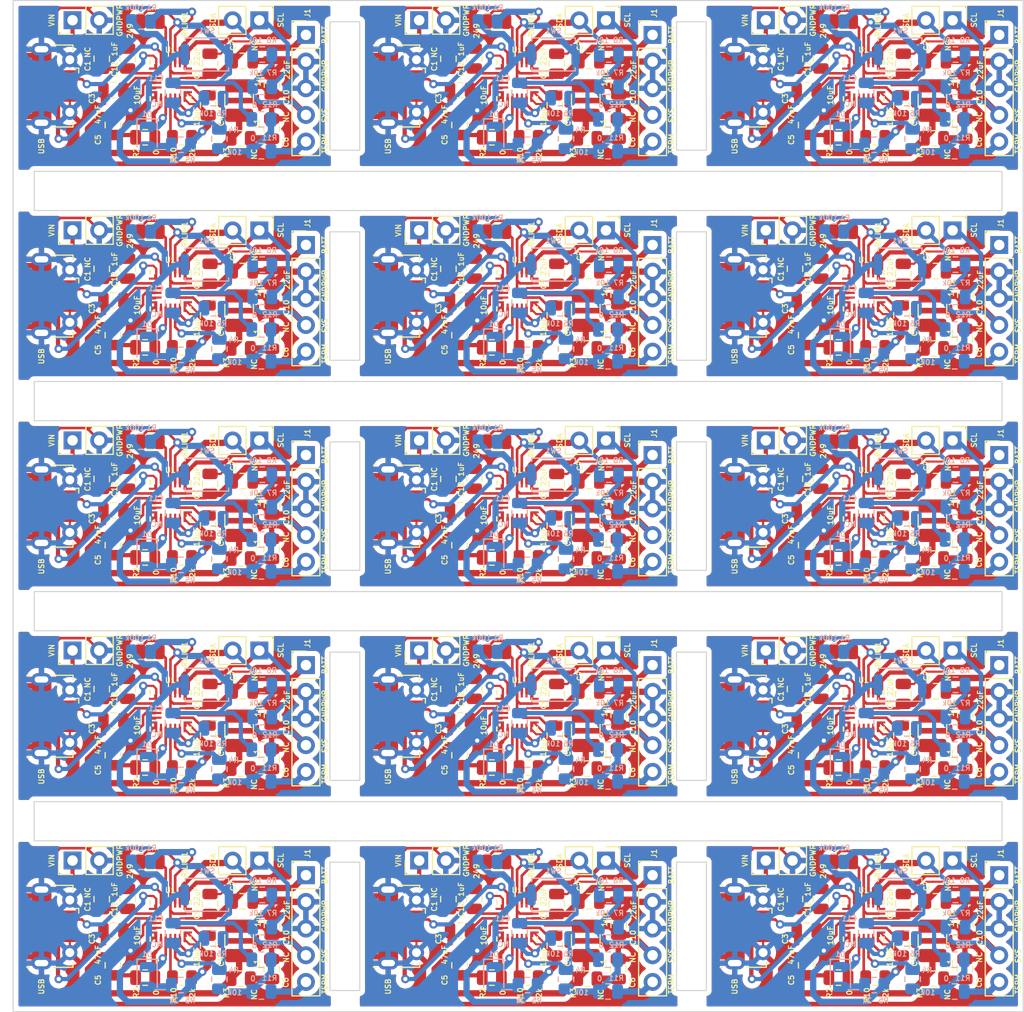
<source format=kicad_pcb>
(kicad_pcb (version 20211014) (generator pcbnew)
  (layers (0 "F.Cu" signal) (31 "B.Cu" signal) (34 "B.Paste" user) (35 "F.Paste" user) (36 "B.SilkS" user "B.Silkscreen") (37 "F.SilkS" user "F.Silkscreen") (38 "B.Mask" user) (39 "F.Mask" user) (44 "Edge.Cuts" user))
  (net 0 "")
  (net 1 "Net-(C3-Pad1)")
  (net 2 "/VREF")
  (net 3 "GNDA")
  (net 4 "Net-(C5-Pad1)")
  (net 5 "/SYS")
  (net 6 "Net-(C11-Pad2)")
  (net 7 "Net-(D1-Pad1)")
  (net 8 "Net-(D1-Pad2)")
  (net 9 "/SCL")
  (net 10 "/SDA")
  (net 11 "Net-(C5-Pad2)")
  (net 12 "Net-(R1-Pad1)")
  (net 13 "Net-(R2-Pad1)")
  (net 14 "Net-(C6-Pad1)")
  (net 15 "Net-(R4-Pad1)")
  (net 16 "Net-(R11-Pad2)")
  (net 17 "Net-(R10-Pad2)")
  (net 18 "Net-(RILIM1-Pad1)")
  (net 20 "GNDPWR")
  (net 21 "Net-(U1-Pad25)")
  (net 22 "Net-(U1-Pad26)")
  (net 23 "/VIN")
  (net 24 "/BATT")
  (net 25 "/TERM")
  (footprint "Resistor_SMD:R_0805_2012Metric" (layer "F.Cu") (at 158.5973 111.811101)
    (fp_text reference "R3")
    (fp_text value "NC" hide)
  )
  (footprint "Capacitor_SMD:C_0805_2012Metric" (layer "F.Cu") (at 113.4785 147.223501 180)
    (fp_text reference "C3")
    (fp_text value "10uF" hide)
  )
  (footprint "Resistor_SMD:R_0805_2012Metric" (layer "F.Cu") (at 125.5973 111.811101)
    (fp_text reference "R3")
    (fp_text value "NC" hide)
  )
  (footprint "Inductor_SMD:L_1210_3225Metric" (layer "F.Cu") (at 125.4485 108.213501 90)
    (fp_text reference "L1")
    (fp_text value "1uH" hide)
  )
  (footprint "Capacitor_SMD:C_0805_2012Metric" (layer "F.Cu") (at 191.7885 84.443501)
    (fp_text reference "C7")
    (fp_text value "NC" hide)
  )
  (footprint "Capacitor_SMD:C_0805_2012Metric" (layer "F.Cu") (at 147.8385 124.213501 90)
    (fp_text reference "C12")
    (fp_text value "1uF" hide)
  )
  (footprint "Capacitor_SMD:C_0805_2012Metric" (layer "F.Cu") (at 194.5437 70.896701 90)
    (fp_text reference "C6")
    (fp_text value "NC" hide)
  )
  (footprint "Connector_PinHeader_2.54mm:PinHeader_1x05_P2.54mm_Vertical" (layer "F.Cu") (at 164.8085 121.960901)
    (fp_text reference "J1")
    (fp_text value "Conn_01x05" hide)
  )
  (footprint "Capacitor_SMD:C_0805_2012Metric" (layer "F.Cu") (at 125.7885 144.443501)
    (fp_text reference "C7")
    (fp_text value "NC" hide)
  )
  (footprint "Connector_USB:USB_Micro-B_Molex-105017-0001" (layer "F.Cu") (at 140.8681 86.827101 -90)
    (fp_text reference "USB")
    (fp_text value "USB_BQ25629")
  )
  (footprint "Capacitor_SMD:C_0805_2012Metric" (layer "F.Cu") (at 114.8385 84.213501 90)
    (fp_text reference "C12")
    (fp_text value "1uF" hide)
  )
  (footprint "Capacitor_SMD:C_0805_2012Metric" (layer "F.Cu") (at 147.8385 64.213501 90)
    (fp_text reference "C12")
    (fp_text value "1uF" hide)
  )
  (footprint "Capacitor_SMD:C_0805_2012Metric" (layer "F.Cu") (at 188.4985 108.661501 90)
    (fp_text reference "C4")
    (fp_text value "10uF" hide)
  )
  (footprint "Inductor_SMD:L_1210_3225Metric" (layer "F.Cu") (at 125.4485 148.213501 90)
    (fp_text reference "L1")
    (fp_text value "1uH" hide)
  )
  (footprint "Resistor_SMD:R_0805_2012Metric" (layer "F.Cu") (at 191.5973 91.811101)
    (fp_text reference "R3")
    (fp_text value "NC" hide)
  )
  (footprint "Resistor_SMD:R_0805_2012Metric" (layer "F.Cu") (at 149.9385 140.693501 180)
    (fp_text reference "RILIM1")
    (fp_text value "249" hide)
  )
  (footprint "Resistor_SMD:R_0805_2012Metric" (layer "F.Cu") (at 116.9385 80.693501 180)
    (fp_text reference "RILIM1")
    (fp_text value "249" hide)
  )
  (footprint "Resistor_SMD:R_0805_2012Metric" (layer "F.Cu") (at 158.5973 151.811101)
    (fp_text reference "R3")
    (fp_text value "NC" hide)
  )
  (footprint "Capacitor_SMD:C_0805_2012Metric" (layer "F.Cu") (at 113.4285 130.543501 90)
    (fp_text reference "C5")
    (fp_text value "47nF" hide)
  )
  (footprint "Resistor_SMD:R_0805_2012Metric" (layer "F.Cu") (at 158.5973 91.811101)
    (fp_text reference "R3")
    (fp_text value "NC" hide)
  )
  (footprint "Connector_PinHeader_2.54mm:PinHeader_1x02_P2.54mm_Vertical" (layer "F.Cu") (at 193.3685 100.573501 -90)
    (fp_text reference "SDA")
    (fp_text value "Conn_01x02_Male" hide)
  )
  (footprint "Capacitor_SMD:C_0805_2012Metric" (layer "F.Cu") (at 179.4285 130.543501 90)
    (fp_text reference "C5")
    (fp_text value "47nF" hide)
  )
  (footprint "Resistor_SMD:R_0805_2012Metric" (layer "F.Cu") (at 149.5041 71.709501 180)
    (fp_text reference "R2")
    (fp_text value "0" hide)
  )
  (footprint "Capacitor_SMD:C_0805_2012Metric" (layer "F.Cu") (at 194.5785 146.683501 90)
    (fp_text reference "C10")
    (fp_text value "" hide)
  )
  (footprint "Capacitor_SMD:C_0805_2012Metric" (layer "F.Cu") (at 178.3685 144.233501 90)
    (fp_text reference "C1")
    (fp_text value "NC" hide)
  )
  (footprint "Capacitor_SMD:C_0805_2012Metric" (layer "F.Cu") (at 191.7885 104.443501)
    (fp_text reference "C7")
    (fp_text value "NC" hide)
  )
  (footprint "Inductor_SMD:L_1210_3225Metric" (layer "F.Cu") (at 191.4485 148.213501 90)
    (fp_text reference "L1")
    (fp_text value "1uH" hide)
  )
  (footprint "Capacitor_SMD:C_0805_2012Metric" (layer "F.Cu") (at 188.6785 64.703501 -90)
    (fp_text reference "C9")
    (fp_text value "22uF" hide)
  )
  (footprint "Connector_PinHeader_2.54mm:PinHeader_1x02_P2.54mm_Vertical" (layer "F.Cu") (at 127.3685 140.573501 -90)
    (fp_text reference "SDA")
    (fp_text value "Conn_01x02_Male" hide)
  )
  (footprint "Inductor_SMD:L_1210_3225Metric" (layer "F.Cu") (at 158.4485 108.213501 90)
    (fp_text reference "L1")
    (fp_text value "1uH" hide)
  )
  (footprint "Capacitor_SMD:C_0805_2012Metric" (layer "F.Cu") (at 113.4285 70.543501 90)
    (fp_text reference "C5")
    (fp_text value "47nF" hide)
  )
  (footprint "Capacitor_SMD:C_0805_2012Metric" (layer "F.Cu") (at 161.5785 66.683501 90)
    (fp_text reference "C10")
    (fp_text value "" hide)
  )
  (footprint "Resistor_SMD:R_0805_2012Metric" (layer "F.Cu") (at 116.5041 71.709501 180)
    (fp_text reference "R2")
    (fp_text value "0" hide)
  )
  (footprint "Capacitor_SMD:C_0805_2012Metric" (layer "F.Cu") (at 146.4285 130.543501 90)
    (fp_text reference "C5")
    (fp_text value "47nF" hide)
  )
  (footprint "Capacitor_SMD:C_0805_2012Metric" (layer "F.Cu") (at 158.7885 64.443501)
    (fp_text reference "C7")
    (fp_text value "NC" hide)
  )
  (footprint "Connector_PinHeader_2.54mm:PinHeader_1x02_P2.54mm_Vertical" (layer "F.Cu") (at 109.5885 120.563501 90)
    (fp_text reference "GNDPWR")
    (fp_text value "Conn_01x02" hide)
  )
  (footprint "Capacitor_SMD:C_0805_2012Metric" (layer "F.Cu") (at 188.6785 144.703501 -90)
    (fp_text reference "C9")
    (fp_text value "22uF" hide)
  )
  (footprint "Resistor_SMD:R_0805_2012Metric" (layer "F.Cu") (at 182.9385 140.693501 180)
    (fp_text reference "RILIM1")
    (fp_text value "249" hide)
  )
  (footprint "Connector_PinHeader_2.54mm:PinHeader_1x05_P2.54mm_Vertical" (layer "F.Cu") (at 131.8085 61.960901)
    (fp_text reference "J1")
    (fp_text value "Conn_01x05" hide)
  )
  (footprint "Capacitor_SMD:C_0805_2012Metric" (layer "F.Cu") (at 145.3685 144.233501 90)
    (fp_text reference "C1")
    (fp_text value "NC" hide)
  )
  (footprint "Connector_PinHeader_2.54mm:PinHeader_1x02_P2.54mm_Vertical" (layer "F.Cu") (at 175.5885 60.563501 90)
    (fp_text reference "GNDPWR")
    (fp_text value "Conn_01x02" hide)
  )
  (footprint "Capacitor_SMD:C_0805_2012Metric" (layer "F.Cu") (at 155.4985 88.661501 90)
    (fp_text reference "C4")
    (fp_text value "10uF" hide)
  )
  (footprint "Resistor_SMD:R_0805_2012Metric" (layer "F.Cu") (at 182.9385 120.693501 180)
    (fp_text reference "RILIM1")
    (fp_text value "249" hide)
  )
  (footprint "Capacitor_SMD:C_0805_2012Metric" (layer "F.Cu") (at 114.8385 124.213501 90)
    (fp_text reference "C12")
    (fp_text value "1uF" hide)
  )
  (footprint "gerenciador_de_bateria_2:QFN-26_MP2731" (layer "F.Cu") (at 151.9085 86.293501)
    (fp_text reference "U1")
    (fp_text value "MP2731" hide)
  )
  (footprint "Capacitor_SMD:C_0805_2012Metric" (layer "F.Cu") (at 194.5785 86.683501 90)
    (fp_text reference "C10")
    (fp_text value "" hide)
  )
  (footprint "Connector_PinHeader_2.54mm:PinHeader_1x02_P2.54mm_Vertical" (layer "F.Cu") (at 175.5885 120.563501 90)
    (fp_text reference "GNDPWR")
    (fp_text value "Conn_01x02" hide)
  )
  (footprint "Capacitor_SMD:C_0805_2012Metric" (layer "F.Cu") (at 146.4785 67.223501 180)
    (fp_text reference "C3")
    (fp_text value "10uF" hide)
  )
  (footprint "gerenciador_de_bateria_2:QFN-26_MP2731" (layer "F.Cu") (at 118.9085 106.293501)
    (fp_text reference "U1")
    (fp_text value "MP2731" hide)
  )
  (footprint "gerenciador_de_bateria_2:QFN-26_MP2731" (layer "F.Cu") (at 184.9085 106.293501)
    (fp_text reference "U1")
    (fp_text value "MP2731" hide)
  )
  (footprint "Capacitor_SMD:C_0805_2012Metric" (layer "F.Cu") (at 147.8385 84.213501 90)
    (fp_text reference "C12")
    (fp_text value "1uF" hide)
  )
  (footprint "Capacitor_SMD:C_0805_2012Metric" (layer "F.Cu") (at 112.3685 144.233501 90)
    (fp_text reference "C1")
    (fp_text value "NC" hide)
  )
  (footprint "Resistor_SMD:R_0805_2012Metric" (layer "F.Cu") (at 186.0093 71.709501 180)
    (fp_text reference "R10")
    (fp_text value "2k" hide)
  )
  (footprint "Capacitor_SMD:C_0805_2012Metric" (layer "F.Cu") (at 146.4785 147.223501 180)
    (fp_text reference "C3")
    (fp_text value "10uF" hide)
  )
  (footprint "Connector_PinHeader_2.54mm:PinHeader_1x02_P2.54mm_Vertical" (layer "F.Cu") (at 175.5885 140.563501 90)
    (fp_text reference "GNDPWR")
    (fp_text value "Conn_01x02" hide)
  )
  (footprint "Resistor_SMD:R_0805_2012Metric" (layer "F.Cu") (at 153.0093 111.709501 180)
    (fp_text reference "R10")
    (fp_text value "2k" hide)
  )
  (footprint "Capacitor_SMD:C_0805_2012Metric" (layer "F.Cu") (at 194.5437 150.896701 90)
    (fp_text reference "C6")
    (fp_text value "NC" hide)
  )
  (footprint "Inductor_SMD:L_1210_3225Metric" (layer "F.Cu") (at 191.4485 108.213501 90)
    (fp_text reference "L1")
    (fp_text value "1uH" hide)
  )
  (footprint "Resistor_SMD:R_0805_2012Metric" (layer "F.Cu") (at 182.5041 91.709501 180)
    (fp_text reference "R2")
    (fp_text value "0" hide)
  )
  (footprint "Connector_USB:USB_Micro-B_Molex-105017-0001" (layer "F.Cu") (at 173.8681 66.827101 -90)
    (fp_text reference "USB")
    (fp_text value "USB_BQ25629")
  )
  (footprint "Capacitor_SMD:C_0805_2012Metric" (layer "F.Cu") (at 128.5785 106.683501 90)
    (fp_text reference "C10")
    (fp_text value "" hide)
  )
  (footprint "Capacitor_SMD:C_0805_2012Metric" (layer "F.Cu") (at 155.4985 68.661501 90)
    (fp_text reference "C4")
    (fp_text value "10uF" hide)
  )
  (footprint "Connector_PinHeader_2.54mm:PinHeader_1x05_P2.54mm_Vertical" (layer "F.Cu") (at 197.8085 141.960901)
    (fp_text reference "J1")
    (fp_text value "Conn_01x05" hide)
  )
  (footprint "Connector_PinHeader_2.54mm:PinHeader_1x05_P2.54mm_Vertical" (layer "F.Cu") (at 197.8085 101.960901)
    (fp_text reference "J1")
    (fp_text value "Conn_01x05" hide)
  )
  (footprint "Capacitor_SMD:C_0805_2012Metric" (layer "F.Cu") (at 146.4785 87.223501 180)
    (fp_text reference "C3")
    (fp_text value "10uF" hide)
  )
  (footprint "Capacitor_SMD:C_0805_2012Metric" (layer "F.Cu") (at 122.6785 64.703501 -90)
    (fp_text reference "C9")
    (fp_text value "22uF" hide)
  )
  (footprint "Resistor_SMD:R_0805_2012Metric" (layer "F.Cu") (at 191.5973 151.811101)
    (fp_text reference "R3")
    (fp_text value "NC" hide)
  )
  (footprint "Connector_USB:USB_Micro-B_Molex-105017-0001" (layer "F.Cu") (at 107.8681 66.827101 -90)
    (fp_text reference "USB")
    (fp_text value "USB_BQ25629")
  )
  (footprint "Connector_PinHeader_2.54mm:PinHeader_1x05_P2.54mm_Vertical" (layer "F.Cu") (at 131.8085 121.960901)
    (fp_text reference "J1")
    (fp_text value "Conn_01x05" hide)
  )
  (footprint "Capacitor_SMD:C_0805_2012Metric" (layer "F.Cu") (at 179.4285 150.543501 90)
    (fp_text reference "C5")
    (fp_text value "47nF" hide)
  )
  (footprint "Capacitor_SMD:C_0805_2012Metric" (layer "F.Cu") (at 161.5437 110.896701 90)
    (fp_text reference "C6")
    (fp_text value "NC" hide)
  )
  (footprint "Capacitor_SMD:C_0805_2012Metric" (layer "F.Cu") (at 146.4785 107.223501 180)
    (fp_text reference "C3")
    (fp_text value "10uF" hide)
  )
  (footprint "Resistor_SMD:R_0805_2012Metric" (layer "F.Cu") (at 149.5041 91.709501 180)
    (fp_text reference "R2")
    (fp_text value "0" hide)
  )
  (footprint "Capacitor_SMD:C_0805_2012Metric" (layer "F.Cu") (at 113.4785 107.223501 180)
    (fp_text reference "C3")
    (fp_text value "10uF" hide)
  )
  (footprint "Capacitor_SMD:C_0805_2012Metric" (layer "F.Cu") (at 178.3685 84.233501 90)
    (fp_text reference "C1")
    (fp_text value "NC" hide)
  )
  (footprint "Capacitor_SMD:C_0805_2012Metric" (layer "F.Cu") (at 145.3685 64.233501 90)
    (fp_text reference "C1")
    (fp_text value "NC" hide)
  )
  (footprint "Connector_PinHeader_2.54mm:PinHeader_1x02_P2.54mm_Vertical" (layer "F.Cu") (at 193.3685 60.573501 -90)
    (fp_text reference "SDA")
    (fp_text value "Conn_01x02_Male" hide)
  )
  (footprint "Capacitor_SMD:C_0805_2012Metric" (layer "F.Cu") (at 178.3685 104.233501 90)
    (fp_text reference "C1")
    (fp_text value "NC" hide)
  )
  (footprint "Connector_USB:USB_Micro-B_Molex-105017-0001" (layer "F.Cu") (at 107.8681 86.827101 -90)
    (fp_text reference "USB")
    (fp_text value "USB_BQ25629")
  )
  (footprint "gerenciador_de_bateria_2:QFN-26_MP2731" (layer "F.Cu") (at 184.9085 126.293501)
    (fp_text reference "U1")
    (fp_text value "MP2731" hide)
  )
  (footprint "Connector_USB:USB_Micro-B_Molex-105017-0001" (layer "F.Cu") (at 173.8681 86.827101 -90)
    (fp_text reference "USB")
    (fp_text value "USB_BQ25629")
  )
  (footprint "Connector_PinHeader_2.54mm:PinHeader_1x02_P2.54mm_Vertical" (layer "F.Cu") (at 109.5885 140.563501 90)
    (fp_text reference "GNDPWR")
    (fp_text value "Conn_01x02" hide)
  )
  (footprint "Resistor_SMD:R_0805_2012Metric" (layer "F.Cu") (at 149.9385 120.693501 180)
    (fp_text reference "RILIM1")
    (fp_text value "249" hide)
  )
  (footprint "Capacitor_SMD:C_0805_2012Metric" (layer "F.Cu") (at 155.4985 128.661501 90)
    (fp_text reference "C4")
    (fp_text value "10uF" hide)
  )
  (footprint "Capacitor_SMD:C_0805_2012Metric" (layer "F.Cu") (at 179.4785 127.223501 180)
    (fp_text reference "C3")
    (fp_text value "10uF" hide)
  )
  (footprint "Connector_PinHeader_2.54mm:PinHeader_1x02_P2.54mm_Vertical" (layer "F.Cu") (at 142.5885 100.563501 90)
    (fp_text reference "GNDPWR")
    (fp_text value "Conn_01x02" hide)
  )
  (footprint "Inductor_SMD:L_1210_3225Metric" (layer "F.Cu") (at 191.4485 68.213501 90)
    (fp_text reference "L1")
    (fp_text value "1uH" hide)
  )
  (footprint "Connector_PinHeader_2.54mm:PinHeader_1x02_P2.54mm_Vertical" (layer "F.Cu") (at 127.3685 100.573501 -90)
    (fp_text reference "SDA")
    (fp_text value "Conn_01x02_Male" hide)
  )
  (footprint "Capacitor_SMD:C_0805_2012Metric" (layer "F.Cu") (at 188.6785 124.703501 -90)
    (fp_text reference "C9")
    (fp_text value "22uF" hide)
  )
  (footprint "Connector_PinHeader_2.54mm:PinHeader_1x02_P2.54mm_Vertical" (layer "F.Cu") (at 193.3685 80.573501 -90)
    (fp_text reference "SDA")
    (fp_text value "Conn_01x02_Male" hide)
  )
  (footprint "Capacitor_SMD:C_0805_2012Metric" (layer "F.Cu") (at 125.7885 84.443501)
    (fp_text reference "C7")
    (fp_text value "NC" hide)
  )
  (footprint "Capacitor_SMD:C_0805_2012Metric" (layer "F.Cu") (at 147.8385 104.213501 90)
    (fp_text reference "C12")
    (fp_text value "1uF" hide)
  )
  (footprint "Capacitor_SMD:C_0805_2012Metric" (layer "F.Cu") (at 155.6785 144.703501 -90)
    (fp_text reference "C9")
    (fp_text value "22uF" hide)
  )
  (footprint "Inductor_SMD:L_1210_3225Metric" (layer "F.Cu") (at 125.4485 128.213501 90)
    (fp_text reference "L1")
    (fp_text value "1uH" hide)
  )
  (footprint "Resistor_SMD:R_0805_2012Metric" (layer "F.Cu") (at 182.5041 71.709501 180)
    (fp_text reference "R2")
    (fp_text value "0" hide)
  )
  (footprint "Resistor_SMD:R_0805_2012Metric" (layer "F.Cu") (at 116.5041 111.709501 180)
    (fp_text reference "R2")
    (fp_text value "0" hide)
  )
  (footprint "Resistor_SMD:R_0805_2012Metric" (layer "F.Cu") (at 149.5041 151.709501 180)
    (fp_text reference "R2")
    (fp_text value "0" hide)
  )
  (footprint "Capacitor_SMD:C_0805_2012Metric" (layer "F.Cu") (at 179.4785 67.223501 180)
    (fp_text reference "C3")
    (fp_text value "10uF" hide)
  )
  (footprint "Capacitor_SMD:C_0805_2012Metric" (layer "F.Cu") (at 188.6785 104.703501 -90)
    (fp_text reference "C9")
    (fp_text value "22uF" hide)
  )
  (footprint "Capacitor_SMD:C_0805_2012Metric" (layer "F.Cu") (at 191.7885 144.443501)
    (fp_text reference "C7")
    (fp_text value "NC" hide)
  )
  (footprint "Capacitor_SMD:C_0805_2012Metric" (layer "F.Cu") (at 158.7885 144.443501)
    (fp_text reference "C7")
    (fp_text value "NC" hide)
  )
  (footprint "Capacitor_SMD:C_0805_2012Metric" (layer "F.Cu") (at 180.8385 124.213501 90)
    (fp_text reference "C12")
    (fp_text value "1uF" hide)
  )
  (footprint "Capacitor_SMD:C_0805_2012Metric" (layer "F.Cu") (at 113.4285 150.543501 90)
    (fp_text reference "C5")
    (fp_text value "47nF" hide)
  )
  (footprint "Capacitor_SMD:C_0805_2012Metric" (layer "F.Cu") (at 113.4285 90.543501 90)
    (fp_text reference "C5")
    (fp_text value "47nF" hide)
  )
  (footprint "Connector_PinHeader_2.54mm:PinHeader_1x05_P2.54mm_Vertical" (layer "F.Cu") (at 197.8085 61.960901)
    (fp_text reference "J1")
    (fp_text value "Conn_01x05" hide)
  )
  (footprint "Capacitor_SMD:C_0805_2012Metric" (layer "F.Cu") (at 145.3685 84.233501 90)
    (fp_text reference "C1")
    (fp_text value "NC" hide)
  )
  (footprint "Capacitor_SMD:C_0805_2012Metric" (layer "F.Cu") (at 128.5785 126.683501 90)
    (fp_text reference "C10")
    (fp_text value "" hide)
  )
  (footprint "Capacitor_SMD:C_0805_2012Metric" (layer "F.Cu") (at 122.6785 84.703501 -90)
    (fp_text reference "C9")
    (fp_text value "22uF" hide)
  )
  (footprint "Capacitor_SMD:C_0805_2012Metric" (layer "F.Cu") (at 191.7885 124.443501)
    (fp_text reference "C7")
    (fp_text value "NC" hide)
  )
  (footprint "Capacitor_SMD:C_0805_2012Metric" (layer "F.Cu") (at 113.4285 110.543501 90)
    (fp_text reference "C5")
    (fp_text value "47nF" hide)
  )
  (footprint "Capacitor_SMD:C_0805_2012Metric" (layer "F.Cu") (at 161.5437 90.896701 90)
    (fp_text reference "C6")
    (fp_text value "NC" hide)
  )
  (footprint "gerenciador_de_bateria_2:QFN-26_MP2731" (layer "F.Cu") (at 151.9085 66.293501)
    (fp_text reference "U1")
    (fp_text value "MP2731" hide)
  )
  (footprint "Resistor_SMD:R_0805_2012Metric" (layer "F.Cu") (at 182.9385 60.693501 180)
    (fp_text reference "RILIM1")
    (fp_text value "249" hide)
  )
  (footprint "Capacitor_SMD:C_0805_2012Metric" (layer "F.Cu") (at 146.4285 70.543501 90)
    (fp_text reference "C5")
    (fp_text value "47nF" hide)
  )
  (footprint "Connector_USB:USB_Micro-B_Molex-105017-0001" (layer "F.Cu") (at 140.8681 146.827101 -90)
    (fp_text reference "USB")
    (fp_text value "USB_BQ25629")
  )
  (footprint "Resistor_SMD:R_0805_2012Metric" (layer "F.Cu") (at 116.9385 120.693501 180)
    (fp_text reference "RILIM1")
    (fp_text value "249" hide)
  )
  (footprint "Capacitor_SMD:C_0805_2012Metric" (layer "F.Cu") (at 179.4785 107.223501 180)
    (fp_text reference "C3")
    (fp_text value "10uF" hide)
  )
  (footprint "Resistor_SMD:R_0805_2012Metric" (layer "F.Cu") (at 186.0093 151.709501 180)
    (fp_text reference "R10")
    (fp_text value "2k" hide)
  )
  (footprint "Connector_PinHeader_2.54mm:PinHeader_1x05_P2.54mm_Vertical" (layer "F.Cu") (at 164.8085 81.960901)
    (fp_text reference "J1")
    (fp_text value "Conn_01x05" hide)
  )
  (footprint "Capacitor_SMD:C_0805_2012Metric" (layer "F.Cu") (at 158.7885 104.443501)
    (fp_text reference "C7")
    (fp_text value "NC" hide)
  )
  (footprint "Connector_PinHeader_2.54mm:PinHeader_1x02_P2.54mm_Vertical" (layer "F.Cu") (at 109.5885 100.563501 90)
    (fp_text reference "GNDPWR")
    (fp_text value "Conn_01x02" hide)
  )
  (footprint "Connector_USB:USB_Micro-B_Molex-105017-0001" (layer "F.Cu") (at 107.8681 146.827101 -90)
    (fp_text reference "USB")
    (fp_text value "USB_BQ25629")
  )
  (footprint "Resistor_SMD:R_0805_2012Metric" (layer "F.Cu") (at 125.5973 131.811101)
    (fp_text reference "R3")
    (fp_text value "NC" hide)
  )
  (footprint "Capacitor_SMD:C_0805_2012Metric" (layer "F.Cu") (at 191.7885 64.443501)
    (fp_text reference "C7")
    (fp_text value "NC" hide)
  )
  (footprint "Capacitor_SMD:C_0805_2012Metric" (layer "F.Cu") (at 179.4785 87.223501 180)
    (fp_text reference "C3")
    (fp_text value "10uF" hide)
  )
  (footprint "Capacitor_SMD:C_0805_2012Metric" (layer "F.Cu") (at 122.4985 128.661501 90)
    (fp_text reference "C4")
    (fp_text value "10uF" hide)
  )
  (footprint "Capacitor_SMD:C_0805_2012Metric" (layer "F.Cu") (at 112.3685 104.233501 90)
    (fp_text reference "C1")
    (fp_text value "NC" hide)
  )
  (footprint "Connector_PinHeader_2.54mm:PinHeader_1x02_P2.54mm_Vertical" (layer "F.Cu") (at 142.5885 60.563501 90)
    (fp_text reference "GNDPWR")
    (fp_text value "Conn_01x02" hide)
  )
  (footprint "Capacitor_SMD:C_0805_2012Metric" (layer "F.Cu") (at 125.7885 64.443501)
    (fp_text reference "C7")
    (fp_text value "NC" hide)
  )
  (footprint "Capacitor_SMD:C_0805_2012Metric" (layer "F.Cu") (at 194.5437 130.896701 90)
    (fp_text reference "C6")
    (fp_text value "NC" hide)
  )
  (footprint "Capacitor_SMD:C_0805_2012Metric" (layer "F.Cu") (at 146.4285 150.543501 90)
    (fp_text reference "C5")
    (fp_text value "47nF" hide)
  )
  (footprint "Capacitor_SMD:C_0805_2012Metric" (layer "F.Cu") (at 161.5785 126.683501 90)
    (fp_text reference "C10")
    (fp_text value "" hide)
  )
  (footprint "Capacitor_SMD:C_0805_2012Metric" (layer "F.Cu") (at 158.7885 124.443501)
    (fp_text reference "C7")
    (fp_text value "NC" hide)
  )
  (footprint "Connector_USB:USB_Micro-B_Molex-105017-0001" (layer "F.Cu") (at 173.8681 106.827101 -90)
    (fp_text reference "USB")
    (fp_text value "USB_BQ25629")
  )
  (footprint "Connector_PinHeader_2.54mm:PinHeader_1x02_P2.54mm_Vertical" (layer "F.Cu") (at 127.3685 120.573501 -90)
    (fp_text reference "SDA")
    (fp_text value "Conn_01x02_Male" hide)
  )
  (footprint "Connector_PinHeader_2.54mm:PinHeader_1x02_P2.54mm_Vertical" (layer "F.Cu") (at 175.5885 100.563501 90)
    (fp_text reference "GNDPWR")
    (fp_text value "Conn_01x02" hide)
  )
  (footprint "Capacitor_SMD:C_0805_2012Metric" (layer "F.Cu") (at 155.6785 104.703501 -90)
    (fp_text reference "C9")
    (fp_text value "22uF" hide)
  )
  (footprint "Connector_USB:USB_Micro-B_Molex-105017-0001" (layer "F.Cu") (at 173.8681 146.827101 -90)
    (fp_text reference "USB")
    (fp_text value "USB_BQ25629")
  )
  (footprint "Capacitor_SMD:C_0805_2012Metric" (layer "F.Cu") (at 145.3685 124.233501 90)
    (fp_text reference "C1")
    (fp_text value "NC" hide)
  )
  (footprint "Capacitor_SMD:C_0805_2012Metric" (layer "F.Cu") (at 114.8385 64.213501 90)
    (fp_text reference "C12")
    (fp_text value "1uF" hide)
  )
  (footprint "Capacitor_SMD:C_0805_2012Metric" (layer "F.Cu") (at 128.5437 110.896701 90)
    (fp_text reference "C6")
    (fp_text value "NC" hide)
  )
  (footprint "Capacitor_SMD:C_0805_2012Metric" (layer "F.Cu") (at 194.5785 106.683501 90)
    (fp_text reference "C10")
    (fp_text value "" hide)
  )
  (footprint "Capacitor_SMD:C_0805_2012Metric" (layer "F.Cu") (at 161.5437 130.896701 90)
    (fp_text reference "C6")
    (fp_text value "NC" hide)
  )
  (footprint "Capacitor_SMD:C_0805_2012Metric" (layer "F.Cu") (at 180.8385 144.213501 90)
    (fp_text reference "C12")
    (fp_text value "1uF" hide)
  )
  (footprint "Capacitor_SMD:C_0805_2012Metric" (layer "F.Cu") (at 194.5785 66.683501 90)
    (fp_text reference "C10")
    (fp_text value "" hide)
  )
  (footprint "Capacitor_SMD:C_0805_2012Metric" (layer "F.Cu") (at 161.5437 150.896701 90)
    (fp_text reference "C6")
    (fp_text value "NC" hide)
  )
  (footprint "Capacitor_SMD:C_0805_2012Metric" (layer "F.Cu") (at 179.4285 70.543501 90)
    (fp_text reference "C5")
    (fp_text value "47nF" hide)
  )
  (footprint "Capacitor_SMD:C_0805_2012Metric" (layer "F.Cu") (at 128.5437 130.896701 90)
    (fp_text reference "C6")
    (fp_text value "NC" hide)
  )
  (footprint "Resistor_SMD:R_0805_2012Metric" (layer "F.Cu") (at 149.5041 131.709501 180)
    (fp_text reference "R2")
    (fp_text value "0" hide)
  )
  (footprint "Capacitor_SMD:C_0805_2012Metric" (layer "F.Cu") (at 112.3685 124.233501 90)
    (fp_text reference "C1")
    (fp_text value "NC" hide)
  )
  (footprint "Capacitor_SMD:C_0805_2012Metric" (layer "F.Cu") (at 145.3685 104.233501 90)
    (fp_text reference "C1")
    (fp_text value "NC" hide)
  )
  (footprint "Capacitor_SMD:C_0805_2012Metric" (layer "F.Cu") (at 146.4785 127.223501 180)
    (fp_text reference "C3")
    (fp_text value "10uF" hide)
  )
  (footprint "Resistor_SMD:R_0805_2012Metric" (layer "F.Cu") (at 186.0093 111.709501 180)
    (fp_text reference "R10")
    (fp_text value "2k" hide)
  )
  (footprint "Connector_PinHeader_2.54mm:PinHeader_1x02_P2.54mm_Vertical" (layer "F.Cu") (at 109.5885 80.563501 90)
    (fp_text reference "GNDPWR")
    (fp_text value "Conn_01x02" hide)
  )
  (footprint "Capacitor_SMD:C_0805_2012Metric" (layer "F.Cu") (at 155.6785 64.703501 -90)
    (fp_text reference "C9")
    (fp_text value "22uF" hide)
  )
  (footprint "Connector_PinHeader_2.54mm:PinHeader_1x02_P2.54mm_Vertical" (layer "F.Cu") (at 160.3685 140.573501 -90)
    (fp_text reference "SDA")
    (fp_text value "Conn_01x02_Male" hide)
  )
  (footprint "Capacitor_SMD:C_0805_2012Metric" (layer "F.Cu") (at 125.7885 104.443501)
    (fp_text reference "C7")
    (fp_text value "NC" hide)
  )
  (footprint "Capacitor_SMD:C_0805_2012Metric" (layer "F.Cu") (at 188.4985 148.661501 90)
    (fp_text reference "C4")
    (fp_text value "10uF" hide)
  )
  (footprint "Capacitor_SMD:C_0805_2012Metric" (layer "F.Cu") (at 128.5785 86.683501 90)
    (fp_text reference "C10")
    (fp_text value "" hide)
  )
  (footprint "Capacitor_SMD:C_0805_2012Metric" (layer "F.Cu") (at 194.5785 126.683501 90)
    (fp_text reference "C10")
    (fp_text value "" hide)
  )
  (footprint "Capacitor_SMD:C_0805_2012Metric" (layer "F.Cu") (at 179.4285 110.543501 90)
    (fp_text reference "C5")
    (fp_text value "47nF" hide)
  )
  (footprint "Capacitor_SMD:C_0805_2012Metric" (layer "F.Cu") (at 188.4985 88.661501 90)
    (fp_text reference "C4")
    (fp_text value "10uF" hide)
  )
  (footprint "Capacitor_SMD:C_0805_2012Metric" (layer "F.Cu") (at 179.4285 90.543501 90)
    (fp_text reference "C5")
    (fp_text value "47nF" hide)
  )
  (footprint "Connector_PinHeader_2.54mm:PinHeader_1x05_P2.54mm_Vertical" (layer "F.Cu") (at 131.8085 81.960901)
    (fp_text reference "J1")
    (fp_text value "Conn_01x05" hide)
  )
  (footprint "Capacitor_SMD:C_0805_2012Metric" (layer "F.Cu") (at 178.3685 124.233501 90)
    (fp_text reference "C1")
    (fp_text value "NC" hide)
  )
  (footprint "Resistor_SMD:R_0805_2012Metric" (layer "F.Cu") (at 182.5041 131.709501 180)
    (fp_text reference "R2")
    (fp_text value "0" hide)
  )
  (footprint "Resistor_SMD:R_0805_2012Metric" (layer "F.Cu") (at 116.9385 100.693501 180)
    (fp_text reference "RILIM1")
    (fp_text value "249" hide)
  )
  (footprint "Capacitor_SMD:C_0805_2012Metric" (layer "F.Cu") (at 113.4785 67.223501 180)
    (fp_text reference "C3")
    (fp_text value "10uF" hide)
  )
  (footprint "Capacitor_SMD:C_0805_2012Metric" (layer "F.Cu") (at 155.6785 124.703501 -90)
    (fp_text reference "C9")
    (fp_text value "22uF" hide)
  )
  (footprint "Capacitor_SMD:C_0805_2012Metric" (layer "F.Cu") (at 178.3685 64.233501 90)
    (fp_text reference "C1")
    (fp_text value "NC" hide)
  )
  (footprint "Connector_USB:USB_Micro-B_Molex-105017-0001" (layer "F.Cu") (at 140.8681 106.827101 -90)
    (fp_text reference "USB")
    (fp_text value "USB_BQ25629")
  )
  (footprint "Resistor_SMD:R_0805_2012Metric" (layer "F.Cu") (at 149.9385 60.693501 180)
    (fp_text reference "RILIM1")
    (fp_text value "249" hide)
  )
  (footprint "Resistor_SMD:R_0805_2012Metric" (layer "F.Cu") (at 182.9385 80.693501 180)
    (fp_text reference "RILIM1")
    (fp_text value "249" hide)
  )
  (footprint "gerenciador_de_bateria_2:QFN-26_MP2731" (layer "F.Cu") (at 151.9085 106.293501)
    (fp_text reference "U1")
    (fp_text value "MP2731" hide)
  )
  (footprint "Inductor_SMD:L_1210_3225Metric" (layer "F.Cu") (at 158.4485 128.213501 90)
    (fp_text reference "L1")
    (fp_text value "1uH" hide)
  )
  (footprint "Capacitor_SMD:C_0805_2012Metric" (layer "F.Cu") (at 146.4285 110.543501 90)
    (fp_text reference "C5")
    (fp_text value "47nF" hide)
  )
  (footprint "Resistor_SMD:R_0805_2012Metric" (layer "F.Cu") (at 153.0093 131.709501 180)
    (fp_text reference "R10")
    (fp_text value "2k" hide)
  )
  (footprint "Connector_PinHeader_2.54mm:PinHeader_1x02_P2.54mm_Vertical" (layer "F.Cu") (at 109.5885 60.563501 90)
    (fp_text reference "GNDPWR")
    (fp_text value "Conn_01x02" hide)
  )
  (footprint "Resistor_SMD:R_0805_2012Metric" (layer "F.Cu") (at 149.5041 111.709501 180)
    (fp_text reference "R2")
    (fp_text value "0" hide)
  )
  (footprint "Resistor_SMD:R_0805_2012Metric" (layer "F.Cu") (at 120.0093 151.709501 180)
    (fp_text reference "R10")
    (fp_text value "2k" hide)
  )
  (footprint "Connector_PinHeader_2.54mm:PinHeader_1x05_P2.54mm_Vertical" (layer "F.Cu") (at 197.8085 81.960901)
    (fp_text reference "J1")
    (fp_text value "Conn_01x05" hide)
  )
  (footprint "Connector_USB:USB_Micro-B_Molex-105017-0001" (layer "F.Cu") (at 173.8681 126.827101 -90)
    (fp_text reference "USB")
    (fp_text value "USB_BQ25629")
  )
  (footprint "gerenciador_de_bateria_2:QFN-26_MP2731" (layer "F.Cu") (at 151.9085 126.293501)
    (fp_text reference "U1")
    (fp_text value "MP2731" hide)
  )
  (footprint "Capacitor_SMD:C_0805_2012Metric" (layer "F.Cu") (at 194.5437 110.896701 90)
    (fp_text reference "C6")
    (fp_text value "NC" hide)
  )
  (footprint "Resistor_SMD:R_0805_2012Metric" (layer "F.Cu") (at 191.5973 131.811101)
    (fp_text reference "R3")
    (fp_text value "NC" hide)
  )
  (footprint "Inductor_SMD:L_1210_3225Metric" (layer "F.Cu") (at 158.4485 88.213501 90)
    (fp_text reference "L1")
    (fp_text value "1uH" hide)
  )
  (footprint "gerenciador_de_bateria_2:QFN-26_MP2731" (layer "F.Cu") (at 118.9085 66.293501)
    (fp_text reference "U1")
    (fp_text value "MP2731" hide)
  )
  (footprint "Connector_PinHeader_2.54mm:PinHeader_1x05_P2.54mm_Vertical" (layer "F.Cu") (at 197.8085 121.960901)
    (fp_text reference "J1")
    (fp_text value "Conn_01x05" hide)
  )
  (footprint "Resistor_SMD:R_0805_2012Metric" (layer "F.Cu") (at 125.5973 71.811101)
    (fp_text reference "R3")
    (fp_text value "NC" hide)
  )
  (footprint "Resistor_SMD:R_0805_2012Metric" (layer "F.Cu") (at 120.0093 91.709501 180)
    (fp_text reference "R10")
    (fp_text value "2k" hide)
  )
  (footprint "Capacitor_SMD:C_0805_2012Metric" (layer "F.Cu") (at 122.6785 104.703501 -90)
    (fp_text reference "C9")
    (fp_text value "22uF" hide)
  )
  (footprint "Resistor_SMD:R_0805_2012Metric" (layer "F.Cu") (at 182.5041 151.709501 180)
    (fp_text reference "R2")
    (fp_text value "0" hide)
  )
  (footprint "Resistor_SMD:R_0805_2012Metric" (layer "F.Cu") (at 149.9385 80.693501 180)
    (fp_text reference "RILIM1")
    (fp_text value "249" hide)
  )
  (footprint "Capacitor_SMD:C_0805_2012Metric" (layer "F.Cu") (at 188.6785 84.703501 -90)
    (fp_text reference "C9")
    (fp_text value "22uF" hide)
  )
  (footprint "Resistor_SMD:R_0805_2012Metric" (layer "F.Cu") (at 125.5973 151.811101)
    (fp_text reference "R3")
    (fp_text value "NC" hide)
  )
  (footprint "Capacitor_SMD:C_0805_2012Metric" (layer "F.Cu") (at 128.5437 90.896701 90)
    (fp_text reference "C6")
    (fp_text value "NC" hide)
  )
  (footprint "Connector_PinHeader_2.54mm:PinHeader_1x05_P2.54mm_Vertical" (layer "F.Cu") (at 164.8085 141.960901)
    (fp_text reference "J1")
    (fp_text value "Conn_01x05" hide)
  )
  (footprint "Capacitor_SMD:C_0805_2012Metric" (layer "F.Cu") (at 161.5437 70.896701 90)
    (fp_text reference "C6")
    (fp_text value "NC" hide)
  )
  (footprint "Capacitor_SMD:C_0805_2012Metric" (layer "F.Cu") (at 128.5785 66.683501 90)
    (fp_text reference "C10")
    (fp_text value "" hide)
  )
  (footprint "gerenciador_de_bateria_2:QFN-26_MP2731" (layer "F.Cu") (at 118.9085 126.293501)
    (fp_text reference "U1")
    (fp_text value "MP2731" hide)
  )
  (footprint "Connector_PinHeader_2.54mm:PinHeader_1x02_P2.54mm_Vertical" (layer "F.Cu") (at 160.3685 60.573501 -90)
    (fp_text reference "SDA")
    (fp_text value "Conn_01x02_Male" hide)
  )
  (footprint "Connector_PinHeader_2.54mm:PinHeader_1x05_P2.54mm_Vertical" (layer "F.Cu") (at 131.8085 101.960901)
    (fp_text reference "J1")
    (fp_text value "Conn_01x05" hide)
  )
  (footprint "Capacitor_SMD:C_0805_2012Metric" (layer "F.Cu") (at 188.4985 68.661501 90)
    (fp_text reference "C4")
    (fp_text value "10uF" hide)
  )
  (footprint "Capacitor_SMD:C_0805_2012Metric" (layer "F.Cu") (at 112.3685 84.233501 90)
    (fp_text reference "C1")
    (fp_text value "NC" hide)
  )
  (footprint "Capacitor_SMD:C_0805_2012Metric" (layer "F.Cu") (at 188.4985 128.661501 90)
    (fp_text reference "C4")
    (fp_text value "10uF" hide)
  )
  (footprint "Capacitor_SMD:C_0805_2012Metric" (layer "F.Cu") (at 194.5437 90.896701 90)
    (fp_text reference "C6")
    (fp_text value "NC" hide)
  )
  (footprint "Resistor_SMD:R_0805_2012Metric" (layer "F.Cu") (at 116.5041 151.709501 180)
    (fp_text reference "R2")
    (fp_text value "0" hide)
  )
  (footprint "Capacitor_SMD:C_0805_2012Metric" (layer "F.Cu") (at 114.8385 144.213501 90)
    (fp_text reference "C12")
    (fp_text value "1uF" hide)
  )
  (footprint "Inductor_SMD:L_1210_3225Metric" (layer "F.Cu") (at 191.4485 88.213501 90)
    (fp_text reference "L1")
    (fp_text value "1uH" hide)
  )
  (footprint "Connector_PinHeader_2.54mm:PinHeader_1x02_P2.54mm_Vertical" (layer "F.Cu") (at 193.3685 120.573501 -90)
    (fp_text reference "SDA")
    (fp_text value "Conn_01x02_Male" hide)
  )
  (footprint "Resistor_SMD:R_0805_2012Metric" (layer "F.Cu") (at 153.0093 71.709501 180)
    (fp_text reference "R10")
    (fp_text value "2k" hide)
  )
  (footprint "Capacitor_SMD:C_0805_2012Metric" (layer "F.Cu") (at 114.8385 104.213501 90)
    (fp_text reference "C12")
    (fp_text value "1uF" hide)
  )
  (footprint "Inductor_SMD:L_1210_3225Metric" (layer "F.Cu") (at 125.4485 68.213501 90)
    (fp_text reference "L1")
    (fp_text value "1uH" hide)
  )
  (footprint "Connector_PinHeader_2.54mm:PinHeader_1x02_P2.54mm_Vertical" (layer "F.Cu") (at 142.5885 80.563501 90)
    (fp_text reference "GNDPWR")
    (fp_text value "Conn_01x02" hide)
  )
  (footprint "Capacitor_SMD:C_0805_2012Metric" (layer "F.Cu") (at 179.4785 147.223501 180)
    (fp_text reference "C3")
    (fp_text value "10uF" hide)
  )
  (footprint "Capacitor_SMD:C_0805_2012Metric" (layer "F.Cu") (at 161.5785 146.683501 90)
    (fp_text reference "C10")
    (fp_text value "" hide)
  )
  (footprint "Resistor_SMD:R_0805_2012Metric" (layer "F.Cu") (at 153.0093 151.709501 180)
    (fp_text reference "R10")
    (fp_text value "2k" hide)
  )
  (footprint "gerenciador_de_bateria_2:QFN-26_MP2731" (layer "F.Cu") (at 184.9085 146.293501)
    (fp_text reference "U1")
    (fp_text value "MP2731" hide)
  )
  (footprint "Capacitor_SMD:C_0805_2012Metric" (layer "F.Cu") (at 158.7885 84.443501)
    (fp_text reference "C7")
    (fp_text value "NC" hide)
  )
  (footprint "Connector_PinHeader_2.54mm:PinHeader_1x02_P2.54mm_Vertical" (layer "F.Cu") (at 160.3685 120.573501 -90)
    (fp_text reference "SDA")
    (fp_text value "Conn_01x02_Male" hide)
  )
  (footprint "Connector_PinHeader_2.54mm:PinHeader_1x02_P2.54mm_Vertical" (layer "F.Cu") (at 160.3685 100.573501 -90)
    (fp_text reference "SDA")
    (fp_text value "Conn_01x02_Male" hide)
  )
  (footprint "Inductor_SMD:L_1210_3225Metric" (layer "F.Cu") (at 158.4485 68.213501 90)
    (fp_text reference "L1")
    (fp_text value "1uH" hide)
  )
  (footprint "Capacitor_SMD:C_0805_2012Metric" (layer "F.Cu") (at 180.8385 84.213501 90)
    (fp_text reference "C12")
    (fp_text value "1uF" hide)
  )
  (footprint "Resistor_SMD:R_0805_2012Metric" (layer "F.Cu") (at 125.5973 91.811101)
    (fp_text reference "R3")
    (fp_text value "NC" hide)
  )
  (footprint "Capacitor_SMD:C_0805_2012Metric" (layer "F.Cu") (at 161.5785 106.683501 90)
    (fp_text reference "C10")
    (fp_text value "" hide)
  )
  (footprint "Resistor_SMD:R_0805_2012Metric" (layer "F.Cu") (at 116.9385 140.693501 180)
    (fp_text reference "RILIM1")
    (fp_text value "249" hide)
  )
  (footprint "Connector_PinHeader_2.54mm:PinHeader_1x05_P2.54mm_Vertical" (layer "F.Cu") (at 131.8085 141.960901)
    (fp_text reference "J1")
    (fp_text value "Conn_01x05" hide)
  )
  (footprint "Resistor_SMD:R_0805_2012Metric" (layer "F.Cu") (at 158.5973 71.811101)
    (fp_text reference "R3")
    (fp_text value "NC" hide)
  )
  (footprint "Capacitor_SMD:C_0805_2012Metric" (layer "F.Cu") (at 155.6785 84.703501 -90)
    (fp_text reference "C9")
    (fp_text value "22uF" hide)
  )
  (footprint "Resistor_SMD:R_0805_2012Metric" (layer "F.Cu") (at 191.5973 111.811101)
    (fp_text reference "R3")
    (fp_text value "NC" hide)
  )
  (footprint "Resistor_SMD:R_0805_2012Metric" (layer "F.Cu") (at 191.5973 71.811101)
    (fp_text reference "R3")
    (fp_text value "NC" hide)
  )
  (footprint "Capacitor_SMD:C_0805_2012Metric" (layer "F.Cu") (at 128.5437 150.896701 90)
    (fp_text reference "C6")
    (fp_text value "NC" hide)
  )
  (footprint "Capacitor_SMD:C_0805_2012Metric" (layer "F.Cu") (at 180.8385 104.213501 90)
    (fp_text reference "C12")
    (fp_text value "1uF" hide)
  )
  (footprint "gerenciador_de_bateria_2:QFN-26_MP2731" (layer "F.Cu") (at 184.9085 66.293501)
    (fp_text reference "U1")
    (fp_text value "MP2731" hide)
  )
  (footprint "gerenciador_de_bateria_2:QFN-26_MP2731" (layer "F.Cu") (at 151.9085 146.293501)
    (fp_text reference "U1")
    (fp_text value "MP2731" hide)
  )
  (footprint "Inductor_SMD:L_1210_3225Metric" (layer "F.Cu") (at 191.4485 128.213501 90)
    (fp_text reference "L1")
    (fp_text value "1uH" hide)
  )
  (footprint "Connector_PinHeader_2.54mm:PinHeader_1x02_P2.54mm_Vertical" (layer "F.Cu") (at 175.5885 80.563501 90)
    (fp_text reference "GNDPWR")
    (fp_text value "Conn_01x02" hide)
  )
  (footprint "Capacitor_SMD:C_0805_2012Metric" (layer "F.Cu") (at 112.3685 64.233501 90)
    (fp_text reference "C1")
    (fp_text value "NC" hide)
  )
  (footprint "Inductor_SMD:L_1210_3225Metric" (layer "F.Cu") (at 125.4485 88.213501 90)
    (fp_text reference "L1")
    (fp_text value "1uH" hide)
  )
  (footprint "Resistor_SMD:R_0805_2012Metric" (layer "F.Cu") (at 116.5041 91.709501 180)
    (fp_text reference "R2")
    (fp_text value "0" hide)
  )
  (footprint "Capacitor_SMD:C_0805_2012Metric" (layer "F.Cu") (at 155.4985 108.661501 90)
    (fp_text reference "C4")
    (fp_text value "10uF" hide)
  )
  (footprint "Capacitor_SMD:C_0805_2012Metric" (layer "F.Cu") (at 125.7885 124.443501)
    (fp_text reference "C7")
    (fp_text value "NC" hide)
  )
  (footprint "Connector_PinHeader_2.54mm:PinHeader_1x02_P2.54mm_Vertical" (layer "F.Cu") (at 127.3685 80.573501 -90)
    (fp_text reference "SDA")
    (fp_text value "Conn_01x02_Male" hide)
  )
  (footprint "Connector_PinHeader_2.54mm:PinHeader_1x05_P2.54mm_Vertical" (layer "F.Cu") (at 164.8085 101.960901)
    (fp_text reference "J1")
    (fp_text value "Conn_01x05" hide)
  )
  (footprint "Resistor_SMD:R_0805_2012Metric" (layer "F.Cu") (at 182.5041 111.709501 180)
    (fp_text reference "R2")
    (fp_text value "0" hide)
  )
  (footprint "Connector_PinHeader_2.54mm:PinHeader_1x02_P2.54mm_Vertical" (layer "F.Cu") (at 142.5885 120.563501 90)
    (fp_text reference "GNDPWR")
    (fp_text value "Conn_01x02" hide)
  )
  (footprint "Capacitor_SMD:C_0805_2012Metric" (layer "F.Cu") (at 122.4985 108.661501 90)
    (fp_text reference "C4")
    (fp_text value "10uF" hide)
  )
  (footprint "gerenciador_de_bateria_2:QFN-26_MP2731" (layer "F.Cu") (at 184.9085 86.293501)
    (fp_text reference "U1")
    (fp_text value "MP2731" hide)
  )
  (footprint "Resistor_SMD:R_0805_2012Metric" (layer "F.Cu") (at 186.0093 131.709501 180)
    (fp_text reference "R10")
    (fp_text value "2k" hide)
  )
  (footprint "Capacitor_SMD:C_0805_2012Metric" (layer "F.Cu") (at 113.4785 87.223501 180)
    (fp_text reference "C3")
    (fp_text value "10uF" hide)
  )
  (footprint "Capacitor_SMD:C_0805_2012Metric" (layer "F.Cu") (at 146.4285 90.543501 90)
    (fp_text reference "C5")
    (fp_text value "47nF" hide)
  )
  (footprint "Capacitor_SMD:C_0805_2012Metric" (layer "F.Cu") (at 122.4985 148.661501 90)
    (fp_text reference "C4")
    (fp_text value "10uF" hide)
  )
  (footprint "Resistor_SMD:R_0805_2012Metric" (layer "F.Cu") (at 149.9385 100.693501 180)
    (fp_text reference "RILIM1")
    (fp_text value "249" hide)
  )
  (footprint "Resistor_SMD:R_0805_2012Metric" (layer "F.Cu") (at 116.9385 60.693501 180)
    (fp_text reference "RILIM1")
    (fp_text value "249" hide)
  )
  (footprint "Capacitor_SMD:C_0805_2012Metric" (layer "F.Cu") (at 122.6785 144.703501 -90)
    (fp_text reference "C9")
    (fp_text value "22uF" hide)
  )
  (footprint "Connector_USB:USB_Micro-B_Molex-105017-0001" (layer "F.Cu") (at 107.8681 106.827101 -90)
    (fp_text reference "USB")
    (fp_text value "USB_BQ25629")
  )
  (footprint "Capacitor_SMD:C_0805_2012Metric" (layer "F.Cu") (at 147.8385 144.213501 90)
    (fp_text reference "C12")
    (fp_text value "1uF" hide)
  )
  (footprint "Connector_PinHeader_2.54mm:PinHeader_1x02_P2.54mm_Vertical" (layer "F.Cu") (at 142.5885 140.563501 90)
    (fp_text reference "GNDPWR")
    (fp_text value "Conn_01x02" hide)
  )
  (footprint "Capacitor_SMD:C_0805_2012Metric" (layer "F.Cu") (at 161.5785 86.683501 90)
    (fp_text reference "C10")
    (fp_text value "" hide)
  )
  (footprint "Capacitor_SMD:C_0805_2012Metric" (layer "F.Cu") (at 128.5785 146.683501 90)
    (fp_text reference "C10")
    (fp_text value "" hide)
  )
  (footprint "Connector_PinHeader_2.54mm:PinHeader_1x05_P2.54mm_Vertical" (layer "F.Cu") (at 164.8085 61.960901)
    (fp_text reference "J1")
    (fp_text value "Conn_01x05" hide)
  )
  (footprint "Capacitor_SMD:C_0805_2012Metric" (layer "F.Cu") (at 122.4985 88.661501 90)
    (fp_text reference "C4")
    (fp_text value "10uF" hide)
  )
  (footprint "gerenciador_de_bateria_2:QFN-26_MP2731" (layer "F.Cu") (at 118.9085 86.293501)
    (fp_text reference "U1")
    (fp_text value "MP2731" hide)
  )
  (footprint "Capacitor_SMD:C_0805_2012Metric" (layer "F.Cu") (at 122.4985 68.661501 90)
    (fp_text reference "C4")
    (fp_text value "10uF" hide)
  )
  (footprint "Capacitor_SMD:C_0805_2012Metric" (layer "F.Cu") (at 155.4985 148.661501 90)
    (fp_text reference "C4")
    (fp_text value "10uF" hide)
  )
  (footprint "Capacitor_SMD:C_0805_2012Metric" (layer "F.Cu") (at 128.5437 70.896701 90)
    (fp_text reference "C6")
    (fp_text value "NC" hide)
  )
  (footprint "Connector_PinHeader_2.54mm:PinHeader_1x02_P2.54mm_Vertical" (layer "F.Cu") (at 127.3685 60.573501 -90)
    (fp_text reference "SDA")
    (fp_text value "Conn_01x02_Male" hide)
  )
  (footprint "Resistor_SMD:R_0805_2012Metric" (layer "F.Cu") (at 186.0093 91.709501 180)
    (fp_text reference "R10")
    (fp_text value "2k" hide)
  )
  (footprint "gerenciador_de_bateria_2:QFN-26_MP2731" (layer "F.Cu") (at 118.9085 146.293501)
    (fp_text reference "U1")
    (fp_text value "MP2731" hide)
  )
  (footprint "Resistor_SMD:R_0805_2012Metric" (layer "F.Cu") (at 182.9385 100.693501 180)
    (fp_text reference "RILIM1")
    (fp_text value "249" hide)
  )
  (footprint "Connector_USB:USB_Micro-B_Molex-105017-0001" (layer "F.Cu") (at 107.8681 126.827101 -90)
    (fp_text reference "USB")
    (fp_text value "USB_BQ25629")
  )
  (footprint "Capacitor_SMD:C_0805_2012Metric" (layer "F.Cu") (at 113.4785 127.223501 180)
    (fp_text reference "C3")
    (fp_text value "10uF" hide)
  )
  (footprint "Connector_PinHeader_2.54mm:PinHeader_1x02_P2.54mm_Vertical" (layer "F.Cu") (at 160.3685 80.573501 -90)
    (fp_text reference "SDA")
    (fp_text value "Conn_01x02_Male" hide)
  )
  (footprint "Resistor_SMD:R_0805_2012Metric" (layer "F.Cu") (at 120.0093 71.709501 180)
    (fp_text reference "R10")
    (fp_text value "2k" hide)
  )
  (footprint "Connector_USB:USB_Micro-B_Molex-105017-0001" (layer "F.Cu") (at 140.8681 66.827101 -90)
    (fp_text reference "USB")
    (fp_text value "USB_BQ25629")
  )
  (footprint "Resistor_SMD:R_0805_2012Metric" (layer "F.Cu") (at 116.5041 131.709501 180)
    (fp_text reference "R2")
    (fp_text value "0" hide)
  )
  (footprint "Connector_PinHeader_2.54mm:PinHeader_1x02_P2.54mm_Vertical" (layer "F.Cu") (at 193.3685 140.573501 -90)
    (fp_text reference "SDA")
    (fp_text value "Conn_01x02_Male" hide)
  )
  (footprint "Resistor_SMD:R_0805_2012Metric" (layer "F.Cu") (at 120.0093 111.709501 180)
    (fp_text reference "R10")
    (fp_text value "2k" hide)
  )
  (footprint "Connector_USB:USB_Micro-B_Molex-105017-0001" (layer "F.Cu") (at 140.8681 126.827101 -90)
    (fp_text reference "USB")
    (fp_text value "USB_BQ25629")
  )
  (footprint "Inductor_SMD:L_1210_3225Metric" (layer "F.Cu") (at 158.4485 148.213501 90)
    (fp_text reference "L1")
    (fp_text value "1uH" hide)
  )
  (footprint "Resistor_SMD:R_0805_2012Metric" (layer "F.Cu") (at 153.0093 91.709501 180)
    (fp_text reference "R10")
    (fp_text value "2k" hide)
  )
  (footprint "Capacitor_SMD:C_0805_2012Metric" (layer "F.Cu") (at 180.8385 64.213501 90)
    (fp_text reference "C12")
    (fp_text value "1uF" hide)
  )
  (footprint "Capacitor_SMD:C_0805_2012Metric" (layer "F.Cu") (at 122.6785 124.703501 -90)
    (fp_text reference "C9")
    (fp_text value "22uF" hide)
  )
  (footprint "Resistor_SMD:R_0805_2012Metric" (layer "F.Cu") (at 158.5973 131.811101)
    (fp_text reference "R3")
    (fp_text value "NC" hide)
  )
  (footprint "Resistor_SMD:R_0805_2012Metric" (layer "F.Cu") (at 120.0093 131.709501 180)
    (fp_text reference "R10")
    (fp_text value "2k" hide)
  )
  (footprint "Resistor_SMD:R_0805_2012Metric" (layer "B.Cu") (at 160.6485 86.903501)
    (fp_text reference "R7")
    (fp_text value "10k" hide)
  )
  (footprint "Resistor_SMD:R_0805_2012Metric" (layer "B.Cu") (at 160.6485 146.903501)
    (fp_text reference "R7")
    (fp_text value "10k" hide)
  )
  (footprint "Resistor_SMD:R_0805_2012Metric" (layer "B.Cu") (at 116.096 60.683501 180)
    (fp_text reference "R1")
    (fp_text value "100k" hide)
  )
  (footprint "LED_SMD:LED_0805_2012Metric" (layer "B.Cu") (at 149.6885 91.643501 -90)
    (fp_text reference "D1")
    (fp_text value "LED")
  )
  (footprint "LED_SMD:LED_0805_2012Metric" (layer "B.Cu") (at 182.6885 71.643501 -90)
    (fp_text reference "D1")
    (fp_text value "LED")
  )
  (footprint "Resistor_SMD:R_0805_2012Metric" (layer "B.Cu") (at 123.5653 131.861901 -90)
    (fp_text reference "R4")
    (fp_text value "10K" hide)
  )
  (footprint "Resistor_SMD:R_0805_2012Metric" (layer "B.Cu") (at 127.6485 66.903501)
    (fp_text reference "R7")
    (fp_text value "10k" hide)
  )
  (footprint "Resistor_SMD:R_0805_2012Metric" (layer "B.Cu") (at 119.9077 92.420701)
    (fp_text reference "R5")
    (fp_text value "2K" hide)
  )
  (footprint "Resistor_SMD:R_0805_2012Metric" (layer "B.Cu") (at 127.5685 110.003501 180)
    (fp_text reference "R12")
    (fp_text value "0" hide)
  )
  (footprint "Button_Switch_SMD:SW_Push_SPST_NO_Alps_SKRK" (layer "B.Cu") (at 122.3785 143.823501 180)
    (fp_text reference "SW1")
    (fp_text value "SW_Push")
  )
  (footprint "LED_SMD:LED_0805_2012Metric" (layer "B.Cu") (at 149.6885 111.643501 -90)
    (fp_text reference "D1")
    (fp_text value "LED")
  )
  (footprint "Resistor_SMD:R_0805_2012Metric" (layer "B.Cu") (at 156.5653 91.861901 -90)
    (fp_text reference "R4")
    (fp_text value "10K" hide)
  )
  (footprint "Resistor_SMD:R_0805_2012Metric" (layer "B.Cu") (at 193.6485 123.833501 180)
    (fp_text reference "R8")
    (fp_text value "10k" hide)
  )
  (footprint "Resistor_SMD:R_0805_2012Metric" (layer "B.Cu") (at 185.9077 112.420701)
    (fp_text reference "R5")
    (fp_text value "2K" hide)
  )
  (footprint "Resistor_SMD:R_0805_2012Metric" (layer "B.Cu") (at 127.5685 70.003501 180)
    (fp_text reference "R12")
    (fp_text value "0" hide)
  )
  (footprint "Resistor_SMD:R_0805_2012Metric" (layer "B.Cu") (at 193.5685 90.003501 180)
    (fp_text reference "R12")
    (fp_text value "0" hide)
  )
  (footprint "LED_SMD:LED_0805_2012Metric" (layer "B.Cu") (at 182.6885 91.643501 -90)
    (fp_text reference "D1")
    (fp_text value "LED")
  )
  (footprint "Resistor_SMD:R_0805_2012Metric" (layer "B.Cu") (at 193.566 153.033501 180)
    (fp_text reference "R11")
    (fp_text value "0" hide)
  )
  (footprint "Capacitor_SMD:C_0805_2012Metric" (layer "B.Cu") (at 152.1485 87.473501 -90)
    (fp_text reference "C11")
    (fp_text value "NC" hide)
  )
  (footprint "Resistor_SMD:R_0805_2012Metric" (layer "B.Cu") (at 160.5685 90.003501 180)
    (fp_text reference "R12")
    (fp_text value "0" hide)
  )
  (footprint "Resistor_SMD:R_0805_2012Metric" (layer "B.Cu") (at 152.9077 112.420701)
    (fp_text reference "R5")
    (fp_text value "2K" hide)
  )
  (footprint "Capacitor_SMD:C_0805_2012Metric" (layer "B.Cu") (at 185.1485 67.473501 -90)
    (fp_text reference "C11")
    (fp_text value "NC" hide)
  )
  (footprint "Resistor_SMD:R_0805_2012Metric" (layer "B.Cu") (at 156.0085 87.983501)
    (fp_text reference "R6")
    (fp_text value "10K" hide)
  )
  (footprint "Resistor_SMD:R_0805_2012Metric" (layer "B.Cu") (at 193.566 113.033501 180)
    (fp_text reference "R11")
    (fp_text value "0" hide)
  )
  (footprint "Resistor_SMD:R_0805_2012Metric" (layer "B.Cu") (at 160.6485 66.903501)
    (fp_text reference "R7")
    (fp_text value "10k" hide)
  )
  (footprint "Resistor_SMD:R_0805_2012Metric" (layer "B.Cu") (at 116.096 80.683501 180)
    (fp_text reference "R1")
    (fp_text value "100k" hide)
  )
  (footprint "Resistor_SMD:R_0805_2012Metric" (layer "B.Cu") (at 127.6485 103.833501 180)
    (fp_text reference "R8")
    (fp_text value "10k" hide)
  )
  (footprint "Resistor_SMD:R_0805_2012Metric" (layer "B.Cu") (at 193.6485 66.903501)
    (fp_text reference "R7")
    (fp_text value "10k" hide)
  )
  (footprint "Resistor_SMD:R_0805_2012Metric" (layer "B.Cu") (at 116.096 120.683501 180)
    (fp_text reference "R1")
    (fp_text value "100k" hide)
  )
  (footprint "Resistor_SMD:R_0805_2012Metric" (layer "B.Cu") (at 193.6485 83.833501 180)
    (fp_text reference "R8")
    (fp_text value "10k" hide)
  )
  (footprint "Resistor_SMD:R_0805_2012Metric" (layer "B.Cu") (at 123.0085 107.983501)
    (fp_text reference "R6")
    (fp_text value "10K" hide)
  )
  (footprint "Resistor_SMD:R_0805_2012Metric" (layer "B.Cu") (at 193.5685 130.003501 180)
    (fp_text reference "R12")
    (fp_text value "0" hide)
  )
  (footprint "LED_SMD:LED_0805_2012Metric" (layer "B.Cu") (at 182.6885 131.643501 -90)
    (fp_text reference "D1")
    (fp_text value "LED")
  )
  (footprint "Resistor_SMD:R_0805_2012Metric" (layer "B.Cu") (at 160.5685 110.003501 180)
    (fp_text reference "R12")
    (fp_text value "0" hide)
  )
  (footprint "Button_Switch_SMD:SW_Push_SPST_NO_Alps_SKRK" (layer "B.Cu") (at 155.3785 143.823501 180)
    (fp_text reference "SW1")
    (fp_text value "SW_Push")
  )
  (footprint "Resistor_SMD:R_0805_2012Metric" (layer "B.Cu") (at 193.6485 146.903501)
    (fp_text reference "R7")
    (fp_text value "10k" hide)
  )
  (footprint "Resistor_SMD:R_0805_2012Metric" (layer "B.Cu") (at 152.9077 92.420701)
    (fp_text reference "R5")
    (fp_text value "2K" hide)
  )
  (footprint "Resistor_SMD:R_0805_2012Metric" (layer "B.Cu") (at 127.566 133.033501 180)
    (fp_text reference "R11")
    (fp_text value "0" hide)
  )
  (footprint "Resistor_SMD:R_0805_2012Metric" (layer "B.Cu") (at 182.096 80.683501 180)
    (fp_text reference "R1")
    (fp_text value "100k" hide)
  )
  (footprint "Resistor_SMD:R_0805_2012Metric" (layer "B.Cu") (at 160.6485 63.833501 180)
    (fp_text reference "R8")
    (fp_text value "10k" hide)
  )
  (footprint "Resistor_SMD:R_0805_2012Metric" (layer "B.Cu") (at 189.0085 107.983501)
    (fp_text reference "R6")
    (fp_text value "10K" hide)
  )
  (footprint "LED_SMD:LED_0805_2012Metric" (layer "B.Cu") (at 116.6885 131.643501 -90)
    (fp_text reference "D1")
    (fp_text value "LED")
  )
  (footprint "Resistor_SMD:R_0805_2012Metric" (layer "B.Cu") (at 156.0085 67.983501)
    (fp_text reference "R6")
    (fp_text value "10K" hide)
  )
  (footprint "Button_Switch_SMD:SW_Push_SPST_NO_Alps_SKRK" (layer "B.Cu") (at 188.3785 83.823501 180)
    (fp_text reference "SW1")
    (fp_text value "SW_Push")
  )
  (footprint "Resistor_SMD:R_0805_2012Metric" (layer "B.Cu") (at 193.566 133.033501 180)
    (fp_text reference "R11")
    (fp_text value "0" hide)
  )
  (footprint "Resistor_SMD:R_0805_2012Metric" (layer "B.Cu") (at 123.5653 151.861901 -90)
    (fp_text reference "R4")
    (fp_text value "10K" hide)
  )
  (footprint "Resistor_SMD:R_0805_2012Metric" (layer "B.Cu") (at 127.6485 126.903501)
    (fp_text reference "R7")
    (fp_text value "10k" hide)
  )
  (footprint "Resistor_SMD:R_0805_2012Metric" (layer "B.Cu") (at 160.6485 103.833501 180)
    (fp_text reference "R8")
    (fp_text value "10k" hide)
  )
  (footprint "Resistor_SMD:R_0805_2012Metric" (layer "B.Cu") (at 127.6485 123.833501 180)
    (fp_text reference "R8")
    (fp_text value "10k" hide)
  )
  (footprint "Button_Switch_SMD:SW_Push_SPST_NO_Alps_SKRK" (layer "B.Cu") (at 155.3785 83.823501 180)
    (fp_text reference "SW1")
    (fp_text value "SW_Push")
  )
  (footprint "Capacitor_SMD:C_0805_2012Metric" (layer "B.Cu") (at 185.1485 147.473501 -90)
    (fp_text reference "C11")
    (fp_text value "NC" hide)
  )
  (footprint "Button_Switch_SMD:SW_Push_SPST_NO_Alps_SKRK" (layer "B.Cu") (at 155.3785 123.823501 180)
    (fp_text reference "SW1")
    (fp_text value "SW_Push")
  )
  (footprint "Capacitor_SMD:C_0805_2012Metric" (layer "B.Cu") (at 119.1485 127.473501 -90)
    (fp_text reference "C11")
    (fp_text value "NC" hide)
  )
  (footprint "LED_SMD:LED_0805_2012Metric" (layer "B.Cu") (at 149.6885 151.643501 -90)
    (fp_text reference "D1")
    (fp_text value "LED")
  )
  (footprint "Button_Switch_SMD:SW_Push_SPST_NO_Alps_SKRK" (layer "B.Cu") (at 188.3785 123.823501 180)
    (fp_text reference "SW1")
    (fp_text value "SW_Push")
  )
  (footprint "Capacitor_SMD:C_0805_2012Metric" (layer "B.Cu") (at 185.1485 127.473501 -90)
    (fp_text reference "C11")
    (fp_text value "NC" hide)
  )
  (footprint "Resistor_SMD:R_0805_2012Metric" (layer "B.Cu") (at 127.5685 150.003501 180)
    (fp_text reference "R12")
    (fp_text value "0" hide)
  )
  (footprint "Capacitor_SMD:C_0805_2012Metric" (layer "B.Cu") (at 152.1485 67.473501 -90)
    (fp_text reference "C11")
    (fp_text value "NC" hide)
  )
  (footprint "Resistor_SMD:R_0805_2012Metric" (layer "B.Cu") (at 160.566 73.033501 180)
    (fp_text reference "R11")
    (fp_text value "0" hide)
  )
  (footprint "Capacitor_SMD:C_0805_2012Metric" (layer "B.Cu") (at 119.1485 147.473501 -90)
    (fp_text reference "C11")
    (fp_text value "NC" hide)
  )
  (footprint "Button_Switch_SMD:SW_Push_SPST_NO_Alps_SKRK" (layer "B.Cu") (at 188.3785 103.823501 180)
    (fp_text reference "SW1")
    (fp_text value "SW_Push")
  )
  (footprint "Resistor_SMD:R_0805_2012Metric" (layer "B.Cu") (at 152.9077 152.420701)
    (fp_text reference "R5")
    (fp_text value "2K" hide)
  )
  (footprint "Resistor_SMD:R_0805_2012Metric" (layer "B.Cu") (at 152.9077 72.420701)
    (fp_text reference "R5")
    (fp_text value "2K" hide)
  )
  (footprint "Button_Switch_SMD:SW_Push_SPST_NO_Alps_SKRK" (layer "B.Cu") (at 188.3785 63.823501 180)
    (fp_text reference "SW1")
    (fp_text value "SW_Push")
  )
  (footprint "Resistor_SMD:R_0805_2012Metric" (layer "B.Cu") (at 119.9077 72.420701)
    (fp_text reference "R5")
    (fp_text value "2K" hide)
  )
  (footprint "Resistor_SMD:R_0805_2012Metric" (layer "B.Cu") (at 189.0085 147.983501)
    (fp_text reference "R6")
    (fp_text value "10K" hide)
  )
  (footprint "Resistor_SMD:R_0805_2012Metric" (layer "B.Cu") (at 189.5653 151.861901 -90)
    (fp_text reference "R4")
    (fp_text value "10K" hide)
  )
  (footprint "Resistor_SMD:R_0805_2012Metric" (layer "B.Cu") (at 156.0085 147.983501)
    (fp_text reference "R6")
    (fp_text value "10K" hide)
  )
  (footprint "Resistor_SMD:R_0805_2012Metric" (layer "B.Cu") (at 127.6485 146.903501)
    (fp_text reference "R7")
    (fp_text value "10k" hide)
  )
  (footprint "Button_Switch_SMD:SW_Push_SPST_NO_Alps_SKRK" (layer "B.Cu") (at 155.3785 63.823501 180)
    (fp_text reference "SW1")
    (fp_text value "SW_Push")
  )
  (footprint "Resistor_SMD:R_0805_2012Metric" (layer "B.Cu") (at 193.6485 63.833501 180)
    (fp_text reference "R8")
    (fp_text value "10k" hide)
  )
  (footprint "LED_SMD:LED_0805_2012Metric" (layer "B.Cu") (at 116.6885 151.643501 -90)
    (fp_text reference "D1")
    (fp_text value "LED")
  )
  (footprint "Resistor_SMD:R_0805_2012Metric" (layer "B.Cu") (at 160.5685 70.003501 180)
    (fp_text reference "R12")
    (fp_text value "0" hide)
  )
  (footprint "Resistor_SMD:R_0805_2012Metric" (layer "B.Cu") (at 160.6485 106.903501)
    (fp_text reference "R7")
    (fp_text value "10k" hide)
  )
  (footprint "Resistor_SMD:R_0805_2012Metric" (layer "B.Cu") (at 127.6485 83.833501 180)
    (fp_text reference "R8")
    (fp_text value "10k" hide)
  )
  (footprint "Resistor_SMD:R_0805_2012Metric" (layer "B.Cu") (at 185.9077 72.420701)
    (fp_text reference "R5")
    (fp_text value "2K" hide)
  )
  (footprint "Resistor_SMD:R_0805_2012Metric" (layer "B.Cu") (at 160.566 133.033501 180)
    (fp_text reference "R11")
    (fp_text value "0" hide)
  )
  (footprint "Resistor_SMD:R_0805_2012Metric" (layer "B.Cu") (at 193.5685 70.003501 180)
    (fp_text reference "R12")
    (fp_text value "0" hide)
  )
  (footprint "Resistor_SMD:R_0805_2012Metric" (layer "B.Cu") (at 193.6485 106.903501)
    (fp_text reference "R7")
    (fp_text value "10k" hide)
  )
  (footprint "Resistor_SMD:R_0805_2012Metric" (layer "B.Cu") (at 152.9077 132.420701)
    (fp_text reference "R5")
    (fp_text value "2K" hide)
  )
  (footprint "Resistor_SMD:R_0805_2012Metric" (layer "B.Cu") (at 149.096 140.683501 180)
    (fp_text reference "R1")
    (fp_text value "100k" hide)
  )
  (footprint "Resistor_SMD:R_0805_2012Metric" (layer "B.Cu") (at 127.6485 86.903501)
    (fp_text reference "R7")
    (fp_text value "10k" hide)
  )
  (footprint "Resistor_SMD:R_0805_2012Metric" (layer "B.Cu") (at 160.6485 126.903501)
    (fp_text reference "R7")
    (fp_text value "10k" hide)
  )
  (footprint "Resistor_SMD:R_0805_2012Metric" (layer "B.Cu") (at 160.5685 130.003501 180)
    (fp_text reference "R12")
    (fp_text value "0" hide)
  )
  (footprint "Resistor_SMD:R_0805_2012Metric" (layer "B.Cu") (at 119.9077 112.420701)
    (fp_text reference "R5")
    (fp_text value "2K" hide)
  )
  (footprint "Capacitor_SMD:C_0805_2012Metric" (layer "B.Cu") (at 152.1485 107.473501 -90)
    (fp_text reference "C11")
    (fp_text value "NC" hide)
  )
  (footprint "Resistor_SMD:R_0805_2012Metric" (layer "B.Cu") (at 156.5653 131.861901 -90)
    (fp_text reference "R4")
    (fp_text value "10K" hide)
  )
  (footprint "Resistor_SMD:R_0805_2012Metric" (layer "B.Cu") (at 156.0085 127.983501)
    (fp_text reference "R6")
    (fp_text value "10K" hide)
  )
  (footprint "Resistor_SMD:R_0805_2012Metric" (layer "B.Cu") (at 185.9077 132.420701)
    (fp_text reference "R5")
    (fp_text value "2K" hide)
  )
  (footprint "Resistor_SMD:R_0805_2012Metric" (layer "B.Cu") (at 123.5653 111.861901 -90)
    (fp_text reference "R4")
    (fp_text value "10K" hide)
  )
  (footprint "Resistor_SMD:R_0805_2012Metric" (layer "B.Cu") (at 149.096 60.683501 180)
    (fp_text reference "R1")
    (fp_text value "100k" hide)
  )
  (footprint "Resistor_SMD:R_0805_2012Metric" (layer "B.Cu") (at 123.5653 71.861901 -90)
    (fp_text reference "R4")
    (fp_text value "10K" hide)
  )
  (footprint "Button_Switch_SMD:SW_Push_SPST_NO_Alps_SKRK" (layer "B.Cu") (at 188.3785 143.823501 180)
    (fp_text reference "SW1")
    (fp_text value "SW_Push")
  )
  (footprint "Resistor_SMD:R_0805_2012Metric" (layer "B.Cu") (at 127.5685 90.003501 180)
    (fp_text reference "R12")
    (fp_text value "0" hide)
  )
  (footprint "Resistor_SMD:R_0805_2012Metric" (layer "B.Cu") (at 127.6485 143.833501 180)
    (fp_text reference "R8")
    (fp_text value "10k" hide)
  )
  (footprint "Button_Switch_SMD:SW_Push_SPST_NO_Alps_SKRK" (layer "B.Cu") (at 122.3785 123.823501 180)
    (fp_text reference "SW1")
    (fp_text value "SW_Push")
  )
  (footprint "Capacitor_SMD:C_0805_2012Metric" (layer "B.Cu") (at 152.1485 127.473501 -90)
    (fp_text reference "C11")
    (fp_text value "NC" hide)
  )
  (footprint "Resistor_SMD:R_0805_2012Metric" (layer "B.Cu") (at 185.9077 92.420701)
    (fp_text reference "R5")
    (fp_text value "2K" hide)
  )
  (footprint "Resistor_SMD:R_0805_2012Metric" (layer "B.Cu") (at 193.566 93.033501 180)
    (fp_text reference "R11")
    (fp_text value "0" hide)
  )
  (footprint "Resistor_SMD:R_0805_2012Metric" (layer "B.Cu") (at 189.5653 131.861901 -90)
    (fp_text reference "R4")
    (fp_text value "10K" hide)
  )
  (footprint "Button_Switch_SMD:SW_Push_SPST_NO_Alps_SKRK" (layer "B.Cu") (at 155.3785 103.823501 180)
    (fp_text reference "SW1")
    (fp_text value "SW_Push")
  )
  (footprint "Resistor_SMD:R_0805_2012Metric" (layer "B.Cu") (at 123.0085 67.983501)
    (fp_text reference "R6")
    (fp_text value "10K" hide)
  )
  (footprint "Resistor_SMD:R_0805_2012Metric" (layer "B.Cu") (at 189.0085 127.983501)
    (fp_text reference "R6")
    (fp_text value "10K" hide)
  )
  (footprint "Resistor_SMD:R_0805_2012Metric" (layer "B.Cu") (at 182.096 60.683501 180)
    (fp_text reference "R1")
    (fp_text value "100k" hide)
  )
  (footprint "Resistor_SMD:R_0805_2012Metric" (layer "B.Cu") (at 160.566 153.033501 180)
    (fp_text reference "R11")
    (fp_text value "0" hide)
  )
  (footprint "Resistor_SMD:R_0805_2012Metric" (layer "B.Cu") (at 127.566 113.033501 180)
    (fp_text reference "R11")
    (fp_text value "0" hide)
  )
  (footprint "Resistor_SMD:R_0805_2012Metric" (layer "B.Cu") (at 182.096 140.683501 180)
    (fp_text reference "R1")
    (fp_text value "100k" hide)
  )
  (footprint "Resistor_SMD:R_0805_2012Metric" (layer "B.Cu") (at 193.6485 103.833501 180)
    (fp_text reference "R8")
    (fp_text value "10k" hide)
  )
  (footprint "Resistor_SMD:R_0805_2012Metric" (layer "B.Cu") (at 149.096 100.683501 180)
    (fp_text reference "R1")
    (fp_text value "100k" hide)
  )
  (footprint "Resistor_SMD:R_0805_2012Metric" (layer "B.Cu") (at 193.5685 150.003501 180)
    (fp_text reference "R12")
    (fp_text value "0" hide)
  )
  (footprint "Resistor_SMD:R_0805_2012Metric" (layer "B.Cu") (at 127.566 153.033501 180)
    (fp_text reference "R11")
    (fp_text value "0" hide)
  )
  (footprint "Resistor_SMD:R_0805_2012Metric" (layer "B.Cu") (at 149.096 80.683501 180)
    (fp_text reference "R1")
    (fp_text value "100k" hide)
  )
  (footprint "Resistor_SMD:R_0805_2012Metric" (layer "B.Cu") (at 189.5653 71.861901 -90)
    (fp_text reference "R4")
    (fp_text value "10K" hide)
  )
  (footprint "Capacitor_SMD:C_0805_2012Metric" (layer "B.Cu") (at 185.1485 107.473501 -90)
    (fp_text reference "C11")
    (fp_text value "NC" hide)
  )
  (footprint "Resistor_SMD:R_0805_2012Metric" (layer "B.Cu") (at 116.096 100.683501 180)
    (fp_text reference "R1")
    (fp_text value "100k" hide)
  )
  (footprint "Resistor_SMD:R_0805_2012Metric" (layer "B.Cu") (at 193.566 73.033501 180)
    (fp_text reference "R11")
    (fp_text value "0" hide)
  )
  (footprint "Capacitor_SMD:C_0805_2012Metric" (layer "B.Cu") (at 119.1485 67.473501 -90)
    (fp_text reference "C11")
    (fp_text value "NC" hide)
  )
  (footprint "Resistor_SMD:R_0805_2012Metric" (layer "B.Cu") (at 127.566 93.033501 180)
    (fp_text reference "R11")
    (fp_text value "0" hide)
  )
  (footprint "Button_Switch_SMD:SW_Push_SPST_NO_Alps_SKRK" (layer "B.Cu") (at 122.3785 83.823501 180)
    (fp_text reference "SW1")
    (fp_text value "SW_Push")
  )
  (footprint "Resistor_SMD:R_0805_2012Metric" (layer "B.Cu") (at 185.9077 152.420701)
    (fp_text reference "R5")
    (fp_text value "2K" hide)
  )
  (footprint "Resistor_SMD:R_0805_2012Metric" (layer "B.Cu") (at 189.0085 87.983501)
    (fp_text reference "R6")
    (fp_text value "10K" hide)
  )
  (footprint "Resistor_SMD:R_0805_2012Metric" (layer "B.Cu") (at 193.5685 110.003501 180)
    (fp_text reference "R12")
    (fp_text value "0" hide)
  )
  (footprint "Resistor_SMD:R_0805_2012Metric" (layer "B.Cu") (at 156.0085 107.983501)
    (fp_text reference "R6")
    (fp_text value "10K" hide)
  )
  (footprint "LED_SMD:LED_0805_2012Metric" (layer "B.Cu") (at 149.6885 71.643501 -90)
    (fp_text reference "D1")
    (fp_text value "LED")
  )
  (footprint "Resistor_SMD:R_0805_2012Metric" (layer "B.Cu") (at 123.0085 87.983501)
    (fp_text reference "R6")
    (fp_text value "10K" hide)
  )
  (footprint "Resistor_SMD:R_0805_2012Metric" (layer "B.Cu") (at 127.6485 63.833501 180)
    (fp_text reference "R8")
    (fp_text value "10k" hide)
  )
  (footprint "Capacitor_SMD:C_0805_2012Metric" (layer "B.Cu") (at 119.1485 87.473501 -90)
    (fp_text reference "C11")
    (fp_text value "NC" hide)
  )
  (footprint "LED_SMD:LED_0805_2012Metric" (layer "B.Cu") (at 149.6885 131.643501 -90)
    (fp_text reference "D1")
    (fp_text value "LED")
  )
  (footprint "Capacitor_SMD:C_0805_2012Metric" (layer "B.Cu") (at 185.1485 87.473501 -90)
    (fp_text reference "C11")
    (fp_text value "NC" hide)
  )
  (footprint "Button_Switch_SMD:SW_Push_SPST_NO_Alps_SKRK" (layer "B.Cu") (at 122.3785 63.823501 180)
    (fp_text reference "SW1")
    (fp_text value "SW_Push")
  )
  (footprint "Resistor_SMD:R_0805_2012Metric" (layer "B.Cu") (at 123.5653 91.861901 -90)
    (fp_text reference "R4")
    (fp_text value "10K" hide)
  )
  (footprint "Resistor_SMD:R_0805_2012Metric" (layer "B.Cu") (at 193.6485 126.903501)
    (fp_text reference "R7")
    (fp_text value "10k" hide)
  )
  (footprint "LED_SMD:LED_0805_2012Metric" (layer "B.Cu") (at 182.6885 151.643501 -90)
    (fp_text reference "D1")
    (fp_text value "LED")
  )
  (footprint "Resistor_SMD:R_0805_2012Metric" (layer "B.Cu") (at 123.0085 147.983501)
    (fp_text reference "R6")
    (fp_text value "10K" hide)
  )
  (footprint "Resistor_SMD:R_0805_2012Metric" (layer "B.Cu") (at 182.096 100.683501 180)
    (fp_text reference "R1")
    (fp_text value "100k" hide)
  )
  (footprint "Resistor_SMD:R_0805_2012Metric" (layer "B.Cu") (at 116.096 140.683501 180)
    (fp_text reference "R1")
    (fp_text value "100k" hide)
  )
  (footprint "Resistor_SMD:R_0805_2012Metric" (layer "B.Cu") (at 156.5653 151.861901 -90)
    (fp_text reference "R4")
    (fp_text value "10K" hide)
  )
  (footprint "Button_Switch_SMD:SW_Push_SPST_NO_Alps_SKRK" (layer "B.Cu") (at 122.3785 103.823501 180)
    (fp_text reference "SW1")
    (fp_text value "SW_Push")
  )
  (footprint "LED_SMD:LED_0805_2012Metric" (layer "B.Cu") (at 182.6885 111.643501 -90)
    (fp_text reference "D1")
    (fp_text value "LED")
  )
  (footprint "Capacitor_SMD:C_0805_2012Metric" (layer "B.Cu") (at 152.1485 147.473501 -90)
    (fp_text reference "C11")
    (fp_text value "NC" hide)
  )
  (footprint "Resistor_SMD:R_0805_2012Metric" (layer "B.Cu") (at 189.0085 67.983501)
    (fp_text reference "R6")
    (fp_text value "10K" hide)
  )
  (footprint "Resistor_SMD:R_0805_2012Metric" (layer "B.Cu") (at 160.6485 123.833501 180)
    (fp_text reference "R8")
    (fp_text value "10k" hide)
  )
  (footprint "Resistor_SMD:R_0805_2012Metric" (layer "B.Cu") (at 160.6485 83.833501 180)
    (fp_text reference "R8")
    (fp_text value "10k" hide)
  )
  (footprint "Resistor_SMD:R_0805_2012Metric" (layer "B.Cu") (at 156.5653 71.861901 -90)
    (fp_text reference "R4")
    (fp_text value "10K" hide)
  )
  (footprint "Resistor_SMD:R_0805_2012Metric" (layer "B.Cu") (at 193.6485 86.903501)
    (fp_text reference "R7")
    (fp_text value "10k" hide)
  )
  (footprint "Resistor_SMD:R_0805_2012Metric" (layer "B.Cu") (at 149.096 120.683501 180)
    (fp_text reference "R1")
    (fp_text value "100k" hide)
  )
  (footprint "Resistor_SMD:R_0805_2012Metric" (layer "B.Cu") (at 160.6485 143.833501 180)
    (fp_text reference "R8")
    (fp_text value "10k" hide)
  )
  (footprint "Resistor_SMD:R_0805_2012Metric" (layer "B.Cu") (at 189.5653 111.861901 -90)
    (fp_text reference "R4")
    (fp_text value "10K" hide)
  )
  (footprint "Resistor_SMD:R_0805_2012Metric" (layer "B.Cu") (at 127.566 73.033501 180)
    (fp_text reference "R11")
    (fp_text value "0" hide)
  )
  (footprint "Resistor_SMD:R_0805_2012Metric" (layer "B.Cu") (at 127.5685 130.003501 180)
    (fp_text reference "R12")
    (fp_text value "0" hide)
  )
  (footprint "Resistor_SMD:R_0805_2012Metric" (layer "B.Cu") (at 119.9077 132.420701)
    (fp_text reference "R5")
    (fp_text value "2K" hide)
  )
  (footprint "Resistor_SMD:R_0805_2012Metric" (layer "B.Cu") (at 160.5685 150.003501 180)
    (fp_text reference "R12")
    (fp_text value "0" hide)
  )
  (footprint "Resistor_SMD:R_0805_2012Metric" (layer "B.Cu") (at 156.5653 111.861901 -90)
    (fp_text reference "R4")
    (fp_text value "10K" hide)
  )
  (footprint "Resistor_SMD:R_0805_2012Metric" (layer "B.Cu") (at 160.566 113.033501 180)
    (fp_text reference "R11")
    (fp_text value "0" hide)
  )
  (footprint "Resistor_SMD:R_0805_2012Metric" (layer "B.Cu") (at 189.5653 91.861901 -90)
    (fp_text reference "R4")
    (fp_text value "10K" hide)
  )
  (footprint "LED_SMD:LED_0805_2012Metric" (layer "B.Cu") (at 116.6885 111.643501 -90)
    (fp_text reference "D1")
    (fp_text value "LED")
  )
  (footprint "Resistor_SMD:R_0805_2012Metric" (layer "B.Cu") (at 127.6485 106.903501)
    (fp_text reference "R7")
    (fp_text value "10k" hide)
  )
  (footprint "Resistor_SMD:R_0805_2012Metric" (layer "B.Cu") (at 123.0085 127.983501)
    (fp_text reference "R6")
    (fp_text value "10K" hide)
  )
  (footprint "Resistor_SMD:R_0805_2012Metric" (layer "B.Cu") (at 119.9077 152.420701)
    (fp_text reference "R5")
    (fp_text value "2K" hide)
  )
  (footprint "Resistor_SMD:R_0805_2012Metric" (layer "B.Cu") (at 193.6485 143.833501 180)
    (fp_text reference "R8")
    (fp_text value "10k" hide)
  )
  (footprint "Resistor_SMD:R_0805_2012Metric" (layer "B.Cu") (at 160.566 93.033501 180)
    (fp_text reference "R11")
    (fp_text value "0" hide)
  )
  (footprint "Resistor_SMD:R_0805_2012Metric" (layer "B.Cu") (at 182.096 120.683501 180)
    (fp_text reference "R1")
    (fp_text value "100k" hide)
  )
  (footprint "LED_SMD:LED_0805_2012Metric" (layer "B.Cu") (at 116.6885 71.643501 -90)
    (fp_text reference "D1")
    (fp_text value "LED")
  )
  (footprint "Capacitor_SMD:C_0805_2012Metric" (layer "B.Cu") (at 119.1485 107.473501 -90)
    (fp_text reference "C11")
    (fp_text value "NC" hide)
  )
  (footprint "LED_SMD:LED_0805_2012Metric" (layer "B.Cu") (at 116.6885 91.643501 -90)
    (fp_text reference "D1")
    (fp_text value "LED")
  )
  (gr_line (start 198.075 78.686499) (end 105.945 78.686499) (layer "Edge.Cuts") (width 0.1))
  (gr_line (start 167.091 72.94) (end 169.9307 72.94) (layer "Edge.Cuts") (width 0.1))
  (gr_line (start 134.09115 152.94) (end 134.091 140.716499) (layer "Edge.Cuts") (width 0.1))
  (gr_line (start 167.091 132.940701) (end 169.9307 132.940701) (layer "Edge.Cuts") (width 0.1))
  (gr_line (start 167.091 100.706499) (end 169.9307 100.706499) (layer "Edge.Cuts") (width 0.1))
  (gr_line (start 105.945 94.9572) (end 198.075 94.9572) (layer "Edge.Cuts") (width 0.1))
  (gr_line (start 105.945 78.686499) (end 105.945 74.956499) (layer "Edge.Cuts") (width 0.1))
  (gr_line (start 134.091 100.706499) (end 136.9307 100.706499) (layer "Edge.Cuts") (width 0.1))
  (gr_line (start 167.091 152.940701) (end 169.9307 152.940701) (layer "Edge.Cuts") (width 0.1))
  (gr_line (start 105.945 74.956499) (end 198.075 74.956499) (layer "Edge.Cuts") (width 0.1))
  (gr_line (start 136.9307 140.716499) (end 136.93085 152.94) (layer "Edge.Cuts") (width 0.1))
  (gr_line (start 198.075 138.69) (end 105.935 138.69) (layer "Edge.Cuts") (width 0.1))
  (gr_line (start 134.095 72.940701) (end 134.095 60.706499) (layer "Edge.Cuts") (width 0.1))
  (gr_line (start 167.091 112.94) (end 169.9307 112.94) (layer "Edge.Cuts") (width 0.1))
  (gr_line (start 105.945 114.9572) (end 198.075 114.9572) (layer "Edge.Cuts") (width 0.1))
  (gr_line (start 169.9307 120.716499) (end 169.9307 132.940701) (layer "Edge.Cuts") (width 0.1))
  (gr_line (start 134.091 92.94) (end 134.091 80.706499) (layer "Edge.Cuts") (width 0.1))
  (gr_line (start 134.091 92.94) (end 136.925 92.94) (layer "Edge.Cuts") (width 0.1))
  (gr_line (start 136.925 80.706499) (end 136.925 92.94) (layer "Edge.Cuts") (width 0.1))
  (gr_line (start 167.091 112.94) (end 167.091 100.706499) (layer "Edge.Cuts") (width 0.1))
  (gr_line (start 105.945 118.69) (end 105.945 114.9572) (layer "Edge.Cuts") (width 0.1))
  (gr_line (start 167.091 152.940701) (end 167.091 140.716499) (layer "Edge.Cuts") (width 0.1))
  (gr_line (start 198.075 74.956499) (end 198.075 78.686499) (layer "Edge.Cuts") (width 0.1))
  (gr_line (start 103.9307 58.69) (end 103.9307 154.9572) (layer "Edge.Cuts") (width 0.1))
  (gr_line (start 134.091 132.940701) (end 136.9307 132.940701) (layer "Edge.Cuts") (width 0.1))
  (gr_line (start 134.095 72.940701) (end 136.925 72.940701) (layer "Edge.Cuts") (width 0.1))
  (gr_line (start 167.095 60.706499) (end 169.915 60.706499) (layer "Edge.Cuts") (width 0.1))
  (gr_line (start 105.945 98.69) (end 105.945 94.9572) (layer "Edge.Cuts") (width 0.1))
  (gr_line (start 134.091 80.706499) (end 136.925 80.706499) (layer "Edge.Cuts") (width 0.1))
  (gr_line (start 167.091 132.940701) (end 167.091 120.716499) (layer "Edge.Cuts") (width 0.1))
  (gr_line (start 134.091 112.94) (end 136.9307 112.94) (layer "Edge.Cuts") (width 0.1))
  (gr_line (start 167.091 80.706499) (end 169.9307 80.706499) (layer "Edge.Cuts") (width 0.1))
  (gr_line (start 198.075 118.69) (end 105.945 118.69) (layer "Edge.Cuts") (width 0.1))
  (gr_line (start 134.091 120.716499) (end 136.9307 120.716499) (layer "Edge.Cuts") (width 0.1))
  (gr_line (start 198.075 118.69) (end 198.075 114.9572) (layer "Edge.Cuts") (width 0.1))
  (gr_line (start 136.9307 100.706499) (end 136.9307 112.94) (layer "Edge.Cuts") (width 0.1))
  (gr_line (start 103.9307 154.9572) (end 200.091 154.9572) (layer "Edge.Cuts") (width 0.1))
  (gr_line (start 136.9307 120.716499) (end 136.9307 132.940701) (layer "Edge.Cuts") (width 0.1))
  (gr_line (start 105.935 134.9572) (end 198.075 134.9572) (layer "Edge.Cuts") (width 0.1))
  (gr_line (start 198.075 98.69) (end 105.945 98.69) (layer "Edge.Cuts") (width 0.1))
  (gr_line (start 134.091 140.716499) (end 136.9307 140.716499) (layer "Edge.Cuts") (width 0.1))
  (gr_line (start 200.091 58.69) (end 103.9307 58.69) (layer "Edge.Cuts") (width 0.1))
  (gr_line (start 136.925 60.706499) (end 136.925 72.940701) (layer "Edge.Cuts") (width 0.1))
  (gr_line (start 167.091 72.94) (end 167.095 60.706499) (layer "Edge.Cuts") (width 0.1))
  (gr_line (start 167.091 92.94) (end 169.9307 92.94) (layer "Edge.Cuts") (width 0.1))
  (gr_line (start 169.915 60.706499) (end 169.9307 72.94) (layer "Edge.Cuts") (width 0.1))
  (gr_line (start 169.9307 100.706499) (end 169.9307 112.94) (layer "Edge.Cuts") (width 0.1))
  (gr_line (start 169.9307 140.716499) (end 169.9307 152.940701) (layer "Edge.Cuts") (width 0.1))
  (gr_line (start 198.075 94.9572) (end 198.075 98.69) (layer "Edge.Cuts") (width 0.1))
  (gr_line (start 134.09115 152.94) (end 136.93085 152.94) (layer "Edge.Cuts") (width 0.1))
  (gr_line (start 134.091 112.94) (end 134.091 100.706499) (layer "Edge.Cuts") (width 0.1))
  (gr_line (start 169.9307 80.706499) (end 169.9307 92.94) (layer "Edge.Cuts") (width 0.1))
  (gr_line (start 134.091 132.940701) (end 134.091 120.716499) (layer "Edge.Cuts") (width 0.1))
  (gr_line (start 167.091 92.94) (end 167.091 80.706499) (layer "Edge.Cuts") (width 0.1))
  (gr_line (start 134.095 60.706499) (end 136.925 60.706499) (layer "Edge.Cuts") (width 0.1))
  (gr_line (start 200.091 154.9572) (end 200.091 58.69) (layer "Edge.Cuts") (width 0.1))
  (gr_line (start 198.075 138.69) (end 198.075 134.9572) (layer "Edge.Cuts") (width 0.1))
  (gr_line (start 167.091 120.716499) (end 169.9307 120.716499) (layer "Edge.Cuts") (width 0.1))
  (gr_line (start 167.091 140.716499) (end 169.9307 140.716499) (layer "Edge.Cuts") (width 0.1))
  (gr_line (start 105.935 138.69) (end 105.935 134.9572) (layer "Edge.Cuts") (width 0.1))
  (segment (start 150.4585 86.0685) (end 148.583501 86.0685) (width 0.25) (layer "F.Cu") (net 1))
  (segment (start 181.583501 106.0685) (end 180.4285 107.223501) (width 0.25) (layer "F.Cu") (net 1))
  (segment (start 148.583501 66.0685) (end 147.4285 67.223501) (width 0.25) (layer "F.Cu") (net 1))
  (segment (start 183.4585 146.0685) (end 181.583501 146.0685) (width 0.25) (layer "F.Cu") (net 1))
  (segment (start 183.4585 106.0685) (end 181.583501 106.0685) (width 0.25) (layer "F.Cu") (net 1))
  (segment (start 150.4585 146.0685) (end 148.583501 146.0685) (width 0.25) (layer "F.Cu") (net 1))
  (segment (start 148.583501 126.0685) (end 147.4285 127.223501) (width 0.25) (layer "F.Cu") (net 1))
  (segment (start 150.4585 106.0685) (end 148.583501 106.0685) (width 0.25) (layer "F.Cu") (net 1))
  (segment (start 117.4585 66.0685) (end 115.583501 66.0685) (width 0.25) (layer "F.Cu") (net 1))
  (segment (start 150.4585 66.0685) (end 148.583501 66.0685) (width 0.25) (layer "F.Cu") (net 1))
  (segment (start 115.583501 126.0685) (end 114.4285 127.223501) (width 0.25) (layer "F.Cu") (net 1))
  (segment (start 181.583501 146.0685) (end 180.4285 147.223501) (width 0.25) (layer "F.Cu") (net 1))
  (segment (start 148.583501 106.0685) (end 147.4285 107.223501) (width 0.25) (layer "F.Cu") (net 1))
  (segment (start 115.583501 66.0685) (end 114.4285 67.223501) (width 0.25) (layer "F.Cu") (net 1))
  (segment (start 183.4585 126.0685) (end 181.583501 126.0685) (width 0.25) (layer "F.Cu") (net 1))
  (segment (start 117.4585 106.0685) (end 115.583501 106.0685) (width 0.25) (layer "F.Cu") (net 1))
  (segment (start 115.583501 146.0685) (end 114.4285 147.223501) (width 0.25) (layer "F.Cu") (net 1))
  (segment (start 183.4585 66.0685) (end 181.583501 66.0685) (width 0.25) (layer "F.Cu") (net 1))
  (segment (start 150.4585 126.0685) (end 148.583501 126.0685) (width 0.25) (layer "F.Cu") (net 1))
  (segment (start 115.583501 106.0685) (end 114.4285 107.223501) (width 0.25) (layer "F.Cu") (net 1))
  (segment (start 117.4585 86.0685) (end 115.583501 86.0685) (width 0.25) (layer "F.Cu") (net 1))
  (segment (start 183.4585 86.0685) (end 181.583501 86.0685) (width 0.25) (layer "F.Cu") (net 1))
  (segment (start 181.583501 126.0685) (end 180.4285 127.223501) (width 0.25) (layer "F.Cu") (net 1))
  (segment (start 148.583501 146.0685) (end 147.4285 147.223501) (width 0.25) (layer "F.Cu") (net 1))
  (segment (start 181.583501 66.0685) (end 180.4285 67.223501) (width 0.25) (layer "F.Cu") (net 1))
  (segment (start 117.4585 126.0685) (end 115.583501 126.0685) (width 0.25) (layer "F.Cu") (net 1))
  (segment (start 115.583501 86.0685) (end 114.4285 87.223501) (width 0.25) (layer "F.Cu") (net 1))
  (segment (start 181.583501 86.0685) (end 180.4285 87.223501) (width 0.25) (layer "F.Cu") (net 1))
  (segment (start 117.4585 146.0685) (end 115.583501 146.0685) (width 0.25) (layer "F.Cu") (net 1))
  (segment (start 148.583501 86.0685) (end 147.4285 87.223501) (width 0.25) (layer "F.Cu") (net 1))
  (segment (start 120.5585 147.483501) (end 121.4673 148.392301) (width 0.2) (layer "F.Cu") (net 2))
  (segment (start 121.3809 91.709501) (end 120.7694 91.709501) (width 0.6) (layer "F.Cu") (net 2))
  (segment (start 186.5585 67.418503) (end 186.5585 67.483501) (width 0.2) (layer "F.Cu") (net 2))
  (segment (start 186.5585 87.483501) (end 187.4673 88.392301) (width 0.2) (layer "F.Cu") (net 2))
  (segment (start 120.7297 88.544701) (end 121.4673 88.544701) (width 0.2) (layer "F.Cu") (net 2))
  (segment (start 186.7297 68.544701) (end 187.4673 68.544701) (width 0.2) (layer "F.Cu") (net 2))
  (segment (start 186.5585 127.483501) (end 187.4673 128.392301) (width 0.2) (layer "F.Cu") (net 2))
  (segment (start 120.5585 127.418503) (end 120.5585 127.483501) (width 0.2) (layer "F.Cu") (net 2))
  (segment (start 122.4985 130.591901) (end 122.4985 129.459101) (width 0.6) (layer "F.Cu") (net 2))
  (segment (start 186.5585 67.483501) (end 187.4673 68.392301) (width 0.2) (layer "F.Cu") (net 2))
  (segment (start 120.2585 147.9435) (end 120.2585 148.073501) (width 0.2) (layer "F.Cu") (net 2))
  (segment (start 153.5585 147.418503) (end 153.5585 147.483501) (width 0.2) (layer "F.Cu") (net 2))
  (segment (start 186.2585 108.073501) (end 186.7297 108.544701) (width 0.2) (layer "F.Cu") (net 2))
  (segment (start 186.2585 128.073501) (end 186.7297 128.544701) (width 0.2) (layer "F.Cu") (net 2))
  (segment (start 120.5585 67.483501) (end 121.4673 68.392301) (width 0.2) (layer "F.Cu") (net 2))
  (segment (start 154.3809 71.709501) (end 153.7694 71.709501) (width 0.6) (layer "F.Cu") (net 2))
  (segment (start 188.3817 69.459101) (end 188.4985 69.459101) (width 0.4) (layer "F.Cu") (net 2))
  (segment (start 154.9397 151.150701) (end 154.3809 151.709501) (width 0.6) (layer "F.Cu") (net 2))
  (segment (start 122.3817 129.459101) (end 122.4985 129.459101) (width 0.4) (layer "F.Cu") (net 2))
  (segment (start 186.5585 147.483501) (end 187.4673 148.392301) (width 0.2) (layer "F.Cu") (net 2))
  (segment (start 188.4985 150.591901) (end 188.4985 149.459101) (width 0.6) (layer "F.Cu") (net 2))
  (segment (start 155.3817 69.459101) (end 155.4985 69.459101) (width 0.4) (layer "F.Cu") (net 2))
  (segment (start 120.5585 87.418503) (end 120.5585 87.483501) (width 0.2) (layer "F.Cu") (net 2))
  (segment (start 153.2585 87.9435) (end 153.2585 88.073501) (width 0.2) (layer "F.Cu") (net 2))
  (segment (start 122.4985 150.591901) (end 122.4985 149.459101) (width 0.6) (layer "F.Cu") (net 2))
  (segment (start 186.7297 128.544701) (end 187.4673 128.544701) (width 0.2) (layer "F.Cu") (net 2))
  (segment (start 153.2585 107.9435) (end 153.2585 108.073501) (width 0.2) (layer "F.Cu") (net 2))
  (segment (start 186.5585 107.418503) (end 186.5585 107.483501) (width 0.2) (layer "F.Cu") (net 2))
  (segment (start 154.3809 111.709501) (end 153.7694 111.709501) (width 0.6) (layer "F.Cu") (net 2))
  (segment (start 121.3809 151.709501) (end 120.7694 151.709501) (width 0.6) (layer "F.Cu") (net 2))
  (segment (start 187.9397 111.150701) (end 187.3809 111.709501) (width 0.6) (layer "F.Cu") (net 2))
  (segment (start 187.4673 68.392301) (end 187.4673 68.544701) (width 0.2) (layer "F.Cu") (net 2))
  (segment (start 120.5585 67.418503) (end 120.5585 67.483501) (width 0.2) (layer "F.Cu") (net 2))
  (segment (start 188.3817 89.459101) (end 188.4985 89.459101) (width 0.4) (layer "F.Cu") (net 2))
  (segment (start 187.9397 71.150701) (end 187.3809 71.709501) (width 0.6) (layer "F.Cu") (net 2))
  (segment (start 153.5585 87.418503) (end 153.5585 87.483501) (width 0.2) (layer "F.Cu") (net 2))
  (segment (start 154.9397 71.150701) (end 155.4985 70.591901) (width 0.6) (layer "F.Cu") (net 2))
  (segment (start 153.5585 67.418503) (end 153.5585 67.483501) (width 0.2) (layer "F.Cu") (net 2))
  (segment (start 120.7297 148.544701) (end 121.4673 148.544701) (width 0.2) (layer "F.Cu") (net 2))
  (segment (start 120.2585 88.073501) (end 120.7297 88.544701) (width 0.2) (layer "F.Cu") (net 2))
  (segment (start 121.4673 88.392301) (end 121.4673 88.544701) (width 0.2) (layer "F.Cu") (net 2))
  (segment (start 122.4985 90.591901) (end 122.4985 89.459101) (width 0.6) (layer "F.Cu") (net 2))
  (segment (start 121.4673 68.392301) (end 121.4673 68.544701) (width 0.2) (layer "F.Cu") (net 2))
  (segment (start 154.9397 151.150701) (end 155.4985 150.591901) (width 0.6) (layer "F.Cu") (net 2))
  (segment (start 120.5585 127.483501) (end 121.4673 128.392301) (width 0.2) (layer "F.Cu") (net 2))
  (segment (start 121.3809 111.709501) (end 120.7694 111.709501) (width 0.6) (layer "F.Cu") (net 2))
  (segment (start 188.3817 149.459101) (end 188.4985 149.459101) (width 0.4) (layer "F.Cu") (net 2))
  (segment (start 154.3809 91.709501) (end 153.7694 91.709501) (width 0.6) (layer "F.Cu") (net 2))
  (segment (start 153.5585 107.418503) (end 153.5585 107.483501) (width 0.2) (layer "F.Cu") (net 2))
  (segment (start 155.4985 90.591901) (end 155.4985 89.459101) (width 0.6) (layer "F.Cu") (net 2))
  (segment (start 153.2585 127.9435) (end 153.2585 128.073501) (width 0.2) (layer "F.Cu") (net 2))
  (segment (start 154.4673 148.392301) (end 154.4673 148.544701) (width 0.2) (layer "F.Cu") (net 2))
  (segment (start 121.4673 148.392301) (end 121.4673 148.544701) (width 0.2) (layer "F.Cu") (net 2))
  (segment (start 186.2585 148.073501) (end 186.7297 148.544701) (width 0.2) (layer "F.Cu") (net 2))
  (segment (start 153.2585 67.9435) (end 153.2585 68.073501) (width 0.2) (layer "F.Cu") (net 2))
  (segment (start 120.2585 128.073501) (end 120.7297 128.544701) (width 0.2) (layer "F.Cu") (net 2))
  (segment (start 154.9397 131.150701) (end 154.3809 131.709501) (width 0.6) (layer "F.Cu") (net 2))
  (segment (start 186.5585 87.418503) (end 186.5585 87.483501) (width 0.2) (layer "F.Cu") (net 2))
  (segment (start 188.4985 130.591901) (end 188.4985 129.459101) (width 0.6) (layer "F.Cu") (net 2))
  (segment (start 121.4673 68.544701) (end 122.3817 69.459101) (width 0.4) (layer "F.Cu") (net 2))
  (segment (start 186.5585 107.483501) (end 187.4673 108.392301) (width 0.2) (layer "F.Cu") (net 2))
  (segment (start 121.4673 108.392301) (end 121.4673 108.544701) (width 0.2) (layer "F.Cu") (net 2))
  (segment (start 153.2585 147.9435) (end 153.2585 148.073501) (width 0.2) (layer "F.Cu") (net 2))
  (segment (start 155.3817 89.459101) (end 155.4985 89.459101) (width 0.4) (layer "F.Cu") (net 2))
  (segment (start 154.9397 131.150701) (end 155.4985 130.591901) (width 0.6) (layer "F.Cu") (net 2))
  (segment (start 187.4673 108.392301) (end 187.4673 108.544701) (width 0.2) (layer "F.Cu") (net 2))
  (segment (start 187.4673 148.392301) (end 187.4673 148.544701) (width 0.2) (layer "F.Cu") (net 2))
  (segment (start 186.2585 88.073501) (end 186.7297 88.544701) (width 0.2) (layer "F.Cu") (net 2))
  (segment (start 188.3817 109.459101) (end 188.4985 109.459101) (width 0.4) (layer "F.Cu") (net 2))
  (segment (start 121.9397 91.150701) (end 121.3809 91.709501) (width 0.6) (layer "F.Cu") (net 2))
  (segment (start 122.4985 110.591901) (end 122.4985 109.459101) (width 0.6) (layer "F.Cu") (net 2))
  (segment (start 187.9397 151.150701) (end 187.3809 151.709501) (width 0.6) (layer "F.Cu") (net 2))
  (segment (start 186.2585 67.9435) (end 186.2585 68.073501) (width 0.2) (layer "F.Cu") (net 2))
  (segment (start 186.5585 147.418503) (end 186.5585 147.483501) (width 0.2) (layer "F.Cu") (net 2))
  (segment (start 155.4985 110.591901) (end 155.4985 109.459101) (width 0.6) (layer "F.Cu") (net 2))
  (segment (start 186.7297 148.544701) (end 187.4673 148.544701) (width 0.2) (layer "F.Cu") (net 2))
  (segment (start 155.4985 70.591901) (end 155.4985 69.459101) (width 0.6) (layer "F.Cu") (net 2))
  (segment (start 155.3817 109.459101) (end 155.4985 109.459101) (width 0.4) (layer "F.Cu") (net 2))
  (segment (start 186.2585 87.9435) (end 186.2585 88.073501) (width 0.2) (layer "F.Cu") (net 2))
  (segment (start 153.2585 148.073501) (end 153.7297 148.544701) (width 0.2) (layer "F.Cu") (net 2))
  (segment (start 153.7297 148.544701) (end 154.4673 148.544701) (width 0.2) (layer "F.Cu") (net 2))
  (segment (start 153.2585 68.073501) (end 153.7297 68.544701) (width 0.2) (layer "F.Cu") (net 2))
  (segment (start 121.9397 151.150701) (end 122.4985 150.591901) (width 0.6) (layer "F.Cu") (net 2))
  (segment (start 153.5585 127.418503) (end 153.5585 127.483501) (width 0.2) (layer "F.Cu") (net 2))
  (segment (start 121.4673 108.544701) (end 122.3817 109.459101) (width 0.4) (layer "F.Cu") (net 2))
  (segment (start 154.9397 71.150701) (end 154.3809 71.709501) (width 0.6) (layer "F.Cu") (net 2))
  (segment (start 154.4673 108.544701) (end 155.3817 109.459101) (width 0.4) (layer "F.Cu") (net 2))
  (segment (start 120.2585 127.9435) (end 120.2585 128.073501) (width 0.2) (layer "F.Cu") (net 2))
  (segment (start 122.3817 109.459101) (end 122.4985 109.459101) (width 0.4) (layer "F.Cu") (net 2))
  (segment (start 122.4985 70.591901) (end 122.4985 69.459101) (width 0.6) (layer "F.Cu") (net 2))
  (segment (start 153.7297 88.544701) (end 154.4673 88.544701) (width 0.2) (layer "F.Cu") (net 2))
  (segment (start 187.3809 91.709501) (end 186.7694 91.709501) (width 0.6) (layer "F.Cu") (net 2))
  (segment (start 153.7297 68.544701) (end 154.4673 68.544701) (width 0.2) (layer "F.Cu") (net 2))
  (segment (start 155.4985 150.591901) (end 155.4985 149.459101) (width 0.6) (layer "F.Cu") (net 2))
  (segment (start 154.3809 151.709501) (end 153.7694 151.709501) (width 0.6) (layer "F.Cu") (net 2))
  (segment (start 153.2585 88.073501) (end 153.7297 88.544701) (width 0.2) (layer "F.Cu") (net 2))
  (segment (start 186.7297 108.544701) (end 187.4673 108.544701) (width 0.2) (layer "F.Cu") (net 2))
  (segment (start 187.9397 131.150701) (end 187.3809 131.709501) (width 0.6) (layer "F.Cu") (net 2))
  (segment (start 186.2585 107.9435) (end 186.2585 108.073501) (width 0.2) (layer "F.Cu") (net 2))
  (segment (start 187.9397 151.150701) (end 188.4985 150.591901) (width 0.6) (layer "F.Cu") (net 2))
  (segment (start 122.3817 89.459101) (end 122.4985 89.459101) (width 0.4) (layer "F.Cu") (net 2))
  (segment (start 188.3817 129.459101) (end 188.4985 129.459101) (width 0.4) (layer "F.Cu") (net 2))
  (segment (start 154.4673 88.392301) (end 154.4673 88.544701) (width 0.2) (layer "F.Cu") (net 2))
  (segment (start 154.9397 91.150701) (end 154.3809 91.709501) (width 0.6) (layer "F.Cu") (net 2))
  (segment (start 154.9397 111.150701) (end 155.4985 110.591901) (width 0.6) (layer "F.Cu") (net 2))
  (segment (start 187.3809 131.709501) (end 186.7694 131.709501) (width 0.6) (layer "F.Cu") (net 2))
  (segment (start 153.7297 128.544701) (end 154.4673 128.544701) (width 0.2) (layer "F.Cu") (net 2))
  (segment (start 187.3809 111.709501) (end 186.7694 111.709501) (width 0.6) (layer "F.Cu") (net 2))
  (segment (start 187.9397 91.150701) (end 188.4985 90.591901) (width 0.6) (layer "F.Cu") (net 2))
  (segment (start 153.7297 108.544701) (end 154.4673 108.544701) (width 0.2) (layer "F.Cu") (net 2))
  (segment (start 186.2585 147.9435) (end 186.2585 148.073501) (width 0.2) (layer "F.Cu") (net 2))
  (segment (start 121.9397 71.150701) (end 122.4985 70.591901) (width 0.6) (layer "F.Cu") (net 2))
  (segment (start 120.5585 147.418503) (end 120.5585 147.483501) (width 0.2) (layer "F.Cu") (net 2))
  (segment (start 187.9397 131.150701) (end 188.4985 130.591901) (width 0.6) (layer "F.Cu") (net 2))
  (segment (start 122.3817 149.459101) (end 122.4985 149.459101) (width 0.4) (layer "F.Cu") (net 2))
  (segment (start 154.4673 88.544701) (end 155.3817 89.459101) (width 0.4) (layer "F.Cu") (net 2))
  (segment (start 154.4673 108.392301) (end 154.4673 108.544701) (width 0.2) (layer "F.Cu") (net 2))
  (segment (start 121.4673 128.392301) (end 121.4673 128.544701) (width 0.2) (layer "F.Cu") (net 2))
  (segment (start 187.4673 108.544701) (end 188.3817 109.459101) (width 0.4) (layer "F.Cu") (net 2))
  (segment (start 188.4985 70.591901) (end 188.4985 69.459101) (width 0.6) (layer "F.Cu") (net 2))
  (segment (start 153.5585 87.483501) (end 154.4673 88.392301) (width 0.2) (layer "F.Cu") (net 2))
  (segment (start 154.4673 68.544701) (end 155.3817 69.459101) (width 0.4) (layer "F.Cu") (net 2))
  (segment (start 120.2585 108.073501) (end 120.7297 108.544701) (width 0.2) (layer "F.Cu") (net 2))
  (segment (start 120.2585 107.9435) (end 120.2585 108.073501) (width 0.2) (layer "F.Cu") (net 2))
  (segment (start 187.4673 88.392301) (end 187.4673 88.544701) (width 0.2) (layer "F.Cu") (net 2))
  (segment (start 121.9397 91.150701) (end 122.4985 90.591901) (width 0.6) (layer "F.Cu") (net 2))
  (segment (start 186.7297 88.544701) (end 187.4673 88.544701) (width 0.2) (layer "F.Cu") (net 2))
  (segment (start 121.4673 148.544701) (end 122.3817 149.459101) (width 0.4) (layer "F.Cu") (net 2))
  (segment (start 122.3817 69.459101) (end 122.4985 69.459101) (width 0.4) (layer "F.Cu") (net 2))
  (segment (start 153.5585 67.483501) (end 154.4673 68.392301) (width 0.2) (layer "F.Cu") (net 2))
  (segment (start 186.5585 127.418503) (end 186.5585 127.483501) (width 0.2) (layer "F.Cu") (net 2))
  (segment (start 121.3809 71.709501) (end 120.7694 71.709501) (width 0.6) (layer "F.Cu") (net 2))
  (segment (start 188.4985 90.591901) (end 188.4985 89.459101) (width 0.6) (layer "F.Cu") (net 2))
  (segment (start 120.7297 68.544701) (end 121.4673 68.544701) (width 0.2) (layer "F.Cu") (net 2))
  (segment (start 154.4673 128.544701) (end 155.3817 129.459101) (width 0.4) (layer "F.Cu") (net 2))
  (segment (start 153.5585 127.483501) (end 154.4673 128.392301) (width 0.2) (layer "F.Cu") (net 2))
  (segment (start 120.2585 148.073501) (end 120.7297 148.544701) (width 0.2) (layer "F.Cu") (net 2))
  (segment (start 187.4673 68.544701) (end 188.3817 69.459101) (width 0.4) (layer "F.Cu") (net 2))
  (segment (start 120.5585 87.483501) (end 121.4673 88.392301) (width 0.2) (layer "F.Cu") (net 2))
  (segment (start 121.9397 131.150701) (end 121.3809 131.709501) (width 0.6) (layer "F.Cu") (net 2))
  (segment (start 187.3809 151.709501) (end 186.7694 151.709501) (width 0.6) (layer "F.Cu") (net 2))
  (segment (start 121.3809 131.709501) (end 120.7694 131.709501) (width 0.6) (layer "F.Cu") (net 2))
  (segment (start 121.9397 111.150701) (end 122.4985 110.591901) (width 0.6) (layer "F.Cu") (net 2))
  (segment (start 153.2585 108.073501) (end 153.7297 108.544701) (width 0.2) (layer "F.Cu") (net 2))
  (segment (start 120.5585 107.483501) (end 121.4673 108.392301) (width 0.2) (layer "F.Cu") (net 2))
  (segment (start 120.5585 107.418503) (end 120.5585 107.483501) (width 0.2) (layer "F.Cu") (net 2))
  (segment (start 154.4673 68.392301) (end 154.4673 68.544701) (width 0.2) (layer "F.Cu") (net 2))
  (segment (start 187.9397 71.150701) (end 188.4985 70.591901) (width 0.6) (layer "F.Cu") (net 2))
  (segment (start 121.4673 88.544701) (end 122.3817 89.459101) (width 0.4) (layer "F.Cu") (net 2))
  (segment (start 187.4673 148.544701) (end 188.3817 149.459101) (width 0.4) (layer "F.Cu") (net 2))
  (segment (start 154.4673 148.544701) (end 155.3817 149.459101) (width 0.4) (layer "F.Cu") (net 2))
  (segment (start 187.3809 71.709501) (end 186.7694 71.709501) (width 0.6) (layer "F.Cu") (net 2))
  (segment (start 120.7297 108.544701) (end 121.4673 108.544701) (width 0.2) (layer "F.Cu") (net 2))
  (segment (start 154.9397 91.150701) (end 155.4985 90.591901) (width 0.6) (layer "F.Cu") (net 2))
  (segment (start 153.2585 128.073501) (end 153.7297 128.544701) (width 0.2) (layer "F.Cu") (net 2))
  (segment (start 153.5585 147.483501) (end 154.4673 148.392301) (width 0.2) (layer "F.Cu") (net 2))
  (segment (start 187.4673 88.544701) (end 188.3817 89.459101) (width 0.4) (layer "F.Cu") (net 2))
  (segment (start 187.9397 91.150701) (end 187.3809 91.709501) (width 0.6) (layer "F.Cu") (net 2))
  (segment (start 154.9397 111.150701) (end 154.3809 111.709501) (width 0.6) (layer "F.Cu") (net 2))
  (segment (start 120.7297 128.544701) (end 121.4673 128.544701) (width 0.2) (layer "F.Cu") (net 2))
  (segment (start 155.3817 149.459101) (end 155.4985 149.459101) (width 0.4) (layer "F.Cu") (net 2))
  (segment (start 121.9397 71.150701) (end 121.3809 71.709501) (width 0.6) (layer "F.Cu") (net 2))
  (segment (start 186.2585 127.9435) (end 186.2585 128.073501) (width 0.2) (layer "F.Cu") (net 2))
  (segment (start 120.2585 87.9435) (end 120.2585 88.073501) (width 0.2) (layer "F.Cu") (net 2))
  (segment (start 186.2585 68.073501) (end 186.7297 68.544701) (width 0.2) (layer "F.Cu") (net 2))
  (segment (start 121.4673 128.544701) (end 122.3817 129.459101) (width 0.4) (layer "F.Cu") (net 2))
  (segment (start 121.9397 151.150701) (end 121.3809 151.709501) (width 0.6) (layer "F.Cu") (net 2))
  (segment (start 154.4673 128.392301) (end 154.4673 128.544701) (width 0.2) (layer "F.Cu") (net 2))
  (segment (start 121.9397 131.150701) (end 122.4985 130.591901) (width 0.6) (layer "F.Cu") (net 2))
  (segment (start 187.4673 128.392301) (end 187.4673 128.544701) (width 0.2) (layer "F.Cu") (net 2))
  (segment (start 120.2585 68.073501) (end 120.7297 68.544701) (width 0.2) (layer "F.Cu") (net 2))
  (segment (start 154.3809 131.709501) (end 153.7694 131.709501) (width 0.6) (layer "F.Cu") (net 2))
  (segment (start 187.4673 128.544701) (end 188.3817 129.459101) (width 0.4) (layer "F.Cu") (net 2))
  (segment (start 155.4985 130.591901) (end 155.4985 129.459101) (width 0.6) (layer "F.Cu") (net 2))
  (segment (start 120.2585 67.9435) (end 120.2585 68.073501) (width 0.2) (layer "F.Cu") (net 2))
  (segment (start 187.9397 111.150701) (end 188.4985 110.591901) (width 0.6) (layer "F.Cu") (net 2))
  (segment (start 188.4985 110.591901) (end 188.4985 109.459101) (width 0.6) (layer "F.Cu") (net 2))
  (segment (start 155.3817 129.459101) (end 155.4985 129.459101) (width 0.4) (layer "F.Cu") (net 2))
  (segment (start 121.9397 111.150701) (end 121.3809 111.709501) (width 0.6) (layer "F.Cu") (net 2))
  (segment (start 153.5585 107.483501) (end 154.4673 108.392301) (width 0.2) (layer "F.Cu") (net 2))
  (via (at 187.9397 111.150701) (size 0.8) (drill 0.4) (layers "F.Cu" "B.Cu") (net 2))
  (via (at 121.9397 71.150701) (size 0.8) (drill 0.4) (layers "F.Cu" "B.Cu") (net 2))
  (via (at 154.9397 111.150701) (size 0.8) (drill 0.4) (layers "F.Cu" "B.Cu") (net 2))
  (via (at 187.9397 131.150701) (size 0.8) (drill 0.4) (layers "F.Cu" "B.Cu") (net 2))
  (via (at 154.9397 71.150701) (size 0.8) (drill 0.4) (layers "F.Cu" "B.Cu") (net 2))
  (via (at 121.9397 111.150701) (size 0.8) (drill 0.4) (layers "F.Cu" "B.Cu") (net 2))
  (via (at 121.9397 151.150701) (size 0.8) (drill 0.4) (layers "F.Cu" "B.Cu") (net 2))
  (via (at 154.9397 131.150701) (size 0.8) (drill 0.4) (layers "F.Cu" "B.Cu") (net 2))
  (via (at 154.9397 91.150701) (size 0.8) (drill 0.4) (layers "F.Cu" "B.Cu") (net 2))
  (via (at 121.9397 91.150701) (size 0.8) (drill 0.4) (layers "F.Cu" "B.Cu") (net 2))
  (via (at 187.9397 91.150701) (size 0.8) (drill 0.4) (layers "F.Cu" "B.Cu") (net 2))
  (via (at 154.9397 151.150701) (size 0.8) (drill 0.4) (layers "F.Cu" "B.Cu") (net 2))
  (via (at 187.9397 151.150701) (size 0.8) (drill 0.4) (layers "F.Cu" "B.Cu") (net 2))
  (via (at 121.9397 131.150701) (size 0.8) (drill 0.4) (layers "F.Cu" "B.Cu") (net 2))
  (via (at 187.9397 71.150701) (size 0.8) (drill 0.4) (layers "F.Cu" "B.Cu") (net 2))
  (segment (start 151.1597 85.024701) (end 151.3685 84.815901) (width 0.6) (layer "B.Cu") (net 2))
  (segment (start 183.58166 101.883501) (end 182.3835 101.883501) (width 0.6) (layer "B.Cu") (net 2))
  (segment (start 184.1597 125.024701) (end 184.3685 124.815901) (width 0.6) (layer "B.Cu") (net 2))
  (segment (start 149.8597 106.324701) (end 151.1597 105.024701) (width 0.6) (layer "B.Cu") (net 2))
  (segment (start 147.0985 91.283501) (end 147.0985 93.283501) (width 0.6) (layer "B.Cu") (net 2))
  (segment (start 118.1597 105.024701) (end 119.3609 103.823501) (width 0.6) (layer "B.Cu") (net 2))
  (segment (start 114.8285 94.013501) (end 119.2274 94.013501) (width 0.6) (layer "B.Cu") (net 2))
  (segment (start 149.8597 88.154294) (end 149.8597 86.324701) (width 0.6) (layer "B.Cu") (net 2))
  (segment (start 115.4185 70.343501) (end 115.0385 70.343501) (width 0.4) (layer "B.Cu") (net 2))
  (segment (start 151.1597 105.024701) (end 151.3685 104.815901) (width 0.6) (layer "B.Cu") (net 2))
  (segment (start 184.3685 142.670341) (end 183.58166 141.883501) (width 0.6) (layer "B.Cu") (net 2))
  (segment (start 147.0985 93.283501) (end 147.8285 94.013501) (width 0.6) (layer "B.Cu") (net 2))
  (segment (start 149.3835 141.883501) (end 148.1835 140.683501) (width 0.6) (layer "B.Cu") (net 2))
  (segment (start 148.4185 90.343501) (end 148.0385 90.343501) (width 0.4) (layer "B.Cu") (net 2))
  (segment (start 180.0985 91.283501) (end 180.0985 93.283501) (width 0.6) (layer "B.Cu") (net 2))
  (segment (start 147.8285 134.013501) (end 152.2274 134.013501) (width 0.6) (layer "B.Cu") (net 2))
  (segment (start 148.4185 150.343501) (end 148.0385 150.343501) (width 0.4) (layer "B.Cu") (net 2))
  (segment (start 114.0985 151.283501) (end 114.0985 153.283501) (width 0.6) (layer "B.Cu") (net 2))
  (segment (start 182.3835 61.883501) (end 181.1835 60.683501) (width 0.6) (layer "B.Cu") (net 2))
  (segment (start 149.8597 148.902301) (end 148.4185 150.343501) (width 0.4) (layer "B.Cu") (net 2))
  (segment (start 184.1597 85.024701) (end 185.3609 83.823501) (width 0.6) (layer "B.Cu") (net 2))
  (segment (start 186.8202 72.270201) (end 187.9397 71.150701) (width 0.6) (layer "B.Cu") (net 2))
  (segment (start 114.8285 134.013501) (end 119.2274 134.013501) (width 0.6) (layer "B.Cu") (net 2))
  (segment (start 114.8285 114.013501) (end 119.2274 114.013501) (width 0.6) (layer "B.Cu") (net 2))
  (segment (start 147.8285 94.013501) (end 152.2274 94.013501) (width 0.6) (layer "B.Cu") (net 2))
  (segment (start 151.1597 65.024701) (end 152.3609 63.823501) (width 0.6) (layer "B.Cu") (net 2))
  (segment (start 182.8597 108.902301) (end 181.4185 110.343501) (width 0.4) (layer "B.Cu") (net 2))
  (segment (start 182.8597 88.902301) (end 181.4185 90.343501) (width 0.4) (layer "B.Cu") (net 2))
  (segment (start 185.2274 74.013501) (end 186.8202 72.420701) (width 0.6) (layer "B.Cu") (net 2))
  (segment (start 181.0385 110.343501) (end 180.0985 111.283501) (width 0.6) (layer "B.Cu") (net 2))
  (segment (start 119.3609 143.823501) (end 120.2785 143.823501) (width 0.6) (layer "B.Cu") (net 2))
  (segment (start 149.8597 66.324701) (end 151.1597 65.024701) (width 0.6) (layer "B.Cu") (net 2))
  (segment (start 151.3685 102.670341) (end 150.58166 101.883501) (width 0.6) (layer "B.Cu") (net 2))
  (segment (start 147.0985 73.283501) (end 147.8285 74.013501) (width 0.6) (layer "B.Cu") (net 2))
  (segment (start 114.0985 153.283501) (end 114.8285 154.013501) (width 0.6) (layer "B.Cu") (net 2))
  (segment (start 116.8597 148.154294) (end 116.8597 146.324701) (width 0.6) (layer "B.Cu") (net 2))
  (segment (start 148.4185 130.343501) (end 148.0385 130.343501) (width 0.4) (layer "B.Cu") (net 2))
  (segment (start 182.8597 146.324701) (end 184.1597 145.024701) (width 0.6) (layer "B.Cu") (net 2))
  (segment (start 186.8202 152.270201) (end 187.9397 151.150701) (width 0.6) (layer "B.Cu") (net 2))
  (segment (start 183.58166 81.883501) (end 182.3835 81.883501) (width 0.6) (layer "B.Cu") (net 2))
  (segment (start 181.4185 130.343501) (end 181.0385 130.343501) (width 0.4) (layer "B.Cu") (net 2))
  (segment (start 147.0985 71.283501) (end 147.0985 73.283501) (width 0.6) (layer "B.Cu") (net 2))
  (segment (start 182.8597 126.324701) (end 184.1597 125.024701) (width 0.6) (layer "B.Cu") (net 2))
  (segment (start 152.3609 103.823501) (end 153.2785 103.823501) (width 0.6) (layer "B.Cu") (net 2))
  (segment (start 182.8597 66.324701) (end 184.1597 65.024701) (width 0.6) (layer "B.Cu") (net 2))
  (segment (start 181.0385 150.343501) (end 180.0985 151.283501) (width 0.6) (layer "B.Cu") (net 2))
  (segment (start 114.0985 131.283501) (end 114.0985 133.283501) (width 0.6) (layer "B.Cu") (net 2))
  (segment (start 148.0385 90.343501) (end 147.0985 91.283501) (width 0.6) (layer "B.Cu") (net 2))
  (segment (start 153.8202 152.270201) (end 154.9397 151.150701) (width 0.6) (layer "B.Cu") (net 2))
  (segment (start 149.3835 81.883501) (end 148.1835 80.683501) (width 0.6) (layer "B.Cu") (net 2))
  (segment (start 149.8597 68.154294) (end 149.8597 66.324701) (width 0.6) (layer "B.Cu") (net 2))
  (segment (start 149.8597 128.154294) (end 149.8597 126.324701) (width 0.6) (layer "B.Cu") (net 2))
  (segment (start 119.3609 63.823501) (end 120.2785 63.823501) (width 0.6) (layer "B.Cu") (net 2))
  (segment (start 150.58166 141.883501) (end 149.3835 141.883501) (width 0.6) (layer "B.Cu") (net 2))
  (segment (start 116.8597 148.902301) (end 115.4185 150.343501) (width 0.4) (layer "B.Cu") (net 2))
  (segment (start 149.3835 101.883501) (end 148.1835 100.683501) (width 0.6) (layer "B.Cu") (net 2))
  (segment (start 185.2274 154.013501) (end 186.8202 152.420701) (width 0.6) (layer "B.Cu") (net 2))
  (segment (start 118.1597 65.024701) (end 118.3685 64.815901) (width 0.6) (layer "B.Cu") (net 2))
  (segment (start 183.58166 141.883501) (end 182.3835 141.883501) (width 0.6) (layer "B.Cu") (net 2))
  (segment (start 181.4185 150.343501) (end 181.0385 150.343501) (width 0.4) (layer "B.Cu") (net 2))
  (segment (start 149.8597 108.154294) (end 149.8597 108.902301) (width 0.4) (layer "B.Cu") (net 2))
  (segment (start 150.58166 121.883501) (end 149.3835 121.883501) (width 0.6) (layer "B.Cu") (net 2))
  (segment (start 182.8597 106.324701) (end 184.1597 105.024701) (width 0.6) (layer "B.Cu") (net 2))
  (segment (start 117.58166 81.883501) (end 116.3835 81.883501) (width 0.6) (layer "B.Cu") (net 2))
  (segment (start 150.58166 61.883501) (end 149.3835 61.883501) (width 0.6) (layer "B.Cu") (net 2))
  (segment (start 180.0985 71.283501) (end 180.0985 73.283501) (width 0.6) (layer "B.Cu") (net 2))
  (segment (start 181.0385 90.343501) (end 180.0985 91.283501) (width 0.6) (layer "B.Cu") (net 2))
  (segment (start 182.8597 88.154294) (end 182.8597 88.902301) (width 0.4) (layer "B.Cu") (net 2))
  (segment (start 180.8285 134.013501) (end 185.2274 134.013501) (width 0.6) (layer "B.Cu") (net 2))
  (segment (start 182.8597 148.154294) (end 182.8597 146.324701) (width 0.6) (layer "B.Cu") (net 2))
  (segment (start 120.8202 72.420701) (end 120.8202 72.270201) (width 0.6) (layer "B.Cu") (net 2))
  (segment (start 118.1597 125.024701) (end 118.3685 124.815901) (width 0.6) (layer "B.Cu") (net 2))
  (segment (start 119.2274 114.013501) (end 120.8202 112.420701) (width 0.6) (layer "B.Cu") (net 2))
  (segment (start 118.1597 125.024701) (end 119.3609 123.823501) (width 0.6) (layer "B.Cu") (net 2))
  (segment (start 152.3609 143.823501) (end 153.2785 143.823501) (width 0.6) (layer "B.Cu") (net 2))
  (segment (start 180.0985 153.283501) (end 180.8285 154.013501) (width 0.6) (layer "B.Cu") (net 2))
  (segment (start 182.3835 101.883501) (end 181.1835 100.683501) (width 0.6) (layer "B.Cu") (net 2))
  (segment (start 181.0385 130.343501) (end 180.0985 131.283501) (width 0.6) (layer "B.Cu") (net 2))
  (segment (start 182.3835 81.883501) (end 181.1835 80.683501) (width 0.6) (layer "B.Cu") (net 2))
  (segment (start 147.0985 133.283501) (end 147.8285 134.013501) (width 0.6) (layer "B.Cu") (net 2))
  (segment (start 149.8597 148.154294) (end 149.8597 148.902301) (width 0.4) (layer "B.Cu") (net 2))
  (segment (start 151.1597 65.024701) (end 151.3685 64.815901) (width 0.6) (layer "B.Cu") (net 2))
  (segment (start 181.4185 110.343501) (end 181.0385 110.343501) (width 0.4) (layer "B.Cu") (net 2))
  (segment (start 150.58166 101.883501) (end 149.3835 101.883501) (width 0.6) (layer "B.Cu") (net 2))
  (segment (start 180.8285 94.013501) (end 185.2274 94.013501) (width 0.6) (layer "B.Cu") (net 2))
  (segment (start 116.3835 101.883501) (end 115.1835 100.683501) (width 0.6) (layer "B.Cu") (net 2))
  (segment (start 182.8597 68.154294) (end 182.8597 66.324701) (width 0.6) (layer "B.Cu") (net 2))
  (segment (start 151.3685 122.670341) (end 150.58166 121.883501) (width 0.6) (layer "B.Cu") (net 2))
  (segment (start 115.4185 130.343501) (end 115.0385 130.343501) (width 0.4) (layer "B.Cu") (net 2))
  (segment (start 115.0385 70.343501) (end 114.0985 71.283501) (width 0.6) (layer "B.Cu") (net 2))
  (segment (start 181.0385 70.343501) (end 180.0985 71.283501) (width 0.6) (layer "B.Cu") (net 2))
  (segment (start 151.1597 125.024701) (end 152.3609 123.823501) (width 0.6) (layer "B.Cu") (net 2))
  (segment (start 115.0385 130.343501) (end 114.0985 131.283501) (width 0.6) (layer "B.Cu") (net 2))
  (segment (start 148.0385 110.343501) (end 147.0985 111.283501) (width 0.6) (layer "B.Cu") (net 2))
  (segment (start 147.0985 111.283501) (end 147.0985 113.283501) (width 0.6) (layer "B.Cu") (net 2))
  (segment (start 184.3685 124.815901) (end 184.3685 122.670341) (width 0.6) (layer "B.Cu") (net 2))
  (segment (start 116.8597 108.902301) (end 115.4185 110.343501) (width 0.4) (layer "B.Cu") (net 2))
  (segment (start 151.3685 64.815901) (end 151.3685 62.670341) (width 0.6) (layer "B.Cu") (net 2))
  (segment (start 119.2274 154.013501) (end 120.8202 152.420701) (width 0.6) (layer "B.Cu") (net 2))
  (segment (start 147.8285 74.013501) (end 152.2274 74.013501) (width 0.6) (layer "B.Cu") (net 2))
  (segment (start 153.8202 72.270201) (end 154.9397 71.150701) (width 0.6) (layer "B.Cu") (net 2))
  (segment (start 182.3835 141.883501) (end 181.1835 140.683501) (width 0.6) (layer "B.Cu") (net 2))
  (segment (start 116.8597 88.902301) (end 115.4185 90.343501) (width 0.4) (layer "B.Cu") (net 2))
  (segment (start 182.8597 128.154294) (end 182.8597 128.902301) (width 0.4) (layer "B.Cu") (net 2))
  (segment (start 151.1597 145.024701) (end 151.3685 144.815901) (width 0.6) (layer "B.Cu") (net 2))
  (segment (start 153.8202 112.270201) (end 154.9397 111.150701) (width 0.6) (layer "B.Cu") (net 2))
  (segment (start 180.0985 151.283501) (end 180.0985 153.283501) (width 0.6) (layer "B.Cu") (net 2))
  (segment (start 147.0985 113.283501) (end 147.8285 114.013501) (width 0.6) (layer "B.Cu") (net 2))
  (segment (start 152.3609 83.823501) (end 153.2785 83.823501) (width 0.6) (layer "B.Cu") (net 2))
  (segment (start 119.2274 94.013501) (end 120.8202 92.420701) (width 0.6) (layer "B.Cu") (net 2))
  (segment (start 182.8597 108.154294) (end 182.8597 108.902301) (width 0.4) (layer "B.Cu") (net 2))
  (segment (start 186.8202 112.420701) (end 186.8202 112.270201) (width 0.6) (layer "B.Cu") (net 2))
  (segment (start 115.0385 110.343501) (end 114.0985 111.283501) (width 0.6) (layer "B.Cu") (net 2))
  (segment (start 184.1597 85.024701) (end 184.3685 84.815901) (width 0.6) (layer "B.Cu") (net 2))
  (segment (start 114.0985 93.283501) (end 114.8285 94.013501) (width 0.6) (layer "B.Cu") (net 2))
  (segment (start 180.0985 73.283501) (end 180.8285 74.013501) (width 0.6) (layer "B.Cu") (net 2))
  (segment (start 184.1597 105.024701) (end 185.3609 103.823501) (width 0.6) (layer "B.Cu") (net 2))
  (segment (start 184.3685 84.815901) (end 184.3685 82.670341) (width 0.6) (layer "B.Cu") (net 2))
  (segment (start 118.1597 85.024701) (end 118.3685 84.815901) (width 0.6) (layer "B.Cu") (net 2))
  (segment (start 116.8597 108.154294) (end 116.8597 106.324701) (width 0.6) (layer "B.Cu") (net 2))
  (segment (start 149.3835 61.883501) (end 148.1835 60.683501) (width 0.6) (layer "B.Cu") (net 2))
  (segment (start 180.8285 114.013501) (end 185.2274 114.013501) (width 0.6) (layer "B.Cu") (net 2))
  (segment (start 180.8285 74.013501) (end 185.2274 74.013501) (width 0.6) (layer "B.Cu") (net 2))
  (segment (start 120.8202 92.270201) (end 121.9397 91.150701) (width 0.6) (layer "B.Cu") (net 2))
  (segment (start 117.58166 101.883501) (end 116.3835 101.883501) (width 0.6) (layer "B.Cu") (net 2))
  (segment (start 119.3609 123.823501) (end 120.2785 123.823501) (width 0.6) (layer "B.Cu") (net 2))
  (segment (start 151.3685 62.670341) (end 150.58166 61.883501) (width 0.6) (layer "B.Cu") (net 2))
  (segment (start 182.8597 128.902301) (end 181.4185 130.343501) (width 0.4) (layer "B.Cu") (net 2))
  (segment (start 151.3685 142.670341) (end 150.58166 141.883501) (width 0.6) (layer "B.Cu") (net 2))
  (segment (start 148.0385 70.343501) (end 147.0985 71.283501) (width 0.6) (layer "B.Cu") (net 2))
  (segment (start 186.8202 152.420701) (end 186.8202 152.270201) (width 0.6) (layer "B.Cu") (net 2))
  (segment (start 115.0385 150.343501) (end 114.0985 151.283501) (width 0.6) (layer "B.Cu") (net 2))
  (segment (start 147.0985 151.283501) (end 147.0985 153.283501) (width 0.6) (layer "B.Cu") (net 2))
  (segment (start 151.3685 124.815901) (end 151.3685 122.670341) (width 0.6) (layer "B.Cu") (net 2))
  (segment (start 149.8597 126.324701) (end 151.1597 125.024701) (width 0.6) (layer "B.Cu") (net 2))
  (segment (start 117.58166 121.883501) (end 116.3835 121.883501) (width 0.6) (layer "B.Cu") (net 2))
  (segment (start 182.3835 121.883501) (end 181.1835 120.683501) (width 0.6) (layer "B.Cu") (net 2))
  (segment (start 116.8597 106.324701) (end 118.1597 105.024701) (width 0.6) (layer "B.Cu") (net 2))
  (segment (start 184.1597 65.024701) (end 184.3685 64.815901) (width 0.6) (layer "B.Cu") (net 2))
  (segment (start 151.3685 82.670341) (end 150.58166 81.883501) (width 0.6) (layer "B.Cu") (net 2))
  (segment (start 186.8202 132.420701) (end 186.8202 132.270201) (width 0.6) (layer "B.Cu") (net 2))
  (segment (start 180.0985 111.283501) (end 180.0985 113.283501) (width 0.6) (layer "B.Cu") (net 2))
  (segment (start 151.1597 145.024701) (end 152.3609 143.823501) (width 0.6) (layer "B.Cu") (net 2))
  (segment (start 115.0385 90.343501) (end 114.0985 91.283501) (width 0.6) (layer "B.Cu") (net 2))
  (segment (start 116.8597 88.154294) (end 116.8597 86.324701) (width 0.6) (layer "B.Cu") (net 2))
  (segment (start 153.8202 132.420701) (end 153.8202 132.270201) (width 0.6) (layer "B.Cu") (net 2))
  (segment (start 116.8597 86.324701) (end 118.1597 85.024701) (width 0.6) (layer "B.Cu") (net 2))
  (segment (start 114.0985 71.283501) (end 114.0985 73.283501) (width 0.6) (layer "B.Cu") (net 2))
  (segment (start 118.3685 124.815901) (end 118.3685 122.670341) (width 0.6) (layer "B.Cu") (net 2))
  (segment (start 116.3835 121.883501) (end 115.1835 120.683501) (width 0.6) (layer "B.Cu") (net 2))
  (segment (start 119.2274 74.013501) (end 120.8202 72.420701) (width 0.6) (layer "B.Cu") (net 2))
  (segment (start 120.8202 152.270201) (end 121.9397 151.150701) (width 0.6) (layer "B.Cu") (net 2))
  (segment (start 118.3685 84.815901) (end 118.3685 82.670341) (width 0.6) (layer "B.Cu") (net 2))
  (segment (start 151.1597 85.024701) (end 152.3609 83.823501) (width 0.6) (layer "B.Cu") (net 2))
  (segment (start 116.8597 66.324701) (end 118.1597 65.024701) (width 0.6) (layer "B.Cu") (net 2))
  (segment (start 116.8597 68.154294) (end 116.8597 68.902301) (width 0.4) (layer "B.Cu") (net 2))
  (segment (start 116.8597 68.902301) (end 115.4185 70.343501) (width 0.4) (layer "B.Cu") (net 2))
  (segment (start 118.3685 104.815901) (end 118.3685 102.670341) (width 0.6) (layer "B.Cu") (net 2))
  (segment (start 116.3835 141.883501) (end 115.1835 140.683501) (width 0.6) (layer "B.Cu") (net 2))
  (segment (start 185.3609 123.823501) (end 186.2785 123.823501) (width 0.6) (layer "B.Cu") (net 2))
  (segment (start 115.4185 150.343501) (end 115.0385 150.343501) (width 0.4) (layer "B.Cu") (net 2))
  (segment (start 180.0985 93.283501) (end 180.8285 94.013501) (width 0.6) (layer "B.Cu") (net 2))
  (segment (start 148.4185 110.343501) (end 148.0385 110.343501) (width 0.4) (layer "B.Cu") (net 2))
  (segment (start 119.3609 103.823501) (end 120.2785 103.823501) (width 0.6) (layer "B.Cu") (net 2))
  (segment (start 118.3685 64.815901) (end 118.3685 62.670341) (width 0.6) (layer "B.Cu") (net 2))
  (segment (start 147.0985 131.283501) (end 147.0985 133.283501) (width 0.6) (layer "B.Cu") (net 2))
  (segment (start 118.3685 62.670341) (end 117.58166 61.883501) (width 0.6) (layer "B.Cu") (net 2))
  (segment (start 120.8202 72.270201) (end 121.9397 71.150701) (width 0.6) (layer "B.Cu") (net 2))
  (segment (start 149.3835 121.883501) (end 148.1835 120.683501) (width 0.6) (layer "B.Cu") (net 2))
  (segment (start 152.2274 154.013501) (end 153.8202 152.420701) (width 0.6) (layer "B.Cu") (net 2))
  (segment (start 149.8597 68.902301) (end 148.4185 70.343501) (width 0.4) (layer "B.Cu") (net 2))
  (segment (start 182.8597 68.902301) (end 181.4185 70.343501) (width 0.4) (layer "B.Cu") (net 2))
  (segment (start 120.8202 112.270201) (end 121.9397 111.150701) (width 0.6) (layer "B.Cu") (net 2))
  (segment (start 153.8202 92.270201) (end 154.9397 91.150701) (width 0.6) (layer "B.Cu") (net 2))
  (segment (start 184.1597 125.024701) (end 185.3609 123.823501) (width 0.6) (layer "B.Cu") (net 2))
  (segment (start 180.0985 113.283501) (end 180.8285 114.013501) (width 0.6) (layer "B.Cu") (net 2))
  (segment (start 116.8597 88.154294) (end 116.8597 88.902301) (width 0.4) (layer "B.Cu") (net 2))
  (segment (start 184.3685 62.670341) (end 183.58166 61.883501) (width 0.6) (layer "B.Cu") (net 2))
  (segment (start 149.8597 108.154294) (end 149.8597 106.324701) (width 0.6) (layer "B.Cu") (net 2))
  (segment (start 147.0985 153.283501) (end 147.8285 154.013501) (width 0.6) (layer "B.Cu") (net 2))
  (segment (start 120.8202 132.420701) (end 120.8202 132.270201) (width 0.6) (layer "B.Cu") (net 2))
  (segment (start 118.3685 142.670341) (end 117.58166 141.883501) (width 0.6) (layer "B.Cu") (net 2))
  (segment (start 149.8597 108.902301) (end 148.4185 110.343501) (width 0.4) (layer "B.Cu") (net 2))
  (segment (start 183.58166 61.883501) (end 182.3835 61.883501) (width 0.6) (layer "B.Cu") (net 2))
  (segment (start 148.4185 70.343501) (end 148.0385 70.343501) (width 0.4) (layer "B.Cu") (net 2))
  (segment (start 153.8202 132.270201) (end 154.9397 131.150701) (width 0.6) (layer "B.Cu") (net 2))
  (segment (start 184.3685 102.670341) (end 183.58166 101.883501) (width 0.6) (layer "B.Cu") (net 2))
  (segment (start 116.8597 128.154294) (end 116.8597 126.324701) (width 0.6) (layer "B.Cu") (net 2))
  (segment (start 116.8597 128.902301) (end 115.4185 130.343501) (width 0.4) (layer "B.Cu") (net 2))
  (segment (start 116.8597 146.324701) (end 118.1597 145.024701) (width 0.6) (layer "B.Cu") (net 2))
  (segment (start 149.8597 128.902301) (end 148.4185 130.343501) (width 0.4) (layer "B.Cu") (net 2))
  (segment (start 115.4185 90.343501) (end 115.0385 90.343501) (width 0.4) (layer "B.Cu") (net 2))
  (segment (start 150.58166 81.883501) (end 149.3835 81.883501) (width 0.6) (layer "B.Cu") (net 2))
  (segment (start 184.3685 122.670341) (end 183.58166 121.883501) (width 0.6) (layer "B.Cu") (net 2))
  (segment (start 120.8202 92.420701) (end 120.8202 92.270201) (width 0.6) (layer "B.Cu") (net 2))
  (segment (start 186.8202 92.420701) (end 186.8202 92.270201) (width 0.6) (layer "B.Cu") (net 2))
  (segment (start 115.4185 110.343501) (end 115.0385 110.343501) (width 0.4) (layer "B.Cu") (net 2))
  (segment (start 185.2274 134.013501) (end 186.8202 132.420701) (width 0.6) (layer "B.Cu") (net 2))
  (segment (start 148.0385 130.343501) (end 147.0985 131.283501) (width 0.6) (layer "B.Cu") (net 2))
  (segment (start 119.3609 83.823501) (end 120.2785 83.823501) (width 0.6) (layer "B.Cu") (net 2))
  (segment (start 147.8285 154.013501) (end 152.2274 154.013501) (width 0.6) (layer "B.Cu") (net 2))
  (segment (start 120.8202 132.270201) (end 121.9397 131.150701) (width 0.6) (layer "B.Cu") (net 2))
  (segment (start 184.1597 65.024701) (end 185.3609 63.823501) (width 0.6) (layer "B.Cu") (net 2))
  (segment (start 114.8285 154.013501) (end 119.2274 154.013501) (width 0.6) (layer "B.Cu") (net 2))
  (segment (start 149.8597 88.154294) (end 149.8597 88.902301) (width 0.4) (layer "B.Cu") (net 2))
  (segment (start 185.3609 63.823501) (end 186.2785 63.823501) (width 0.6) (layer "B.Cu") (net 2))
  (segment (start 184.1597 105.024701) (end 184.3685 104.815901) (width 0.6) (layer "B.Cu") (net 2))
  (segment (start 184.3685 82.670341) (end 183.58166 81.883501) (width 0.6) (layer "B.Cu") (net 2))
  (segment (start 151.3685 104.815901) (end 151.3685 102.670341) (width 0.6) (layer "B.Cu") (net 2))
  (segment (start 114.0985 113.283501) (end 114.8285 114.013501) (width 0.6) (layer "B.Cu") (net 2))
  (segment (start 118.1597 105.024701) (end 118.3685 104.815901) (width 0.6) (layer "B.Cu") (net 2))
  (segment (start 118.3685 102.670341) (end 117.58166 101.883501) (width 0.6) (layer "B.Cu") (net 2))
  (segment (start 185.3609 143.823501) (end 186.2785 143.823501) (width 0.6) (layer "B.Cu") (net 2))
  (segment (start 149.8597 88.902301) (end 148.4185 90.343501) (width 0.4) (layer "B.Cu") (net 2))
  (segment (start 149.8597 86.324701) (end 151.1597 85.024701) (width 0.6) (layer "B.Cu") (net 2))
  (segment (start 149.8597 68.154294) (end 149.8597 68.902301) (width 0.4) (layer "B.Cu") (net 2))
  (segment (start 182.8597 68.154294) (end 182.8597 68.902301) (width 0.4) (layer "B.Cu") (net 2))
  (segment (start 118.1597 145.024701) (end 119.3609 143.823501) (width 0.6) (layer "B.Cu") (net 2))
  (segment (start 182.8597 148.154294) (end 182.8597 148.902301) (width 0.4) (layer "B.Cu") (net 2))
  (segment (start 118.3685 122.670341) (end 117.58166 121.883501) (width 0.6) (layer "B.Cu") (net 2))
  (segment (start 184.1597 145.024701) (end 184.3685 144.815901) (width 0.6) (layer "B.Cu") (net 2))
  (segment (start 186.8202 92.270201) (end 187.9397 91.150701) (width 0.6) (layer "B.Cu") (net 2))
  (segment (start 180.0985 131.283501) (end 180.0985 133.283501) (width 0.6) (layer "B.Cu") (net 2))
  (segment (start 147.8285 114.013501) (end 152.2274 114.013501) (width 0.6) (layer "B.Cu") (net 2))
  (segment (start 114.0985 133.283501) (end 114.8285 134.013501) (width 0.6) (layer "B.Cu") (net 2))
  (segment (start 116.8597 128.154294) (end 116.8597 128.902301) (width 0.4) (layer "B.Cu") (net 2))
  (segment (start 184.3685 104.815901) (end 184.3685 102.670341) (width 0.6) (layer "B.Cu") (net 2))
  (segment (start 180.8285 154.013501) (end 185.2274 154.013501) (width 0.6) (layer "B.Cu") (net 2))
  (segment (start 116.3835 61.883501) (end 115.1835 60.683501) (width 0.6) (layer "B.Cu") (net 2))
  (segment (start 118.3685 82.670341) (end 117.58166 81.883501) (width 0.6) (layer "B.Cu") (net 2))
  (segment (start 114.0985 73.283501) (end 114.8285 74.013501) (width 0.6) (layer "B.Cu") (net 2))
  (segment (start 116.8597 108.154294) (end 116.8597 108.902301) (width 0.4) (layer "B.Cu") (net 2))
  (segment (start 149.8597 128.154294) (end 149.8597 128.902301) (width 0.4) (layer "B.Cu") (net 2))
  (segment (start 181.4185 90.343501) (end 181.0385 90.343501) (width 0.4) (layer "B.Cu") (net 2))
  (segment (start 182.8597 128.154294) (end 182.8597 126.324701) (width 0.6) (layer "B.Cu") (net 2))
  (segment (start 185.2274 114.013501) (end 186.8202 112.420701) (width 0.6) (layer "B.Cu") (net 2))
  (segment (start 152.3609 123.823501) (end 153.2785 123.823501) (width 0.6) (layer "B.Cu") (net 2))
  (segment (start 185.3609 83.823501) (end 186.2785 83.823501) (width 0.6) (layer "B.Cu") (net 2))
  (segment (start 184.3685 64.815901) (end 184.3685 62.670341) (width 0.6) (layer "B.Cu") (net 2))
  (segment (start 151.1597 125.024701) (end 151.3685 124.815901) (width 0.6) (layer "B.Cu") (net 2))
  (segment (start 116.8597 148.154294) (end 116.8597 148.902301) (width 0.4) (layer "B.Cu") (net 2))
  (segment (start 151.3685 84.815901) (end 151.3685 82.670341) (width 0.6) (layer "B.Cu") (net 2))
  (segment (start 181.4185 70.343501) (end 181.0385 70.343501) (width 0.4) (layer "B.Cu") (net 2))
  (segment (start 185.2274 94.013501) (end 186.8202 92.420701) (width 0.6) (layer "B.Cu") (net 2))
  (segment (start 153.8202 112.420701) (end 153.8202 112.270201) (width 0.6) (layer "B.Cu") (net 2))
  (segment (start 152.2274 74.013501) (end 153.8202 72.420701) (width 0.6) (layer "B.Cu") (net 2))
  (segment (start 184.1597 145.024701) (end 185.3609 143.823501) (width 0.6) (layer "B.Cu") (net 2))
  (segment (start 152.3609 63.823501) (end 153.2785 63.823501) (width 0.6) (layer "B.Cu") (net 2))
  (segment (start 153.8202 152.420701) (end 153.8202 152.270201) (width 0.6) (layer "B.Cu") (net 2))
  (segment (start 185.3609 103.823501) (end 186.2785 103.823501) (width 0.6) (layer "B.Cu") (net 2))
  (segment (start 186.8202 112.270201) (end 187.9397 111.150701) (width 0.6) (layer "B.Cu") (net 2))
  (segment (start 148.0385 150.343501) (end 147.0985 151.283501) (width 0.6) (layer "B.Cu") (net 2))
  (segment (start 118.1597 145.024701) (end 118.3685 144.815901) (width 0.6) (layer "B.Cu") (net 2))
  (segment (start 152.2274 114.013501) (end 153.8202 112.420701) (width 0.6) (layer "B.Cu") (net 2))
  (segment (start 151.1597 105.024701) (end 152.3609 103.823501) (width 0.6) (layer "B.Cu") (net 2))
  (segment (start 119.2274 134.013501) (end 120.8202 132.420701) (width 0.6) (layer "B.Cu") (net 2))
  (segment (start 118.1597 65.024701) (end 119.3609 63.823501) (width 0.6) (layer "B.Cu") (net 2))
  (segment (start 149.8597 148.154294) (end 149.8597 146.324701) (width 0.6) (layer "B.Cu") (net 2))
  (segment (start 118.1597 85.024701) (end 119.3609 83.823501) (width 0.6) (layer "B.Cu") (net 2))
  (segment (start 114.0985 91.283501) (end 114.0985 93.283501) (width 0.6) (layer "B.Cu") (net 2))
  (segment (start 183.58166 121.883501) (end 182.3835 121.883501) (width 0.6) (layer "B.Cu") (net 2))
  (segment (start 149.8597 146.324701) (end 151.1597 145.024701) (width 0.6) (layer "B.Cu") (net 2))
  (segment (start 182.8597 86.324701) (end 184.1597 85.024701) (width 0.6) (layer "B.Cu") (net 2))
  (segment (start 152.2274 94.013501) (end 153.8202 92.420701) (width 0.6) (layer "B.Cu") (net 2))
  (segment (start 186.8202 72.420701) (end 186.8202 72.270201) (width 0.6) (layer "B.Cu") (net 2))
  (segment (start 182.8597 148.902301) (end 181.4185 150.343501) (width 0.4) (layer "B.Cu") (net 2))
  (segment (start 182.8597 108.154294) (end 182.8597 106.324701) (width 0.6) (layer "B.Cu") (net 2))
  (segment (start 180.0985 133.283501) (end 180.8285 134.013501) (width 0.6) (layer "B.Cu") (net 2))
  (segment (start 114.8285 74.013501) (end 119.2274 74.013501) (width 0.6) (layer "B.Cu") (net 2))
  (segment (start 114.0985 111.283501) (end 114.0985 113.283501) (width 0.6) (layer "B.Cu") (net 2))
  (segment (start 116.3835 81.883501) (end 115.1835 80.683501) (width 0.6) (layer "B.Cu") (net 2))
  (segment (start 152.2274 134.013501) (end 153.8202 132.420701) (width 0.6) (layer "B.Cu") (net 2))
  (segment (start 184.3685 144.815901) (end 184.3685 142.670341) (width 0.6) (layer "B.Cu") (net 2))
  (segment (start 117.58166 61.883501) (end 116.3835 61.883501) (width 0.6) (layer "B.Cu") (net 2))
  (segment (start 153.8202 92.420701) (end 153.8202 92.270201) (width 0.6) (layer "B.Cu") (net 2))
  (segment (start 120.8202 112.420701) (end 120.8202 112.270201) (width 0.6) (layer "B.Cu") (net 2))
  (segment (start 116.8597 68.154294) (end 116.8597 66.324701) (width 0.6) (layer "B.Cu") (net 2))
  (segment (start 153.8202 72.420701) (end 153.8202 72.270201) (width 0.6) (layer "B.Cu") (net 2))
  (segment (start 117.58166 141.883501) (end 116.3835 141.883501) (width 0.6) (layer "B.Cu") (net 2))
  (segment (start 116.8597 126.324701) (end 118.1597 125.024701) (width 0.6) (layer "B.Cu") (net 2))
  (segment (start 118.3685 144.815901) (end 118.3685 142.670341) (width 0.6) (layer "B.Cu") (net 2))
  (segment (start 186.8202 132.270201) (end 187.9397 131.150701) (width 0.6) (layer "B.Cu") (net 2))
  (segment (start 151.3685 144.815901) (end 151.3685 142.670341) (width 0.6) (layer "B.Cu") (net 2))
  (segment (start 182.8597 88.154294) (end 182.8597 86.324701) (width 0.6) (layer "B.Cu") (net 2))
  (segment (start 120.8202 152.420701) (end 120.8202 152.270201) (width 0.6) (layer "B.Cu") (net 2))
  (segment (start 119.571947 140.766947) (end 118.9085 141.430394) (width 0.25) (layer "F.Cu") (net 3))
  (segment (start 119.4735 106.968501) (end 118.9085 106.403501) (width 0.25) (layer "F.Cu") (net 3))
  (segment (start 182.026 100.326001) (end 182.026 100.693501) (width 0.25) (layer "F.Cu") (net 3))
  (segment (start 119.571947 80.766947) (end 118.9085 81.430394) (width 0.25) (layer "F.Cu") (net 3))
  (segment (start 186.3585 86.968501) (end 187.0595 86.968501) (width 0.25) (layer "F.Cu") (net 3))
  (segment (start 120.3585 66.968501) (end 119.4735 66.968501) (width 0.25) (layer "F.Cu") (net 3))
  (segment (start 153.3585 86.968501) (end 152.4735 86.968501) (width 0.25) (layer "F.Cu") (net 3))
  (segment (start 185.571947 120.766947) (end 184.9085 121.430394) (width 0.25) (layer "F.Cu") (net 3))
  (segment (start 120.3585 126.968501) (end 121.0595 126.968501) (width 0.25) (layer "F.Cu") (net 3))
  (segment (start 186.3585 66.968501) (end 187.0595 66.968501) (width 0.25) (layer "F.Cu") (net 3))
  (segment (start 151.9085 84.643502) (end 151.9085 85.343503) (width 0.25) (layer "F.Cu") (net 3))
  (segment (start 153.3585 106.968501) (end 154.0595 106.968501) (width 0.25) (layer "F.Cu") (net 3))
  (segment (start 151.458501 79.653501) (end 149.6985 79.653501) (width 0.25) (layer "F.Cu") (net 3))
  (segment (start 151.9085 144.643502) (end 151.9085 145.343503) (width 0.25) (layer "F.Cu") (net 3))
  (segment (start 119.183498 145.618501) (end 120.3585 145.618501) (width 0.25) (layer "F.Cu") (net 3))
  (segment (start 119.183498 125.618501) (end 120.3585 125.618501) (width 0.25) (layer "F.Cu") (net 3))
  (segment (start 185.4735 66.968501) (end 184.9085 66.403501) (width 0.25) (layer "F.Cu") (net 3))
  (segment (start 119.4735 146.968501) (end 118.9085 146.403501) (width 0.25) (layer "F.Cu") (net 3))
  (segment (start 118.9085 65.343503) (end 119.183498 65.618501) (width 0.25) (layer "F.Cu") (net 3))
  (segment (start 149.026 120.326001) (end 149.026 120.693501) (width 0.25) (layer "F.Cu") (net 3))
  (segment (start 152.571947 140.766947) (end 151.458501 139.653501) (width 0.25) (layer "F.Cu") (net 3))
  (segment (start 120.3585 146.968501) (end 119.4735 146.968501) (width 0.25) (layer "F.Cu") (net 3))
  (segment (start 120.3585 86.968501) (end 119.4735 86.968501) (width 0.25) (layer "F.Cu") (net 3))
  (segment (start 153.3585 126.968501) (end 154.0595 126.968501) (width 0.25) (layer "F.Cu") (net 3))
  (segment (start 182.6985 119.653501) (end 182.026 120.326001) (width 0.25) (layer "F.Cu") (net 3))
  (segment (start 187.8025 107.711501) (end 188.4985 107.711501) (width 0.25) (layer "F.Cu") (net 3))
  (segment (start 151.9085 124.643502) (end 151.9085 125.343503) (width 0.25) (layer "F.Cu") (net 3))
  (segment (start 118.9085 106.403501) (end 118.9085 105.343503) (width 0.25) (layer "F.Cu") (net 3))
  (segment (start 116.026 100.326001) (end 116.026 100.693501) (width 0.25) (layer "F.Cu") (net 3))
  (segment (start 185.183498 145.618501) (end 186.3585 145.618501) (width 0.25) (layer "F.Cu") (net 3))
  (segment (start 151.9085 66.403501) (end 151.9085 65.343503) (width 0.25) (layer "F.Cu") (net 3))
  (segment (start 121.8025 127.711501) (end 122.4985 127.711501) (width 0.25) (layer "F.Cu") (net 3))
  (segment (start 118.458501 119.653501) (end 116.6985 119.653501) (width 0.25) (layer "F.Cu") (net 3))
  (segment (start 185.571947 60.766947) (end 184.9085 61.430394) (width 0.25) (layer "F.Cu") (net 3))
  (segment (start 121.0595 126.968501) (end 121.8025 127.711501) (width 0.25) (layer "F.Cu") (net 3))
  (segment (start 184.9085 141.430394) (end 184.9085 144.643502) (width 0.25) (layer "F.Cu") (net 3))
  (segment (start 119.571947 80.766947) (end 118.458501 79.653501) (width 0.25) (layer "F.Cu") (net 3))
  (segment (start 152.4735 106.968501) (end 151.9085 106.403501) (width 0.25) (layer "F.Cu") (net 3))
  (segment (start 151.9085 101.430394) (end 151.9085 104.643502) (width 0.25) (layer "F.Cu") (net 3))
  (segment (start 149.6985 79.653501) (end 149.026 80.326001) (width 0.25) (layer "F.Cu") (net 3))
  (segment (start 149.6985 119.653501) (end 149.026 120.326001) (width 0.25) (layer "F.Cu") (net 3))
  (segment (start 184.9085 84.643502) (end 184.9085 85.343503) (width 0.25) (layer "F.Cu") (net 3))
  (segment (start 152.571947 60.766947) (end 151.9085 61.430394) (width 0.25) (layer "F.Cu") (net 3))
  (segment (start 154.8025 87.711501) (end 155.4985 87.711501) (width 0.25) (layer "F.Cu") (net 3))
  (segment (start 153.3585 106.968501) (end 152.4735 106.968501) (width 0.25) (layer "F.Cu") (net 3))
  (segment (start 153.3585 146.968501) (end 152.4735 146.968501) (width 0.25) (layer "F.Cu") (net 3))
  (segment (start 185.183498 125.618501) (end 186.3585 125.618501) (width 0.25) (layer "F.Cu") (net 3))
  (segment (start 186.3585 106.968501) (end 185.4735 106.968501) (width 0.25) (layer "F.Cu") (net 3))
  (segment (start 119.571947 60.766947) (end 118.9085 61.430394) (width 0.25) (layer "F.Cu") (net 3))
  (segment (start 120.3585 126.968501) (end 119.4735 126.968501) (width 0.25) (layer "F.Cu") (net 3))
  (segment (start 119.183498 65.618501) (end 120.3585 65.618501) (width 0.25) (layer "F.Cu") (net 3))
  (segment (start 119.571947 140.766947) (end 118.458501 139.653501) (width 0.25) (layer "F.Cu") (net 3))
  (segment (start 152.571947 60.766947) (end 151.458501 59.653501) (width 0.25) (layer "F.Cu") (net 3))
  (segment (start 149.026 100.326001) (end 149.026 100.693501) (width 0.25) (layer "F.Cu") (net 3))
  (segment (start 187.0595 66.968501) (end 187.8025 67.711501) (width 0.25) (layer "F.Cu") (net 3))
  (segment (start 151.9085 146.403501) (end 151.9085 145.343503) (width 0.25) (layer "F.Cu") (net 3))
  (segment (start 154.8025 127.711501) (end 155.4985 127.711501) (width 0.25) (layer "F.Cu") (net 3))
  (segment (start 153.3585 66.968501) (end 154.0595 66.968501) (width 0.25) (layer "F.Cu") (net 3))
  (segment (start 154.0595 146.968501) (end 154.8025 147.711501) (width 0.25) (layer "F.Cu") (net 3))
  (segment (start 118.9085 84.643502) (end 118.9085 85.343503) (width 0.25) (layer "F.Cu") (net 3))
  (segment (start 184.9085 64.643502) (end 184.9085 65.343503) (width 0.25) (layer "F.Cu") (net 3))
  (segment (start 187.8025 87.711501) (end 188.4985 87.711501) (width 0.25) (layer "F.Cu") (net 3))
  (segment (start 152.4735 86.968501) (end 151.9085 86.403501) (width 0.25) (layer "F.Cu") (net 3))
  (segment (start 119.4735 66.968501) (end 118.9085 66.403501) (width 0.25) (layer "F.Cu") (net 3))
  (segment (start 119.571947 100.766947) (end 118.458501 99.653501) (width 0.25) (layer "F.Cu") (net 3))
  (segment (start 184.458501 119.653501) (end 182.6985 119.653501) (width 0.25) (layer "F.Cu") (net 3))
  (segment (start 184.9085 121.430394) (end 184.9085 124.643502) (width 0.25) (layer "F.Cu") (net 3))
  (segment (start 152.571947 100.766947) (end 151.9085 101.430394) (width 0.25) (layer "F.Cu") (net 3))
  (segment (start 154.0595 126.968501) (end 154.8025 127.711501) (width 0.25) (layer "F.Cu") (net 3))
  (segment (start 185.571947 120.766947) (end 184.458501 119.653501) (width 0.25) (layer "F.Cu") (net 3))
  (segment (start 116.026 80.326001) (end 116.026 80.693501) (width 0.25) (layer "F.Cu") (net 3))
  (segment (start 185.571947 100.766947) (end 184.458501 99.653501) (width 0.25) (layer "F.Cu") (net 3))
  (segment (start 151.9085 65.343503) (end 152.183498 65.618501) (width 0.25) (layer "F.Cu") (net 3))
  (segment (start 152.183498 145.618501) (end 153.3585 145.618501) (width 0.25) (layer "F.Cu") (net 3))
  (segment (start 119.571947 120.766947) (end 118.9085 121.430394) (width 0.25) (layer "F.Cu") (net 3))
  (segment (start 184.458501 59.653501) (end 182.6985 59.653501) (width 0.25) (layer "F.Cu") (net 3))
  (segment (start 151.9085 105.343503) (end 152.183498 105.618501) (width 0.25) (layer "F.Cu") (net 3))
  (segment (start 185.571947 140.766947) (end 184.458501 139.653501) (width 0.25) (layer "F.Cu") (net 3))
  (segment (start 149.026 140.326001) (end 149.026 140.693501) (width 0.25) (layer "F.Cu") (net 3))
  (segment (start 118.9085 126.403501) (end 118.9085 125.343503) (width 0.25) (layer "F.Cu") (net 3))
  (segment (start 187.8025 147.711501) (end 188.4985 147.711501) (width 0.25) (layer "F.Cu") (net 3))
  (segment (start 184.9085 86.403501) (end 184.9085 85.343503) (width 0.25) (layer "F.Cu") (net 3))
  (segment (start 184.9085 85.343503) (end 185.183498 85.618501) (width 0.25) (layer "F.Cu") (net 3))
  (segment (start 118.9085 121.430394) (end 118.9085 124.643502) (width 0.25) (layer "F.Cu") (net 3))
  (segment (start 184.458501 139.653501) (end 182.6985 139.653501) (width 0.25) (layer "F.Cu") (net 3))
  (segment (start 184.9085 61.430394) (end 184.9085 64.643502) (width 0.25) (layer "F.Cu") (net 3))
  (segment (start 152.183498 105.618501) (end 153.3585 105.618501) (width 0.25) (layer "F.Cu") (net 3))
  (segment (start 119.183498 85.618501) (end 120.3585 85.618501) (width 0.25) (layer "F.Cu") (net 3))
  (segment (start 153.3585 66.968501) (end 152.4735 66.968501) (width 0.25) (layer "F.Cu") (net 3))
  (segment (start 152.183498 85.618501) (end 153.3585 85.618501) (width 0.25) (layer "F.Cu") (net 3))
  (segment (start 118.9085 124.643502) (end 118.9085 125.343503) (width 0.25) (layer "F.Cu") (net 3))
  (segment (start 184.9085 145.343503) (end 185.183498 145.618501) (width 0.25) (layer "F.Cu") (net 3))
  (segment (start 121.8025 107.711501) (end 122.4985 107.711501) (width 0.25) (layer "F.Cu") (net 3))
  (segment (start 184.458501 99.653501) (end 182.6985 99.653501) (width 0.25) (layer "F.Cu") (net 3))
  (segment (start 187.0595 106.968501) (end 187.8025 107.711501) (width 0.25) (layer "F.Cu") (net 3))
  (segment (start 151.9085 61.430394) (end 151.9085 64.643502) (width 0.25) (layer "F.Cu") (net 3))
  (segment (start 118.9085 86.403501) (end 118.9085 85.343503) (width 0.25) (layer "F.Cu") (net 3))
  (segment (start 118.9085 64.643502) (end 118.9085 65.343503) (width 0.25) (layer "F.Cu") (net 3))
  (segment (start 185.571947 60.766947) (end 184.458501 59.653501) (width 0.25) (layer "F.Cu") (net 3))
  (segment (start 185.571947 140.766947) (end 184.9085 141.430394) (width 0.25) (layer "F.Cu") (net 3))
  (segment (start 182.6985 79.653501) (end 182.026 80.326001) (width 0.25) (layer "F.Cu") (net 3))
  (segment (start 184.9085 126.403501) (end 184.9085 125.343503) (width 0.25) (layer "F.Cu") (net 3))
  (segment (start 118.9085 66.403501) (end 118.9085 65.343503) (width 0.25) (layer "F.Cu") (net 3))
  (segment (start 152.4735 146.968501) (end 151.9085 146.403501) (width 0.25) (layer "F.Cu") (net 3))
  (segment (start 118.9085 85.343503) (end 119.183498 85.618501) (width 0.25) (layer "F.Cu") (net 3))
  (segment (start 116.026 140.326001) (end 116.026 140.693501) (width 0.25) (layer "F.Cu") (net 3))
  (segment (start 152.571947 80.766947) (end 151.458501 79.653501) (width 0.25) (layer "F.Cu") (net 3))
  (segment (start 149.6985 99.653501) (end 149.026 100.326001) (width 0.25) (layer "F.Cu") (net 3))
  (segment (start 152.571947 80.766947) (end 151.9085 81.430394) (width 0.25) (layer "F.Cu") (net 3))
  (segment (start 149.6985 139.653501) (end 149.026 140.326001) (width 0.25) (layer "F.Cu") (net 3))
  (segment (start 121.0595 66.968501) (end 121.8025 67.711501) (width 0.25) (layer "F.Cu") (net 3))
  (segment (start 184.9085 125.343503) (end 185.183498 125.618501) (width 0.25) (layer "F.Cu") (net 3))
  (segment (start 154.0595 106.968501) (end 154.8025 107.711501) (width 0.25) (layer "F.Cu") (net 3))
  (segment (start 185.571947 100.766947) (end 184.9085 101.430394) (width 0.25) (layer "F.Cu") (net 3))
  (segment (start 120.3585 86.968501) (end 121.0595 86.968501) (width 0.25) (layer "F.Cu") (net 3))
  (segment (start 118.9085 101.430394) (end 118.9085 104.643502) (width 0.25) (layer "F.Cu") (net 3))
  (segment (start 185.4735 126.968501) (end 184.9085 126.403501) (width 0.25) (layer "F.Cu") (net 3))
  (segment (start 152.183498 65.618501) (end 153.3585 65.618501) (width 0.25) (layer "F.Cu") (net 3))
  (segment (start 182.6985 59.653501) (end 182.026 60.326001) (width 0.25) (layer "F.Cu") (net 3))
  (segment (start 119.571947 120.766947) (end 118.458501 119.653501) (width 0.25) (layer "F.Cu") (net 3))
  (segment (start 151.9085 121.430394) (end 151.9085 124.643502) (width 0.25) (layer "F.Cu") (net 3))
  (segment (start 118.458501 139.653501) (end 116.6985 139.653501) (width 0.25) (layer "F.Cu") (net 3))
  (segment (start 121.8025 67.711501) (end 122.4985 67.711501) (width 0.25) (layer "F.Cu") (net 3))
  (segment (start 116.6985 99.653501) (end 116.026 100.326001) (width 0.25) (layer "F.Cu") (net 3))
  (segment (start 184.9085 65.343503) (end 185.183498 65.618501) (width 0.25) (layer "F.Cu") (net 3))
  (segment (start 151.9085 86.403501) (end 151.9085 85.343503) (width 0.25) (layer "F.Cu") (net 3))
  (segment (start 116.6985 59.653501) (end 116.026 60.326001) (width 0.25) (layer "F.Cu") (net 3))
  (segment (start 154.8025 107.711501) (end 155.4985 107.711501) (width 0.25) (layer "F.Cu") (net 3))
  (segment (start 118.9085 61.430394) (end 118.9085 64.643502) (width 0.25) (layer "F.Cu") (net 3))
  (segment (start 151.9085 106.403501) (end 151.9085 105.343503) (width 0.25) (layer "F.Cu") (net 3))
  (segment (start 185.183498 85.618501) (end 186.3585 85.618501) (width 0.25) (layer "F.Cu") (net 3))
  (segment (start 184.9085 144.643502) (end 184.9085 145.343503) (width 0.25) (layer "F.Cu") (net 3))
  (segment (start 118.9085 141.430394) (end 118.9085 144.643502) (width 0.25) (layer "F.Cu") (net 3))
  (segment (start 184.9085 146.403501) (end 184.9085 145.343503) (width 0.25) (layer "F.Cu") (net 3))
  (segment (start 152.571947 140.766947) (end 151.9085 141.430394) (width 0.25) (layer "F.Cu") (net 3))
  (segment (start 121.0595 106.968501) (end 121.8025 107.711501) (width 0.25) (layer "F.Cu") (net 3))
  (segment (start 151.9085 145.343503) (end 152.183498 145.618501) (width 0.25) (layer "F.Cu") (net 3))
  (segment (start 153.3585 126.968501) (end 152.4735 126.968501) (width 0.25) (layer "F.Cu") (net 3))
  (segment (start 182.026 120.326001) (end 182.026 120.693501) (width 0.25) (layer "F.Cu") (net 3))
  (segment (start 185.4735 106.968501) (end 184.9085 106.403501) (width 0.25) (layer "F.Cu") (net 3))
  (segment (start 151.9085 125.343503) (end 152.183498 125.618501) (width 0.25) (layer "F.Cu") (net 3))
  (segment (start 184.9085 101.430394) (end 184.9085 104.643502) (width 0.25) (layer "F.Cu") (net 3))
  (segment (start 116.6985 139.653501) (end 116.026 140.326001) (width 0.25) (layer "F.Cu") (net 3))
  (segment (start 118.9085 125.343503) (end 119.183498 125.618501) (width 0.25) (layer "F.Cu") (net 3))
  (segment (start 149.026 80.326001) (end 149.026 80.693501) (width 0.25) (layer "F.Cu") (net 3))
  (segment (start 118.9085 146.403501) (end 118.9085 145.343503) (width 0.25) (layer "F.Cu") (net 3))
  (segment (start 187.0595 146.968501) (end 187.8025 147.711501) (width 0.25) (layer "F.Cu") (net 3))
  (segment (start 116.026 120.326001) (end 116.026 120.693501) (width 0.25) (layer "F.Cu") (net 3))
  (segment (start 182.6985 139.653501) (end 182.026 140.326001) (width 0.25) (layer "F.Cu") (net 3))
  (segment (start 116.6985 119.653501) (end 116.026 120.326001) (width 0.25) (layer "F.Cu") (net 3))
  (segment (start 184.9085 106.403501) (end 184.9085 105.343503) (width 0.25) (layer "F.Cu") (net 3))
  (segment (start 116.6985 79.653501) (end 116.026 80.326001) (width 0.25) (layer "F.Cu") (net 3))
  (segment (start 185.183498 105.618501) (end 186.3585 105.618501) (width 0.25) (layer "F.Cu") (net 3))
  (segment (start 185.4735 86.968501) (end 184.9085 86.403501) (width 0.25) (layer "F.Cu") (net 3))
  (segment (start 152.4735 126.968501) (end 151.9085 126.403501) (width 0.25) (layer "F.Cu") (net 3))
  (segment (start 151.9085 141.430394) (end 151.9085 144.643502) (width 0.25) (layer "F.Cu") (net 3))
  (segment (start 185.571947 80.766947) (end 184.9085 81.430394) (width 0.25) (layer "F.Cu") (net 3))
  (segment (start 149.6985 59.653501) (end 149.026 60.326001) (width 0.25) (layer "F.Cu") (net 3))
  (segment (start 184.9085 124.643502) (end 184.9085 125.343503) (width 0.25) (layer "F.Cu") (net 3))
  (segment (start 119.571947 100.766947) (end 118.9085 101.430394) (width 0.25) (layer "F.Cu") (net 3))
  (segment (start 118.9085 145.343503) (end 119.183498 145.618501) (width 0.25) (layer "F.Cu") (net 3))
  (segment (start 118.9085 81.430394) (end 118.9085 84.643502) (width 0.25) (layer "F.Cu") (net 3))
  (segment (start 151.458501 139.653501) (end 149.6985 139.653501) (width 0.25) (layer "F.Cu") (net 3))
  (segment (start 119.183498 105.618501) (end 120.3585 105.618501) (width 0.25) (layer "F.Cu") (net 3))
  (segment (start 118.458501 99.653501) (end 116.6985 99.653501) (width 0.25) (layer "F.Cu") (net 3))
  (segment (start 184.458501 79.653501) (end 182.6985 79.653501) (width 0.25) (layer "F.Cu") (net 3))
  (segment (start 152.4735 66.968501) (end 151.9085 66.403501) (width 0.25) (layer "F.Cu") (net 3))
  (segment (start 184.9085 105.343503) (end 185.183498 105.618501) (width 0.25) (layer "F.Cu") (net 3))
  (segment (start 184.9085 104.643502) (end 184.9085 105.343503) (width 0.25) (layer "F.Cu") (net 3))
  (segment (start 186.3585 126.968501) (end 185.4735 126.968501) (width 0.25) (layer "F.Cu") (net 3))
  (segment (start 151.458501 59.653501) (end 149.6985 59.653501) (width 0.25) (layer "F.Cu") (net 3))
  (segment (start 187.8025 127.711501) (end 188.4985 127.711501) (width 0.25) (layer "F.Cu") (net 3))
  (segment (start 182.026 60.326001) (end 182.026 60.693501) (width 0.25) (layer "F.Cu") (net 3))
  (segment (start 186.3585 126.968501) (end 187.0595 126.968501) (width 0.25) (layer "F.Cu") (net 3))
  (segment (start 118.9085 105.343503) (end 119.183498 105.618501) (width 0.25) (layer "F.Cu") (net 3))
  (segment (start 151.9085 126.403501) (end 151.9085 125.343503) (width 0.25) (layer "F.Cu") (net 3))
  (segment (start 119.4735 126.968501) (end 118.9085 126.403501) (width 0.25) (layer "F.Cu") (net 3))
  (segment (start 152.571947 120.766947) (end 151.458501 119.653501) (width 0.25) (layer "F.Cu") (net 3))
  (segment (start 182.6985 99.653501) (end 182.026 100.326001) (width 0.25) (layer "F.Cu") (net 3))
  (segment (start 153.3585 86.968501) (end 154.0595 86.968501) (width 0.25) (layer "F.Cu") (net 3))
  (segment (start 184.9085 81.430394) (end 184.9085 84.643502) (width 0.25) (layer "F.Cu") (net 3))
  (segment (start 185.183498 65.618501) (end 186.3585 65.618501) (width 0.25) (layer "F.Cu") (net 3))
  (segment (start 121.0595 146.968501) (end 121.8025 147.711501) (width 0.25) (layer "F.Cu") (net 3))
  (segment (start 152.183498 125.618501) (end 153.3585 125.618501) (width 0.25) (layer "F.Cu") (net 3))
  (segment (start 152.571947 120.766947) (end 151.9085 121.430394) (width 0.25) (layer "F.Cu") (net 3))
  (segment (start 151.9085 104.643502) (end 151.9085 105.343503) (width 0.25) (layer "F.Cu") (net 3))
  (segment (start 186.3585 146.968501) (end 185.4735 146.968501) (width 0.25) (layer "F.Cu") (net 3))
  (segment (start 186.3585 66.968501) (end 185.4735 66.968501) (width 0.25) (layer "F.Cu") (net 3))
  (segment (start 121.8025 147.711501) (end 122.4985 147.711501) (width 0.25) (layer "F.Cu") (net 3))
  (segment (start 186.3585 146.968501) (end 187.0595 146.968501) (width 0.25) (layer "F.Cu") (net 3))
  (segment (start 151.9085 64.643502) (end 151.9085 65.343503) (width 0.25) (layer "F.Cu") (net 3))
  (segment (start 118.458501 79.653501) (end 116.6985 79.653501) (width 0.25) (layer "F.Cu") (net 3))
  (segment (start 154.0595 86.968501) (end 154.8025 87.711501) (width 0.25) (layer "F.Cu") (net 3))
  (segment (start 151.9085 85.343503) (end 152.183498 85.618501) (width 0.25) (layer "F.Cu") (net 3))
  (segment (start 154.8025 147.711501) (end 155.4985 147.711501) (width 0.25) (layer "F.Cu") (net 3))
  (segment (start 118.9085 104.643502) (end 118.9085 105.343503) (width 0.25) (layer "F.Cu") (net 3))
  (segment (start 151.9085 81.430394) (end 151.9085 84.643502) (width 0.25) (layer "F.Cu") (net 3))
  (segment (start 153.3585 146.968501) (end 154.0595 146.968501) (width 0.25) (layer "F.Cu") (net 3))
  (segment (start 118.9085 144.643502) (end 118.9085 145.343503) (width 0.25) (layer "F.Cu") (net 3))
  (segment (start 121.0595 86.968501) (end 121.8025 87.711501) (width 0.25) (layer "F.Cu") (net 3))
  (segment (start 187.8025 67.711501) (end 188.4985 67.711501) (width 0.25) (layer "F.Cu") (net 3))
  (segment (start 121.8025 87.711501) (end 122.4985 87.711501) (width 0.25) (layer "F.Cu") (net 3))
  (segment (start 120.3585 106.968501) (end 119.4735 106.968501) (width 0.25) (layer "F.Cu") (net 3))
  (segment (start 119.4735 86.968501) (end 118.9085 86.403501) (width 0.25) (layer "F.Cu") (net 3))
  (segment (start 187.0595 86.968501) (end 187.8025 87.711501) (width 0.25) (layer "F.Cu") (net 3))
  (segment (start 185.4735 146.968501) (end 184.9085 146.403501) (width 0.25) (layer "F.Cu") (net 3))
  (segment (start 120.3585 106.968501) (end 121.0595 106.968501) (width 0.25) (layer "F.Cu") (net 3))
  (segment (start 187.0595 126.968501) (end 187.8025 127.711501) (width 0.25) (layer "F.Cu") (net 3))
  (segment (start 118.458501 59.653501) (end 116.6985 59.653501) (width 0.25) (layer "F.Cu") (net 3))
  (segment (start 185.571947 80.766947) (end 184.458501 79.653501) (width 0.25) (layer "F.Cu") (net 3))
  (segment (start 119.571947 60.766947) (end 118.458501 59.653501) (width 0.25) (layer "F.Cu") (net 3))
  (segment (start 154.0595 66.968501) (end 154.8025 67.711501) (width 0.25) (layer "F.Cu") (net 3))
  (segment (start 120.3585 66.968501) (end 121.0595 66.968501) (width 0.25) (layer "F.Cu") (net 3))
  (segment (start 186.3585 86.968501) (end 185.4735 86.968501) (width 0.25) (layer "F.Cu") (net 3))
  (segment (start 182.026 140.326001) (end 182.026 140.693501) (width 0.25) (layer "F.Cu") (net 3))
  (segment (start 184.9085 66.403501) (end 184.9085 65.343503) (width 0.25) (layer "F.Cu") (net 3))
  (segment (start 149.026 60.326001) (end 149.026 60.693501) (width 0.25) (layer "F.Cu") (net 3))
  (segment (start 152.571947 100.766947) (end 151.458501 99.653501) (width 0.25) (layer "F.Cu") (net 3))
  (segment (start 120.3585 146.968501) (end 121.0595 146.968501) (width 0.25) (layer "F.Cu") (net 3))
  (segment (start 186.3585 106.968501) (end 187.0595 106.968501) (width 0.25) (layer "F.Cu") (net 3))
  (segment (start 151.458501 119.653501) (end 149.6985 119.653501) (width 0.25) (layer "F.Cu") (net 3))
  (segment (start 154.8025 67.711501) (end 155.4985 67.711501) (width 0.25) (layer "F.Cu") (net 3))
  (segment (start 116.026 60.326001) (end 116.026 60.693501) (width 0.25) (layer "F.Cu") (net 3))
  (segment (start 182.026 80.326001) (end 182.026 80.693501) (width 0.25) (layer "F.Cu") (net 3))
  (segment (start 151.458501 99.653501) (end 149.6985 99.653501) (width 0.25) (layer "F.Cu") (net 3))
  (via (at 119.571947 60.766947) (size 0.8) (drill 0.4) (layers "F.Cu" "B.Cu") (net 3))
  (via (at 152.571947 60.766947) (size 0.8) (drill 0.4) (layers "F.Cu" "B.Cu") (net 3))
  (via (at 152.571947 80.766947) (size 0.8) (drill 0.4) (layers "F.Cu" "B.Cu") (net 3))
  (via (at 119.571947 80.766947) (size 0.8) (drill 0.4) (layers "F.Cu" "B.Cu") (net 3))
  (via (at 119.571947 100.766947) (size 0.8) (drill 0.4) (layers "F.Cu" "B.Cu") (net 3))
  (via (at 185.571947 100.766947) (size 0.8) (drill 0.4) (layers "F.Cu" "B.Cu") (net 3))
  (via (at 119.571947 140.766947) (size 0.8) (drill 0.4) (layers "F.Cu" "B.Cu") (net 3))
  (via (at 152.571947 140.766947) (size 0.8) (drill 0.4) (layers "F.Cu" "B.Cu") (net 3))
  (via (at 119.571947 120.766947) (size 0.8) (drill 0.4) (layers "F.Cu" "B.Cu") (net 3))
  (via (at 152.571947 120.766947) (size 0.8) (drill 0.4) (layers "F.Cu" "B.Cu") (net 3))
  (via (at 185.571947 80.766947) (size 0.8) (drill 0.4) (layers "F.Cu" "B.Cu") (net 3))
  (via (at 185.571947 60.766947) (size 0.8) (drill 0.4) (layers "F.Cu" "B.Cu") (net 3))
  (via (at 152.571947 100.766947) (size 0.8) (drill 0.4) (layers "F.Cu" "B.Cu") (net 3))
  (via (at 185.571947 140.766947) (size 0.8) (drill 0.4) (layers "F.Cu" "B.Cu") (net 3))
  (via (at 185.571947 120.766947) (size 0.8) (drill 0.4) (layers "F.Cu" "B.Cu") (net 3))
  (segment (start 152.1485 146.523501) (end 156.5385 146.523501) (width 0.4) (layer "B.Cu") (net 3))
  (segment (start 158.6085 127.183501) (end 158.6085 128.956001) (width 0.4) (layer "B.Cu") (net 3))
  (segment (start 152.897301 141.092301) (end 154.7473 141.092301) (width 0.6) (layer "B.Cu") (net 3))
  (segment (start 158.6085 87.183501) (end 158.6085 88.956001) (width 0.4) (layer "B.Cu") (net 3))
  (segment (start 154.7473 81.092301) (end 157.4785 83.823501) (width 0.6) (layer "B.Cu") (net 3))
  (segment (start 157.4785 125.583501) (end 157.4785 123.823501) (width 0.6) (layer "B.Cu") (net 3))
  (segment (start 189.5385 86.523501) (end 190.4785 85.583501) (width 0.4) (layer "B.Cu") (net 3))
  (segment (start 119.571947 80.766947) (end 119.897301 81.092301) (width 0.6) (layer "B.Cu") (net 3))
  (segment (start 121.7473 61.092301) (end 124.4785 63.823501) (width 0.6) (layer "B.Cu") (net 3))
  (segment (start 191.6085 68.956001) (end 192.656 70.003501) (width 0.4) (layer "B.Cu") (net 3))
  (segment (start 125.6085 88.956001) (end 126.656 90.003501) (width 0.4) (layer "B.Cu") (net 3))
  (segment (start 189.5385 66.523501) (end 190.4785 65.583501) (width 0.4) (layer "B.Cu") (net 3))
  (segment (start 189.5385 106.523501) (end 190.4785 105.583501) (width 0.4) (layer "B.Cu") (net 3))
  (segment (start 190.4785 65.583501) (end 190.4785 63.823501) (width 0.6) (layer "B.Cu") (net 3))
  (segment (start 152.571947 60.766947) (end 152.897301 61.092301) (width 0.6) (layer "B.Cu") (net 3))
  (segment (start 185.571947 140.766947) (end 185.897301 141.092301) (width 0.6) (layer "B.Cu") (net 3))
  (segment (start 119.1485 66.523501) (end 123.5385 66.523501) (width 0.4) (layer "B.Cu") (net 3))
  (segment (start 125.6085 107.183501) (end 125.6085 108.956001) (width 0.4) (layer "B.Cu") (net 3))
  (segment (start 191.6085 107.183501) (end 191.6085 108.956001) (width 0.4) (layer "B.Cu") (net 3))
  (segment (start 119.571947 120.766947) (end 119.897301 121.092301) (width 0.6) (layer "B.Cu") (net 3))
  (segment (start 123.5385 86.523501) (end 124.9485 86.523501) (width 0.4) (layer "B.Cu") (net 3))
  (segment (start 189.5385 126.523501) (end 190.9485 126.523501) (width 0.4) (layer "B.Cu") (net 3))
  (segment (start 187.7473 61.092301) (end 190.4785 63.823501) (width 0.6) (layer "B.Cu") (net 3))
  (segment (start 157.9485 66.523501) (end 158.6085 67.183501) (width 0.4) (layer "B.Cu") (net 3))
  (segment (start 156.5385 86.523501) (end 157.9485 86.523501) (width 0.4) (layer "B.Cu") (net 3))
  (segment (start 152.1485 106.523501) (end 156.5385 106.523501) (width 0.4) (layer "B.Cu") (net 3))
  (segment (start 123.5385 126.523501) (end 124.4785 125.583501) (width 0.4) (layer "B.Cu") (net 3))
  (segment (start 189.5385 146.523501) (end 190.9485 146.523501) (width 0.4) (layer "B.Cu") (net 3))
  (segment (start 157.9485 146.523501) (end 158.6085 147.183501) (width 0.4) (layer "B.Cu") (net 3))
  (segment (start 157.4785 65.583501) (end 157.4785 63.823501) (width 0.6) (layer "B.Cu") (net 3))
  (segment (start 189.5385 86.523501) (end 190.9485 86.523501) (width 0.4) (layer "B.Cu") (net 3))
  (segment (start 124.4785 125.583501) (end 124.4785 123.823501) (width 0.6) (layer "B.Cu") (net 3))
  (segment (start 185.897301 121.092301) (end 187.7473 121.092301) (width 0.6) (layer "B.Cu") (net 3))
  (segment (start 125.6085 127.183501) (end 125.6085 128.956001) (width 0.4) (layer "B.Cu") (net 3))
  (segment (start 152.571947 120.766947) (end 152.897301 121.092301) (width 0.6) (layer "B.Cu") (net 3))
  (segment (start 191.6085 128.956001) (end 192.656 130.003501) (width 0.4) (layer "B.Cu") (net 3))
  (segment (start 119.571947 60.766947) (end 119.897301 61.092301) (width 0.6) (layer "B.Cu") (net 3))
  (segment (start 119.897301 61.092301) (end 121.7473 61.092301) (width 0.6) (layer "B.Cu") (net 3))
  (segment (start 124.9485 146.523501) (end 125.6085 147.183501) (width 0.4) (layer "B.Cu") (net 3))
  (segment (start 152.1485 126.523501) (end 156.5385 126.523501) (width 0.4) (layer "B.Cu") (net 3))
  (segment (start 124.4785 145.583501) (end 124.4785 143.823501) (width 0.6) (layer "B.Cu") (net 3))
  (segment (start 185.571947 80.766947) (end 185.897301 81.092301) (width 0.6) (layer "B.Cu") (net 3))
  (segment (start 152.897301 81.092301) (end 154.7473 81.092301) (width 0.6) (layer "B.Cu") (net 3))
  (segment (start 185.1485 106.523501) (end 189.5385 106.523501) (width 0.4) (layer "B.Cu") (net 3))
  (segment (start 152.897301 121.092301) (end 154.7473 121.092301) (width 0.6) (layer "B.Cu") (net 3))
  (segment (start 190.9485 146.523501) (end 191.6085 147.183501) (width 0.4) (layer "B.Cu") (net 3))
  (segment (start 156.5385 86.523501) (end 157.4785 85.583501) (width 0.4) (layer "B.Cu") (net 3))
  (segment (start 158.6085 68.956001) (end 159.656 70.003501) (width 0.4) (layer "B.Cu") (net 3))
  (segment (start 156.5385 126.523501) (end 157.9485 126.523501) (width 0.4) (layer "B.Cu") (net 3))
  (segment (start 157.4785 105.583501) (end 157.4785 103.823501) (width 0.6) (layer "B.Cu") (net 3))
  (segment (start 156.5385 106.523501) (end 157.4785 105.583501) (width 0.4) (layer "B.Cu") (net 3))
  (segment (start 190.9485 86.523501) (end 191.6085 87.183501) (width 0.4) (layer "B.Cu") (net 3))
  (segment (start 156.5385 66.523501) (end 157.9485 66.523501) (width 0.4) (layer "B.Cu") (net 3))
  (segment (start 191.6085 108.956001) (end 192.656 110.003501) (width 0.4) (layer "B.Cu") (net 3))
  (segment (start 125.6085 108.956001) (end 126.656 110.003501) (width 0.4) (layer "B.Cu") (net 3))
  (segment (start 185.1485 146.523501) (end 189.5385 146.523501) (width 0.4) (layer "B.Cu") (net 3))
  (segment (start 189.5385 106.523501) (end 190.9485 106.523501) (width 0.4) (layer "B.Cu") (net 3))
  (segment (start 123.5385 146.523501) (end 124.4785 145.583501) (width 0.4) (layer "B.Cu") (net 3))
  (segment (start 123.5385 86.523501) (end 124.4785 85.583501) (width 0.4) (layer "B.Cu") (net 3))
  (segment (start 185.1485 66.523501) (end 189.5385 66.523501) (width 0.4) (layer "B.Cu") (net 3))
  (segment (start 158.6085 128.956001) (end 159.656 130.003501) (width 0.4) (layer "B.Cu") (net 3))
  (segment (start 119.1485 146.523501) (end 123.5385 146.523501) (width 0.4) (layer "B.Cu") (net 3))
  (segment (start 119.897301 101.092301) (end 121.7473 101.092301) (width 0.6) (layer "B.Cu") (net 3))
  (segment (start 191.6085 148.956001) (end 192.656 150.003501) (width 0.4) (layer "B.Cu") (net 3))
  (segment (start 123.5385 126.523501) (end 124.9485 126.523501) (width 0.4) (layer "B.Cu") (net 3))
  (segment (start 124.4785 65.583501) (end 124.4785 63.823501) (width 0.6) (layer "B.Cu") (net 3))
  (segment (start 123.5385 106.523501) (end 124.4785 105.583501) (width 0.4) (layer "B.Cu") (net 3))
  (segment (start 187.7473 101.092301) (end 190.4785 103.823501) (width 0.6) (layer "B.Cu") (net 3))
  (segment (start 185.571947 120.766947) (end 185.897301 121.092301) (width 0.6) (layer "B.Cu") (net 3))
  (segment (start 185.1485 126.523501) (end 189.5385 126.523501) (width 0.4) (layer "B.Cu") (net 3))
  (segment (start 152.897301 101.092301) (end 154.7473 101.092301) (width 0.6) (layer "B.Cu") (net 3))
  (segment (start 124.4785 85.583501) (end 124.4785 83.823501) (width 0.6) (layer "B.Cu") (net 3))
  (segment (start 190.4785 85.583501) (end 190.4785 83.823501) (width 0.6) (layer "B.Cu") (net 3))
  (segment (start 185.571947 60.766947) (end 185.897301 61.092301) (width 0.6) (layer "B.Cu") (net 3))
  (segment (start 156.5385 146.523501) (end 157.4785 145.583501) (width 0.4) (layer "B.Cu") (net 3))
  (segment (start 189.5385 66.523501) (end 190.9485 66.523501) (width 0.4) (layer "B.Cu") (net 3))
  (segment (start 123.5385 66.523501) (end 124.4785 65.583501) (width 0.4) (layer "B.Cu") (net 3))
  (segment (start 121.7473 101.092301) (end 124.4785 103.823501) (width 0.6) (layer "B.Cu") (net 3))
  (segment (start 191.6085 88.956001) (end 192.656 90.003501) (width 0.4) (layer "B.Cu") (net 3))
  (segment (start 185.897301 61.092301) (end 187.7473 61.092301) (width 0.6) (layer "B.Cu") (net 3))
  (segment (start 119.897301 141.092301) (end 121.7473 141.092301) (width 0.6) (layer "B.Cu") (net 3))
  (segment (start 123.5385 106.523501) (end 124.9485 106.523501) (width 0.4) (layer "B.Cu") (net 3))
  (segment (start 185.897301 101.092301) (end 187.7473 101.092301) (width 0.6) (layer "B.Cu") (net 3))
  (segment (start 157.4785 145.583501) (end 157.4785 143.823501) (width 0.6) (layer "B.Cu") (net 3))
  (segment (start 191.6085 87.183501) (end 191.6085 88.956001) (width 0.4) (layer "B.Cu") (net 3))
  (segment (start 187.7473 81.092301) (end 190.4785 83.823501) (width 0.6) (layer "B.Cu") (net 3))
  (segment (start 152.1485 66.523501) (end 156.5385 66.523501) (width 0.4) (layer "B.Cu") (net 3))
  (segment (start 191.6085 67.183501) (end 191.6085 68.956001) (width 0.4) (layer "B.Cu") (net 3))
  (segment (start 157.9485 106.523501) (end 158.6085 107.183501) (width 0.4) (layer "B.Cu") (net 3))
  (segment (start 158.6085 108.956001) (end 159.656 110.003501) (width 0.4) (layer "B.Cu") (net 3))
  (segment (start 124.9485 126.523501) (end 125.6085 127.183501) (width 0.4) (layer "B.Cu") (net 3))
  (segment (start 123.5385 66.523501) (end 124.9485 66.523501) (width 0.4) (layer "B.Cu") (net 3))
  (segment (start 125.6085 87.183501) (end 125.6085 88.956001) (width 0.4) (layer "B.Cu") (net 3))
  (segment (start 154.7473 121.092301) (end 157.4785 123.823501) (width 0.6) (layer "B.Cu") (net 3))
  (segment (start 121.7473 141.092301) (end 124.4785 143.823501) (width 0.6) (layer "B.Cu") (net 3))
  (segment (start 121.7473 81.092301) (end 124.4785 83.823501) (width 0.6) (layer "B.Cu") (net 3))
  (segment (start 156.5385 66.523501) (end 157.4785 65.583501) (width 0.4) (layer "B.Cu") (net 3))
  (segment (start 190.4785 105.583501) (end 190.4785 103.823501) (width 0.6) (layer "B.Cu") (net 3))
  (segment (start 156.5385 106.523501) (end 157.9485 106.523501) (width 0.4) (layer "B.Cu") (net 3))
  (segment (start 158.6085 148.956001) (end 159.656 150.003501) (width 0.4) (layer "B.Cu") (net 3))
  (segment (start 121.7473 121.092301) (end 124.4785 123.823501) (width 0.6) (layer "B.Cu") (net 3))
  (segment (start 125.6085 148.956001) (end 126.656 150.003501) (width 0.4) (layer "B.Cu") (net 3))
  (segment (start 124.4785 105.583501) (end 124.4785 103.823501) (width 0.6) (layer "B.Cu") (net 3))
  (segment (start 124.9485 66.523501) (end 125.6085 67.183501) (width 0.4) (layer "B.Cu") (net 3))
  (segment (start 185.897301 141.092301) (end 187.7473 141.092301) (width 0.6) (layer "B.Cu") (net 3))
  (segment (start 158.6085 107.183501) (end 158.6085 108.956001) (width 0.4) (layer "B.Cu") (net 3))
  (segment (start 187.7473 141.092301) (end 190.4785 143.823501) (width 0.6) (layer "B.Cu") (net 3))
  (segment (start 152.571947 80.766947) (end 152.897301 81.092301) (width 0.6) (layer "B.Cu") (net 3))
  (segment (start 119.897301 121.092301) (end 121.7473 121.092301) (width 0.6) (layer "B.Cu") (net 3))
  (segment (start 158.6085 67.183501) (end 158.6085 68.956001) (width 0.4) (layer "B.Cu") (net 3))
  (segment (start 187.7473 121.092301) (end 190.4785 123.823501) (width 0.6) (layer "B.Cu") (net 3))
  (segment (start 185.571947 100.766947) (end 185.897301 101.092301) (width 0.6) (layer "B.Cu") (net 3))
  (segment (start 124.9485 106.523501) (end 125.6085 107.183501) (width 0.4) (layer "B.Cu") (net 3))
  (segment (start 156.5385 146.523501) (end 157.9485 146.523501) (width 0.4) (layer "B.Cu") (net 3))
  (segment (start 189.5385 146.523501) (end 190.4785 145.583501) (width 0.4) (layer "B.Cu") (net 3))
  (segment (start 154.7473 61.092301) (end 157.4785 63.823501) (width 0.6) (layer "B.Cu") (net 3))
  (segment (start 185.897301 81.092301) (end 187.7473 81.092301) (width 0.6) (layer "B.Cu") (net 3))
  (segment (start 158.6085 147.183501) (end 158.6085 148.956001) (width 0.4) (layer "B.Cu") (net 3))
  (segment (start 191.6085 147.183501) (end 191.6085 148.956001) (width 0.4) (layer "B.Cu") (net 3))
  (segment (start 125.6085 147.183501) (end 125.6085 148.956001) (width 0.4) (layer "B.Cu") (net 3))
  (segment (start 190.4785 125.583501) (end 190.4785 123.823501) (width 0.6) (layer "B.Cu") (net 3))
  (segment (start 119.1485 126.523501) (end 123.5385 126.523501) (width 0.4) (layer "B.Cu") (net 3))
  (segment (start 185.1485 86.523501) (end 189.5385 86.523501) (width 0.4) (layer "B.Cu") (net 3))
  (segment (start 123.5385 146.523501) (end 124.9485 146.523501) (width 0.4) (layer "B.Cu") (net 3))
  (segment (start 119.897301 81.092301) (end 121.7473 81.092301) (width 0.6) (layer "B.Cu") (net 3))
  (segment (start 157.4785 85.583501) (end 157.4785 83.823501) (width 0.6) (layer "B.Cu") (net 3))
  (segment (start 190.9485 126.523501) (end 191.6085 127.183501) (width 0.4) (layer "B.Cu") (net 3))
  (segment (start 152.1485 86.523501) (end 156.5385 86.523501) (width 0.4) (layer "B.Cu") (net 3))
  (segment (start 190.9485 106.523501) (end 191.6085 107.183501) (width 0.4) (layer "B.Cu") (net 3))
  (segment (start 191.6085 127.183501) (end 191.6085 128.956001) (width 0.4) (layer "B.Cu") (net 3))
  (segment (start 190.4785 145.583501) (end 190.4785 143.823501) (width 0.6) (layer "B.Cu") (net 3))
  (segment (start 157.9485 126.523501) (end 158.6085 127.183501) (width 0.4) (layer "B.Cu") (net 3))
  (segment (start 154.7473 101.092301) (end 157.4785 103.823501) (width 0.6) (layer "B.Cu") (net 3))
  (segment (start 119.571947 140.766947) (end 119.897301 141.092301) (width 0.6) (layer "B.Cu") (net 3))
  (segment (start 190.9485 66.523501) (end 191.6085 67.183501) (width 0.4) (layer "B.Cu") (net 3))
  (segment (start 119.1485 106.523501) (end 123.5385 106.523501) (width 0.4) (layer "B.Cu") (net 3))
  (segment (start 152.571947 140.766947) (end 152.897301 141.092301) (width 0.6) (layer "B.Cu") (net 3))
  (segment (start 189.5385 126.523501) (end 190.4785 125.583501) (width 0.4) (layer "B.Cu") (net 3))
  (segment (start 152.897301 61.092301) (end 154.7473 61.092301) (width 0.6) (layer "B.Cu") (net 3))
  (segment (start 157.9485 86.523501) (end 158.6085 87.183501) (width 0.4) (layer "B.Cu") (net 3))
  (segment (start 125.6085 68.956001) (end 126.656 70.003501) (width 0.4) (layer "B.Cu") (net 3))
  (segment (start 119.1485 86.523501) (end 123.5385 86.523501) (width 0.4) (layer "B.Cu") (net 3))
  (segment (start 125.6085 67.183501) (end 125.6085 68.956001) (width 0.4) (layer "B.Cu") (net 3))
  (segment (start 125.6085 128.956001) (end 126.656 130.003501) (width 0.4) (layer "B.Cu") (net 3))
  (segment (start 156.5385 126.523501) (end 157.4785 125.583501) (width 0.4) (layer "B.Cu") (net 3))
  (segment (start 154.7473 141.092301) (end 157.4785 143.823501) (width 0.6) (layer "B.Cu") (net 3))
  (segment (start 124.9485 86.523501) (end 125.6085 87.183501) (width 0.4) (layer "B.Cu") (net 3))
  (segment (start 119.571947 100.766947) (end 119.897301 101.092301) (width 0.6) (layer "B.Cu") (net 3))
  (segment (start 152.571947 100.766947) (end 152.897301 101.092301) (width 0.6) (layer "B.Cu") (net 3))
  (segment (start 158.6085 88.956001) (end 159.656 90.003501) (width 0.4) (layer "B.Cu") (net 3))
  (segment (start 179.4285 111.493501) (end 181.3756 111.493501) (width 0.4) (layer "F.Cu") (net 4))
  (segment (start 181.3756 151.493501) (end 181.5916 151.709501) (width 0.4) (layer "F.Cu") (net 4))
  (segment (start 148.3756 151.493501) (end 148.5916 151.709501) (width 0.4) (layer "F.Cu") (net 4))
  (segment (start 113.4285 91.493501) (end 115.3756 91.493501) (width 0.4) (layer "F.Cu") (net 4))
  (segment (start 179.4285 151.493501) (end 181.3756 151.493501) (width 0.4) (layer "F.Cu") (net 4))
  (segment (start 181.3756 71.493501) (end 181.5916 71.709501) (width 0.4) (layer "F.Cu") (net 4))
  (segment (start 148.3756 71.493501) (end 148.5916 71.709501) (width 0.4) (layer "F.Cu") (net 4))
  (segment (start 179.4285 71.493501) (end 181.3756 71.493501) (width 0.4) (layer "F.Cu") (net 4))
  (segment (start 179.4285 91.493501) (end 181.3756 91.493501) (width 0.4) (layer "F.Cu") (net 4))
  (segment (start 113.4285 71.493501) (end 115.3756 71.493501) (width 0.4) (layer "F.Cu") (net 4))
  (segment (start 181.3756 91.493501) (end 181.5916 91.709501) (width 0.4) (layer "F.Cu") (net 4))
  (segment (start 146.4285 71.493501) (end 148.3756 71.493501) (width 0.4) (layer "F.Cu") (net 4))
  (segment (start 115.3756 131.493501) (end 115.5916 131.709501) (width 0.4) (layer "F.Cu") (net 4))
  (segment (start 113.4285 111.493501) (end 115.3756 111.493501) (width 0.4) (layer "F.Cu") (net 4))
  (segment (start 115.3756 71.493501) (end 115.5916 71.709501) (width 0.4) (layer "F.Cu") (net 4))
  (segment (start 148.3756 111.493501) (end 148.5916 111.709501) (width 0.4) (layer "F.Cu") (net 4))
  (segment (start 146.4285 151.493501) (end 148.3756 151.493501) (width 0.4) (layer "F.Cu") (net 4))
  (segment (start 113.4285 131.493501) (end 115.3756 131.493501) (width 0.4) (layer "F.Cu") (net 4))
  (segment (start 148.3756 91.493501) (end 148.5916 91.709501) (width 0.4) (layer "F.Cu") (net 4))
  (segment (start 115.3756 111.493501) (end 115.5916 111.709501) (width 0.4) (layer "F.Cu") (net 4))
  (segment (start 179.4285 131.493501) (end 181.3756 131.493501) (width 0.4) (layer "F.Cu") (net 4))
  (segment (start 146.4285 91.493501) (end 148.3756 91.493501) (width 0.4) (layer "F.Cu") (net 4))
  (segment (start 115.3756 91.493501) (end 115.5916 91.709501) (width 0.4) (layer "F.Cu") (net 4))
  (segment (start 113.4285 151.493501) (end 115.3756 151.493501) (width 0.4) (layer "F.Cu") (net 4))
  (segment (start 146.4285 131.493501) (end 148.3756 131.493501) (width 0.4) (layer "F.Cu") (net 4))
  (segment (start 181.3756 111.493501) (end 181.5916 111.709501) (width 0.4) (layer "F.Cu") (net 4))
  (segment (start 146.4285 111.493501) (end 148.3756 111.493501) (width 0.4) (layer "F.Cu") (net 4))
  (segment (start 115.3756 151.493501) (end 115.5916 151.709501) (width 0.4) (layer "F.Cu") (net 4))
  (segment (start 181.3756 131.493501) (end 181.5916 131.709501) (width 0.4) (layer "F.Cu") (net 4))
  (segment (start 148.3756 131.493501) (end 148.5916 131.709501) (width 0.4) (layer "F.Cu") (net 4))
  (segment (start 153.3585 66.518502) (end 154.371501 66.518502) (width 0.25) (layer "F.Cu") (net 5))
  (segment (start 162.8611 67.633501) (end 164.8085 69.580901) (width 0.6) (layer "F.Cu") (net 5))
  (segment (start 125.3661 86.731101) (end 125.4485 86.813501) (width 0.25) (layer "F.Cu") (net 5))
  (segment (start 158.3661 146.731101) (end 158.4485 146.813501) (width 0.25) (layer "F.Cu") (net 5))
  (segment (start 191.4485 66.813501) (end 193.7585 66.813501) (width 0.6) (layer "F.Cu") (net 5))
  (segment (start 158.3661 66.731101) (end 158.4485 66.813501) (width 0.25) (layer "F.Cu") (net 5))
  (segment (start 186.3585 86.518502) (end 187.371501 86.518502) (width 0.25) (layer "F.Cu") (net 5))
  (segment (start 186.3585 66.518502) (end 187.371501 66.518502) (width 0.25) (layer "F.Cu") (net 5))
  (segment (start 127.7585 66.813501) (end 128.5785 67.633501) (width 0.6) (layer "F.Cu") (net 5))
  (segment (start 161.5785 107.633501) (end 162.8611 107.633501) (width 0.6) (layer "F.Cu") (net 5))
  (segment (start 127.7585 86.813501) (end 128.5785 87.633501) (width 0.6) (layer "F.Cu") (net 5))
  (segment (start 162.8611 107.633501) (end 164.8085 109.580901) (width 0.6) (layer "F.Cu") (net 5))
  (segment (start 129.8611 127.633501) (end 131.8085 129.580901) (width 0.6) (layer "F.Cu") (net 5))
  (segment (start 162.8611 87.633501) (end 164.8085 89.580901) (width 0.6) (layer "F.Cu") (net 5))
  (segment (start 128.5785 67.633501) (end 129.8611 67.633501) (width 0.6) (layer "F.Cu") (net 5))
  (segment (start 153.3585 146.518502) (end 154.371501 146.518502) (width 0.25) (layer "F.Cu") (net 5))
  (segment (start 187.371501 146.518502) (end 187.5841 146.731101) (width 0.25) (layer "F.Cu") (net 5))
  (segment (start 187.371501 106.518502) (end 187.5841 106.731101) (width 0.25) (layer "F.Cu") (net 5))
  (segment (start 127.7585 146.813501) (end 128.5785 147.633501) (width 0.6) (layer "F.Cu") (net 5))
  (segment (start 125.4485 66.813501) (end 127.7585 66.813501) (width 0.6) (layer "F.Cu") (net 5))
  (segment (start 161.5785 147.633501) (end 162.8611 147.633501) (width 0.6) (layer "F.Cu") (net 5))
  (segment (start 187.371501 66.518502) (end 187.5841 66.731101) (width 0.25) (layer "F.Cu") (net 5))
  (segment (start 128.5785 147.633501) (end 129.8611 147.633501) (width 0.6) (layer "F.Cu") (net 5))
  (segment (start 128.5785 87.633501) (end 129.8611 87.633501) (width 0.6) (layer "F.Cu") (net 5))
  (segment (start 154.371501 106.518502) (end 154.5841 106.731101) (width 0.25) (layer "F.Cu") (net 5))
  (segment (start 158.4485 66.813501) (end 160.7585 66.813501) (width 0.6) (layer "F.Cu") (net 5))
  (segment (start 121.371501 86.518502) (end 121.5841 86.731101) (width 0.25) (layer "F.Cu") (net 5))
  (segment (start 153.3585 86.518502) (end 154.371501 86.518502) (width 0.25) (layer "F.Cu") (net 5))
  (segment (start 154.5841 126.731101) (end 158.3661 126.731101) (width 0.25) (layer "F.Cu") (net 5))
  (segment (start 154.5841 66.731101) (end 158.3661 66.731101) (width 0.25) (layer "F.Cu") (net 5))
  (segment (start 154.371501 146.518502) (end 154.5841 146.731101) (width 0.25) (layer "F.Cu") (net 5))
  (segment (start 121.371501 66.518502) (end 121.5841 66.731101) (width 0.25) (layer "F.Cu") (net 5))
  (segment (start 194.5785 67.633501) (end 195.8611 67.633501) (width 0.6) (layer "F.Cu") (net 5))
  (segment (start 193.7585 146.813501) (end 194.5785 147.633501) (width 0.6) (layer "F.Cu") (net 5))
  (segment (start 162.8611 127.633501) (end 164.8085 129.580901) (width 0.6) (layer "F.Cu") (net 5))
  (segment (start 195.8611 147.633501) (end 197.8085 149.580901) (width 0.6) (layer "F.Cu") (net 5))
  (segment (start 187.5841 86.731101) (end 191.3661 86.731101) (width 0.25) (layer "F.Cu") (net 5))
  (segment (start 125.3661 146.731101) (end 125.4485 146.813501) (width 0.25) (layer "F.Cu") (net 5))
  (segment (start 158.4485 86.813501) (end 160.7585 86.813501) (width 0.6) (layer "F.Cu") (net 5))
  (segment (start 187.5841 66.731101) (end 191.3661 66.731101) (width 0.25) (layer "F.Cu") (net 5))
  (segment (start 129.8611 67.633501) (end 131.8085 69.580901) (width 0.6) (layer "F.Cu") (net 5))
  (segment (start 191.4485 86.813501) (end 193.7585 86.813501) (width 0.6) (layer "F.Cu") (net 5))
  (segment (start 120.3585 66.518502) (end 121.371501 66.518502) (width 0.25) (layer "F.Cu") (net 5))
  (segment (start 129.8611 107.633501) (end 131.8085 109.580901) (width 0.6) (layer "F.Cu") (net 5))
  (segment (start 154.5841 86.731101) (end 158.3661 86.731101) (width 0.25) (layer "F.Cu") (net 5))
  (segment (start 191.3661 126.731101) (end 191.4485 126.813501) (width 0.25) (layer "F.Cu") (net 5))
  (segment (start 195.8611 127.633501) (end 197.8085 129.580901) (width 0.6) (layer "F.Cu") (net 5))
  (segment (start 128.5785 127.633501) (end 129.8611 127.633501) (width 0.6) (layer "F.Cu") (net 5))
  (segment (start 191.3661 86.731101) (end 191.4485 86.813501) (width 0.25) (layer "F.Cu") (net 5))
  (segment (start 160.7585 126.813501) (end 161.5785 127.633501) (width 0.6) (layer "F.Cu") (net 5))
  (segment (start 162.8611 147.633501) (end 164.8085 149.580901) (width 0.6) (layer "F.Cu") (net 5))
  (segment (start 186.3585 106.518502) (end 187.371501 106.518502) (width 0.25) (layer "F.Cu") (net 5))
  (segment (start 161.5785 67.633501) (end 162.8611 67.633501) (width 0.6) (layer "F.Cu") (net 5))
  (segment (start 125.3661 106.731101) (end 125.4485 106.813501) (width 0.25) (layer "F.Cu") (net 5))
  (segment (start 125.4485 146.813501) (end 127.7585 146.813501) (width 0.6) (layer "F.Cu") (net 5))
  (segment (start 160.7585 146.813501) (end 161.5785 147.633501) (width 0.6) (layer "F.Cu") (net 5))
  (segment (start 154.5841 146.731101) (end 158.3661 146.731101) (width 0.25) (layer "F.Cu") (net 5))
  (segment (start 158.4485 106.813501) (end 160.7585 106.813501) (width 0.6) (layer "F.Cu") (net 5))
  (segment (start 195.8611 87.633501) (end 197.8085 89.580901) (width 0.6) (layer "F.Cu") (net 5))
  (segment (start 193.7585 86.813501) (end 194.5785 87.633501) (width 0.6) (layer "F.Cu") (net 5))
  (segment (start 121.5841 66.731101) (end 125.3661 66.731101) (width 0.25) (layer "F.Cu") (net 5))
  (segment (start 121.5841 86.731101) (end 125.3661 86.731101) (width 0.25) (layer "F.Cu") (net 5))
  (segment (start 125.3661 126.731101) (end 125.4485 126.813501) (width 0.25) (layer "F.Cu") (net 5))
  (segment (start 160.7585 106.813501) (end 161.5785 107.633501) (width 0.6) (layer "F.Cu") (net 5))
  (segment (start 154.371501 126.518502) (end 154.5841 126.731101) (width 0.25) (layer "F.Cu") (net 5))
  (segment (start 158.3661 106.731101) (end 158.4485 106.813501) (width 0.25) (layer "F.Cu") (net 5))
  (segment (start 125.4485 86.813501) (end 127.7585 86.813501) (width 0.6) (layer "F.Cu") (net 5))
  (segment (start 129.8611 87.633501) (end 131.8085 89.580901) (width 0.6) (layer "F.Cu") (net 5))
  (segment (start 127.7585 126.813501) (end 128.5785 127.633501) (width 0.6) (layer "F.Cu") (net 5))
  (segment (start 187.371501 126.518502) (end 187.5841 126.731101) (width 0.25) (layer "F.Cu") (net 5))
  (segment (start 154.371501 86.518502) (end 154.5841 86.731101) (width 0.25) (layer "F.Cu") (net 5))
  (segment (start 194.5785 127.633501) (end 195.8611 127.633501) (width 0.6) (layer "F.Cu") (net 5))
  (segment (start 187.5841 146.731101) (end 191.3661 146.731101) (width 0.25) (layer "F.Cu") (net 5))
  (segment (start 187.371501 86.518502) (end 187.5841 86.731101) (width 0.25) (layer "F.Cu") (net 5))
  (segment (start 193.7585 66.813501) (end 194.5785 67.633501) (width 0.6) (layer "F.Cu") (net 5))
  (segment (start 158.3661 126.731101) (end 158.4485 126.813501) (width 0.25) (layer "F.Cu") (net 5))
  (segment (start 125.3661 66.731101) (end 125.4485 66.813501) (width 0.25) (layer "F.Cu") (net 5))
  (segment (start 161.5785 127.633501) (end 162.8611 127.633501) (width 0.6) (layer "F.Cu") (net 5))
  (segment (start 195.8611 107.633501) (end 197.8085 109.580901) (width 0.6) (layer "F.Cu") (net 5))
  (segment (start 120.3585 126.518502) (end 121.371501 126.518502) (width 0.25) (layer "F.Cu") (net 5))
  (segment (start 186.3585 126.518502) (end 187.371501 126.518502) (width 0.25) (layer "F.Cu") (net 5))
  (segment (start 191.3661 146.731101) (end 191.4485 146.813501) (width 0.25) (layer "F.Cu") (net 5))
  (segment (start 120.3585 106.518502) (end 121.371501 106.518502) (width 0.25) (layer "F.Cu") (net 5))
  (segment (start 194.5785 107.633501) (end 195.8611 107.633501) (width 0.6) (layer "F.Cu") (net 5))
  (segment (start 129.8611 147.633501) (end 131.8085 149.580901) (width 0.6) (layer "F.Cu") (net 5))
  (segment (start 121.371501 106.518502) (end 121.5841 106.731101) (width 0.25) (layer "F.Cu") (net 5))
  (segment (start 195.8611 67.633501) (end 197.8085 69.580901) (width 0.6) (layer "F.Cu") (net 5))
  (segment (start 120.3585 146.518502) (end 121.371501 146.518502) (width 0.25) (layer "F.Cu") (net 5))
  (segment (start 121.371501 126.518502) (end 121.5841 126.731101) (width 0.25) (layer "F.Cu") (net 5))
  (segment (start 194.5785 147.633501) (end 195.8611 147.633501) (width 0.6) (layer "F.Cu") (net 5))
  (segment (start 127.7585 106.813501) (end 128.5785 107.633501) (width 0.6) (layer "F.Cu") (net 5))
  (segment (start 121.5841 126.731101) (end 125.3661 126.731101) (width 0.25) (layer "F.Cu") (net 5))
  (segment (start 125.4485 106.813501) (end 127.7585 106.813501) (width 0.6) (layer "F.Cu") (net 5))
  (segment (start 153.3585 106.518502) (end 154.371501 106.518502) (width 0.25) (layer "F.Cu") (net 5))
  (segment (start 121.371501 146.518502) (end 121.5841 146.731101) (width 0.25) (layer "F.Cu") (net 5))
  (segment (start 191.4485 146.813501) (end 193.7585 146.813501) (width 0.6) (layer "F.Cu") (net 5))
  (segment (start 121.5841 146.731101) (end 125.3661 146.731101) (width 0.25) (layer "F.Cu") (net 5))
  (segment (start 191.3661 66.731101) (end 191.4485 66.813501) (width 0.25) (layer "F.Cu") (net 5))
  (segment (start 121.5841 106.731101) (end 125.3661 106.731101) (width 0.25) (layer "F.Cu") (net 5))
  (segment (start 158.4485 146.813501) (end 160.7585 146.813501) (width 0.6) (layer "F.Cu") (net 5))
  (segment (start 191.3661 106.731101) (end 191.4485 106.813501) (width 0.25) (layer "F.Cu") (net 5))
  (segment (start 154.371501 66.518502) (end 154.5841 66.731101) (width 0.25) (layer "F.Cu") (net 5))
  (segment (start 158.3661 86.731101) (end 158.4485 86.813501) (width 0.25) (layer "F.Cu") (net 5))
  (segment (start 158.4485 126.813501) (end 160.7585 126.813501) (width 0.6) (layer "F.Cu") (net 5))
  (segment (start 125.4485 126.813501) (end 127.7585 126.813501) (width 0.6) (layer "F.Cu") (net 5))
  (segment (start 161.5785 87.633501) (end 162.8611 87.633501) (width 0.6) (layer "F.Cu") (net 5))
  (segment (start 128.5785 107.633501) (end 129.8611 107.633501) (width 0.6) (layer "F.Cu") (net 5))
  (segment (start 193.7585 126.813501) (end 194.5785 127.633501) (width 0.6) (layer "F.Cu") (net 5))
  (segment (start 187.5841 106.731101) (end 191.3661 106.731101) (width 0.25) (layer "F.Cu") (net 5))
  (segment (start 187.5841 126.731101) (end 191.3661 126.731101) (width 0.25) (layer "F.Cu") (net 5))
  (segment (start 193.7585 106.813501) (end 194.5785 107.633501) (width 0.6) (layer "F.Cu") (net 5))
  (segment (start 120.3585 86.518502) (end 121.371501 86.518502) (width 0.25) (layer "F.Cu") (net 5))
  (segment (start 191.4485 106.813501) (end 193.7585 106.813501) (width 0.6) (layer "F.Cu") (net 5))
  (segment (start 186.3585 146.518502) (end 187.371501 146.518502) (width 0.25) (layer "F.Cu") (net 5))
  (segment (start 160.7585 86.813501) (end 161.5785 87.633501) (width 0.6) (layer "F.Cu") (net 5))
  (segment (start 191.4485 126.813501) (end 193.7585 126.813501) (width 0.6) (layer "F.Cu") (net 5))
  (segment (start 160.7585 66.813501) (end 161.5785 67.633501) (width 0.6) (layer "F.Cu") (net 5))
  (segment (start 154.5841 106.731101) (end 158.3661 106.731101) (width 0.25) (layer "F.Cu") (net 5))
  (segment (start 194.5785 87.633501) (end 195.8611 87.633501) (width 0.6) (layer "F.Cu") (net 5))
  (segment (start 153.3585 126.518502) (end 154.371501 126.518502) (width 0.25) (layer "F.Cu") (net 5))
  (segment (start 128.561 124.741001) (end 128.561 123.833501) (width 0.4) (layer "B.Cu") (net 5))
  (segment (start 159.736 86.903501) (end 159.736 87.681001) (width 0.4) (layer "B.Cu") (net 5))
  (segment (start 163.6011 68.373501) (end 164.8085 69.580901) (width 0.4) (layer "B.Cu") (net 5))
  (segment (start 159.736 146.903501) (end 159.736 146.566001) (width 0.4) (layer "B.Cu") (net 5))
  (segment (start 130.6011 108.373501) (end 131.8085 109.580901) (width 0.4) (layer "B.Cu") (net 5))
  (segment (start 159.736 106.903501) (end 159.736 107.681001) (width 0.4) (layer "B.Cu") (net 5))
  (segment (start 126.736 147.681001) (end 127.4285 148.373501) (width 0.4) (layer "B.Cu") (net 5))
  (segment (start 192.736 66.566001) (end 194.561 64.741001) (width 0.4) (layer "B.Cu") (net 5))
  (segment (start 130.6011 128.373501) (end 131.8085 129.580901) (width 0.4) (layer "B.Cu") (net 5))
  (segment (start 192.736 126.903501) (end 192.736 126.566001) (width 0.4) (layer "B.Cu") (net 5))
  (segment (start 126.736 146.903501) (end 126.736 146.566001) (width 0.4) (layer "B.Cu") (net 5))
  (segment (start 192.736 66.903501) (end 192.736 67.681001) (width 0.4) (layer "B.Cu") (net 5))
  (segment (start 130.6011 148.373501) (end 131.8085 149.580901) (width 0.4) (layer "B.Cu") (net 5))
  (segment (start 192.736 106.903501) (end 192.736 107.681001) (width 0.4) (layer "B.Cu") (net 5))
  (segment (start 159.736 106.903501) (end 159.736 106.566001) (width 0.4) (layer "B.Cu") (net 5))
  (segment (start 194.561 104.741001) (end 194.561 103.833501) (width 0.4) (layer "B.Cu") (net 5))
  (segment (start 193.4285 148.373501) (end 196.6011 148.373501) (width 0.4) (layer "B.Cu") (net 5))
  (segment (start 126.736 86.566001) (end 128.561 84.741001) (width 0.4) (layer "B.Cu") (net 5))
  (segment (start 126.736 87.681001) (end 127.4285 88.373501) (width 0.4) (layer "B.Cu") (net 5))
  (segment (start 130.6011 68.373501) (end 131.8085 69.580901) (width 0.4) (layer "B.Cu") (net 5))
  (segment (start 192.736 126.566001) (end 194.561 124.741001) (width 0.4) (layer "B.Cu") (net 5))
  (segment (start 127.4285 148.373501) (end 130.6011 148.373501) (width 0.4) (layer "B.Cu") (net 5))
  (segment (start 192.736 67.681001) (end 193.4285 68.373501) (width 0.4) (layer "B.Cu") (net 5))
  (segment (start 192.736 126.903501) (end 192.736 127.681001) (width 0.4) (layer "B.Cu") (net 5))
  (segment (start 126.736 86.903501) (end 126.736 86.566001) (width 0.4) (layer "B.Cu") (net 5))
  (segment (start 192.736 66.903501) (end 192.736 66.566001) (width 0.4) (layer "B.Cu") (net 5))
  (segment (start 192.736 146.566001) (end 194.561 144.741001) (width 0.4) (layer "B.Cu") (net 5))
  (segment (start 126.736 146.903501) (end 126.736 147.681001) (width 0.4) (layer "B.Cu") (net 5))
  (segment (start 159.736 147.681001) (end 160.4285 148.373501) (width 0.4) (layer "B.Cu") (net 5))
  (segment (start 192.736 107.681001) (end 193.4285 108.373501) (width 0.4) (layer "B.Cu") (net 5))
  (segment (start 160.4285 148.373501) (end 163.6011 148.373501) (width 0.4) (layer "B.Cu") (net 5))
  (segment (start 193.4285 108.373501) (end 196.6011 108.373501) (width 0.4) (layer "B.Cu") (net 5))
  (segment (start 159.736 86.903501) (end 159.736 86.566001) (width 0.4) (layer "B.Cu") (net 5))
  (segment (start 163.6011 128.373501) (end 164.8085 129.580901) (width 0.4) (layer "B.Cu") (net 5))
  (segment (start 193.4285 68.373501) (end 196.6011 68.373501) (width 0.4) (layer "B.Cu") (net 5))
  (segment (start 159.736 66.903501) (end 159.736 66.566001) (width 0.4) (layer "B.Cu") (net 5))
  (segment (start 127.4285 128.373501) (end 130.6011 128.373501) (width 0.4) (layer "B.Cu") (net 5))
  (segment (start 159.736 66.566001) (end 161.561 64.741001) (width 0.4) (layer "B.Cu") (net 5))
  (segment (start 128.561 84.741001) (end 128.561 83.833501) (width 0.4) (layer "B.Cu") (net 5))
  (segment (start 194.561 84.741001) (end 194.561 83.833501) (width 0.4) (layer "B.Cu") (net 5))
  (segment (start 128.561 104.741001) (end 128.561 103.833501) (width 0.4) (layer "B.Cu") (net 5))
  (segment (start 192.736 87.681001) (end 193.4285 88.373501) (width 0.4) (layer "B.Cu") (net 5))
  (segment (start 160.4285 108.373501) (end 163.6011 108.373501) (width 0.4) (layer "B.Cu") (net 5))
  (segment (start 160.4285 88.373501) (end 163.6011 88.373501) (width 0.4) (layer "B.Cu") (net 5))
  (segment (start 192.736 86.903501) (end 192.736 86.566001) (width 0.4) (layer "B.Cu") (net 5))
  (segment (start 160.4285 68.373501) (end 163.6011 68.373501) (width 0.4) (layer "B.Cu") (net 5))
  (segment (start 128.561 64.741001) (end 128.561 63.833501) (width 0.4) (layer "B.Cu") (net 5))
  (segment (start 161.561 144.741001) (end 161.561 143.833501) (width 0.4) (layer "B.Cu") (net 5))
  (segment (start 159.736 146.566001) (end 161.561 144.741001) (width 0.4) (layer "B.Cu") (net 5))
  (segment (start 196.6011 148.373501) (end 197.8085 149.580901) (width 0.4) (layer "B.Cu") (net 5))
  (segment (start 193.4285 128.373501) (end 196.6011 128.373501) (width 0.4) (layer "B.Cu") (net 5))
  (segment (start 159.736 126.903501) (end 159.736 126.566001) (width 0.4) (layer "B.Cu") (net 5))
  (segment (start 163.6011 108.373501) (end 164.8085 109.580901) (width 0.4) (layer "B.Cu") (net 5))
  (segment (start 196.6011 128.373501) (end 197.8085 129.580901) (width 0.4) (layer "B.Cu") (net 5))
  (segment (start 126.736 67.681001) (end 127.4285 68.373501) (width 0.4) (layer "B.Cu") (net 5))
  (segment (start 128.561 144.741001) (end 128.561 143.833501) (width 0.4) (layer "B.Cu") (net 5))
  (segment (start 159.736 126.903501) (end 159.736 127.681001) (width 0.4) (layer "B.Cu") (net 5))
  (segment (start 126.736 146.566001) (end 128.561 144.741001) (width 0.4) (layer "B.Cu") (net 5))
  (segment (start 126.736 107.681001) (end 127.4285 108.373501) (width 0.4) (layer "B.Cu") (net 5))
  (segment (start 194.561 124.741001) (end 194.561 123.833501) (width 0.4) (layer "B.Cu") (net 5))
  (segment (start 159.736 66.903501) (end 159.736 67.681001) (width 0.4) (layer "B.Cu") (net 5))
  (segment (start 161.561 104.741001) (end 161.561 103.833501) (width 0.4) (layer "B.Cu") (net 5))
  (segment (start 196.6011 108.373501) (end 197.8085 109.580901) (width 0.4) (layer "B.Cu") (net 5))
  (segment (start 192.736 86.566001) (end 194.561 84.741001) (width 0.4) (layer "B.Cu") (net 5))
  (segment (start 126.736 106.903501) (end 126.736 106.566001) (width 0.4) (layer "B.Cu") (net 5))
  (segment (start 126.736 126.566001) (end 128.561 124.741001) (width 0.4) (layer "B.Cu") (net 5))
  (segment (start 193.4285 88.373501) (end 196.6011 88.373501) (width 0.4) (layer "B.Cu") (net 5))
  (segment (start 192.736 86.903501) (end 192.736 87.681001) (width 0.4) (layer "B.Cu") (net 5))
  (segment (start 127.4285 108.373501) (end 130.6011 108.373501) (width 0.4) (layer "B.Cu") (net 5))
  (segment (start 126.736 106.903501) (end 126.736 107.681001) (width 0.4) (layer "B.Cu") (net 5))
  (segment (start 159.736 67.681001) (end 160.4285 68.373501) (width 0.4) (layer "B.Cu") (net 5))
  (segment (start 126.736 126.903501) (end 126.736 127.681001) (width 0.4) (layer "B.Cu") (net 5))
  (segment (start 159.736 126.566001) (end 161.561 124.741001) (width 0.4) (layer "B.Cu") (net 5))
  (segment (start 130.6011 88.373501) (end 131.8085 89.580901) (width 0.4) (layer "B.Cu") (net 5))
  (segment (start 192.736 127.681001) (end 193.4285 128.373501) (width 0.4) (layer "B.Cu") (net 5))
  (segment (start 126.736 86.903501) (end 126.736 87.681001) (width 0.4) (layer "B.Cu") (net 5))
  (segment (start 161.561 64.741001) (end 161.561 63.833501) (width 0.4) (layer "B.Cu") (net 5))
  (segment (start 127.4285 88.373501) (end 130.6011 88.373501) (width 0.4) (layer "B.Cu") (net 5))
  (segment (start 192.736 146.903501) (end 192.736 147.681001) (width 0.4) (layer "B.Cu") (net 5))
  (segment (start 194.561 64.741001) (end 194.561 63.833501) (width 0.4) (layer "B.Cu") (net 5))
  (segment (start 196.6011 88.373501) (end 197.8085 89.580901) (width 0.4) (layer "B.Cu") (net 5))
  (segment (start 126.736 66.903501) (end 126.736 66.566001) (width 0.4) (layer "B.Cu") (net 5))
  (segment (start 163.6011 88.373501) (end 164.8085 89.580901) (width 0.4) (layer "B.Cu") (net 5))
  (segment (start 196.6011 68.373501) (end 197.8085 69.580901) (width 0.4) (layer "B.Cu") (net 5))
  (segment (start 192.736 106.903501) (end 192.736 106.566001) (width 0.4) (layer "B.Cu") (net 5))
  (segment (start 126.736 66.566001) (end 128.561 64.741001) (width 0.4) (layer "B.Cu") (net 5))
  (segment (start 126.736 106.566001) (end 128.561 104.741001) (width 0.4) (layer "B.Cu") (net 5))
  (segment (start 163.6011 148.373501) (end 164.8085 149.580901) (width 0.4) (layer "B.Cu") (net 5))
  (segment (start 126.736 126.903501) (end 126.736 126.566001) (width 0.4) (layer "B.Cu") (net 5))
  (segment (start 192.736 106.566001) (end 194.561 104.741001) (width 0.4) (layer "B.Cu") (net 5))
  (segment (start 127.4285 68.373501) (end 130.6011 68.373501) (width 0.4) (layer "B.Cu") (net 5))
  (segment (start 160.4285 128.373501) (end 163.6011 128.373501) (width 0.4) (layer "B.Cu") (net 5))
  (segment (start 159.736 127.681001) (end 160.4285 128.373501) (width 0.4) (layer "B.Cu") (net 5))
  (segment (start 159.736 107.681001) (end 160.4285 108.373501) (width 0.4) (layer "B.Cu") (net 5))
  (segment (start 192.736 146.903501) (end 192.736 146.566001) (width 0.4) (layer "B.Cu") (net 5))
  (segment (start 159.736 146.903501) (end 159.736 147.681001) (width 0.4) (layer "B.Cu") (net 5))
  (segment (start 161.561 84.741001) (end 161.561 83.833501) (width 0.4) (layer "B.Cu") (net 5))
  (segment (start 161.561 124.741001) (end 161.561 123.833501) (width 0.4) (layer "B.Cu") (net 5))
  (segment (start 194.561 144.741001) (end 194.561 143.833501) (width 0.4) (layer "B.Cu") (net 5))
  (segment (start 126.736 127.681001) (end 127.4285 128.373501) (width 0.4) (layer "B.Cu") (net 5))
  (segment (start 159.736 106.566001) (end 161.561 104.741001) (width 0.4) (layer "B.Cu") (net 5))
  (segment (start 192.736 147.681001) (end 193.4285 148.373501) (width 0.4) (layer "B.Cu") (net 5))
  (segment (start 126.736 66.903501) (end 126.736 67.681001) (width 0.4) (layer "B.Cu") (net 5))
  (segment (start 159.736 86.566001) (end 161.561 84.741001) (width 0.4) (layer "B.Cu") (net 5))
  (segment (start 159.736 87.681001) (end 160.4285 88.373501) (width 0.4) (layer "B.Cu") (net 5))
  (segment (start 120.6135 69.398501) (end 119.808501 68.593502) (width 0.25) (layer "F.Cu") (net 6))
  (segment (start 153.6135 109.398501) (end 152.808501 108.593502) (width 0.25) (layer "F.Cu") (net 6))
  (segment (start 152.808501 128.593502) (end 152.808501 127.9435) (width 0.25) (layer "F.Cu") (net 6))
  (segment (start 186.6135 69.398501) (end 185.808501 68.593502) (width 0.25) (layer "F.Cu") (net 6))
  (segment (start 153.6135 89.398501) (end 152.808501 88.593502) (width 0.25) (layer "F.Cu") (net 6))
  (segment (start 120.6135 129.398501) (end 119.808501 128.593502) (width 0.25) (layer "F.Cu") (net 6))
  (segment (start 152.808501 148.593502) (end 152.808501 147.9435) (width 0.25) (layer "F.Cu") (net 6))
  (segment (start 186.6135 129.398501) (end 185.808501 128.593502) (width 0.25) (layer "F.Cu") (net 6))
  (segment (start 185.808501 128.593502) (end 185.808501 127.9435) (width 0.25) (layer "F.Cu") (net 6))
  (segment (start 152.808501 108.593502) (end 152.808501 107.9435) (width 0.25) (layer "F.Cu") (net 6))
  (segment (start 152.808501 68.593502) (end 152.808501 67.9435) (width 0.25) (layer "F.Cu") (net 6))
  (segment (start 153.6135 149.398501) (end 152.808501 148.593502) (width 0.25) (layer "F.Cu") (net 6))
  (segment (start 185.808501 148.593502) (end 185.808501 147.9435) (width 0.25) (layer "F.Cu") (net 6))
  (segment (start 120.6135 109.398501) (end 119.808501 108.593502) (width 0.25) (layer "F.Cu") (net 6))
  (segment (start 119.808501 68.593502) (end 119.808501 67.9435) (width 0.25) (layer "F.Cu") (net 6))
  (segment (start 119.808501 148.593502) (end 119.808501 147.9435) (width 0.25) (layer "F.Cu") (net 6))
  (segment (start 120.6135 149.398501) (end 119.808501 148.593502) (width 0.25) (layer "F.Cu") (net 6))
  (segment (start 185.808501 88.593502) (end 185.808501 87.9435) (width 0.25) (layer "F.Cu") (net 6))
  (segment (start 185.808501 108.593502) (end 185.808501 107.9435) (width 0.25) (layer "F.Cu") (net 6))
  (segment (start 119.808501 128.593502) (end 119.808501 127.9435) (width 0.25) (layer "F.Cu") (net 6))
  (segment (start 186.6135 89.398501) (end 185.808501 88.593502) (width 0.25) (layer "F.Cu") (net 6))
  (segment (start 119.808501 88.593502) (end 119.808501 87.9435) (width 0.25) (layer "F.Cu") (net 6))
  (segment (start 186.6135 109.398501) (end 185.808501 108.593502) (width 0.25) (layer "F.Cu") (net 6))
  (segment (start 153.6135 69.398501) (end 152.808501 68.593502) (width 0.25) (layer "F.Cu") (net 6))
  (segment (start 185.808501 68.593502) (end 185.808501 67.9435) (width 0.25) (layer "F.Cu") (net 6))
  (segment (start 119.808501 108.593502) (end 119.808501 107.9435) (width 0.25) (layer "F.Cu") (net 6))
  (segment (start 152.808501 88.593502) (end 152.808501 87.9435) (width 0.25) (layer "F.Cu") (net 6))
  (segment (start 186.6135 149.398501) (end 185.808501 148.593502) (width 0.25) (layer "F.Cu") (net 6))
  (segment (start 153.6135 129.398501) (end 152.808501 128.593502) (width 0.25) (layer "F.Cu") (net 6))
  (segment (start 120.6135 89.398501) (end 119.808501 88.593502) (width 0.25) (layer "F.Cu") (net 6))
  (via (at 153.6135 129.398501) (size 0.8) (drill 0.4) (layers "F.Cu" "B.Cu") (net 6))
  (via (at 153.6135 149.398501) (size 0.8) (drill 0.4) (layers "F.Cu" "B.Cu") (net 6))
  (via (at 153.6135 89.398501) (size 0.8) (drill 0.4) (layers "F.Cu" "B.Cu") (net 6))
  (via (at 120.6135 89.398501) (size 0.8) (drill 0.4) (layers "F.Cu" "B.Cu") (net 6))
  (via (at 186.6135 69.398501) (size 0.8) (drill 0.4) (layers "F.Cu" "B.Cu") (net 6))
  (via (at 120.6135 149.398501) (size 0.8) (drill 0.4) (layers "F.Cu" "B.Cu") (net 6))
  (via (at 186.6135 109.398501) (size 0.8) (drill 0.4) (layers "F.Cu" "B.Cu") (net 6))
  (via (at 186.6135 129.398501) (size 0.8) (drill 0.4) (layers "F.Cu" "B.Cu") (net 6))
  (via (at 153.6135 109.398501) (size 0.8) (drill 0.4) (layers "F.Cu" "B.Cu") (net 6))
  (via (at 120.6135 109.398501) (size 0.8) (drill 0.4) (layers "F.Cu" "B.Cu") (net 6))
  (via (at 186.6135 89.398501) (size 0.8) (drill 0.4) (layers "F.Cu" "B.Cu") (net 6))
  (via (at 120.6135 129.398501) (size 0.8) (drill 0.4) (layers "F.Cu" "B.Cu") (net 6))
  (via (at 153.6135 69.398501) (size 0.8) (drill 0.4) (layers "F.Cu" "B.Cu") (net 6))
  (via (at 120.6135 69.398501) (size 0.8) (drill 0.4) (layers "F.Cu" "B.Cu") (net 6))
  (via (at 186.6135 149.398501) (size 0.8) (drill 0.4) (layers "F.Cu" "B.Cu") (net 6))
  (segment (start 152.8785 149.453501) (end 153.5585 149.453501) (width 0.4) (layer "B.Cu") (net 6))
  (segment (start 185.8785 129.453501) (end 186.5585 129.453501) (width 0.4) (layer "B.Cu") (net 6))
  (segment (start 152.1485 108.423501) (end 152.1485 108.723501) (width 0.4) (layer "B.Cu") (net 6))
  (segment (start 122.096 87.983501) (end 122.0285 87.983501) (width 0.4) (layer "B.Cu") (net 6))
  (segment (start 153.5585 149.453501) (end 153.6135 149.398501) (width 0.4) (layer "B.Cu") (net 6))
  (segment (start 122.096 107.983501) (end 122.0285 107.983501) (width 0.4) (layer "B.Cu") (net 6))
  (segment (start 119.1485 108.423501) (end 119.1485 108.723501) (width 0.4) (layer "B.Cu") (net 6))
  (segment (start 188.096 107.983501) (end 188.0285 107.983501) (width 0.4) (layer "B.Cu") (net 6))
  (segment (start 185.1485 88.723501) (end 185.8785 89.453501) (width 0.4) (layer "B.Cu") (net 6))
  (segment (start 153.5585 129.453501) (end 153.6135 129.398501) (width 0.4) (layer "B.Cu") (net 6))
  (segment (start 185.1485 68.723501) (end 185.8785 69.453501) (width 0.4) (layer "B.Cu") (net 6))
  (segment (start 155.096 107.983501) (end 155.0285 107.983501) (width 0.4) (layer "B.Cu") (net 6))
  (segment (start 185.1485 128.723501) (end 185.8785 129.453501) (width 0.4) (layer "B.Cu") (net 6))
  (segment (start 119.8785 149.453501) (end 120.5585 149.453501) (width 0.4) (layer "B.Cu") (net 6))
  (segment (start 155.0285 67.983501) (end 153.6135 69.398501) (width 0.4) (layer "B.Cu") (net 6))
  (segment (start 152.8785 129.453501) (end 153.5585 129.453501) (width 0.4) (layer "B.Cu") (net 6))
  (segment (start 185.1485 108.423501) (end 185.1485 108.723501) (width 0.4) (layer "B.Cu") (net 6))
  (segment (start 153.5585 109.453501) (end 153.6135 109.398501) (width 0.4) (layer "B.Cu") (net 6))
  (segment (start 185.8785 69.453501) (end 186.5585 69.453501) (width 0.4) (layer "B.Cu") (net 6))
  (segment (start 152.1485 68.423501) (end 152.1485 68.723501) (width 0.4) (layer "B.Cu") (net 6))
  (segment (start 188.096 127.983501) (end 188.0285 127.983501) (width 0.4) (layer "B.Cu") (net 6))
  (segment (start 119.8785 69.453501) (end 120.5585 69.453501) (width 0.4) (layer "B.Cu") (net 6))
  (segment (start 152.1485 148.423501) (end 152.1485 148.723501) (width 0.4) (layer "B.Cu") (net 6))
  (segment (start 152.1485 88.423501) (end 152.1485 88.723501) (width 0.4) (layer "B.Cu") (net 6))
  (segment (start 186.5585 129.453501) (end 186.6135 129.398501) (width 0.4) (layer "B.Cu") (net 6))
  (segment (start 120.5585 109.453501) (end 120.6135 109.398501) (width 0.4) (layer "B.Cu") (net 6))
  (segment (start 152.1485 148.723501) (end 152.8785 149.453501) (width 0.4) (layer "B.Cu") (net 6))
  (segment (start 122.0285 127.983501) (end 120.6135 129.398501) (width 0.4) (layer "B.Cu") (net 6))
  (segment (start 122.096 147.983501) (end 122.0285 147.983501) (width 0.4) (layer "B.Cu") (net 6))
  (segment (start 188.0285 127.983501) (end 186.6135 129.398501) (width 0.4) (layer "B.Cu") (net 6))
  (segment (start 185.1485 128.423501) (end 185.1485 128.723501) (width 0.4) (layer "B.Cu") (net 6))
  (segment (start 119.1485 128.423501) (end 119.1485 128.723501) (width 0.4) (layer "B.Cu") (net 6))
  (segment (start 155.0285 127.983501) (end 153.6135 129.398501) (width 0.4) (layer "B.Cu") (net 6))
  (segment (start 152.1485 128.723501) (end 152.8785 129.453501) (width 0.4) (layer "B.Cu") (net 6))
  (segment (start 119.1485 148.723501) (end 119.8785 149.453501) (width 0.4) (layer "B.Cu") (net 6))
  (segment (start 120.5585 89.453501) (end 120.6135 89.398501) (width 0.4) (layer "B.Cu") (net 6))
  (segment (start 119.8785 109.453501) (end 120.5585 109.453501) (width 0.4) (layer "B.Cu") (net 6))
  (segment (start 153.5585 89.453501) (end 153.6135 89.398501) (width 0.4) (layer "B.Cu") (net 6))
  (segment (start 119.1485 88.423501) (end 119.1485 88.723501) (width 0.4) (layer "B.Cu") (net 6))
  (segment (start 153.5585 69.453501) (end 153.6135 69.398501) (width 0.4) (layer "B.Cu") (net 6))
  (segment (start 122.0285 107.983501) (end 120.6135 109.398501) (width 0.4) (layer "B.Cu") (net 6))
  (segment (start 122.0285 147.983501) (end 120.6135 149.398501) (width 0.4) (layer "B.Cu") (net 6))
  (segment (start 119.1485 148.423501) (end 119.1485 148.723501) (width 0.4) (layer "B.Cu") (net 6))
  (segment (start 155.0285 87.983501) (end 153.6135 89.398501) (width 0.4) (layer "B.Cu") (net 6))
  (segment (start 188.0285 87.983501) (end 186.6135 89.398501) (width 0.4) (layer "B.Cu") (net 6))
  (segment (start 188.0285 67.983501) (end 186.6135 69.398501) (width 0.4) (layer "B.Cu") (net 6))
  (segment (start 119.1485 108.723501) (end 119.8785 109.453501) (width 0.4) (layer "B.Cu") (net 6))
  (segment (start 152.1485 88.723501) (end 152.8785 89.453501) (width 0.4) (layer "B.Cu") (net 6))
  (segment (start 119.8785 89.453501) (end 120.5585 89.453501) (width 0.4) (layer "B.Cu") (net 6))
  (segment (start 119.1485 128.723501) (end 119.8785 129.453501) (width 0.4) (layer "B.Cu") (net 6))
  (segment (start 155.096 87.983501) (end 155.0285 87.983501) (width 0.4) (layer "B.Cu") (net 6))
  (segment (start 186.5585 89.453501) (end 186.6135 89.398501) (width 0.4) (layer "B.Cu") (net 6))
  (segment (start 185.8785 89.453501) (end 186.5585 89.453501) (width 0.4) (layer "B.Cu") (net 6))
  (segment (start 186.5585 109.453501) (end 186.6135 109.398501) (width 0.4) (layer "B.Cu") (net 6))
  (segment (start 185.1485 108.723501) (end 185.8785 109.453501) (width 0.4) (layer "B.Cu") (net 6))
  (segment (start 185.1485 68.423501) (end 185.1485 68.723501) (width 0.4) (layer "B.Cu") (net 6))
  (segment (start 120.5585 129.453501) (end 120.6135 129.398501) (width 0.4) (layer "B.Cu") (net 6))
  (segment (start 155.096 127.983501) (end 155.0285 127.983501) (width 0.4) (layer "B.Cu") (net 6))
  (segment (start 152.1485 128.423501) (end 152.1485 128.723501) (width 0.4) (layer "B.Cu") (net 6))
  (segment (start 155.096 67.983501) (end 155.0285 67.983501) (width 0.4) (layer "B.Cu") (net 6))
  (segment (start 185.8785 109.453501) (end 186.5585 109.453501) (width 0.4) (layer "B.Cu") (net 6))
  (segment (start 152.1485 68.723501) (end 152.8785 69.453501) (width 0.4) (layer "B.Cu") (net 6))
  (segment (start 122.0285 87.983501) (end 120.6135 89.398501) (width 0.4) (layer "B.Cu") (net 6))
  (segment (start 186.5585 69.453501) (end 186.6135 69.398501) (width 0.4) (layer "B.Cu") (net 6))
  (segment (start 119.1485 88.723501) (end 119.8785 89.453501) (width 0.4) (layer "B.Cu") (net 6))
  (segment (start 152.8785 69.453501) (end 153.5585 69.453501) (width 0.4) (layer "B.Cu") (net 6))
  (segment (start 186.5585 149.453501) (end 186.6135 149.398501) (width 0.4) (layer "B.Cu") (net 6))
  (segment (start 119.1485 68.423501) (end 119.1485 68.723501) (width 0.4) (layer "B.Cu") (net 6))
  (segment (start 188.0285 107.983501) (end 186.6135 109.398501) (width 0.4) (layer "B.Cu") (net 6))
  (segment (start 188.096 67.983501) (end 188.0285 67.983501) (width 0.4) (layer "B.Cu") (net 6))
  (segment (start 185.1485 88.423501) (end 185.1485 88.723501) (width 0.4) (layer "B.Cu") (net 6))
  (segment (start 122.096 127.983501) (end 122.0285 127.983501) (width 0.4) (layer "B.Cu") (net 6))
  (segment (start 119.1485 68.723501) (end 119.8785 69.453501) (width 0.4) (layer "B.Cu") (net 6))
  (segment (start 122.096 67.983501) (end 122.0285 67.983501) (width 0.4) (layer "B.Cu") (net 6))
  (segment (start 188.0285 147.983501) (end 186.6135 149.398501) (width 0.4) (layer "B.Cu") (net 6))
  (segment (start 122.0285 67.983501) (end 120.6135 69.398501) (width 0.4) (layer "B.Cu") (net 6))
  (segment (start 188.096 147.983501) (end 188.0285 147.983501) (width 0.4) (layer "B.Cu") (net 6))
  (segment (start 155.0285 107.983501) (end 153.6135 109.398501) (width 0.4) (layer "B.Cu") (net 6))
  (segment (start 152.8785 89.453501) (end 153.5585 89.453501) (width 0.4) (layer "B.Cu") (net 6))
  (segment (start 155.0285 147.983501) (end 153.6135 149.398501) (width 0.4) (layer "B.Cu") (net 6))
  (segment (start 155.096 147.983501) (end 155.0285 147.983501) (width 0.4) (layer "B.Cu") (net 6))
  (segment (start 188.096 87.983501) (end 188.0285 87.983501) (width 0.4) (layer "B.Cu") (net 6))
  (segment (start 119.8785 129.453501) (end 120.5585 129.453501) (width 0.4) (layer "B.Cu") (net 6))
  (segment (start 152.8785 109.453501) (end 153.5585 109.453501) (width 0.4) (layer "B.Cu") (net 6))
  (segment (start 185.1485 148.723501) (end 185.8785 149.453501) (width 0.4) (layer "B.Cu") (net 6))
  (segment (start 120.5585 149.453501) (end 120.6135 149.398501) (width 0.4) (layer "B.Cu") (net 6))
  (segment (start 152.1485 108.723501) (end 152.8785 109.453501) (width 0.4) (layer "B.Cu") (net 6))
  (segment (start 120.5585 69.453501) (end 120.6135 69.398501) (width 0.4) (layer "B.Cu") (net 6))
  (segment (start 185.1485 148.423501) (end 185.1485 148.723501) (width 0.4) (layer "B.Cu") (net 6))
  (segment (start 185.8785 149.453501) (end 186.5585 149.453501) (width 0.4) (layer "B.Cu") (net 6))
  (segment (start 151.458501 129.6062) (end 151.458501 127.9435) (width 0.25) (layer "F.Cu") (net 7))
  (segment (start 151.184 109.880701) (end 151.458501 109.6062) (width 0.25) (layer "F.Cu") (net 7))
  (segment (start 151.184 129.880701) (end 151.458501 129.6062) (width 0.25) (layer "F.Cu") (net 7))
  (segment (start 184.184 69.880701) (end 184.458501 69.6062) (width 0.25) (layer "F.Cu") (net 7))
  (segment (start 118.458501 89.6062) (end 118.458501 87.9435) (width 0.25) (layer "F.Cu") (net 7))
  (segment (start 184.458501 89.6062) (end 184.458501 87.9435) (width 0.25) (layer "F.Cu") (net 7))
  (segment (start 118.458501 109.6062) (end 118.458501 107.9435) (width 0.25) (layer "F.Cu") (net 7))
  (segment (start 184.458501 149.6062) (end 184.458501 147.9435) (width 0.25) (layer "F.Cu") (net 7))
  (segment (start 151.458501 149.6062) (end 151.458501 147.9435) (width 0.25) (layer "F.Cu") (net 7))
  (segment (start 151.184 89.880701) (end 151.458501 89.6062) (width 0.25) (layer "F.Cu") (net 7))
  (segment (start 118.458501 129.6062) (end 118.458501 127.9435) (width 0.25) (layer "F.Cu") (net 7))
  (segment (start 184.458501 69.6062) (end 184.458501 67.9435) (width 0.25) (layer "F.Cu") (net 7))
  (segment (start 118.458501 149.6062) (end 118.458501 147.9435) (width 0.25) (layer "F.Cu") (net 7))
  (segment (start 118.184 69.880701) (end 118.458501 69.6062) (width 0.25) (layer "F.Cu") (net 7))
  (segment (start 184.184 149.880701) (end 184.458501 149.6062) (width 0.25) (layer "F.Cu") (net 7))
  (segment (start 118.458501 69.6062) (end 118.458501 67.9435) (width 0.25) (layer "F.Cu") (net 7))
  (segment (start 151.458501 89.6062) (end 151.458501 87.9435) (width 0.25) (layer "F.Cu") (net 7))
  (segment (start 184.184 89.880701) (end 184.458501 89.6062) (width 0.25) (layer "F.Cu") (net 7))
  (segment (start 118.184 89.880701) (end 118.458501 89.6062) (width 0.25) (layer "F.Cu") (net 7))
  (segment (start 184.458501 129.6062) (end 184.458501 127.9435) (width 0.25) (layer "F.Cu") (net 7))
  (segment (start 151.184 149.880701) (end 151.458501 149.6062) (width 0.25) (layer "F.Cu") (net 7))
  (segment (start 184.458501 109.6062) (end 184.458501 107.9435) (width 0.25) (layer "F.Cu") (net 7))
  (segment (start 118.184 109.880701) (end 118.458501 109.6062) (width 0.25) (layer "F.Cu") (net 7))
  (segment (start 184.184 129.880701) (end 184.458501 129.6062) (width 0.25) (layer "F.Cu") (net 7))
  (segment (start 118.184 149.880701) (end 118.458501 149.6062) (width 0.25) (layer "F.Cu") (net 7))
  (segment (start 118.184 129.880701) (end 118.458501 129.6062) (width 0.25) (layer "F.Cu") (net 7))
  (segment (start 151.458501 109.6062) (end 151.458501 107.9435) (width 0.25) (layer "F.Cu") (net 7))
  (segment (start 151.184 69.880701) (end 151.458501 69.6062) (width 0.25) (layer "F.Cu") (net 7))
  (segment (start 151.458501 69.6062) (end 151.458501 67.9435) (width 0.25) (layer "F.Cu") (net 7))
  (segment (start 184.184 109.880701) (end 184.458501 109.6062) (width 0.25) (layer "F.Cu") (net 7))
  (via (at 118.184 109.880701) (size 0.8) (drill 0.4) (layers "F.Cu" "B.Cu") (net 7))
  (via (at 118.184 149.880701) (size 0.8) (drill 0.4) (layers "F.Cu" "B.Cu") (net 7))
  (via (at 118.184 69.880701) (size 0.8) (drill 0.4) (layers "F.Cu" "B.Cu") (net 7))
  (via (at 118.184 89.880701) (size 0.8) (drill 0.4) (layers "F.Cu" "B.Cu") (net 7))
  (via (at 184.184 149.880701) (size 0.8) (drill 0.4) (layers "F.Cu" "B.Cu") (net 7))
  (via (at 151.184 89.880701) (size 0.8) (drill 0.4) (layers "F.Cu" "B.Cu") (net 7))
  (via (at 151.184 149.880701) (size 0.8) (drill 0.4) (layers "F.Cu" "B.Cu") (net 7))
  (via (at 151.184 69.880701) (size 0.8) (drill 0.4) (layers "F.Cu" "B.Cu") (net 7))
  (via (at 151.184 109.880701) (size 0.8) (drill 0.4) (layers "F.Cu" "B.Cu") (net 7))
  (via (at 184.184 69.880701) (size 0.8) (drill 0.4) (layers "F.Cu" "B.Cu") (net 7))
  (via (at 184.184 89.880701) (size 0.8) (drill 0.4) (layers "F.Cu" "B.Cu") (net 7))
  (via (at 184.184 109.880701) (size 0.8) (drill 0.4) (layers "F.Cu" "B.Cu") (net 7))
  (via (at 118.184 129.880701) (size 0.8) (drill 0.4) (layers "F.Cu" "B.Cu") (net 7))
  (via (at 151.184 129.880701) (size 0.8) (drill 0.4) (layers "F.Cu" "B.Cu") (net 7))
  (via (at 184.184 129.880701) (size 0.8) (drill 0.4) (layers "F.Cu" "B.Cu") (net 7))
  (segment (start 118.184 109.880701) (end 118.184 110.182001) (width 0.6) (layer "B.Cu") (net 7))
  (segment (start 117.6956 150.670401) (end 116.7241 150.670401) (width 0.6) (layer "B.Cu") (net 7))
  (segment (start 118.184 129.880701) (end 118.184 130.182001) (width 0.6) (layer "B.Cu") (net 7))
  (segment (start 150.6956 70.670401) (end 149.7241 70.670401) (width 0.6) (layer "B.Cu") (net 7))
  (segment (start 182.7241 90.670401) (end 182.6885 90.706001) (width 0.6) (layer "B.Cu") (net 7))
  (segment (start 150.6956 130.670401) (end 149.7241 130.670401) (width 0.6) (layer "B.Cu") (net 7))
  (segment (start 116.7241 90.670401) (end 116.6885 90.706001) (width 0.6) (layer "B.Cu") (net 7))
  (segment (start 183.6956 150.670401) (end 182.7241 150.670401) (width 0.6) (layer "B.Cu") (net 7))
  (segment (start 151.184 69.880701) (end 151.184 70.182001) (width 0.6) (layer "B.Cu") (net 7))
  (segment (start 184.184 130.182001) (end 183.6956 130.670401) (width 0.6) (layer "B.Cu") (net 7))
  (segment (start 151.184 149.880701) (end 151.184 150.182001) (width 0.6) (layer "B.Cu") (net 7))
  (segment (start 182.7241 70.670401) (end 182.6885 70.706001) (width 0.6) (layer "B.Cu") (net 7))
  (segment (start 150.6956 90.670401) (end 149.7241 90.670401) (width 0.6) (layer "B.Cu") (net 7))
  (segment (start 151.184 130.182001) (end 150.6956 130.670401) (width 0.6) (layer "B.Cu") (net 7))
  (segment (start 118.184 130.182001) (end 117.6956 130.670401) (width 0.6) (layer "B.Cu") (net 7))
  (segment (start 184.184 110.182001) (end 183.6956 110.670401) (width 0.6) (layer "B.Cu") (net 7))
  (segment (start 182.7241 110.670401) (end 182.6885 110.706001) (width 0.6) (layer "B.Cu") (net 7))
  (segment (start 116.7241 150.670401) (end 116.6885 150.706001) (width 0.6) (layer "B.Cu") (net 7))
  (segment (start 151.184 110.182001) (end 150.6956 110.670401) (width 0.6) (layer "B.Cu") (net 7))
  (segment (start 118.184 69.880701) (end 118.184 70.182001) (width 0.6) (layer "B.Cu") (net 7))
  (segment (start 151.184 89.880701) (end 151.184 90.182001) (width 0.6) (layer "B.Cu") (net 7))
  (segment (start 151.184 150.182001) (end 150.6956 150.670401) (width 0.6) (layer "B.Cu") (net 7))
  (segment (start 184.184 150.182001) (end 183.6956 150.670401) (width 0.6) (layer "B.Cu") (net 7))
  (segment (start 150.6956 110.670401) (end 149.7241 110.670401) (width 0.6) (layer "B.Cu") (net 7))
  (segment (start 184.184 70.182001) (end 183.6956 70.670401) (width 0.6) (layer "B.Cu") (net 7))
  (segment (start 118.184 70.182001) (end 117.6956 70.670401) (width 0.6) (layer "B.Cu") (net 7))
  (segment (start 117.6956 130.670401) (end 116.7241 130.670401) (width 0.6) (layer "B.Cu") (net 7))
  (segment (start 118.184 149.880701) (end 118.184 150.182001) (width 0.6) (layer "B.Cu") (net 7))
  (segment (start 151.184 70.182001) (end 150.6956 70.670401) (width 0.6) (layer "B.Cu") (net 7))
  (segment (start 183.6956 110.670401) (end 182.7241 110.670401) (width 0.6) (layer "B.Cu") (net 7))
  (segment (start 184.184 90.182001) (end 183.6956 90.670401) (width 0.6) (layer "B.Cu") (net 7))
  (segment (start 183.6956 130.670401) (end 182.7241 130.670401) (width 0.6) (layer "B.Cu") (net 7))
  (segment (start 149.7241 70.670401) (end 149.6885 70.706001) (width 0.6) (layer "B.Cu") (net 7))
  (segment (start 151.184 109.880701) (end 151.184 110.182001) (width 0.6) (layer "B.Cu") (net 7))
  (segment (start 116.7241 110.670401) (end 116.6885 110.706001) (width 0.6) (layer "B.Cu") (net 7))
  (segment (start 184.184 69.880701) (end 184.184 70.182001) (width 0.6) (layer "B.Cu") (net 7))
  (segment (start 149.7241 110.670401) (end 149.6885 110.706001) (width 0.6) (layer "B.Cu") (net 7))
  (segment (start 182.7241 130.670401) (end 182.6885 130.706001) (width 0.6) (layer "B.Cu") (net 7))
  (segment (start 184.184 109.880701) (end 184.184 110.182001) (width 0.6) (layer "B.Cu") (net 7))
  (segment (start 117.6956 70.670401) (end 116.7241 70.670401) (width 0.6) (layer "B.Cu") (net 7))
  (segment (start 151.184 129.880701) (end 151.184 130.182001) (width 0.6) (layer "B.Cu") (net 7))
  (segment (start 184.184 89.880701) (end 184.184 90.182001) (width 0.6) (layer "B.Cu") (net 7))
  (segment (start 116.7241 130.670401) (end 116.6885 130.706001) (width 0.6) (layer "B.Cu") (net 7))
  (segment (start 182.7241 150.670401) (end 182.6885 150.706001) (width 0.6) (layer "B.Cu") (net 7))
  (segment (start 117.6956 110.670401) (end 116.7241 110.670401) (width 0.6) (layer "B.Cu") (net 7))
  (segment (start 184.184 129.880701) (end 184.184 130.182001) (width 0.6) (layer "B.Cu") (net 7))
  (segment (start 183.6956 90.670401) (end 182.7241 90.670401) (width 0.6) (layer "B.Cu") (net 7))
  (segment (start 151.184 90.182001) (end 150.6956 90.670401) (width 0.6) (layer "B.Cu") (net 7))
  (segment (start 149.7241 130.670401) (end 149.6885 130.706001) (width 0.6) (layer "B.Cu") (net 7))
  (segment (start 117.6956 90.670401) (end 116.7241 90.670401) (width 0.6) (layer "B.Cu") (net 7))
  (segment (start 118.184 110.182001) (end 117.6956 110.670401) (width 0.6) (layer "B.Cu") (net 7))
  (segment (start 149.7241 90.670401) (end 149.6885 90.706001) (width 0.6) (layer "B.Cu") (net 7))
  (segment (start 118.184 150.182001) (end 117.6956 150.670401) (width 0.6) (layer "B.Cu") (net 7))
  (segment (start 118.184 90.182001) (end 117.6956 90.670401) (width 0.6) (layer "B.Cu") (net 7))
  (segment (start 183.6956 70.670401) (end 182.7241 70.670401) (width 0.6) (layer "B.Cu") (net 7))
  (segment (start 116.7241 70.670401) (end 116.6885 70.706001) (width 0.6) (layer "B.Cu") (net 7))
  (segment (start 149.7241 150.670401) (end 149.6885 150.706001) (width 0.6) (layer "B.Cu") (net 7))
  (segment (start 150.6956 150.670401) (end 149.7241 150.670401) (width 0.6) (layer "B.Cu") (net 7))
  (segment (start 184.184 149.880701) (end 184.184 150.182001) (width 0.6) (layer "B.Cu") (net 7))
  (segment (start 118.184 89.880701) (end 118.184 90.182001) (width 0.6) (layer "B.Cu") (net 7))
  (segment (start 151.9952 112.420701) (end 151.8705 112.545401) (width 0.6) (layer "B.Cu") (net 8))
  (segment (start 118.8705 152.545401) (end 116.7241 152.545401) (width 0.6) (layer "B.Cu") (net 8))
  (segment (start 151.8705 152.545401) (end 149.7241 152.545401) (width 0.6) (layer "B.Cu") (net 8))
  (segment (start 184.8705 132.545401) (end 182.7241 132.545401) (width 0.6) (layer "B.Cu") (net 8))
  (segment (start 118.8705 132.545401) (end 116.7241 132.545401) (width 0.6) (layer "B.Cu") (net 8))
  (segment (start 184.9952 72.420701) (end 184.8705 72.545401) (width 0.6) (layer "B.Cu") (net 8))
  (segment (start 151.8705 132.545401) (end 149.7241 132.545401) (width 0.6) (layer "B.Cu") (net 8))
  (segment (start 118.8705 72.545401) (end 116.7241 72.545401) (width 0.6) (layer "B.Cu") (net 8))
  (segment (start 182.7241 92.545401) (end 182.6885 92.581001) (width 0.6) (layer "B.Cu") (net 8))
  (segment (start 149.7241 152.545401) (end 149.6885 152.581001) (width 0.6) (layer "B.Cu") (net 8))
  (segment (start 118.9952 152.420701) (end 118.8705 152.545401) (width 0.6) (layer "B.Cu") (net 8))
  (segment (start 149.7241 112.545401) (end 149.6885 112.581001) (width 0.6) (layer "B.Cu") (net 8))
  (segment (start 149.7241 72.545401) (end 149.6885 72.581001) (width 0.6) (layer "B.Cu") (net 8))
  (segment (start 151.8705 112.545401) (end 149.7241 112.545401) (width 0.6) (layer "B.Cu") (net 8))
  (segment (start 116.7241 72.545401) (end 116.6885 72.581001) (width 0.6) (layer "B.Cu") (net 8))
  (segment (start 184.9952 152.420701) (end 184.8705 152.545401) (width 0.6) (layer "B.Cu") (net 8))
  (segment (start 184.8705 152.545401) (end 182.7241 152.545401) (width 0.6) (layer "B.Cu") (net 8))
  (segment (start 118.9952 92.420701) (end 118.8705 92.545401) (width 0.6) (layer "B.Cu") (net 8))
  (segment (start 151.9952 92.420701) (end 151.8705 92.545401) (width 0.6) (layer "B.Cu") (net 8))
  (segment (start 118.9952 132.420701) (end 118.8705 132.545401) (width 0.6) (layer "B.Cu") (net 8))
  (segment (start 149.7241 132.545401) (end 149.6885 132.581001) (width 0.6) (layer "B.Cu") (net 8))
  (segment (start 182.7241 112.545401) (end 182.6885 112.581001) (width 0.6) (layer "B.Cu") (net 8))
  (segment (start 116.7241 152.545401) (end 116.6885 152.581001) (width 0.6) (layer "B.Cu") (net 8))
  (segment (start 151.8705 72.545401) (end 149.7241 72.545401) (width 0.6) (layer "B.Cu") (net 8))
  (segment (start 182.7241 132.545401) (end 182.6885 132.581001) (width 0.6) (layer "B.Cu") (net 8))
  (segment (start 182.7241 152.545401) (end 182.6885 152.581001) (width 0.6) (layer "B.Cu") (net 8))
  (segment (start 151.9952 152.420701) (end 151.8705 152.545401) (width 0.6) (layer "B.Cu") (net 8))
  (segment (start 116.7241 92.545401) (end 116.6885 92.581001) (width 0.6) (layer "B.Cu") (net 8))
  (segment (start 184.9952 112.420701) (end 184.8705 112.545401) (width 0.6) (layer "B.Cu") (net 8))
  (segment (start 118.8705 112.545401) (end 116.7241 112.545401) (width 0.6) (layer "B.Cu") (net 8))
  (segment (start 184.9952 132.420701) (end 184.8705 132.545401) (width 0.6) (layer "B.Cu") (net 8))
  (segment (start 151.9952 72.420701) (end 151.8705 72.545401) (width 0.6) (layer "B.Cu") (net 8))
  (segment (start 118.9952 112.420701) (end 118.8705 112.545401) (width 0.6) (layer "B.Cu") (net 8))
  (segment (start 118.8705 92.545401) (end 116.7241 92.545401) (width 0.6) (layer "B.Cu") (net 8))
  (segment (start 118.9952 72.420701) (end 118.8705 72.545401) (width 0.6) (layer "B.Cu") (net 8))
  (segment (start 149.7241 92.545401) (end 149.6885 92.581001) (width 0.6) (layer "B.Cu") (net 8))
  (segment (start 182.7241 72.545401) (end 182.6885 72.581001) (width 0.6) (layer "B.Cu") (net 8))
  (segment (start 184.9952 92.420701) (end 184.8705 92.545401) (width 0.6) (layer "B.Cu") (net 8))
  (segment (start 151.8705 92.545401) (end 149.7241 92.545401) (width 0.6) (layer "B.Cu") (net 8))
  (segment (start 151.9952 132.420701) (end 151.8705 132.545401) (width 0.6) (layer "B.Cu") (net 8))
  (segment (start 116.7241 132.545401) (end 116.6885 132.581001) (width 0.6) (layer "B.Cu") (net 8))
  (segment (start 184.8705 112.545401) (end 182.7241 112.545401) (width 0.6) (layer "B.Cu") (net 8))
  (segment (start 184.8705 72.545401) (end 182.7241 72.545401) (width 0.6) (layer "B.Cu") (net 8))
  (segment (start 184.8705 92.545401) (end 182.7241 92.545401) (width 0.6) (layer "B.Cu") (net 8))
  (segment (start 116.7241 112.545401) (end 116.6885 112.581001) (width 0.6) (layer "B.Cu") (net 8))
  (segment (start 157.7765 81.965501) (end 157.0749 82.667101) (width 0.4) (layer "F.Cu") (net 9))
  (segment (start 153.3085 124.573501) (end 153.5681 124.313901) (width 0.25) (layer "F.Cu") (net 9))
  (segment (start 120.5681 104.313901) (end 120.5681 104.241901) (width 0.25) (layer "F.Cu") (net 9))
  (segment (start 120.3085 64.573501) (end 120.5681 64.313901) (width 0.25) (layer "F.Cu") (net 9))
  (segment (start 193.3685 60.573501) (end 191.9765 61.965501) (width 0.4) (layer "F.Cu") (net 9))
  (segment (start 160.3685 140.573501) (end 158.9765 141.965501) (width 0.4) (layer "F.Cu") (net 9))
  (segment (start 125.9765 141.965501) (end 124.7765 141.965501) (width 0.4) (layer "F.Cu") (net 9))
  (segment (start 193.3685 80.573501) (end 191.9765 81.965501) (width 0.4) (layer "F.Cu") (net 9))
  (segment (start 191.9765 81.965501) (end 190.7765 81.965501) (width 0.4) (layer "F.Cu") (net 9))
  (segment (start 127.3685 80.573501) (end 125.9765 81.965501) (width 0.4) (layer "F.Cu") (net 9))
  (segment (start 157.0749 122.667101) (end 154.3809 122.667101) (width 0.4) (layer "F.Cu") (net 9))
  (segment (start 190.7765 61.965501) (end 190.0749 62.667101) (width 0.4) (layer "F.Cu") (net 9))
  (segment (start 193.3685 140.573501) (end 191.9765 141.965501) (width 0.4) (layer "F.Cu") (net 9))
  (segment (start 124.0749 82.667101) (end 121.3809 82.667101) (width 0.4) (layer "F.Cu") (net 9))
  (segment (start 124.7765 61.965501) (end 124.0749 62.667101) (width 0.4) (layer "F.Cu") (net 9))
  (segment (start 160.3685 120.573501) (end 158.9765 121.965501) (width 0.4) (layer "F.Cu") (net 9))
  (segment (start 186.5681 124.241901) (end 186.5681 123.479901) (width 0.4) (layer "F.Cu") (net 9))
  (segment (start 124.7765 141.965501) (end 124.0749 142.667101) (width 0.4) (layer "F.Cu") (net 9))
  (segment (start 120.5681 144.313901) (end 120.5681 144.241901) (width 0.25) (layer "F.Cu") (net 9))
  (segment (start 186.5681 84.241901) (end 186.5681 83.479901) (width 0.4) (layer "F.Cu") (net 9))
  (segment (start 124.7765 81.965501) (end 124.0749 82.667101) (width 0.4) (layer "F.Cu") (net 9))
  (segment (start 120.3085 124.573501) (end 120.5681 124.313901) (width 0.25) (layer "F.Cu") (net 9))
  (segment (start 127.3685 140.573501) (end 125.9765 141.965501) (width 0.4) (layer "F.Cu") (net 9))
  (segment (start 124.0749 122.667101) (end 121.3809 122.667101) (width 0.4) (layer "F.Cu") (net 9))
  (segment (start 120.5681 144.241901) (end 120.5681 143.479901) (width 0.4) (layer "F.Cu") (net 9))
  (segment (start 190.0749 102.667101) (end 187.3809 102.667101) (width 0.4) (layer "F.Cu") (net 9))
  (segment (start 124.0749 62.667101) (end 121.3809 62.667101) (width 0.4) (layer "F.Cu") (net 9))
  (segment (start 153.3085 64.573501) (end 153.5681 64.313901) (width 0.25) (layer "F.Cu") (net 9))
  (segment (start 158.9765 141.965501) (end 157.7765 141.965501) (width 0.4) (layer "F.Cu") (net 9))
  (segment (start 186.3085 104.573501) (end 186.5681 104.313901) (width 0.25) (layer "F.Cu") (net 9))
  (segment (start 153.5681 143.479901) (end 154.3809 142.667101) (width 0.4) (layer "F.Cu") (net 9))
  (segment (start 120.3085 104.573501) (end 120.5681 104.313901) (width 0.25) (layer "F.Cu") (net 9))
  (segment (start 153.5681 123.479901) (end 154.3809 122.667101) (width 0.4) (layer "F.Cu") (net 9))
  (segment (start 120.5681 124.313901) (end 120.5681 124.241901) (width 0.25) (layer "F.Cu") (net 9))
  (segment (start 186.5681 104.241901) (end 186.5681 103.479901) (width 0.4) (layer "F.Cu") (net 9))
  (segment (start 127.3685 60.573501) (end 125.9765 61.965501) (width 0.4) (layer "F.Cu") (net 9))
  (segment (start 158.9765 101.965501) (end 157.7765 101.965501) (width 0.4) (layer "F.Cu") (net 9))
  (segment (start 120.5681 84.241901) (end 120.5681 83.479901) (width 0.4) (layer "F.Cu") (net 9))
  (segment (start 153.5681 64.313901) (end 153.5681 64.241901) (width 0.25) (layer "F.Cu") (net 9))
  (segment (start 193.3685 100.573501) (end 191.9765 101.965501) (width 0.4) (layer "F.Cu") (net 9))
  (segment (start 120.3085 84.573501) (end 120.5681 84.313901) (width 0.25) (layer "F.Cu") (net 9))
  (segment (start 124.0749 142.667101) (end 121.3809 142.667101) (width 0.4) (layer "F.Cu") (net 9))
  (segment (start 124.7765 121.965501) (end 124.0749 122.667101) (width 0.4) (layer "F.Cu") (net 9))
  (segment (start 186.5681 64.241901) (end 186.5681 63.479901) (width 0.4) (layer "F.Cu") (net 9))
  (segment (start 125.9765 101.965501) (end 124.7765 101.965501) (width 0.4) (layer "F.Cu") (net 9))
  (segment (start 120.5681 103.479901) (end 121.3809 102.667101) (width 0.4) (layer "F.Cu") (net 9))
  (segment (start 153.5681 144.313901) (end 153.5681 144.241901) (width 0.25) (layer "F.Cu") (net 9))
  (segment (start 153.5681 104.313901) (end 153.5681 104.241901) (width 0.25) (layer "F.Cu") (net 9))
  (segment (start 160.3685 60.573501) (end 158.9765 61.965501) (width 0.4) (layer "F.Cu") (net 9))
  (segment (start 157.7765 61.965501) (end 157.0749 62.667101) (width 0.4) (layer "F.Cu") (net 9))
  (segment (start 158.9765 121.965501) (end 157.7765 121.965501) (width 0.4) (layer "F.Cu") (net 9))
  (segment (start 127.3685 120.573501) (end 125.9765 121.965501) (width 0.4) (layer "F.Cu") (net 9))
  (segment (start 186.3085 124.573501) (end 186.5681 124.313901) (width 0.25) (layer "F.Cu") (net 9))
  (segment (start 120.5681 143.479901) (end 121.3809 142.667101) (width 0.4) (layer "F.Cu") (net 9))
  (segment (start 186.5681 63.479901) (end 187.3809 62.667101) (width 0.4) (layer "F.Cu") (net 9))
  (segment (start 157.7765 101.965501) (end 157.0749 102.667101) (width 0.4) (layer "F.Cu") (net 9))
  (segment (start 120.5681 64.241901) (end 120.5681 63.479901) (width 0.4) (layer "F.Cu") (net 9))
  (segment (start 158.9765 81.965501) (end 157.7765 81.965501) (width 0.4) (layer "F.Cu") (net 9))
  (segment (start 120.5681 104.241901) (end 120.5681 103.479901) (width 0.4) (layer "F.Cu") (net 9))
  (segment (start 125.9765 121.965501) (end 124.7765 121.965501) (width 0.4) (layer "F.Cu") (net 9))
  (segment (start 186.5681 124.313901) (end 186.5681 124.241901) (width 0.25) (layer "F.Cu") (net 9))
  (segment (start 190.0749 82.667101) (end 187.3809 82.667101) (width 0.4) (layer "F.Cu") (net 9))
  (segment (start 190.7765 81.965501) (end 190.0749 82.667101) (width 0.4) (layer "F.Cu") (net 9))
  (segment (start 186.3085 84.573501) (end 186.5681 84.313901) (width 0.25) (layer "F.Cu") (net 9))
  (segment (start 125.9765 81.965501) (end 124.7765 81.965501) (width 0.4) (layer "F.Cu") (net 9))
  (segment (start 120.5681 63.479901) (end 121.3809 62.667101) (width 0.4) (layer "F.Cu") (net 9))
  (segment (start 191.9765 101.965501) (end 190.7765 101.965501) (width 0.4) (layer "F.Cu") (net 9))
  (segment (start 153.5681 84.241901) (end 153.5681 83.479901) (width 0.4) (layer "F.Cu") (net 9))
  (segment (start 153.3085 84.573501) (end 153.5681 84.313901) (width 0.25) (layer "F.Cu") (net 9))
  (segment (start 120.3085 144.573501) (end 120.5681 144.313901) (width 0.25) (layer "F.Cu") (net 9))
  (segment (start 157.7765 121.965501) (end 157.0749 122.667101) (width 0.4) (layer "F.Cu") (net 9))
  (segment (start 120.5681 123.479901) (end 121.3809 122.667101) (width 0.4) (layer "F.Cu") (net 9))
  (segment (start 120.5681 83.479901) (end 121.3809 82.667101) (width 0.4) (layer "F.Cu") (net 9))
  (segment (start 160.3685 80.573501) (end 158.9765 81.965501) (width 0.4) (layer "F.Cu") (net 9))
  (segment (start 153.3085 144.573501) (end 153.5681 144.313901) (width 0.25) (layer "F.Cu") (net 9))
  (segment (start 153.5681 124.313901) (end 153.5681 124.241901) (width 0.25) (layer "F.Cu") (net 9))
  (segment (start 186.3085 144.573501) (end 186.5681 144.313901) (width 0.25) (layer "F.Cu") (net 9))
  (segment (start 191.9765 61.965501) (end 190.7765 61.965501) (width 0.4) (layer "F.Cu") (net 9))
  (segment (start 153.3085 104.573501) (end 153.5681 104.313901) (width 0.25) (layer "F.Cu") (net 9))
  (segment (start 190.0749 142.667101) (end 187.3809 142.667101) (width 0.4) (layer "F.Cu") (net 9))
  (segment (start 186.5681 123.479901) (end 187.3809 122.667101) (width 0.4) (layer "F.Cu") (net 9))
  (segment (start 186.5681 103.479901) (end 187.3809 102.667101) (width 0.4) (layer "F.Cu") (net 9))
  (segment (start 153.5681 144.241901) (end 153.5681 143.479901) (width 0.4) (layer "F.Cu") (net 9))
  (segment (start 186.5681 144.313901) (end 186.5681 144.241901) (width 0.25) (layer "F.Cu") (net 9))
  (segment (start 153.5681 63.479901) (end 154.3809 62.667101) (width 0.4) (layer "F.Cu") (net 9))
  (segment (start 191.9765 121.965501) (end 190.7765 121.965501) (width 0.4) (layer "F.Cu") (net 9))
  (segment (start 186.5681 64.313901) (end 186.5681 64.241901) (width 0.25) (layer "F.Cu") (net 9))
  (segment (start 153.5681 83.479901) (end 154.3809 82.667101) (width 0.4) (layer "F.Cu") (net 9))
  (segment (start 153.5681 124.241901) (end 153.5681 123.479901) (width 0.4) (layer "F.Cu") (net 9))
  (segment (start 160.3685 100.573501) (end 158.9765 101.965501) (width 0.4) (layer "F.Cu") (net 9))
  (segment (start 153.5681 103.479901) (end 154.3809 102.667101) (width 0.4) (layer "F.Cu") (net 9))
  (segment (start 153.5681 104.241901) (end 153.5681 103.479901) (width 0.4) (layer "F.Cu") (net 9))
  (segment (start 120.5681 64.313901) (end 120.5681 64.241901) (width 0.25) (layer "F.Cu") (net 9))
  (segment (start 190.7765 121.965501) (end 190.0749 122.667101) (width 0.4) (layer "F.Cu") (net 9))
  (segment (start 191.9765 141.965501) (end 190.7765 141.965501) (width 0.4) (layer "F.Cu") (net 9))
  (segment (start 157.7765 141.965501) (end 157.0749 142.667101) (width 0.4) (layer "F.Cu") (net 9))
  (segment (start 190.7765 101.965501) (end 190.0749 102.667101) (width 0.4) (layer "F.Cu") (net 9))
  (segment (start 186.5681 143.479901) (end 187.3809 142.667101) (width 0.4) (layer "F.Cu") (net 9))
  (segment (start 127.3685 100.573501) (end 125.9765 101.965501) (width 0.4) (layer "F.Cu") (net 9))
  (segment (start 124.7765 101.965501) (end 124.0749 102.667101) (width 0.4) (layer "F.Cu") (net 9))
  (segment (start 157.0749 142.667101) (end 154.3809 142.667101) (width 0.4) (layer "F.Cu") (net 9))
  (segment (start 157.0749 82.667101) (end 154.3809 82.667101) (width 0.4) (layer "F.Cu") (net 9))
  (segment (start 157.0749 62.667101) (end 154.3809 62.667101) (width 0.4) (layer "F.Cu") (net 9))
  (segment (start 186.5681 144.241901) (end 186.5681 143.479901) (width 0.4) (layer "F.Cu") (net 9))
  (segment (start 157.0749 102.667101) (end 154.3809 102.667101) (width 0.4) (layer "F.Cu") (net 9))
  (segment (start 153.5681 84.313901) (end 153.5681 84.241901) (width 0.25) (layer "F.Cu") (net 9))
  (segment (start 153.5681 64.241901) (end 153.5681 63.479901) (width 0.4) (layer "F.Cu") (net 9))
  (segment (start 186.3085 64.573501) (end 186.5681 64.313901) (width 0.25) (layer "F.Cu") (net 9))
  (segment (start 186.5681 83.479901) (end 187.3809 82.667101) (width 0.4) (layer "F.Cu") (net 9))
  (segment (start 158.9765 61.965501) (end 157.7765 61.965501) (width 0.4) (layer "F.Cu") (net 9))
  (segment (start 190.0749 122.667101) (end 187.3809 122.667101) (width 0.4) (layer "F.Cu") (net 9))
  (segment (start 120.5681 84.313901) (end 120.5681 84.241901) (width 0.25) (layer "F.Cu") (net 9))
  (segment (start 186.5681 104.313901) (end 186.5681 104.241901) (width 0.25) (layer "F.Cu") (net 9))
  (segment (start 190.0749 62.667101) (end 187.3809 62.667101) (width 0.4) (layer "F.Cu") (net 9))
  (segment (start 190.7765 141.965501) (end 190.0749 142.667101) (width 0.4) (layer "F.Cu") (net 9))
  (segment (start 125.9765 61.965501) (end 124.7765 61.965501) (width 0.4) (layer "F.Cu") (net 9))
  (segment (start 124.0749 102.667101) (end 121.3809 102.667101) (width 0.4) (layer "F.Cu") (net 9))
  (segment (start 193.3685 120.573501) (end 191.9765 121.965501) (width 0.4) (layer "F.Cu") (net 9))
  (segment (start 120.5681 124.241901) (end 120.5681 123.479901) (width 0.4) (layer "F.Cu") (net 9))
  (segment (start 186.5681 84.313901) (end 186.5681 84.241901) (width 0.25) (layer "F.Cu") (net 9))
  (segment (start 160.8485 100.573501) (end 160.3685 100.573501) (width 0.4) (layer "B.Cu") (net 9))
  (segment (start 161.561 106.831001) (end 163.0785 105.313501) (width 0.4) (layer "B.Cu") (net 9))
  (segment (start 160.8485 60.573501) (end 160.3685 60.573501) (width 0.4) (layer "B.Cu") (net 9))
  (segment (start 163.0785 142.803501) (end 160.8485 140.573501) (width 0.4) (layer "B.Cu") (net 9))
  (segment (start 130.0785 105.313501) (end 130.0785 102.803501) (width 0.4) (layer "B.Cu") (net 9))
  (segment (start 127.8485 80.573501) (end 127.3685 80.573501) (width 0.4) (layer "B.Cu") (net 9))
  (segment (start 194.561 106.903501) (end 194.561 106.831001) (width 0.4) (layer "B.Cu") (net 9))
  (segment (start 161.561 66.903501) (end 161.561 66.831001) (width 0.4) (layer "B.Cu") (net 9))
  (segment (start 163.0785 125.313501) (end 163.0785 122.803501) (width 0.4) (layer "B.Cu") (net 9))
  (segment (start 163.0785 122.803501) (end 160.8485 120.573501) (width 0.4) (layer "B.Cu") (net 9))
  (segment (start 161.561 126.831001) (end 163.0785 125.313501) (width 0.4) (layer "B.Cu") (net 9))
  (segment (start 194.561 146.831001) (end 196.0785 145.313501) (width 0.4) (layer "B.Cu") (net 9))
  (segment (start 193.8485 100.573501) (end 193.3685 100.573501) (width 0.4) (layer "B.Cu") (net 9))
  (segment (start 128.561 86.903501) (end 128.561 86.831001) (width 0.4) (layer "B.Cu") (net 9))
  (segment (start 193.8485 140.573501) (end 193.3685 140.573501) (width 0.4) (layer "B.Cu") (net 9))
  (segment (start 196.0785 142.803501) (end 193.8485 140.573501) (width 0.4) (layer "B.Cu") (net 9))
  (segment (start 160.8485 120.573501) (end 160.3685 120.573501) (width 0.4) (layer "B.Cu") (net 9))
  (segment (start 194.561 66.903501) (end 194.561 66.831001) (width 0.4) (layer "B.Cu") (net 9))
  (segment (start 161.561 86.831001) (end 163.0785 85.313501) (width 0.4) (layer "B.Cu") (net 9))
  (segment (start 128.561 66.903501) (end 128.561 66.831001) (width 0.4) (layer "B.Cu") (net 9))
  (segment (start 194.561 66.831001) (end 196.0785 65.313501) (width 0.4) (layer "B.Cu") (net 9))
  (segment (start 128.561 126.903501) (end 128.561 126.831001) (width 0.4) (layer "B.Cu") (net 9))
  (segment (start 196.0785 105.313501) (end 196.0785 102.803501) (width 0.4) (layer "B.Cu") (net 9))
  (segment (start 193.8485 60.573501) (end 193.3685 60.573501) (width 0.4) (layer "B.Cu") (net 9))
  (segment (start 194.561 86.903501) (end 194.561 86.831001) (width 0.4) (layer "B.Cu") (net 9))
  (segment (start 161.561 66.831001) (end 163.0785 65.313501) (width 0.4) (layer "B.Cu") (net 9))
  (segment (start 130.0785 85.313501) (end 130.0785 82.803501) (width 0.4) (layer "B.Cu") (net 9))
  (segment (start 163.0785 85.313501) (end 163.0785 82.803501) (width 0.4) (layer "B.Cu") (net 9))
  (segment (start 128.561 146.903501) (end 128.561 146.831001) (width 0.4) (layer "B.Cu") (net 9))
  (segment (start 128.561 106.831001) (end 130.0785 105.313501) (width 0.4) (layer "B.Cu") (net 9))
  (segment (start 127.8485 60.573501) (end 127.3685 60.573501) (width 0.4) (layer "B.Cu") (net 9))
  (segment (start 193.8485 120.573501) (end 193.3685 120.573501) (width 0.4) (layer "B.Cu") (net 9))
  (segment (start 194.561 146.903501) (end 194.561 146.831001) (width 0.4) (layer "B.Cu") (net 9))
  (segment (start 196.0785 145.313501) (end 196.0785 142.803501) (width 0.4) (layer "B.Cu") (net 9))
  (segment (start 163.0785 82.803501) (end 160.8485 80.573501) (width 0.4) (layer "B.Cu") (net 9))
  (segment (start 194.561 126.831001) (end 196.0785 125.313501) (width 0.4) (layer "B.Cu") (net 9))
  (segment (start 160.8485 80.573501) (end 160.3685 80.573501) (width 0.4) (layer "B.Cu") (net 9))
  (segment (start 196.0785 82.803501) (end 193.8485 80.573501) (width 0.4) (layer "B.Cu") (net 9))
  (segment (start 130.0785 122.803501) (end 127.8485 120.573501) (width 0.4) (layer "B.Cu") (net 9))
  (segment (start 130.0785 62.803501) (end 127.8485 60.573501) (width 0.4) (layer "B.Cu") (net 9))
  (segment (start 130.0785 145.313501) (end 130.0785 142.803501) (width 0.4) (layer "B.Cu") (net 9))
  (segment (start 163.0785 102.803501) (end 160.8485 100.573501) (width 0.4) (layer "B.Cu") (net 9))
  (segment (start 163.0785 62.803501) (end 160.8485 60.573501) (width 0.4) (layer "B.Cu") (net 9))
  (segment (start 130.0785 142.803501) (end 127.8485 140.573501) (width 0.4) (layer "B.Cu") (net 9))
  (segment (start 127.8485 140.573501) (end 127.3685 140.573501) (width 0.4) (layer "B.Cu") (net 9))
  (segment (start 194.561 106.831001) (end 196.0785 105.313501) (width 0.4) (layer "B.Cu") (net 9))
  (segment (start 161.561 146.903501) (end 161.561 146.831001) (width 0.4) (layer "B.Cu") (net 9))
  (segment (start 163.0785 65.313501) (end 163.0785 62.803501) (width 0.4) (layer "B.Cu") (net 9))
  (segment (start 161.561 126.903501) (end 161.561 126.831001) (width 0.4) (layer "B.Cu") (net 9))
  (segment (start 130.0785 102.803501) (end 127.8485 100.573501) (width 0.4) (layer "B.Cu") (net 9))
  (segment (start 196.0785 62.803501) (end 193.8485 60.573501) (width 0.4) (layer "B.Cu") (net 9))
  (segment (start 130.0785 125.313501) (end 130.0785 122.803501) (width 0.4) (layer "B.Cu") (net 9))
  (segment (start 163.0785 105.313501) (end 163.0785 102.803501) (width 0.4) (layer "B.Cu") (net 9))
  (segment (start 194.561 86.831001) (end 196.0785 85.313501) (width 0.4) (layer "B.Cu") (net 9))
  (segment (start 161.561 106.903501) (end 161.561 106.831001) (width 0.4) (layer "B.Cu") (net 9))
  (segment (start 196.0785 85.313501) (end 196.0785 82.803501) (width 0.4) (layer "B.Cu") (net 9))
  (segment (start 196.0785 102.803501) (end 193.8485 100.573501) (width 0.4) (layer "B.Cu") (net 9))
  (segment (start 130.0785 82.803501) (end 127.8485 80.573501) (width 0.4) (layer "B.Cu") (net 9))
  (segment (start 194.561 126.903501) (end 194.561 126.831001) (width 0.4) (layer "B.Cu") (net 9))
  (segment (start 196.0785 122.803501) (end 193.8485 120.573501) (width 0.4) (layer "B.Cu") (net 9))
  (segment (start 127.8485 120.573501) (end 127.3685 120.573501) (width 0.4) (layer "B.Cu") (net 9))
  (segment (start 130.0785 65.313501) (end 130.0785 62.803501) (width 0.4) (layer "B.Cu") (net 9))
  (segment (start 128.561 106.903501) (end 128.561 106.831001) (width 0.4) (layer "B.Cu") (net 9))
  (segment (start 196.0785 125.313501) (end 196.0785 122.803501) (width 0.4) (layer "B.Cu") (net 9))
  (segment (start 163.0785 145.313501) (end 163.0785 142.803501) (width 0.4) (layer "B.Cu") (net 9))
  (segment (start 127.8485 100.573501) (end 127.3685 100.573501) (width 0.4) (layer "B.Cu") (net 9))
  (segment (start 128.561 126.831001) (end 130.0785 125.313501) (width 0.4) (layer "B.Cu") (net 9))
  (segment (start 128.561 86.831001) (end 130.0785 85.313501) (width 0.4) (layer "B.Cu") (net 9))
  (segment (start 161.561 86.903501) (end 161.561 86.831001) (width 0.4) (layer "B.Cu") (net 9))
  (segment (start 160.8485 140.573501) (end 160.3685 140.573501) (width 0.4) (layer "B.Cu") (net 9))
  (segment (start 161.561 146.831001) (end 163.0785 145.313501) (width 0.4) (layer "B.Cu") (net 9))
  (segment (start 128.561 146.831001) (end 130.0785 145.313501) (width 0.4) (layer "B.Cu") (net 9))
  (segment (start 196.0785 65.313501) (end 196.0785 62.803501) (width 0.4) (layer "B.Cu") (net 9))
  (segment (start 128.561 66.831001) (end 130.0785 65.313501) (width 0.4) (layer "B.Cu") (net 9))
  (segment (start 193.8485 80.573501) (end 193.3685 80.573501) (width 0.4) (layer "B.Cu") (net 9))
  (segment (start 154.6857 61.346301) (end 155.2285 60.803501) (width 0.6) (layer "F.Cu") (net 10))
  (segment (start 120.1109 82.921101) (end 121.6857 81.346301) (width 0.4) (layer "F.Cu") (net 10))
  (segment (start 152.808501 144.643502) (end 152.808501 143.2235) (width 0.25) (layer "F.Cu") (net 10))
  (segment (start 122.2285 140.803501) (end 123.9585 140.803501) (width 0.6) (layer "F.Cu") (net 10))
  (segment (start 154.6857 101.346301) (end 155.2285 100.803501) (width 0.6) (layer "F.Cu") (net 10))
  (segment (start 186.1109 122.921101) (end 187.6857 121.346301) (width 0.4) (layer "F.Cu") (net 10))
  (segment (start 121.6857 121.346301) (end 122.2285 120.803501) (width 0.6) (layer "F.Cu") (net 10))
  (segment (start 119.808501 64.643502) (end 119.808501 63.2235) (width 0.25) (layer "F.Cu") (net 10))
  (segment (start 185.808501 123.2235) (end 186.1109 122.921101) (width 0.25) (layer "F.Cu") (net 10))
  (segment (start 155.2285 140.803501) (end 156.9585 140.803501) (width 0.6) (layer "F.Cu") (net 10))
  (segment (start 119.808501 123.2235) (end 120.1109 122.921101) (width 0.25) (layer "F.Cu") (net 10))
  (segment (start 188.2285 100.803501) (end 189.9585 100.803501) (width 0.6) (layer "F.Cu") (net 10))
  (segment (start 153.1109 82.921101) (end 154.6857 81.346301) (width 0.4) (layer "F.Cu") (net 10))
  (segment (start 185.808501 64.643502) (end 185.808501 63.2235) (width 0.25) (layer "F.Cu") (net 10))
  (segment (start 185.808501 124.643502) (end 185.808501 123.2235) (width 0.25) (layer "F.Cu") (net 10))
  (segment (start 152.808501 83.2235) (end 153.1109 82.921101) (width 0.25) (layer "F.Cu") (net 10))
  (segment (start 119.808501 124.643502) (end 119.808501 123.2235) (width 0.25) (layer "F.Cu") (net 10))
  (segment (start 188.2285 60.803501) (end 189.9585 60.803501) (width 0.6) (layer "F.Cu") (net 10))
  (segment (start 187.6857 121.346301) (end 188.2285 120.803501) (width 0.6) (layer "F.Cu") (net 10))
  (segment (start 185.808501 84.643502) (end 185.808501 83.2235) (width 0.25) (layer "F.Cu") (net 10))
  (segment (start 186.1109 102.921101) (end 187.6857 101.346301) (width 0.4) (layer "F.Cu") (net 10))
  (segment (start 188.2285 80.803501) (end 189.9585 80.803501) (width 0.6) (layer "F.Cu") (net 10))
  (segment (start 152.808501 104.643502) (end 152.808501 103.2235) (width 0.25) (layer "F.Cu") (net 10))
  (segment (start 119.808501 63.2235) (end 120.1109 62.921101) (width 0.25) (layer "F.Cu") (net 10))
  (segment (start 121.6857 101.346301) (end 122.2285 100.803501) (width 0.6) (layer "F.Cu") (net 10))
  (segment (start 122.2285 80.803501) (end 123.9585 80.803501) (width 0.6) (layer "F.Cu") (net 10))
  (segment (start 155.2285 80.803501) (end 156.9585 80.803501) (width 0.6) (layer "F.Cu") (net 10))
  (segment (start 154.6857 81.346301) (end 155.2285 80.803501) (width 0.6) (layer "F.Cu") (net 10))
  (segment (start 120.1109 62.921101) (end 121.6857 61.346301) (width 0.4) (layer "F.Cu") (net 10))
  (segment (start 153.1109 142.921101) (end 154.6857 141.346301) (width 0.4) (layer "F.Cu") (net 10))
  (segment (start 152.808501 124.643502) (end 152.808501 123.2235) (width 0.25) (layer "F.Cu") (net 10))
  (segment (start 152.808501 123.2235) (end 153.1109 122.921101) (width 0.25) (layer "F.Cu") (net 10))
  (segment (start 187.6857 61.346301) (end 188.2285 60.803501) (width 0.6) (layer "F.Cu") (net 10))
  (segment (start 154.6857 141.346301) (end 155.2285 140.803501) (width 0.6) (layer "F.Cu") (net 10))
  (segment (start 185.808501 143.2235) (end 186.1109 142.921101) (width 0.25) (layer "F.Cu") (net 10))
  (segment (start 186.1109 82.921101) (end 187.6857 81.346301) (width 0.4) (layer "F.Cu") (net 10))
  (segment (start 120.1109 142.921101) (end 121.6857 141.346301) (width 0.4) (layer "F.Cu") (net 10))
  (segment (start 155.2285 120.803501) (end 156.9585 120.803501) (width 0.6) (layer "F.Cu") (net 10))
  (segment (start 185.808501 83.2235) (end 186.1109 82.921101) (width 0.25) (layer "F.Cu") (net 10))
  (segment (start 187.6857 141.346301) (end 188.2285 140.803501) (width 0.6) (layer "F.Cu") (net 10))
  (segment (start 155.2285 60.803501) (end 156.9585 60.803501) (width 0.6) (layer "F.Cu") (net 10))
  (segment (start 185.808501 103.2235) (end 186.1109 102.921101) (width 0.25) (layer "F.Cu") (net 10))
  (segment (start 152.808501 103.2235) (end 153.1109 102.921101) (width 0.25) (layer "F.Cu") (net 10))
  (segment (start 185.808501 104.643502) (end 185.808501 103.2235) (width 0.25) (layer "F.Cu") (net 10))
  (segment (start 122.2285 120.803501) (end 123.9585 120.803501) (width 0.6) (layer "F.Cu") (net 10))
  (segment (start 119.808501 103.2235) (end 120.1109 102.921101) (width 0.25) (layer "F.Cu") (net 10))
  (segment (start 122.2285 100.803501) (end 123.9585 100.803501) (width 0.6) (layer "F.Cu") (net 10))
  (segment (start 155.2285 100.803501) (end 156.9585 100.803501) (width 0.6) (layer "F.Cu") (net 10))
  (segment (start 121.6857 61.346301) (end 122.2285 60.803501) (width 0.6) (layer "F.Cu") (net 10))
  (segment (start 120.1109 122.921101) (end 121.6857 121.346301) (width 0.4) (layer "F.Cu") (net 10))
  (segment (start 119.808501 144.643502) (end 119.808501 143.2235) (width 0.25) (layer "F.Cu") (net 10))
  (segment (start 187.6857 101.346301) (end 188.2285 100.803501) (width 0.6) (layer "F.Cu") (net 10))
  (segment (start 153.1109 122.921101) (end 154.6857 121.346301) (width 0.4) (layer "F.Cu") (net 10))
  (segment (start 185.808501 144.643502) (end 185.808501 143.2235) (width 0.25) (layer "F.Cu") (net 10))
  (segment (start 120.1109 102.921101) (end 121.6857 101.346301) (width 0.4) (layer "F.Cu") (net 10))
  (segment (start 153.1109 62.921101) (end 154.6857 61.346301) (width 0.4) (layer "F.Cu") (net 10))
  (segment (start 122.2285 60.803501) (end 123.9585 60.803501) (width 0.6) (layer "F.Cu") (net 10))
  (segment (start 152.808501 64.643502) (end 152.808501 63.2235) (width 0.25) (layer "F.Cu") (net 10))
  (segment (start 188.2285 140.803501) (end 189.9585 140.803501) (width 0.6) (layer "F.Cu") (net 10))
  (segment (start 119.808501 143.2235) (end 120.1109 142.921101) (width 0.25) (layer "F.Cu") (net 10))
  (segment (start 121.6857 81.346301) (end 122.2285 80.803501) (width 0.6) (layer "F.Cu") (net 10))
  (segment (start 119.808501 83.2235) (end 120.1109 82.921101) (width 0.25) (layer "F.Cu") (net 10))
  (segment (start 186.1109 142.921101) (end 187.6857 141.346301) (width 0.4) (layer "F.Cu") (net 10))
  (segment (start 152.808501 143.2235) (end 153.1109 142.921101) (width 0.25) (layer "F.Cu") (net 10))
  (segment (start 121.6857 141.346301) (end 122.2285 140.803501) (width 0.6) (layer "F.Cu") (net 10))
  (segment (start 186.1109 62.921101) (end 187.6857 61.346301) (width 0.4) (layer "F.Cu") (net 10))
  (segment (start 119.808501 84.643502) (end 119.808501 83.2235) (width 0.25) (layer "F.Cu") (net 10))
  (segment (start 119.808501 104.643502) (end 119.808501 103.2235) (width 0.25) (layer "F.Cu") (net 10))
  (segment (start 154.6857 121.346301) (end 155.2285 120.803501) (width 0.6) (layer "F.Cu") (net 10))
  (segment (start 152.808501 84.643502) (end 152.808501 83.2235) (width 0.25) (layer "F.Cu") (net 10))
  (segment (start 185.808501 63.2235) (end 186.1109 62.921101) (width 0.25) (layer "F.Cu") (net 10))
  (segment (start 187.6857 81.346301) (end 188.2285 80.803501) (width 0.6) (layer "F.Cu") (net 10))
  (segment (start 153.1109 102.921101) (end 154.6857 101.346301) (width 0.4) (layer "F.Cu") (net 10))
  (segment (start 188.2285 120.803501) (end 189.9585 120.803501) (width 0.6) (layer "F.Cu") (net 10))
  (segment (start 152.808501 63.2235) (end 153.1109 62.921101) (width 0.25) (layer "F.Cu") (net 10))
  (segment (start 159.736 142.481001) (end 157.8285 140.573501) (width 0.4) (layer "B.Cu") (net 10))
  (segment (start 192.736 62.481001) (end 190.8285 60.573501) (width 0.4) (layer "B.Cu") (net 10))
  (segment (start 192.736 82.481001) (end 190.8285 80.573501) (width 0.4) (layer "B.Cu") (net 10))
  (segment (start 192.736 63.833501) (end 192.736 62.481001) (width 0.4) (layer "B.Cu") (net 10))
  (segment (start 159.736 143.833501) (end 159.736 142.481001) (width 0.4) (layer "B.Cu") (net 10))
  (segment (start 126.736 122.481001) (end 124.8285 120.573501) (width 0.4) (layer "B.Cu") (net 10))
  (segment (start 192.736 123.833501) (end 192.736 122.481001) (width 0.4) (layer "B.Cu") (net 10))
  (segment (start 126.736 103.833501) (end 126.736 102.481001) (width 0.4) (layer "B.Cu") (net 10))
  (segment (start 126.736 63.833501) (end 126.736 62.481001) (width 0.4) (layer "B.Cu") (net 10))
  (segment (start 126.736 82.481001) (end 124.8285 80.573501) (width 0.4) (layer "B.Cu") (net 10))
  (segment (start 192.736 103.833501) (end 192.736 102.481001) (width 0.4) (layer "B.Cu") (net 10))
  (segment (start 159.736 63.833501) (end 159.736 62.481001) (width 0.4) (layer "B.Cu") (net 10))
  (segment (start 192.736 143.833501) (end 192.736 142.481001) (width 0.4) (layer "B.Cu") (net 10))
  (segment (start 159.736 122.481001) (end 157.8285 120.573501) (width 0.4) (layer "B.Cu") (net 10))
  (segment (start 159.736 102.481001) (end 157.8285 100.573501) (width 0.4) (layer "B.Cu") (net 10))
  (segment (start 126.736 143.833501) (end 126.736 142.481001) (width 0.4) (layer "B.Cu") (net 10))
  (segment (start 159.736 82.481001) (end 157.8285 80.573501) (width 0.4) (layer "B.Cu") (net 10))
  (segment (start 159.736 83.833501) (end 159.736 82.481001) (width 0.4) (layer "B.Cu") (net 10))
  (segment (start 159.736 62.481001) (end 157.8285 60.573501) (width 0.4) (layer "B.Cu") (net 10))
  (segment (start 126.736 102.481001) (end 124.8285 100.573501) (width 0.4) (layer "B.Cu") (net 10))
  (segment (start 192.736 102.481001) (end 190.8285 100.573501) (width 0.4) (layer "B.Cu") (net 10))
  (segment (start 126.736 62.481001) (end 124.8285 60.573501) (width 0.4) (layer "B.Cu") (net 10))
  (segment (start 126.736 83.833501) (end 126.736 82.481001) (width 0.4) (layer "B.Cu") (net 10))
  (segment (start 192.736 142.481001) (end 190.8285 140.573501) (width 0.4) (layer "B.Cu") (net 10))
  (segment (start 192.736 122.481001) (end 190.8285 120.573501) (width 0.4) (layer "B.Cu") (net 10))
  (segment (start 126.736 142.481001) (end 124.8285 140.573501) (width 0.4) (layer "B.Cu") (net 10))
  (segment (start 126.736 123.833501) (end 126.736 122.481001) (width 0.4) (layer "B.Cu") (net 10))
  (segment (start 159.736 123.833501) (end 159.736 122.481001) (width 0.4) (layer "B.Cu") (net 10))
  (segment (start 159.736 103.833501) (end 159.736 102.481001) (width 0.4) (layer "B.Cu") (net 10))
  (segment (start 192.736 83.833501) (end 192.736 82.481001) (width 0.4) (layer "B.Cu") (net 10))
  (segment (start 150.4585 106.518502) (end 149.558499 106.518502) (width 0.25) (layer "F.Cu") (net 11))
  (segment (start 181.6729 88.273501) (end 180.7485 88.273501) (width 0.25) (layer "F.Cu") (net 11))
  (segment (start 150.4585 86.518502) (end 149.558499 86.518502) (width 0.25) (layer "F.Cu") (net 11))
  (segment (start 191.4485 109.613501) (end 191.4485 111.047401) (width 0.6) (layer "F.Cu") (net 11))
  (segment (start 189.2924 73.203501) (end 190.6848 71.811101) (width 0.6) (layer "F.Cu") (net 11))
  (segment (start 116.3009 106.776101) (end 116.3009 107.645501) (width 0.25) (layer "F.Cu") (net 11))
  (segment (start 114.7485 68.273501) (end 113.4285 69.593501) (width 0.25) (layer "F.Cu") (net 11))
  (segment (start 182.558499 146.518502) (end 182.3009 146.776101) (width 0.25) (layer "F.Cu") (net 11))
  (segment (start 182.3009 146.776101) (end 182.3009 147.645501) (width 0.25) (layer "F.Cu") (net 11))
  (segment (start 147.7485 148.273501) (end 146.4285 149.593501) (width 0.25) (layer "F.Cu") (net 11))
  (segment (start 123.2924 93.203501) (end 124.6848 91.811101) (width 0.6) (layer "F.Cu") (net 11))
  (segment (start 125.4485 69.613501) (end 125.4485 71.047401) (width 0.6) (layer "F.Cu") (net 11))
  (segment (start 149.3009 106.776101) (end 149.3009 107.645501) (width 0.25) (layer "F.Cu") (net 11))
  (segment (start 181.6729 68.273501) (end 180.7485 68.273501) (width 0.25) (layer "F.Cu") (net 11))
  (segment (start 178.3585 109.593501) (end 177.0585 110.893501) (width 0.6) (layer "F.Cu") (net 11))
  (segment (start 177.9185 113.203501) (end 189.2924 113.203501) (width 0.6) (layer "F.Cu") (net 11))
  (segment (start 149.3009 86.776101) (end 149.3009 87.645501) (width 0.25) (layer "F.Cu") (net 11))
  (segment (start 182.3009 87.645501) (end 181.6729 88.273501) (width 0.25) (layer "F.Cu") (net 11))
  (segment (start 117.4585 126.518502) (end 116.558499 126.518502) (width 0.25) (layer "F.Cu") (net 11))
  (segment (start 178.3585 149.593501) (end 177.0585 150.893501) (width 0.6) (layer "F.Cu") (net 11))
  (segment (start 125.4485 131.047401) (end 124.6848 131.811101) (width 0.6) (layer "F.Cu") (net 11))
  (segment (start 115.6729 128.273501) (end 114.7485 128.273501) (width 0.25) (layer "F.Cu") (net 11))
  (segment (start 148.6729 128.273501) (end 147.7485 128.273501) (width 0.25) (layer "F.Cu") (net 11))
  (segment (start 191.4485 69.613501) (end 191.4485 71.047401) (width 0.6) (layer "F.Cu") (net 11))
  (segment (start 158.4485 89.613501) (end 158.4485 91.047401) (width 0.6) (layer "F.Cu") (net 11))
  (segment (start 182.3009 106.776101) (end 182.3009 107.645501) (width 0.25) (layer "F.Cu") (net 11))
  (segment (start 149.3009 87.645501) (end 148.6729 88.273501) (width 0.25) (layer "F.Cu") (net 11))
  (segment (start 149.3009 146.776101) (end 149.3009 147.645501) (width 0.25) (layer "F.Cu") (net 11))
  (segment (start 191.4485 149.613501) (end 191.4485 151.047401) (width 0.6) (layer "F.Cu") (net 11))
  (segment (start 111.0585 110.893501) (end 111.0585 112.343501) (width 0.6) (layer "F.Cu") (net 11))
  (segment (start 191.4485 91.047401) (end 190.6848 91.811101) (width 0.6) (layer "F.Cu") (net 11))
  (segment (start 125.4485 91.047401) (end 124.6848 91.811101) (width 0.6) (layer "F.Cu") (net 11))
  (segment (start 182.3009 86.776101) (end 182.3009 87.645501) (width 0.25) (layer "F.Cu") (net 11))
  (segment (start 180.7485 88.273501) (end 179.4285 89.593501) (width 0.25) (layer "F.Cu") (net 11))
  (segment (start 125.4485 151.047401) (end 124.6848 151.811101) (width 0.6) (layer "F.Cu") (net 11))
  (segment (start 177.0585 112.343501) (end 177.9185 113.203501) (width 0.6) (layer "F.Cu") (net 11))
  (segment (start 158.4485 71.047401) (end 157.6848 71.811101) (width 0.6) (layer "F.Cu") (net 11))
  (segment (start 116.558499 126.518502) (end 116.3009 126.776101) (width 0.25) (layer "F.Cu") (net 11))
  (segment (start 146.4285 149.593501) (end 145.3585 149.593501) (width 0.6) (layer "F.Cu") (net 11))
  (segment (start 111.0585 112.343501) (end 111.9185 113.203501) (width 0.6) (layer "F.Cu") (net 11))
  (segment (start 156.2924 113.203501) (end 157.6848 111.811101) (width 0.6) (layer "F.Cu") (net 11))
  (segment (start 112.3585 129.593501) (end 111.0585 130.893501) (width 0.6) (layer "F.Cu") (net 11))
  (segment (start 189.2924 153.203501) (end 190.6848 151.811101) (width 0.6) (layer "F.Cu") (net 11))
  (segment (start 145.3585 129.593501) (end 144.0585 130.893501) (width 0.6) (layer "F.Cu") (net 11))
  (segment (start 114.7485 148.273501) (end 113.4285 149.593501) (width 0.25) (layer "F.Cu") (net 11))
  (segment (start 146.4285 109.593501) (end 145.3585 109.593501) (width 0.6) (layer "F.Cu") (net 11))
  (segment (start 125.4485 89.613501) (end 125.4485 91.047401) (width 0.6) (layer "F.Cu") (net 11))
  (segment (start 111.0585 132.343501) (end 111.9185 133.203501) (width 0.6) (layer "F.Cu") (net 11))
  (segment (start 113.4285 89.593501) (end 112.3585 89.593501) (width 0.6) (layer "F.Cu") (net 11))
  (segment (start 191.4485 71.047401) (end 190.6848 71.811101) (width 0.6) (layer "F.Cu") (net 11))
  (segment (start 144.0585 112.343501) (end 144.9185 113.203501) (width 0.6) (layer "F.Cu") (net 11))
  (segment (start 148.6729 68.273501) (end 147.7485 68.273501) (width 0.25) (layer "F.Cu") (net 11))
  (segment (start 144.0585 152.343501) (end 144.9185 153.203501) (width 0.6) (layer "F.Cu") (net 11))
  (segment (start 146.4285 129.593501) (end 145.3585 129.593501) (width 0.6) (layer "F.Cu") (net 11))
  (segment (start 177.0585 92.343501) (end 177.9185 93.203501) (width 0.6) (layer "F.Cu") (net 11))
  (segment (start 145.3585 149.593501) (end 144.0585 150.893501) (width 0.6) (layer "F.Cu") (net 11))
  (segment (start 177.0585 150.893501) (end 177.0585 152.343501) (width 0.6) (layer "F.Cu") (net 11))
  (segment (start 180.7485 128.273501) (end 179.4285 129.593501) (width 0.25) (layer "F.Cu") (net 11))
  (segment (start 149.558499 146.518502) (end 149.3009 146.776101) (width 0.25) (layer "F.Cu") (net 11))
  (segment (start 112.3585 89.593501) (end 111.0585 90.893501) (width 0.6) (layer "F.Cu") (net 11))
  (segment (start 144.0585 110.893501) (end 144.0585 112.343501) (width 0.6) (layer "F.Cu") (net 11))
  (segment (start 116.3009 147.645501) (end 115.6729 148.273501) (width 0.25) (layer "F.Cu") (net 11))
  (segment (start 117.4585 86.518502) (end 116.558499 86.518502) (width 0.25) (layer "F.Cu") (net 11))
  (segment (start 191.4485 111.047401) (end 190.6848 111.811101) (width 0.6) (layer "F.Cu") (net 11))
  (segment (start 177.9185 133.203501) (end 189.2924 133.203501) (width 0.6) (layer "F.Cu") (net 11))
  (segment (start 149.3009 67.645501) (end 148.6729 68.273501) (width 0.25) (layer "F.Cu") (net 11))
  (segment (start 183.4585 86.518502) (end 182.558499 86.518502) (width 0.25) (layer "F.Cu") (net 11))
  (segment (start 115.6729 148.273501) (end 114.7485 148.273501) (width 0.25) (layer "F.Cu") (net 11))
  (segment (start 111.0585 150.893501) (end 111.0585 152.343501) (width 0.6) (layer "F.Cu") (net 11))
  (segment (start 156.2924 133.203501) (end 157.6848 131.811101) (width 0.6) (layer "F.Cu") (net 11))
  (segment (start 111.0585 70.893501) (end 111.0585 72.343501) (width 0.6) (layer "F.Cu") (net 11))
  (segment (start 183.4585 106.518502) (end 182.558499 106.518502) (width 0.25) (layer "F.Cu") (net 11))
  (segment (start 177.0585 70.893501) (end 177.0585 72.343501) (width 0.6) (layer "F.Cu") (net 11))
  (segment (start 144.9185 113.203501) (end 156.2924 113.203501) (width 0.6) (layer "F.Cu") (net 11))
  (segment (start 145.3585 89.593501) (end 144.0585 90.893501) (width 0.6) (layer "F.Cu") (net 11))
  (segment (start 150.4585 146.518502) (end 149.558499 146.518502) (width 0.25) (layer "F.Cu") (net 11))
  (segment (start 181.6729 128.273501) (end 180.7485 128.273501) (width 0.25) (layer "F.Cu") (net 11))
  (segment (start 116.3009 126.776101) (end 116.3009 127.645501) (width 0.25) (layer "F.Cu") (net 11))
  (segment (start 113.4285 69.593501) (end 112.3585 69.593501) (width 0.6) (layer "F.Cu") (net 11))
  (segment (start 144.9185 133.203501) (end 156.2924 133.203501) (width 0.6) (layer "F.Cu") (net 11))
  (segment (start 182.3009 147.645501) (end 181.6729 148.273501) (width 0.25) (layer "F.Cu") (net 11))
  (segment (start 123.2924 153.203501) (end 124.6848 151.811101) (width 0.6) (layer "F.Cu") (net 11))
  (segment (start 181.6729 148.273501) (end 180.7485 148.273501) (width 0.25) (layer "F.Cu") (net 11))
  (segment (start 117.4585 146.518502) (end 116.558499 146.518502) (width 0.25) (layer "F.Cu") (net 11))
  (segment (start 156.2924 73.203501) (end 157.6848 71.811101) (width 0.6) (layer "F.Cu") (net 11))
  (segment (start 147.7485 108.273501) (end 146.4285 109.593501) (width 0.25) (layer "F.Cu") (net 11))
  (segment (start 144.9185 153.203501) (end 156.2924 153.203501) (width 0.6) (layer "F.Cu") (net 11))
  (segment (start 112.3585 109.593501) (end 111.0585 110.893501) (width 0.6) (layer "F.Cu") (net 11))
  (segment (start 144.0585 70.893501) (end 144.0585 72.343501) (width 0.6) (layer "F.Cu") (net 11))
  (segment (start 182.3009 107.645501) (end 181.6729 108.273501) (width 0.25) (layer "F.Cu") (net 11))
  (segment (start 149.3009 107.645501) (end 148.6729 108.273501) (width 0.25) (layer "F.Cu") (net 11))
  (segment (start 111.0585 72.343501) (end 111.9185 73.203501) (width 0.6) (layer "F.Cu") (net 11))
  (segment (start 112.3585 69.593501) (end 111.0585 70.893501) (width 0.6) (layer "F.Cu") (net 11))
  (segment (start 149.3009 127.645501) (end 148.6729 128.273501) (width 0.25) (layer "F.Cu") (net 11))
  (segment (start 183.4585 66.518502) (end 182.558499 66.518502) (width 0.25) (layer "F.Cu") (net 11))
  (segment (start 144.9185 73.203501) (end 156.2924 73.203501) (width 0.6) (layer "F.Cu") (net 11))
  (segment (start 150.4585 66.518502) (end 149.558499 66.518502) (width 0.25) (layer "F.Cu") (net 11))
  (segment (start 191.4485 129.613501) (end 191.4485 131.047401) (width 0.6) (layer "F.Cu") (net 11))
  (segment (start 182.3009 127.645501) (end 181.6729 128.273501) (width 0.25) (layer "F.Cu") (net 11))
  (segment (start 116.3009 107.645501) (end 115.6729 108.273501) (width 0.25) (layer "F.Cu") (net 11))
  (segment (start 113.4285 149.593501) (end 112.3585 149.593501) (width 0.6) (layer "F.Cu") (net 11))
  (segment (start 158.4485 129.613501) (end 158.4485 131.047401) (width 0.6) (layer "F.Cu") (net 11))
  (segment (start 179.4285 149.593501) (end 178.3585 149.593501) (width 0.6) (layer "F.Cu") (net 11))
  (segment (start 183.4585 126.518502) (end 182.558499 126.518502) (width 0.25) (layer "F.Cu") (net 11))
  (segment (start 189.2924 113.203501) (end 190.6848 111.811101) (width 0.6) (layer "F.Cu") (net 11))
  (segment (start 111.0585 90.893501) (end 111.0585 92.343501) (width 0.6) (layer "F.Cu") (net 11))
  (segment (start 145.3585 69.593501) (end 144.0585 70.893501) (width 0.6) (layer "F.Cu") (net 11))
  (segment (start 182.3009 66.776101) (end 182.3009 67.645501) (width 0.25) (layer "F.Cu") (net 11))
  (segment (start 182.3009 126.776101) (end 182.3009 127.645501) (width 0.25) (layer "F.Cu") (net 11))
  (segment (start 123.2924 73.203501) (end 124.6848 71.811101) (width 0.6) (layer "F.Cu") (net 11))
  (segment (start 116.558499 86.518502) (end 116.3009 86.776101) (width 0.25) (layer "F.Cu") (net 11))
  (segment (start 116.3009 67.645501) (end 115.6729 68.273501) (width 0.25) (layer "F.Cu") (net 11))
  (segment (start 144.0585 92.343501) (end 144.9185 93.203501) (width 0.6) (layer "F.Cu") (net 11))
  (segment (start 158.4485 149.613501) (end 158.4485 151.047401) (width 0.6) (layer "F.Cu") (net 11))
  (segment (start 158.4485 91.047401) (end 157.6848 91.811101) (width 0.6) (layer "F.Cu") (net 11))
  (segment (start 147.7485 68.273501) (end 146.4285 69.593501) (width 0.25) (layer "F.Cu") (net 11))
  (segment (start 147.7485 128.273501) (end 146.4285 129.593501) (width 0.25) (layer "F.Cu") (net 11))
  (segment (start 125.4485 111.047401) (end 124.6848 111.811101) (width 0.6) (layer "F.Cu") (net 11))
  (segment (start 181.6729 108.273501) (end 180.7485 108.273501) (width 0.25) (layer "F.Cu") (net 11))
  (segment (start 182.558499 86.518502) (end 182.3009 86.776101) (width 0.25) (layer "F.Cu") (net 11))
  (segment (start 182.3009 67.645501) (end 181.6729 68.273501) (width 0.25) (layer "F.Cu") (net 11))
  (segment (start 156.2924 93.203501) (end 157.6848 91.811101) (width 0.6) (layer "F.Cu") (net 11))
  (segment (start 115.6729 88.273501) (end 114.7485 88.273501) (width 0.25) (layer "F.Cu") (net 11))
  (segment (start 177.0585 90.893501) (end 177.0585 92.343501) (width 0.6) (layer "F.Cu") (net 11))
  (segment (start 115.6729 68.273501) (end 114.7485 68.273501) (width 0.25) (layer "F.Cu") (net 11))
  (segment (start 158.4485 111.047401) (end 157.6848 111.811101) (width 0.6) (layer "F.Cu") (net 11))
  (segment (start 111.9185 73.203501) (end 123.2924 73.203501) (width 0.6) (layer "F.Cu") (net 11))
  (segment (start 148.6729 108.273501) (end 147.7485 108.273501) (width 0.25) (layer "F.Cu") (net 11))
  (segment (start 179.4285 109.593501) (end 178.3585 109.593501) (width 0.6) (layer "F.Cu") (net 11))
  (segment (start 111.0585 152.343501) (end 111.9185 153.203501) (width 0.6) (layer "F.Cu") (net 11))
  (segment (start 116.3009 146.776101) (end 116.3009 147.645501) (width 0.25) (layer "F.Cu") (net 11))
  (segment (start 114.7485 128.273501) (end 113.4285 129.593501) (width 0.25) (layer "F.Cu") (net 11))
  (segment (start 158.4485 151.047401) (end 157.6848 151.811101) (width 0.6) (layer "F.Cu") (net 11))
  (segment (start 144.0585 132.343501) (end 144.9185 133.203501) (width 0.6) (layer "F.Cu") (net 11))
  (segment (start 116.558499 66.518502) (end 116.3009 66.776101) (width 0.25) (layer "F.Cu") (net 11))
  (segment (start 116.3009 87.645501) (end 115.6729 88.273501) (width 0.25) (layer "F.Cu") (net 11))
  (segment (start 178.3585 129.593501) (end 177.0585 130.893501) (width 0.6) (layer "F.Cu") (net 11))
  (segment (start 182.558499 106.518502) (end 182.3009 106.776101) (width 0.25) (layer "F.Cu") (net 11))
  (segment (start 191.4485 89.613501) (end 191.4485 91.047401) (width 0.6) (layer "F.Cu") (net 11))
  (segment (start 177.0585 72.343501) (end 177.9185 73.203501) (width 0.6) (layer "F.Cu") (net 11))
  (segment (start 177.0585 110.893501) (end 177.0585 112.343501) (width 0.6) (layer "F.Cu") (net 11))
  (segment (start 116.3009 86.776101) (end 116.3009 87.645501) (width 0.25) (layer "F.Cu") (net 11))
  (segment (start 117.4585 106.518502) (end 116.558499 106.518502) (width 0.25) (layer "F.Cu") (net 11))
  (segment (start 177.9185 93.203501) (end 189.2924 93.203501) (width 0.6) (layer "F.Cu") (net 11))
  (segment (start 125.4485 71.047401) (end 124.6848 71.811101) (width 0.6) (layer "F.Cu") (net 11))
  (segment (start 114.7485 108.273501) (end 113.4285 109.593501) (width 0.25) (layer "F.Cu") (net 11))
  (segment (start 179.4285 89.593501) (end 178.3585 89.593501) (width 0.6) (layer "F.Cu") (net 11))
  (segment (start 179.4285 129.593501) (end 178.3585 129.593501) (width 0.6) (layer "F.Cu") (net 11))
  (segment (start 111.9185 153.203501) (end 123.2924 153.203501) (width 0.6) (layer "F.Cu") (net 11))
  (segment (start 180.7485 108.273501) (end 179.4285 109.593501) (width 0.25) (layer "F.Cu") (net 11))
  (segment (start 111.9185 133.203501) (end 123.2924 133.203501) (width 0.6) (layer "F.Cu") (net 11))
  (segment (start 182.558499 66.518502) (end 182.3009 66.776101) (width 0.25) (layer "F.Cu") (net 11))
  (segment (start 149.558499 126.518502) (end 149.3009 126.776101) (width 0.25) (layer "F.Cu") (net 11))
  (segment (start 123.2924 133.203501) (end 124.6848 131.811101) (width 0.6) (layer "F.Cu") (net 11))
  (segment (start 144.0585 150.893501) (end 144.0585 152.343501) (width 0.6) (layer "F.Cu") (net 11))
  (segment (start 111.0585 92.343501) (end 111.9185 93.203501) (width 0.6) (layer "F.Cu") (net 11))
  (segment (start 117.4585 66.518502) (end 116.558499 66.518502) (width 0.25) (layer "F.Cu") (net 11))
  (segment (start 150.4585 126.518502) (end 149.558499 126.518502) (width 0.25) (layer "F.Cu") (net 11))
  (segment (start 149.3009 66.776101) (end 149.3009 67.645501) (width 0.25) (layer "F.Cu") (net 11))
  (segment (start 115.6729 108.273501) (end 114.7485 108.273501) (width 0.25) (layer "F.Cu") (net 11))
  (segment (start 149.558499 106.518502) (end 149.3009 106.776101) (width 0.25) (layer "F.Cu") (net 11))
  (segment (start 144.0585 130.893501) (end 144.0585 132.343501) (width 0.6) (layer "F.Cu") (net 11))
  (segment (start 149.558499 66.518502) (end 149.3009 66.776101) (width 0.25) (layer "F.Cu") (net 11))
  (segment (start 177.9185 153.203501) (end 189.2924 153.203501) (width 0.6) (layer "F.Cu") (net 11))
  (segment (start 144.0585 72.343501) (end 144.9185 73.203501) (width 0.6) (layer "F.Cu") (net 11))
  (segment (start 191.4485 131.047401) (end 190.6848 131.811101) (width 0.6) (layer "F.Cu") (net 11))
  (segment (start 148.6729 88.273501) (end 147.7485 88.273501) (width 0.25) (layer "F.Cu") (net 11))
  (segment (start 144.0585 90.893501) (end 144.0585 92.343501) (width 0.6) (layer "F.Cu") (net 11))
  (segment (start 178.3585 69.593501) (end 177.0585 70.893501) (width 0.6) (layer "F.Cu") (net 11))
  (segment (start 149.3009 147.645501) (end 148.6729 148.273501) (width 0.25) (layer "F.Cu") (net 11))
  (segment (start 147.7485 88.273501) (end 146.4285 89.593501) (width 0.25) (layer "F.Cu") (net 11))
  (segment (start 125.4485 149.613501) (end 125.4485 151.047401) (width 0.6) (layer "F.Cu") (net 11))
  (segment (start 125.4485 129.613501) (end 125.4485 131.047401) (width 0.6) (layer "F.Cu") (net 11))
  (segment (start 111.9185 113.203501) (end 123.2924 113.203501) (width 0.6) (layer "F.Cu") (net 11))
  (segment (start 111.9185 93.203501) (end 123.2924 93.203501) (width 0.6) (layer "F.Cu") (net 11))
  (segment (start 180.7485 68.273501) (end 179.4285 69.593501) (width 0.25) (layer "F.Cu") (net 11))
  (segment (start 125.4485 109.613501) (end 125.4485 111.047401) (width 0.6) (layer "F.Cu") (net 11))
  (segment (start 123.2924 113.203501) (end 124.6848 111.811101) (width 0.6) (layer "F.Cu") (net 11))
  (segment (start 158.4485 109.613501) (end 158.4485 111.047401) (width 0.6) (layer "F.Cu") (net 11))
  (segment (start 189.2924 93.203501) (end 190.6848 91.811101) (width 0.6) (layer "F.Cu") (net 11))
  (segment (start 146.4285 89.593501) (end 145.3585 89.593501) (width 0.6) (layer "F.Cu") (net 11))
  (segment (start 145.3585 109.593501) (end 144.0585 110.893501) (width 0.6) (layer "F.Cu") (net 11))
  (segment (start 191.4485 151.047401) (end 190.6848 151.811101) (width 0.6) (layer "F.Cu") (net 11))
  (segment (start 189.2924 133.203501) (end 190.6848 131.811101) (width 0.6) (layer "F.Cu") (net 11))
  (segment (start 116.558499 146.518502) (end 116.3009 146.776101) (width 0.25) (layer "F.Cu") (net 11))
  (segment (start 177.9185 73.203501) (end 189.2924 73.203501) (width 0.6) (layer "F.Cu") (net 11))
  (segment (start 144.9185 93.203501) (end 156.2924 93.203501) (width 0.6) (layer "F.Cu") (net 11))
  (segment (start 177.0585 130.893501) (end 177.0585 132.343501) (width 0.6) (layer "F.Cu") (net 11))
  (segment (start 182.558499 126.518502) (end 182.3009 126.776101) (width 0.25) (layer "F.Cu") (net 11))
  (segment (start 146.4285 69.593501) (end 145.3585 69.593501) (width 0.6) (layer "F.Cu") (net 11))
  (segment (start 149.3009 126.776101) (end 149.3009 127.645501) (width 0.25) (layer "F.Cu") (net 11))
  (segment (start 158.4485 69.613501) (end 158.4485 71.047401) (width 0.6) (layer "F.Cu") (net 11))
  (segment (start 177.0585 132.343501) (end 177.9185 133.203501) (width 0.6) (layer "F.Cu") (net 11))
  (segment (start 113.4285 129.593501) (end 112.3585 129.593501) (width 0.6) (layer "F.Cu") (net 11))
  (segment (start 111.0585 130.893501) (end 111.0585 132.343501) (width 0.6) (layer "F.Cu") (net 11))
  (segment (start 112.3585 149.593501) (end 111.0585 150.893501) (width 0.6) (layer "F.Cu") (net 11))
  (segment (start 116.558499 106.518502) (end 116.3009 106.776101) (width 0.25) (layer "F.Cu") (net 11))
  (segment (start 183.4585 146.518502) (end 182.558499 146.518502) (width 0.25) (layer "F.Cu") (net 11))
  (segment (start 177.0585 152.343501) (end 177.9185 153.203501) (width 0.6) (layer "F.Cu") (net 11))
  (segment (start 156.2924 153.203501) (end 157.6848 151.811101) (width 0.6) (layer "F.Cu") (net 11))
  (segment (start 179.4285 69.593501) (end 178.3585 69.593501) (width 0.6) (layer "F.Cu") (net 11))
  (segment (start 149.558499 86.518502) (end 149.3009 86.776101) (width 0.25) (layer "F.Cu") (net 11))
  (segment (start 178.3585 89.593501) (end 177.0585 90.893501) (width 0.6) (layer "F.Cu") (net 11))
  (segment (start 116.3009 66.776101) (end 116.3009 67.645501) (width 0.25) (layer "F.Cu") (net 11))
  (segment (start 116.3009 127.645501) (end 115.6729 128.273501) (width 0.25) (layer "F.Cu") (net 11))
  (segment (start 114.7485 88.273501) (end 113.4285 89.593501) (width 0.25) (layer "F.Cu") (net 11))
  (segment (start 158.4485 131.047401) (end 157.6848 131.811101) (width 0.6) (layer "F.Cu") (net 11))
  (segment (start 180.7485 148.273501) (end 179.4285 149.593501) (width 0.25) (layer "F.Cu") (net 11))
  (segment (start 113.4285 109.593501) (end 112.3585 109.593501) (width 0.6) (layer "F.Cu") (net 11))
  (segment (start 148.6729 148.273501) (end 147.7485 148.273501) (width 0.25) (layer "F.Cu") (net 11))
  (segment (start 120.9585 100.406406) (end 119.358499 102.006407) (width 0.25) (layer "F.Cu") (net 12))
  (segment (start 186.9585 140.406406) (end 185.358499 142.006407) (width 0.25) (layer "F.Cu") (net 12))
  (segment (start 153.9585 100.406406) (end 152.358499 102.006407) (width 0.25) (layer "F.Cu") (net 12))
  (segment (start 186.9585 59.763501) (end 186.9585 60.406406) (width 0.25) (layer "F.Cu") (net 12))
  (segment (start 185.358499 102.006407) (end 185.358499 104.643502) (width 0.25) (layer "F.Cu") (net 12))
  (segment (start 153.9585 79.763501) (end 153.9585 80.406406) (width 0.25) (layer "F.Cu") (net 12))
  (segment (start 185.358499 62.006407) (end 185.358499 64.643502) (width 0.25) (layer "F.Cu") (net 12))
  (segment (start 119.358499 122.006407) (end 119.358499 124.643502) (width 0.25) (layer "F.Cu") (net 12))
  (segment (start 120.9585 79.763501) (end 120.9585 80.406406) (width 0.25) (layer "F.Cu") (net 12))
  (segment (start 152.358499 62.006407) (end 152.358499 64.643502) (width 0.25) (layer "F.Cu") (net 12))
  (segment (start 119.358499 142.006407) (end 119.358499 144.643502) (width 0.25) (layer "F.Cu") (net 12))
  (segment (start 153.9585 139.763501) (end 153.9585 140.406406) (width 0.25) (layer "F.Cu") (net 12))
  (segment (start 153.9585 119.763501) (end 153.9585 120.406406) (width 0.25) (layer "F.Cu") (net 12))
  (segment (start 152.358499 102.006407) (end 152.358499 104.643502) (width 0.25) (layer "F.Cu") (net 12))
  (segment (start 153.9585 120.406406) (end 152.358499 122.006407) (width 0.25) (layer "F.Cu") (net 12))
  (segment (start 120.9585 140.406406) (end 119.358499 142.006407) (width 0.25) (layer "F.Cu") (net 12))
  (segment (start 152.358499 142.006407) (end 152.358499 144.643502) (width 0.25) (layer "F.Cu") (net 12))
  (segment (start 120.9585 99.763501) (end 120.9585 100.406406) (width 0.25) (layer "F.Cu") (net 12))
  (segment (start 153.9585 60.406406) (end 152.358499 62.006407) (width 0.25) (layer "F.Cu") (net 12))
  (segment (start 120.9585 120.406406) (end 119.358499 122.006407) (width 0.25) (layer "F.Cu") (net 12))
  (segment (start 153.9585 140.406406) (end 152.358499 142.006407) (width 0.25) (layer "F.Cu") (net 12))
  (segment (start 120.9585 60.406406) (end 119.358499 62.006407) (width 0.25) (layer "F.Cu") (net 12))
  (segment (start 120.9585 59.763501) (end 120.9585 60.406406) (width 0.25) (layer "F.Cu") (net 12))
  (segment (start 153.9585 99.763501) (end 153.9585 100.406406) (width 0.25) (layer "F.Cu") (net 12))
  (segment (start 185.358499 82.006407) (end 185.358499 84.643502) (width 0.25) (layer "F.Cu") (net 12))
  (segment (start 119.358499 82.006407) (end 119.358499 84.643502) (width 0.25) (layer "F.Cu") (net 12))
  (segment (start 186.9585 120.406406) (end 185.358499 122.006407) (width 0.25) (layer "F.Cu") (net 12))
  (segment (start 120.9585 119.763501) (end 120.9585 120.406406) (width 0.25) (layer "F.Cu") (net 12))
  (segment (start 185.358499 122.006407) (end 185.358499 124.643502) (width 0.25) (layer "F.Cu") (net 12))
  (segment (start 186.9585 100.406406) (end 185.358499 102.006407) (width 0.25) (layer "F.Cu") (net 12))
  (segment (start 120.9585 80.406406) (end 119.358499 82.006407) (width 0.25) (layer "F.Cu") (net 12))
  (segment (start 153.9585 80.406406) (end 152.358499 82.006407) (width 0.25) (layer "F.Cu") (net 12))
  (segment (start 119.358499 102.006407) (end 119.358499 104.643502) (width 0.25) (layer "F.Cu") (net 12))
  (segment (start 186.9585 119.763501) (end 186.9585 120.406406) (width 0.25) (layer "F.Cu") (net 12))
  (segment (start 186.9585 99.763501) (end 186.9585 100.406406) (width 0.25) (layer "F.Cu") (net 12))
  (segment (start 186.9585 60.406406) (end 185.358499 62.006407) (width 0.25) (layer "F.Cu") (net 12))
  (segment (start 119.358499 62.006407) (end 119.358499 64.643502) (width 0.25) (layer "F.Cu") (net 12))
  (segment (start 186.9585 79.763501) (end 186.9585 80.406406) (width 0.25) (layer "F.Cu") (net 12))
  (segment (start 152.358499 122.006407) (end 152.358499 124.643502) (width 0.25) (layer "F.Cu") (net 12))
  (segment (start 185.358499 142.006407) (end 185.358499 144.643502) (width 0.25) (layer "F.Cu") (net 12))
  (segment (start 186.9585 139.763501) (end 186.9585 140.406406) (width 0.25) (layer "F.Cu") (net 12))
  (segment (start 186.9585 80.406406) (end 185.358499 82.006407) (width 0.25) (layer "F.Cu") (net 12))
  (segment (start 120.9585 139.763501) (end 120.9585 140.406406) (width 0.25) (layer "F.Cu") (net 12))
  (segment (start 153.9585 59.763501) (end 153.9585 60.406406) (width 0.25) (layer "F.Cu") (net 12))
  (segment (start 152.358499 82.006407) (end 152.358499 84.643502) (width 0.25) (layer "F.Cu") (net 12))
  (via (at 153.9585 79.763501) (size 0.8) (drill 0.4) (layers "F.Cu" "B.Cu") (net 12))
  (via (at 120.9585 99.763501) (size 0.8) (drill 0.4) (layers "F.Cu" "B.Cu") (net 12))
  (via (at 120.9585 59.763501) (size 0.8) (drill 0.4) (layers "F.Cu" "B.Cu") (net 12))
  (via (at 153.9585 59.763501) (size 0.8) (drill 0.4) (layers "F.Cu" "B.Cu") (net 12))
  (via (at 120.9585 139.763501) (size 0.8) (drill 0.4) (layers "F.Cu" "B.Cu") (net 12))
  (via (at 120.9585 119.763501) (size 0.8) (drill 0.4) (layers "F.Cu" "B.Cu") (net 12))
  (via (at 153.9585 139.763501) (size 0.8) (drill 0.4) (layers "F.Cu" "B.Cu") (net 12))
  (via (at 186.9585 119.763501) (size 0.8) (drill 0.4) (layers "F.Cu" "B.Cu") (net 12))
  (via (at 186.9585 59.763501) (size 0.8) (drill 0.4) (layers "F.Cu" "B.Cu") (net 12))
  (via (at 186.9585 139.763501) (size 0.8) (drill 0.4) (layers "F.Cu" "B.Cu") (net 12))
  (via (at 186.9585 99.763501) (size 0.8) (drill 0.4) (layers "F.Cu" "B.Cu") (net 12))
  (via (at 186.9585 79.763501) (size 0.8) (drill 0.4) (layers "F.Cu" "B.Cu") (net 12))
  (via (at 120.9585 79.763501) (size 0.8) (drill 0.4) (layers "F.Cu" "B.Cu") (net 12))
  (via (at 153.9585 119.763501) (size 0.8) (drill 0.4) (layers "F.Cu" "B.Cu") (net 12))
  (via (at 153.9585 99.763501) (size 0.8) (drill 0.4) (layers "F.Cu" "B.Cu") (net 12))
  (segment (start 150.9285 99.763501) (end 150.0085 100.683501) (width 0.6) (layer "B.Cu") (net 12))
  (segment (start 153.9585 139.763501) (end 150.9285 139.763501) (width 0.6) (layer "B.Cu") (net 12))
  (segment (start 150.9285 139.763501) (end 150.0085 140.683501) (width 0.6) (layer "B.Cu") (net 12))
  (segment (start 150.9285 79.763501) (end 150.0085 80.683501) (width 0.6) (layer "B.Cu") (net 12))
  (segment (start 183.9285 59.763501) (end 183.0085 60.683501) (width 0.6) (layer "B.Cu") (net 12))
  (segment (start 120.9585 79.763501) (end 117.9285 79.763501) (width 0.6) (layer "B.Cu") (net 12))
  (segment (start 153.9585 119.763501) (end 150.9285 119.763501) (width 0.6) (layer "B.Cu") (net 12))
  (segment (start 120.9585 99.763501) (end 117.9285 99.763501) (width 0.6) (layer "B.Cu") (net 12))
  (segment (start 117.9285 59.763501) (end 117.0085 60.683501) (width 0.6) (layer "B.Cu") (net 12))
  (segment (start 150.9285 59.763501) (end 150.0085 60.683501) (width 0.6) (layer "B.Cu") (net 12))
  (segment (start 117.9285 99.763501) (end 117.0085 100.683501) (width 0.6) (layer "B.Cu") (net 12))
  (segment (start 117.9285 119.763501) (end 117.0085 120.683501) (width 0.6) (layer "B.Cu") (net 12))
  (segment (start 186.9585 119.763501) (end 183.9285 119.763501) (width 0.6) (layer "B.Cu") (net 12))
  (segment (start 183.9285 79.763501) (end 183.0085 80.683501) (width 0.6) (layer "B.Cu") (net 12))
  (segment (start 153.9585 59.763501) (end 150.9285 59.763501) (width 0.6) (layer "B.Cu") (net 12))
  (segment (start 183.9285 139.763501) (end 183.0085 140.683501) (width 0.6) (layer "B.Cu") (net 12))
  (segment (start 153.9585 99.763501) (end 150.9285 99.763501) (width 0.6) (layer "B.Cu") (net 12))
  (segment (start 153.9585 79.763501) (end 150.9285 79.763501) (width 0.6) (layer "B.Cu") (net 12))
  (segment (start 120.9585 119.763501) (end 117.9285 119.763501) (width 0.6) (layer "B.Cu") (net 12))
  (segment (start 186.9585 99.763501) (end 183.9285 99.763501) (width 0.6) (layer "B.Cu") (net 12))
  (segment (start 120.9585 139.763501) (end 117.9285 139.763501) (width 0.6) (layer "B.Cu") (net 12))
  (segment (start 117.9285 139.763501) (end 117.0085 140.683501) (width 0.6) (layer "B.Cu") (net 12))
  (segment (start 186.9585 139.763501) (end 183.9285 139.763501) (width 0.6) (layer "B.Cu") (net 12))
  (segment (start 117.9285 79.763501) (end 117.0085 80.683501) (width 0.6) (layer "B.Cu") (net 12))
  (segment (start 183.9285 99.763501) (end 183.0085 100.683501) (width 0.6) (layer "B.Cu") (net 12))
  (segment (start 186.9585 59.763501) (end 183.9285 59.763501) (width 0.6) (layer "B.Cu") (net 12))
  (segment (start 186.9585 79.763501) (end 183.9285 79.763501) (width 0.6) (layer "B.Cu") (net 12))
  (segment (start 120.9585 59.763501) (end 117.9285 59.763501) (width 0.6) (layer "B.Cu") (net 12))
  (segment (start 183.9285 119.763501) (end 183.0085 120.683501) (width 0.6) (layer "B.Cu") (net 12))
  (segment (start 150.9285 119.763501) (end 150.0085 120.683501) (width 0.6) (layer "B.Cu") (net 12))
  (segment (start 183.4885 149.263501) (end 183.3169 149.435101) (width 0.4) (layer "F.Cu") (net 13))
  (segment (start 184.008499 67.9435) (end 184.008499 68.743502) (width 0.25) (layer "F.Cu") (net 13))
  (segment (start 151.008499 88.743502) (end 150.6275 89.124501) (width 0.25) (layer "F.Cu") (net 13))
  (segment (start 117.6275 69.124501) (end 117.4885 69.263501) (width 0.25) (layer "F.Cu") (net 13))
  (segment (start 150.6275 69.124501) (end 150.4885 69.263501) (width 0.25) (layer "F.Cu") (net 13))
  (segment (start 150.4885 129.263501) (end 150.3169 129.435101) (width 0.4) (layer "F.Cu") (net 13))
  (segment (start 118.008499 148.743502) (end 117.6275 149.124501) (width 0.25) (layer "F.Cu") (net 13))
  (segment (start 184.008499 87.9435) (end 184.008499 88.743502) (width 0.25) (layer "F.Cu") (net 13))
  (segment (start 117.6275 89.124501) (end 117.4885 89.263501) (width 0.25) (layer "F.Cu") (net 13))
  (segment (start 150.3169 109.435101) (end 150.3169 110.998301) (width 0.4) (layer "F.Cu") (net 13))
  (segment (start 117.3169 109.435101) (end 117.3169 110.998301) (width 0.4) (layer "F.Cu") (net 13))
  (segment (start 183.6275 89.124501) (end 183.4885 89.263501) (width 0.25) (layer "F.Cu") (net 13))
  (segment (start 183.4885 89.263501) (end 183.3169 89.435101) (width 0.4) (layer "F.Cu") (net 13))
  (segment (start 117.3169 69.435101) (end 117.3169 70.998301) (width 0.4) (layer "F.Cu") (net 13))
  (segment (start 117.3169 129.435101) (end 117.3169 130.998301) (width 0.4) (layer "F.Cu") (net 13))
  (segment (start 184.008499 128.743502) (end 183.6275 129.124501) (width 0.25) (layer "F.Cu") (net 13))
  (segment (start 117.4885 109.263501) (end 117.3169 109.435101) (width 0.4) (layer "F.Cu") (net 13))
  (segment (start 151.008499 127.9435) (end 151.008499 128.743502) (width 0.25) (layer "F.Cu") (net 13))
  (segment (start 150.6275 109.124501) (end 150.4885 109.263501) (width 0.25) (layer "F.Cu") (net 13))
  (segment (start 151.008499 67.9435) (end 151.008499 68.743502) (width 0.25) (layer "F.Cu") (net 13))
  (segment (start 183.6275 129.124501) (end 183.4885 129.263501) (width 0.25) (layer "F.Cu") (net 13))
  (segment (start 117.4885 129.263501) (end 117.3169 129.435101) (width 0.4) (layer "F.Cu") (net 13))
  (segment (start 183.3169 89.435101) (end 183.3169 90.998301) (width 0.4) (layer "F.Cu") (net 13))
  (segment (start 117.6275 109.124501) (end 117.4885 109.263501) (width 0.25) (layer "F.Cu") (net 13))
  (segment (start 150.6275 149.124501) (end 150.4885 149.263501) (width 0.25) (layer "F.Cu") (net 13))
  (segment (start 151.008499 107.9435) (end 151.008499 108.743502) (width 0.25) (layer "F.Cu") (net 13))
  (segment (start 151.008499 87.9435) (end 151.008499 88.743502) (width 0.25) (layer "F.Cu") (net 13))
  (segment (start 118.008499 107.9435) (end 118.008499 108.743502) (width 0.25) (layer "F.Cu") (net 13))
  (segment (start 183.3169 69.435101) (end 183.3169 70.998301) (width 0.4) (layer "F.Cu") (net 13))
  (segment (start 118.008499 68.743502) (end 117.6275 69.124501) (width 0.25) (layer "F.Cu") (net 13))
  (segment (start 183.6275 109.124501) (end 183.4885 109.263501) (width 0.25) (layer "F.Cu") (net 13))
  (segment (start 151.008499 148.743502) (end 150.6275 149.124501) (width 0.25) (layer "F.Cu") (net 13))
  (segment (start 117.4885 69.263501) (end 117.3169 69.435101) (width 0.4) (layer "F.Cu") (net 13))
  (segment (start 150.6275 89.124501) (end 150.4885 89.263501) (width 0.25) (layer "F.Cu") (net 13))
  (segment (start 118.008499 127.9435) (end 118.008499 128.743502) (width 0.25) (layer "F.Cu") (net 13))
  (segment (start 184.008499 88.743502) (end 183.6275 89.124501) (width 0.25) (layer "F.Cu") (net 13))
  (segment (start 150.3169 149.435101) (end 150.3169 150.998301) (width 0.4) (layer "F.Cu") (net 13))
  (segment (start 117.3169 89.435101) (end 117.3169 90.998301) (width 0.4) (layer "F.Cu") (net 13))
  (segment (start 184.008499 107.9435) (end 184.008499 108.743502) (width 0.25) (layer "F.Cu") (net 13))
  (segment (start 151.008499 147.9435) (end 151.008499 148.743502) (width 0.25) (layer "F.Cu") (net 13))
  (segment (start 184.008499 68.743502) (end 183.6275 69.124501) (width 0.25) (layer "F.Cu") (net 13))
  (segment (start 150.4885 69.263501) (end 150.3169 69.435101) (width 0.4) (layer "F.Cu") (net 13))
  (segment (start 117.6275 129.124501) (end 117.4885 129.263501) (width 0.25) (layer "F.Cu") (net 13))
  (segment (start 183.6275 69.124501) (end 183.4885 69.263501) (width 0.25) (layer "F.Cu") (net 13))
  (segment (start 151.008499 68.743502) (end 150.6275 69.124501) (width 0.25) (layer "F.Cu") (net 13))
  (segment (start 184.008499 147.9435) (end 184.008499 148.743502) (width 0.25) (layer "F.Cu") (net 13))
  (segment (start 118.008499 147.9435) (end 118.008499 148.743502) (width 0.25) (layer "F.Cu") (net 13))
  (segment (start 150.3169 129.435101) (end 150.3169 130.998301) (width 0.4) (layer "F.Cu") (net 13))
  (segment (start 151.008499 128.743502) (end 150.6275 129.124501) (width 0.25) (layer "F.Cu") (net 13))
  (segment (start 150.4885 89.263501) (end 150.3169 89.435101) (width 0.4) (layer "F.Cu") (net 13))
  (segment (start 150.4885 109.263501) (end 150.3169 109.435101) (width 0.4) (layer "F.Cu") (net 13))
  (segment (start 150.3169 69.435101) (end 150.3169 70.998301) (width 0.4) (layer "F.Cu") (net 13))
  (segment (start 117.3169 149.435101) (end 117.3169 150.998301) (width 0.4) (layer "F.Cu") (net 13))
  (segment (start 150.6275 129.124501) (end 150.4885 129.263501) (width 0.25) (layer "F.Cu") (net 13))
  (segment (start 118.008499 128.743502) (end 117.6275 129.124501) (width 0.25) (layer "F.Cu") (net 13))
  (segment (start 151.008499 108.743502) (end 150.6275 109.124501) (width 0.25) (layer "F.Cu") (net 13))
  (segment (start 184.008499 127.9435) (end 184.008499 128.743502) (width 0.25) (layer "F.Cu") (net 13))
  (segment (start 184.008499 148.743502) (end 183.6275 149.124501) (width 0.25) (layer "F.Cu") (net 13))
  (segment (start 184.008499 108.743502) (end 183.6275 109.124501) (width 0.25) (layer "F.Cu") (net 13))
  (segment (start 118.008499 67.9435) (end 118.008499 68.743502) (width 0.25) (layer "F.Cu") (net 13))
  (segment (start 183.3169 149.435101) (end 183.3169 150.998301) (width 0.4) (layer "F.Cu") (net 13))
  (segment (start 183.3169 109.435101) (end 183.3169 110.998301) (width 0.4) (layer "F.Cu") (net 13))
  (segment (start 183.3169 129.435101) (end 183.3169 130.998301) (width 0.4) (layer "F.Cu") (net 13))
  (segment (start 118.008499 87.9435) (end 118.008499 88.743502) (width 0.25) (layer "F.Cu") (net 13))
  (segment (start 118.008499 108.743502) (end 117.6275 109.124501) (width 0.25) (layer "F.Cu") (net 13))
  (segment (start 117.4885 149.263501) (end 117.3169 149.435101) (width 0.4) (layer "F.Cu") (net 13))
  (segment (start 118.008499 88.743502) (end 117.6275 89.124501) (width 0.25) (layer "F.Cu") (net 13))
  (segment (start 183.4885 129.263501) (end 183.3169 129.435101) (width 0.4) (layer "F.Cu") (net 13))
  (segment (start 117.4885 89.263501) (end 117.3169 89.435101) (width 0.4) (layer "F.Cu") (net 13))
  (segment (start 183.4885 69.263501) (end 183.3169 69.435101) (width 0.4) (layer "F.Cu") (net 13))
  (segment (start 183.6275 149.124501) (end 183.4885 149.263501) (width 0.25) (layer "F.Cu") (net 13))
  (segment (start 117.6275 149.124501) (end 117.4885 149.263501) (width 0.25) (layer "F.Cu") (net 13))
  (segment (start 150.4885 149.263501) (end 150.3169 149.435101) (width 0.4) (layer "F.Cu") (net 13))
  (segment (start 150.3169 89.435101) (end 150.3169 90.998301) (width 0.4) (layer "F.Cu") (net 13))
  (segment (start 183.4885 109.263501) (end 183.3169 109.435101) (width 0.4) (layer "F.Cu") (net 13))
  (segment (start 194.5081 151.811101) (end 194.5437 151.846701) (width 0.6) (layer "F.Cu") (net 14))
  (segment (start 128.5081 91.811101) (end 128.5437 91.846701) (width 0.6) (layer "F.Cu") (net 14))
  (segment (start 126.5098 131.811101) (end 128.5081 131.811101) (width 0.6) (layer "F.Cu") (net 14))
  (segment (start 126.5098 71.811101) (end 128.5081 71.811101) (width 0.6) (layer "F.Cu") (net 14))
  (segment (start 194.5081 131.811101) (end 194.5437 131.846701) (width 0.6) (layer "F.Cu") (net 14))
  (segment (start 159.5098 71.811101) (end 161.5081 71.811101) (width 0.6) (layer "F.Cu") (net 14))
  (segment (start 159.5098 151.811101) (end 161.5081 151.811101) (width 0.6) (layer "F.Cu") (net 14))
  (segment (start 192.5098 91.811101) (end 194.5081 91.811101) (width 0.6) (layer "F.Cu") (net 14))
  (segment (start 128.5081 111.811101) (end 128.5437 111.846701) (width 0.6) (layer "F.Cu") (net 14))
  (segment (start 161.5081 91.811101) (end 161.5437 91.846701) (width 0.6) (layer "F.Cu") (net 14))
  (segment (start 159.5098 111.811101) (end 161.5081 111.811101) (width 0.6) (layer "F.Cu") (net 14))
  (segment (start 192.5098 71.811101) (end 194.5081 71.811101) (width 0.6) (layer "F.Cu") (net 14))
  (segment (start 126.5098 151.811101) (end 128.5081 151.811101) (width 0.6) (layer "F.Cu") (net 14))
  (segment (start 161.5081 111.811101) (end 161.5437 111.846701) (width 0.6) (layer "F.Cu") (net 14))
  (segment (start 194.5081 71.811101) (end 194.5437 71.846701) (width 0.6) (layer "F.Cu") (net 14))
  (segment (start 192.5098 151.811101) (end 194.5081 151.811101) (width 0.6) (layer "F.Cu") (net 14))
  (segment (start 159.5098 91.811101) (end 161.5081 91.811101) (width 0.6) (layer "F.Cu") (net 14))
  (segment (start 161.5081 131.811101) (end 161.5437 131.846701) (width 0.6) (layer "F.Cu") (net 14))
  (segment (start 192.5098 131.811101) (end 194.5081 131.811101) (width 0.6) (layer "F.Cu") (net 14))
  (segment (start 128.5081 151.811101) (end 128.5437 151.846701) (width 0.6) (layer "F.Cu") (net 14))
  (segment (start 126.5098 91.811101) (end 128.5081 91.811101) (width 0.6) (layer "F.Cu") (net 14))
  (segment (start 192.5098 111.811101) (end 194.5081 111.811101) (width 0.6) (layer "F.Cu") (net 14))
  (segment (start 159.5098 131.811101) (end 161.5081 131.811101) (width 0.6) (layer "F.Cu") (net 14))
  (segment (start 128.5081 71.811101) (end 128.5437 71.846701) (width 0.6) (layer "F.Cu") (net 14))
  (segment (start 161.5081 151.811101) (end 161.5437 151.846701) (width 0.6) (layer "F.Cu") (net 14))
  (segment (start 194.5081 91.811101) (end 194.5437 91.846701) (width 0.6) (layer "F.Cu") (net 14))
  (segment (start 161.5081 71.811101) (end 161.5437 71.846701) (width 0.6) (layer "F.Cu") (net 14))
  (segment (start 194.5081 111.811101) (end 194.5437 111.846701) (width 0.6) (layer "F.Cu") (net 14))
  (segment (start 128.5081 131.811101) (end 128.5437 131.846701) (width 0.6) (layer "F.Cu") (net 14))
  (segment (start 126.5098 111.811101) (end 128.5081 111.811101) (width 0.6) (layer "F.Cu") (net 14))
  (segment (start 185.358499 129.7687) (end 185.358499 127.9435) (width 0.25) (layer "F.Cu") (net 15))
  (segment (start 152.358499 129.7687) (end 152.358499 127.9435) (width 0.25) (layer "F.Cu") (net 15))
  (segment (start 152.9785 150.388701) (end 152.358499 149.7687) (width 0.25) (layer "F.Cu") (net 15))
  (segment (start 152.9785 130.388701) (end 152.358499 129.7687) (width 0.25) (layer "F.Cu") (net 15))
  (segment (start 119.358499 69.7687) (end 119.358499 67.9435) (width 0.25) (layer "F.Cu") (net 15))
  (segment (start 185.9785 90.388701) (end 185.358499 89.7687) (width 0.25) (layer "F.Cu") (net 15))
  (segment (start 185.9785 130.388701) (end 185.358499 129.7687) (width 0.25) (layer "F.Cu") (net 15))
  (segment (start 185.358499 149.7687) (end 185.358499 147.9435) (width 0.25) (layer "F.Cu") (net 15))
  (segment (start 152.9785 110.388701) (end 152.358499 109.7687) (width 0.25) (layer "F.Cu") (net 15))
  (segment (start 185.358499 69.7687) (end 185.358499 67.9435) (width 0.25) (layer "F.Cu") (net 15))
  (segment (start 152.9785 90.388701) (end 152.358499 89.7687) (width 0.25) (layer "F.Cu") (net 15))
  (segment (start 119.358499 109.7687) (end 119.358499 107.9435) (width 0.25) (layer "F.Cu") (net 15))
  (segment (start 152.358499 149.7687) (end 152.358499 147.9435) (width 0.25) (layer "F.Cu") (net 15))
  (segment (start 152.358499 69.7687) (end 152.358499 67.9435) (width 0.25) (layer "F.Cu") (net 15))
  (segment (start 119.9785 150.388701) (end 119.358499 149.7687) (width 0.25) (layer "F.Cu") (net 15))
  (segment (start 185.358499 109.7687) (end 185.358499 107.9435) (width 0.25) (layer "F.Cu") (net 15))
  (segment (start 119.358499 149.7687) (end 119.358499 147.9435) (width 0.25) (layer "F.Cu") (net 15))
  (segment (start 152.358499 89.7687) (end 152.358499 87.9435) (width 0.25) (layer "F.Cu") (net 15))
  (segment (start 185.9785 70.388701) (end 185.358499 69.7687) (width 0.25) (layer "F.Cu") (net 15))
  (segment (start 185.358499 89.7687) (end 185.358499 87.9435) (width 0.25) (layer "F.Cu") (net 15))
  (segment (start 119.358499 129.7687) (end 119.358499 127.9435) (width 0.25) (layer "F.Cu") (net 15))
  (segment (start 185.9785 150.388701) (end 185.358499 149.7687) (width 0.25) (layer "F.Cu") (net 15))
  (segment (start 185.9785 110.388701) (end 185.358499 109.7687) (width 0.25) (layer "F.Cu") (net 15))
  (segment (start 119.358499 89.7687) (end 119.358499 87.9435) (width 0.25) (layer "F.Cu") (net 15))
  (segment (start 119.9785 90.388701) (end 119.358499 89.7687) (width 0.25) (layer "F.Cu") (net 15))
  (segment (start 152.358499 109.7687) (end 152.358499 107.9435) (width 0.25) (layer "F.Cu") (net 15))
  (segment (start 119.9785 130.388701) (end 119.358499 129.7687) (width 0.25) (layer "F.Cu") (net 15))
  (segment (start 152.9785 70.388701) (end 152.358499 69.7687) (width 0.25) (layer "F.Cu") (net 15))
  (segment (start 119.9785 70.388701) (end 119.358499 69.7687) (width 0.25) (layer "F.Cu") (net 15))
  (segment (start 119.9785 110.388701) (end 119.358499 109.7687) (width 0.25) (layer "F.Cu") (net 15))
  (via (at 152.9785 130.388701) (size 0.8) (drill 0.4) (layers "F.Cu" "B.Cu") (net 15))
  (via (at 119.9785 130.388701) (size 0.8) (drill 0.4) (layers "F.Cu" "B.Cu") (net 15))
  (via (at 119.9785 150.388701) (size 0.8) (drill 0.4) (layers "F.Cu" "B.Cu") (net 15))
  (via (at 152.9785 90.388701) (size 0.8) (drill 0.4) (layers "F.Cu" "B.Cu") (net 15))
  (via (at 119.9785 110.388701) (size 0.8) (drill 0.4) (layers "F.Cu" "B.Cu") (net 15))
  (via (at 152.9785 70.388701) (size 0.8) (drill 0.4) (layers "F.Cu" "B.Cu") (net 15))
  (via (at 185.9785 150.388701) (size 0.8) (drill 0.4) (layers "F.Cu" "B.Cu") (net 15))
  (via (at 119.9785 70.388701) (size 0.8) (drill 0.4) (layers "F.Cu" "B.Cu") (net 15))
  (via (at 185.9785 90.388701) (size 0.8) (drill 0.4) (layers "F.Cu" "B.Cu") (net 15))
  (via (at 185.9785 130.388701) (size 0.8) (drill 0.4) (layers "F.Cu" "B.Cu") (net 15))
  (via (at 152.9785 110.388701) (size 0.8) (drill 0.4) (layers "F.Cu" "B.Cu") (net 15))
  (via (at 185.9785 110.388701) (size 0.8) (drill 0.4) (layers "F.Cu" "B.Cu") (net 15))
  (via (at 119.9785 90.388701) (size 0.8) (drill 0.4) (layers "F.Cu" "B.Cu") (net 15))
  (via (at 152.9785 150.388701) (size 0.8) (drill 0.4) (layers "F.Cu" "B.Cu") (net 15))
  (via (at 185.9785 70.388701) (size 0.8) (drill 0.4) (layers "F.Cu" "B.Cu") (net 15))
  (segment (start 189.5653 130.949401) (end 189.9717 130.543001) (width 0.4) (layer "B.Cu") (net 15))
  (segment (start 123.921 150.593701) (end 123.5653 150.949401) (width 0.4) (layer "B.Cu") (net 15))
  (segment (start 189.921 127.983501) (end 189.921 130.593701) (width 0.4) (layer "B.Cu") (net 15))
  (segment (start 156.921 130.593701) (end 156.5653 130.949401) (width 0.4) (layer "B.Cu") (net 15))
  (segment (start 188.9666 70.350701) (end 189.5653 70.949401) (width 0.4) (layer "B.Cu") (net 15))
  (segment (start 155.9666 70.350701) (end 156.5653 70.949401) (width 0.4) (layer "B.Cu") (net 15))
  (segment (start 186.0165 150.350701) (end 188.9666 150.350701) (width 0.4) (layer "B.Cu") (net 15))
  (segment (start 120.0165 70.350701) (end 122.9666 70.350701) (width 0.4) (layer "B.Cu") (net 15))
  (segment (start 156.921 147.983501) (end 156.921 150.593701) (width 0.4) (layer "B.Cu") (net 15))
  (segment (start 188.9666 150.350701) (end 189.5653 150.949401) (width 0.4) (layer "B.Cu") (net 15))
  (segment (start 155.9666 90.350701) (end 156.5653 90.949401) (width 0.4) (layer "B.Cu") (net 15))
  (segment (start 186.0165 130.350701) (end 188.9666 130.350701) (width 0.4) (layer "B.Cu") (net 15))
  (segment (start 123.5653 130.949401) (end 123.9717 130.543001) (width 0.4) (layer "B.Cu") (net 15))
  (segment (start 119.9785 150.388701) (end 120.0165 150.350701) (width 0.4) (layer "B.Cu") (net 15))
  (segment (start 153.0165 150.350701) (end 155.9666 150.350701) (width 0.4) (layer "B.Cu") (net 15))
  (segment (start 119.9785 70.388701) (end 120.0165 70.350701) (width 0.4) (layer "B.Cu") (net 15))
  (segment (start 122.9666 150.350701) (end 123.5653 150.949401) (width 0.4) (layer "B.Cu") (net 15))
  (segment (start 152.9785 90.388701) (end 153.0165 90.350701) (width 0.4) (layer "B.Cu") (net 15))
  (segment (start 123.5653 90.949401) (end 123.9717 90.543001) (width 0.4) (layer "B.Cu") (net 15))
  (segment (start 152.9785 130.388701) (end 153.0165 130.350701) (width 0.4) (layer "B.Cu") (net 15))
  (segment (start 185.9785 70.388701) (end 186.0165 70.350701) (width 0.4) (layer "B.Cu") (net 15))
  (segment (start 186.0165 110.350701) (end 188.9666 110.350701) (width 0.4) (layer "B.Cu") (net 15))
  (segment (start 189.5653 90.949401) (end 189.9717 90.543001) (width 0.4) (layer "B.Cu") (net 15))
  (segment (start 120.0165 90.350701) (end 122.9666 90.350701) (width 0.4) (layer "B.Cu") (net 15))
  (segment (start 152.9785 110.388701) (end 153.0165 110.350701) (width 0.4) (layer "B.Cu") (net 15))
  (segment (start 189.921 150.593701) (end 189.5653 150.949401) (width 0.4) (layer "B.Cu") (net 15))
  (segment (start 120.0165 130.350701) (end 122.9666 130.350701) (width 0.4) (layer "B.Cu") (net 15))
  (segment (start 123.921 87.983501) (end 123.921 90.593701) (width 0.4) (layer "B.Cu") (net 15))
  (segment (start 152.9785 150.388701) (end 153.0165 150.350701) (width 0.4) (layer "B.Cu") (net 15))
  (segment (start 119.9785 90.388701) (end 120.0165 90.350701) (width 0.4) (layer "B.Cu") (net 15))
  (segment (start 189.921 147.983501) (end 189.921 150.593701) (width 0.4) (layer "B.Cu") (net 15))
  (segment (start 156.5653 70.949401) (end 156.9717 70.543001) (width 0.4) (layer "B.Cu") (net 15))
  (segment (start 120.0165 110.350701) (end 122.9666 110.350701) (width 0.4) (layer "B.Cu") (net 15))
  (segment (start 156.5653 90.949401) (end 156.9717 90.543001) (width 0.4) (layer "B.Cu") (net 15))
  (segment (start 123.921 107.983501) (end 123.921 110.593701) (width 0.4) (layer "B.Cu") (net 15))
  (segment (start 122.9666 70.350701) (end 123.5653 70.949401) (width 0.4) (layer "B.Cu") (net 15))
  (segment (start 185.9785 90.388701) (end 186.0165 90.350701) (width 0.4) (layer "B.Cu") (net 15))
  (segment (start 155.9666 150.350701) (end 156.5653 150.949401) (width 0.4) (layer "B.Cu") (net 15))
  (segment (start 186.0165 70.350701) (end 188.9666 70.350701) (width 0.4) (layer "B.Cu") (net 15))
  (segment (start 189.921 67.983501) (end 189.921 70.593701) (width 0.4) (layer "B.Cu") (net 15))
  (segment (start 189.5653 110.949401) (end 189.9717 110.543001) (width 0.4) (layer "B.Cu") (net 15))
  (segment (start 123.921 110.593701) (end 123.5653 110.949401) (width 0.4) (layer "B.Cu") (net 15))
  (segment (start 123.5653 110.949401) (end 123.9717 110.543001) (width 0.4) (layer "B.Cu") (net 15))
  (segment (start 122.9666 130.350701) (end 123.5653 130.949401) (width 0.4) (layer "B.Cu") (net 15))
  (segment (start 185.9785 110.388701) (end 186.0165 110.350701) (width 0.4) (layer "B.Cu") (net 15))
  (segment (start 119.9785 130.388701) (end 120.0165 130.350701) (width 0.4) (layer "B.Cu") (net 15))
  (segment (start 123.921 130.593701) (end 123.5653 130.949401) (width 0.4) (layer "B.Cu") (net 15))
  (segment (start 156.921 110.593701) (end 156.5653 110.949401) (width 0.4) (layer "B.Cu") (net 15))
  (segment (start 119.9785 110.388701) (end 120.0165 110.350701) (width 0.4) (layer "B.Cu") (net 15))
  (segment (start 123.921 70.593701) (end 123.5653 70.949401) (width 0.4) (layer "B.Cu") (net 15))
  (segment (start 123.921 67.983501) (end 123.921 70.593701) (width 0.4) (layer "B.Cu") (net 15))
  (segment (start 153.0165 110.350701) (end 155.9666 110.350701) (width 0.4) (layer "B.Cu") (net 15))
  (segment (start 156.921 70.593701) (end 156.5653 70.949401) (width 0.4) (layer "B.Cu") (net 15))
  (segment (start 123.5653 70.949401) (end 123.9717 70.543001) (width 0.4) (layer "B.Cu") (net 15))
  (segment (start 156.5653 110.949401) (end 156.9717 110.543001) (width 0.4) (layer "B.Cu") (net 15))
  (segment (start 153.0165 130.350701) (end 155.9666 130.350701) (width 0.4) (layer "B.Cu") (net 15))
  (segment (start 122.9666 90.350701) (end 123.5653 90.949401) (width 0.4) (layer "B.Cu") (net 15))
  (segment (start 156.921 90.593701) (end 156.5653 90.949401) (width 0.4) (layer "B.Cu") (net 15))
  (segment (start 188.9666 130.350701) (end 189.5653 130.949401) (width 0.4) (layer "B.Cu") (net 15))
  (segment (start 156.921 87.983501) (end 156.921 90.593701) (width 0.4) (layer "B.Cu") (net 15))
  (segment (start 120.0165 150.350701) (end 122.9666 150.350701) (width 0.4) (layer "B.Cu") (net 15))
  (segment (start 188.9666 110.350701) (end 189.5653 110.949401) (width 0.4) (layer "B.Cu") (net 15))
  (segment (start 189.921 110.593701) (end 189.5653 110.949401) (width 0.4) (layer "B.Cu") (net 15))
  (segment (start 123.5653 150.949401) (end 123.9717 150.543001) (width 0.4) (layer "B.Cu") (net 15))
  (segment (start 189.5653 70.949401) (end 189.9717 70.543001) (width 0.4) (layer "B.Cu") (net 15))
  (segment (start 153.0165 90.350701) (end 155.9666 90.350701) (width 0.4) (layer "B.Cu") (net 15))
  (segment (start 189.5653 150.949401) (end 189.9717 150.543001) (width 0.4) (layer "B.Cu") (net 15))
  (segment (start 185.9785 130.388701) (end 186.0165 130.350701) (width 0.4) (layer "B.Cu") (net 15))
  (segment (start 156.921 107.983501) (end 156.921 110.593701) (width 0.4) (layer "B.Cu") (net 15))
  (segment (start 156.5653 130.949401) (end 156.9717 130.543001) (width 0.4) (layer "B.Cu") (net 15))
  (segment (start 122.9666 110.350701) (end 123.5653 110.949401) (width 0.4) (layer "B.Cu") (net 15))
  (segment (start 123.921 147.983501) (end 123.921 150.593701) (width 0.4) (layer "B.Cu") (net 15))
  (segment (start 186.0165 90.350701) (end 188.9666 90.350701) (width 0.4) (layer "B.Cu") (net 15))
  (segment (start 156.921 150.593701) (end 156.5653 150.949401) (width 0.4) (layer "B.Cu") (net 15))
  (segment (start 123.921 127.983501) (end 123.921 130.593701) (width 0.4) (layer "B.Cu") (net 15))
  (segment (start 156.921 127.983501) (end 156.921 130.593701) (width 0.4) (layer "B.Cu") (net 15))
  (segment (start 189.921 87.983501) (end 189.921 90.593701) (width 0.4) (layer "B.Cu") (net 15))
  (segment (start 152.9785 70.388701) (end 153.0165 70.350701) (width 0.4) (layer "B.Cu") (net 15))
  (segment (start 189.921 107.983501) (end 189.921 110.593701) (width 0.4) (layer "B.Cu") (net 15))
  (segment (start 123.921 90.593701) (end 123.5653 90.949401) (width 0.4) (layer "B.Cu") (net 15))
  (segment (start 155.9666 130.350701) (end 156.5653 130.949401) (width 0.4) (layer "B.Cu") (net 15))
  (segment (start 189.921 130.593701) (end 189.5653 130.949401) (width 0.4) (layer "B.Cu") (net 15))
  (segment (start 156.921 67.983501) (end 156.921 70.593701) (width 0.4) (layer "B.Cu") (net 15))
  (segment (start 189.921 70.593701) (end 189.5653 70.949401) (width 0.4) (layer "B.Cu") (net 15))
  (segment (start 155.9666 110.350701) (end 156.5653 110.949401) (width 0.4) (layer "B.Cu") (net 15))
  (segment (start 188.9666 90.350701) (end 189.5653 90.949401) (width 0.4) (layer "B.Cu") (net 15))
  (segment (start 185.9785 150.388701) (end 186.0165 150.350701) (width 0.4) (layer "B.Cu") (net 15))
  (segment (start 156.5653 150.949401) (end 156.9717 150.543001) (width 0.4) (layer "B.Cu") (net 15))
  (segment (start 189.921 90.593701) (end 189.5653 90.949401) (width 0.4) (layer "B.Cu") (net 15))
  (segment (start 153.0165 70.350701) (end 155.9666 70.350701) (width 0.4) (layer "B.Cu") (net 15))
  (segment (start 192.6535 93.033501) (end 189.8244 93.033501) (width 0.6) (layer "B.Cu") (net 16))
  (segment (start 159.6535 93.033501) (end 156.8244 93.033501) (width 0.6) (layer "B.Cu") (net 16))
  (segment (start 126.6535 93.033501) (end 123.8244 93.033501) (width 0.6) (layer "B.Cu") (net 16))
  (segment (start 128.481 150.003501) (end 128.481 151.206001) (width 0.6) (layer "B.Cu") (net 16))
  (segment (start 189.8244 133.033501) (end 189.5653 132.774401) (width 0.6) (layer "B.Cu") (net 16))
  (segment (start 159.6535 153.033501) (end 156.8244 153.033501) (width 0.6) (layer "B.Cu") (net 16))
  (segment (start 194.481 151.206001) (end 192.6535 153.033501) (width 0.6) (layer "B.Cu") (net 16))
  (segment (start 159.6535 113.033501) (end 156.8244 113.033501) (width 0.6) (layer "B.Cu") (net 16))
  (segment (start 123.8244 153.033501) (end 123.5653 152.774401) (width 0.6) (layer "B.Cu") (net 16))
  (segment (start 123.8244 113.033501) (end 123.5653 112.774401) (width 0.6) (layer "B.Cu") (net 16))
  (segment (start 192.6535 133.033501) (end 189.8244 133.033501) (width 0.6) (layer "B.Cu") (net 16))
  (segment (start 156.8244 133.033501) (end 156.5653 132.774401) (width 0.6) (layer "B.Cu") (net 16))
  (segment (start 128.481 131.206001) (end 126.6535 133.033501) (width 0.6) (layer "B.Cu") (net 16))
  (segment (start 194.481 90.003501) (end 194.481 91.206001) (width 0.6) (layer "B.Cu") (net 16))
  (segment (start 123.8244 73.033501) (end 123.5653 72.774401) (width 0.6) (layer "B.Cu") (net 16))
  (segment (start 194.481 130.003501) (end 194.481 131.206001) (width 0.6) (layer "B.Cu") (net 16))
  (segment (start 128.481 151.206001) (end 126.6535 153.033501) (width 0.6) (layer "B.Cu") (net 16))
  (segment (start 189.8244 93.033501) (end 189.5653 92.774401) (width 0.6) (layer "B.Cu") (net 16))
  (segment (start 194.481 131.206001) (end 192.6535 133.033501) (width 0.6) (layer "B.Cu") (net 16))
  (segment (start 126.6535 133.033501) (end 123.8244 133.033501) (width 0.6) (layer "B.Cu") (net 16))
  (segment (start 128.481 91.206001) (end 126.6535 93.033501) (width 0.6) (layer "B.Cu") (net 16))
  (segment (start 126.6535 73.033501) (end 123.8244 73.033501) (width 0.6) (layer "B.Cu") (net 16))
  (segment (start 161.481 110.003501) (end 161.481 111.206001) (width 0.6) (layer "B.Cu") (net 16))
  (segment (start 194.481 111.206001) (end 192.6535 113.033501) (width 0.6) (layer "B.Cu") (net 16))
  (segment (start 194.481 110.003501) (end 194.481 111.206001) (width 0.6) (layer "B.Cu") (net 16))
  (segment (start 128.481 110.003501) (end 128.481 111.206001) (width 0.6) (layer "B.Cu") (net 16))
  (segment (start 123.8244 93.033501) (end 123.5653 92.774401) (width 0.6) (layer "B.Cu") (net 16))
  (segment (start 194.481 70.003501) (end 194.481 71.206001) (width 0.6) (layer "B.Cu") (net 16))
  (segment (start 161.481 90.003501) (end 161.481 91.206001) (width 0.6) (layer "B.Cu") (net 16))
  (segment (start 189.8244 113.033501) (end 189.5653 112.774401) (width 0.6) (layer "B.Cu") (net 16))
  (segment (start 156.8244 153.033501) (end 156.5653 152.774401) (width 0.6) (layer "B.Cu") (net 16))
  (segment (start 189.8244 73.033501) (end 189.5653 72.774401) (width 0.6) (layer "B.Cu") (net 16))
  (segment (start 156.8244 73.033501) (end 156.5653 72.774401) (width 0.6) (layer "B.Cu") (net 16))
  (segment (start 161.481 151.206001) (end 159.6535 153.033501) (width 0.6) (layer "B.Cu") (net 16))
  (segment (start 192.6535 113.033501) (end 189.8244 113.033501) (width 0.6) (layer "B.Cu") (net 16))
  (segment (start 126.6535 153.033501) (end 123.8244 153.033501) (width 0.6) (layer "B.Cu") (net 16))
  (segment (start 128.481 130.003501) (end 128.481 131.206001) (width 0.6) (layer "B.Cu") (net 16))
  (segment (start 128.481 111.206001) (end 126.6535 113.033501) (width 0.6) (layer "B.Cu") (net 16))
  (segment (start 159.6535 73.033501) (end 156.8244 73.033501) (width 0.6) (layer "B.Cu") (net 16))
  (segment (start 156.8244 113.033501) (end 156.5653 112.774401) (width 0.6) (layer "B.Cu") (net 16))
  (segment (start 161.481 130.003501) (end 161.481 131.206001) (width 0.6) (layer "B.Cu") (net 16))
  (segment (start 126.6535 113.033501) (end 123.8244 113.033501) (width 0.6) (layer "B.Cu") (net 16))
  (segment (start 161.481 71.206001) (end 159.6535 73.033501) (width 0.6) (layer "B.Cu") (net 16))
  (segment (start 194.481 91.206001) (end 192.6535 93.033501) (width 0.6) (layer "B.Cu") (net 16))
  (segment (start 194.481 150.003501) (end 194.481 151.206001) (width 0.6) (layer "B.Cu") (net 16))
  (segment (start 123.8244 133.033501) (end 123.5653 132.774401) (width 0.6) (layer "B.Cu") (net 16))
  (segment (start 161.481 150.003501) (end 161.481 151.206001) (width 0.6) (layer "B.Cu") (net 16))
  (segment (start 189.8244 153.033501) (end 189.5653 152.774401) (width 0.6) (layer "B.Cu") (net 16))
  (segment (start 128.481 90.003501) (end 128.481 91.206001) (width 0.6) (layer "B.Cu") (net 16))
  (segment (start 194.481 71.206001) (end 192.6535 73.033501) (width 0.6) (layer "B.Cu") (net 16))
  (segment (start 161.481 111.206001) (end 159.6535 113.033501) (width 0.6) (layer "B.Cu") (net 16))
  (segment (start 156.8244 93.033501) (end 156.5653 92.774401) (width 0.6) (layer "B.Cu") (net 16))
  (segment (start 128.481 70.003501) (end 128.481 71.206001) (width 0.6) (layer "B.Cu") (net 16))
  (segment (start 128.481 71.206001) (end 126.6535 73.033501) (width 0.6) (layer "B.Cu") (net 16))
  (segment (start 192.6535 153.033501) (end 189.8244 153.033501) (width 0.6) (layer "B.Cu") (net 16))
  (segment (start 161.481 91.206001) (end 159.6535 93.033501) (width 0.6) (layer "B.Cu") (net 16))
  (segment (start 161.481 131.206001) (end 159.6535 133.033501) (width 0.6) (layer "B.Cu") (net 16))
  (segment (start 161.481 70.003501) (end 161.481 71.206001) (width 0.6) (layer "B.Cu") (net 16))
  (segment (start 159.6535 133.033501) (end 156.8244 133.033501) (width 0.6) (layer "B.Cu") (net 16))
  (segment (start 192.6535 73.033501) (end 189.8244 73.033501) (width 0.6) (layer "B.Cu") (net 16))
  (segment (start 118.9085 131.184701) (end 118.9085 127.9435) (width 0.25) (layer "F.Cu") (net 17))
  (segment (start 118.9085 71.184701) (end 118.9085 67.9435) (width 0.25) (layer "F.Cu") (net 17))
  (segment (start 184.9085 91.184701) (end 184.9085 87.9435) (width 0.25) (layer "F.Cu") (net 17))
  (segment (start 184.9085 111.184701) (end 184.9085 107.9435) (width 0.25) (layer "F.Cu") (net 17))
  (segment (start 151.9085 151.184701) (end 151.9085 147.9435) (width 0.25) (layer "F.Cu") (net 17))
  (segment (start 118.9085 91.184701) (end 118.9085 87.9435) (width 0.25) (layer "F.Cu") (net 17))
  (segment (start 151.9085 91.184701) (end 151.9085 87.9435) (width 0.25) (layer "F.Cu") (net 17))
  (segment (start 184.9085 71.184701) (end 184.9085 67.9435) (width 0.25) (layer "F.Cu") (net 17))
  (segment (start 184.9085 151.184701) (end 184.9085 147.9435) (width 0.25) (layer "F.Cu") (net 17))
  (segment (start 118.9085 111.184701) (end 118.9085 107.9435) (width 0.25) (layer "F.Cu") (net 17))
  (segment (start 184.9085 131.184701) (end 184.9085 127.9435) (width 0.25) (layer "F.Cu") (net 17))
  (segment (start 151.9085 131.184701) (end 151.9085 127.9435) (width 0.25) (layer "F.Cu") (net 17))
  (segment (start 118.9085 151.184701) (end 118.9085 147.9435) (width 0.25) (layer "F.Cu") (net 17))
  (segment (start 151.9085 71.184701) (end 151.9085 67.9435) (width 0.25) (layer "F.Cu") (net 17))
  (segment (start 151.9085 111.184701) (end 151.9085 107.9435) (width 0.25) (layer "F.Cu") (net 17))
  (segment (start 151.458501 142.751207) (end 151.458501 141.301002) (width 0.25) (layer "F.Cu") (net 18))
  (segment (start 151.458501 141.301002) (end 150.851 140.693501) (width 0.25) (layer "F.Cu") (net 18))
  (segment (start 118.458501 141.301002) (end 117.851 140.693501) (width 0.25) (layer "F.Cu") (net 18))
  (segment (start 151.458501 84.643502) (end 151.458501 82.751207) (width 0.25) (layer "F.Cu") (net 18))
  (segment (start 118.458501 122.751207) (end 118.458501 121.301002) (width 0.25) (layer "F.Cu") (net 18))
  (segment (start 184.458501 101.301002) (end 183.851 100.693501) (width 0.25) (layer "F.Cu") (net 18))
  (segment (start 151.458501 61.301002) (end 150.851 60.693501) (width 0.25) (layer "F.Cu") (net 18))
  (segment (start 151.458501 124.643502) (end 151.458501 122.751207) (width 0.25) (layer "F.Cu") (net 18))
  (segment (start 151.458501 81.301002) (end 150.851 80.693501) (width 0.25) (layer "F.Cu") (net 18))
  (segment (start 118.458501 121.301002) (end 117.851 120.693501) (width 0.25) (layer "F.Cu") (net 18))
  (segment (start 151.458501 144.643502) (end 151.458501 142.751207) (width 0.25) (layer "F.Cu") (net 18))
  (segment (start 184.458501 64.643502) (end 184.458501 62.751207) (width 0.25) (layer "F.Cu") (net 18))
  (segment (start 118.458501 104.643502) (end 118.458501 102.751207) (width 0.25) (layer "F.Cu") (net 18))
  (segment (start 184.458501 141.301002) (end 183.851 140.693501) (width 0.25) (layer "F.Cu") (net 18))
  (segment (start 151.458501 102.751207) (end 151.458501 101.301002) (width 0.25) (layer "F.Cu") (net 18))
  (segment (start 184.458501 84.643502) (end 184.458501 82.751207) (width 0.25) (layer "F.Cu") (net 18))
  (segment (start 118.458501 124.643502) (end 118.458501 122.751207) (width 0.25) (layer "F.Cu") (net 18))
  (segment (start 118.458501 82.751207) (end 118.458501 81.301002) (width 0.25) (layer "F.Cu") (net 18))
  (segment (start 184.458501 62.751207) (end 184.458501 61.301002) (width 0.25) (layer "F.Cu") (net 18))
  (segment (start 118.458501 61.301002) (end 117.851 60.693501) (width 0.25) (layer "F.Cu") (net 18))
  (segment (start 118.458501 142.751207) (end 118.458501 141.301002) (width 0.25) (layer "F.Cu") (net 18))
  (segment (start 151.458501 104.643502) (end 151.458501 102.751207) (width 0.25) (layer "F.Cu") (net 18))
  (segment (start 118.458501 62.751207) (end 118.458501 61.301002) (width 0.25) (layer "F.Cu") (net 18))
  (segment (start 151.458501 122.751207) (end 151.458501 121.301002) (width 0.25) (layer "F.Cu") (net 18))
  (segment (start 151.458501 62.751207) (end 151.458501 61.301002) (width 0.25) (layer "F.Cu") (net 18))
  (segment (start 118.458501 84.643502) (end 118.458501 82.751207) (width 0.25) (layer "F.Cu") (net 18))
  (segment (start 151.458501 101.301002) (end 150.851 100.693501) (width 0.25) (layer "F.Cu") (net 18))
  (segment (start 151.458501 64.643502) (end 151.458501 62.751207) (width 0.25) (layer "F.Cu") (net 18))
  (segment (start 184.458501 124.643502) (end 184.458501 122.751207) (width 0.25) (layer "F.Cu") (net 18))
  (segment (start 118.458501 81.301002) (end 117.851 80.693501) (width 0.25) (layer "F.Cu") (net 18))
  (segment (start 118.458501 64.643502) (end 118.458501 62.751207) (width 0.25) (layer "F.Cu") (net 18))
  (segment (start 184.458501 81.301002) (end 183.851 80.693501) (width 0.25) (layer "F.Cu") (net 18))
  (segment (start 118.458501 102.751207) (end 118.458501 101.301002) (width 0.25) (layer "F.Cu") (net 18))
  (segment (start 184.458501 102.751207) (end 184.458501 101.301002) (width 0.25) (layer "F.Cu") (net 18))
  (segment (start 151.458501 121.301002) (end 150.851 120.693501) (width 0.25) (layer "F.Cu") (net 18))
  (segment (start 151.458501 82.751207) (end 151.458501 81.301002) (width 0.25) (layer "F.Cu") (net 18))
  (segment (start 184.458501 144.643502) (end 184.458501 142.751207) (width 0.25) (layer "F.Cu") (net 18))
  (segment (start 184.458501 61.301002) (end 183.851 60.693501) (width 0.25) (layer "F.Cu") (net 18))
  (segment (start 184.458501 121.301002) (end 183.851 120.693501) (width 0.25) (layer "F.Cu") (net 18))
  (segment (start 184.458501 142.751207) (end 184.458501 141.301002) (width 0.25) (layer "F.Cu") (net 18))
  (segment (start 184.458501 122.751207) (end 184.458501 121.301002) (width 0.25) (layer "F.Cu") (net 18))
  (segment (start 184.458501 82.751207) (end 184.458501 81.301002) (width 0.25) (layer "F.Cu") (net 18))
  (segment (start 184.458501 104.643502) (end 184.458501 102.751207) (width 0.25) (layer "F.Cu") (net 18))
  (segment (start 118.458501 101.301002) (end 117.851 100.693501) (width 0.25) (layer "F.Cu") (net 18))
  (segment (start 118.458501 144.643502) (end 118.458501 142.751207) (width 0.25) (layer "F.Cu") (net 18))
  (segment (start 190.507054 142.942054) (end 190.865607 142.583501) (width 0.2) (layer "F.Cu") (net 20))
  (segment (start 109.3306 88.127101) (end 111.2549 88.127101) (width 0.2) (layer "F.Cu") (net 20))
  (segment (start 108.4135 119.388501) (end 110.9535 119.388501) (width 0.25) (layer "F.Cu") (net 20))
  (segment (start 172.6306 61.171401) (end 174.4135 59.388501) (width 0.25) (layer "F.Cu") (net 20))
  (segment (start 192.7385 104.443501) (end 195.7537 104.443501) (width 0.6) (layer "F.Cu") (net 20))
  (segment (start 143.9535 59.388501) (end 145.1285 60.563501) (width 0.25) (layer "F.Cu") (net 20))
  (segment (start 110.9535 79.388501) (end 112.1285 80.563501) (width 0.25) (layer "F.Cu") (net 20))
  (segment (start 126.7385 84.443501) (end 129.7537 84.443501) (width 0.6) (layer "F.Cu") (net 20))
  (segment (start 157.865607 82.583501) (end 158.4985 82.583501) (width 0.2) (layer "F.Cu") (net 20))
  (segment (start 194.5985 82.113501) (end 195.9185 80.793501) (width 0.2) (layer "F.Cu") (net 20))
  (segment (start 194.5985 142.113501) (end 195.9185 140.793501) (width 0.2) (layer "F.Cu") (net 20))
  (segment (start 159.7385 82.273501) (end 159.8985 82.113501) (width 0.2) (layer "F.Cu") (net 20))
  (segment (start 182.074195 89.142206) (end 182.8089 88.407501) (width 0.6) (layer "F.Cu") (net 20))
  (segment (start 175.3306 128.127101) (end 177.2549 128.127101) (width 0.2) (layer "F.Cu") (net 20))
  (segment (start 124.865607 82.583501) (end 125.4985 82.583501) (width 0.2) (layer "F.Cu") (net 20))
  (segment (start 182.074195 69.142206) (end 182.8089 68.407501) (width 0.6) (layer "F.Cu") (net 20))
  (segment (start 182.87 87.03) (end 183.4585 87.03) (width 0.25) (layer "F.Cu") (net 20))
  (segment (start 194.5985 102.113501) (end 195.9185 100.793501) (width 0.2) (layer "F.Cu") (net 20))
  (segment (start 139.6306 123.327101) (end 139.6306 121.171401) (width 0.25) (layer "F.Cu") (net 20))
  (segment (start 139.6306 121.171401) (end 141.4135 119.388501) (width 0.25) (layer "F.Cu") (net 20))
  (segment (start 189.695607 123.753501) (end 190.507054 122.942054) (width 0.2) (layer "F.Cu") (net 20))
  (segment (start 172.6306 141.171401) (end 174.4135 139.388501) (width 0.25) (layer "F.Cu") (net 20))
  (segment (start 117.4885 87.933501) (end 117.2829 87.933501) (width 0.25) (layer "F.Cu") (net 20))
  (segment (start 162.7537 64.443501) (end 162.8111 64.500901) (width 0.6) (layer "F.Cu") (net 20))
  (segment (start 125.4985 122.583501) (end 126.4285 122.583501) (width 0.2) (layer "F.Cu") (net 20))
  (segment (start 192.7385 62.273501) (end 192.8985 62.113501) (width 0.2) (layer "F.Cu") (net 20))
  (segment (start 129.7537 144.443501) (end 129.8111 144.500901) (width 0.6) (layer "F.Cu") (net 20))
  (segment (start 162.8111 144.500901) (end 161.5785 145.733501) (width 0.6) (layer "F.Cu") (net 20))
  (segment (start 106.6306 81.171401) (end 108.4135 79.388501) (width 0.25) (layer "F.Cu") (net 20))
  (segment (start 192.7385 142.273501) (end 192.8985 142.113501) (width 0.2) (layer "F.Cu") (net 20))
  (segment (start 148.109131 69.142206) (end 149.074195 69.142206) (width 0.6) (layer "F.Cu") (net 20))
  (segment (start 106.6306 141.171401) (end 108.4135 139.388501) (width 0.25) (layer "F.Cu") (net 20))
  (segment (start 115.109131 109.142206) (end 116.074195 109.142206) (width 0.6) (layer "F.Cu") (net 20))
  (segment (start 195.8111 124.500901) (end 194.5785 125.733501) (width 0.6) (layer "F.Cu") (net 20))
  (segment (start 192.8985 62.113501) (end 193.5085 62.113501) (width 0.2) (layer "F.Cu") (net 20))
  (segment (start 176.9535 99.388501) (end 178.1285 100.563501) (width 0.25) (layer "F.Cu") (net 20))
  (segment (start 160.5085 102.113501) (end 161.5985 102.113501) (width 0.2) (layer "F.Cu") (net 20))
  (segment (start 126.7385 144.443501) (end 129.7537 144.443501) (width 0.6) (layer "F.Cu") (net 20))
  (segment (start 109.3306 108.127101) (end 111.2549 108.127101) (width 0.2) (layer "F.Cu") (net 20))
  (segment (start 150.0065 87.9435) (end 149.87 87.807) (width 0.25) (layer "F.Cu") (net 20))
  (segment (start 156.695607 103.753501) (end 157.507054 102.942054) (width 0.2) (layer "F.Cu") (net 20))
  (segment (start 149.87 147.03) (end 150.4585 147.03) (width 0.25) (layer "F.Cu") (net 20))
  (segment (start 150.0065 67.9435) (end 149.87 67.807) (width 0.25) (layer "F.Cu") (net 20))
  (segment (start 157.865607 102.583501) (end 158.4985 102.583501) (width 0.2) (layer "F.Cu") (net 20))
  (segment (start 139.6306 141.171401) (end 141.4135 139.388501) (width 0.25) (layer "F.Cu") (net 20))
  (segment (start 141.4135 139.388501) (end 143.9535 139.388501) (width 0.25) (layer "F.Cu") (net 20))
  (segment (start 115.109131 129.142206) (end 116.074195 129.142206) (width 0.6) (layer "F.Cu") (net 20))
  (segment (start 182.87 127.807) (end 182.87 127.03) (width 0.25) (layer "F.Cu") (net 20))
  (segment (start 182.87 67.03) (end 183.4585 67.03) (width 0.25) (layer "F.Cu") (net 20))
  (segment (start 127.5085 62.113501) (end 128.5985 62.113501) (width 0.2) (layer "F.Cu") (net 20))
  (segment (start 192.7385 124.443501) (end 195.7537 124.443501) (width 0.6) (layer "F.Cu") (net 20))
  (segment (start 149.87 127.807) (end 149.87 127.03) (width 0.25) (layer "F.Cu") (net 20))
  (segment (start 191.4985 122.583501) (end 192.4285 122.583501) (width 0.2) (layer "F.Cu") (net 20))
  (segment (start 116.074195 109.142206) (end 116.8089 108.407501) (width 0.6) (layer "F.Cu") (net 20))
  (segment (start 129.7537 124.443501) (end 129.8111 124.500901) (width 0.6) (layer "F.Cu") (net 20))
  (segment (start 182.87 87.807) (end 182.87 87.03) (width 0.25) (layer "F.Cu") (net 20))
  (segment (start 108.4135 139.388501) (end 110.9535 139.388501) (width 0.25) (layer "F.Cu") (net 20))
  (segment (start 149.074195 129.142206) (end 149.8089 128.407501) (width 0.6) (layer "F.Cu") (net 20))
  (segment (start 183.4885 147.9435) (end 183.0065 147.9435) (width 0.25) (layer "F.Cu") (net 20))
  (segment (start 162.8111 124.500901) (end 161.5785 125.733501) (width 0.6) (layer "F.Cu") (net 20))
  (segment (start 191.4985 142.583501) (end 192.4285 142.583501) (width 0.2) (layer "F.Cu") (net 20))
  (segment (start 183.2829 127.933501) (end 182.8089 128.407501) (width 0.25) (layer "F.Cu") (net 20))
  (segment (start 158.4985 102.583501) (end 159.4285 102.583501) (width 0.2) (layer "F.Cu") (net 20))
  (segment (start 181.109131 129.142206) (end 182.074195 129.142206) (width 0.6) (layer "F.Cu") (net 20))
  (segment (start 190.865607 102.583501) (end 191.4985 102.583501) (width 0.2) (layer "F.Cu") (net 20))
  (segment (start 175.3306 128.127101) (end 175.3306 129.327101) (width 0.2) (layer "F.Cu") (net 20))
  (segment (start 161.5985 142.113501) (end 162.9185 140.793501) (width 0.2) (layer "F.Cu") (net 20))
  (segment (start 193.5085 62.113501) (end 193.9685 62.113501) (width 0.2) (layer "F.Cu") (net 20))
  (segment (start 190.507054 102.942054) (end 190.865607 102.583501) (width 0.2) (layer "F.Cu") (net 20))
  (segment (start 126.8985 142.113501) (end 127.5085 142.113501) (width 0.2) (layer "F.Cu") (net 20))
  (segment (start 158.4985 142.583501) (end 159.4285 142.583501) (width 0.2) (layer "F.Cu") (net 20))
  (segment (start 188.6785 103.753501) (end 189.695607 103.753501) (width 0.2) (layer "F.Cu") (net 20))
  (segment (start 192.4285 102.583501) (end 192.7385 102.273501) (width 0.2) (layer "F.Cu") (net 20))
  (segment (start 183.4885 87.933501) (end 183.2829 87.933501) (width 0.25) (layer "F.Cu") (net 20))
  (segment (start 148.109131 149.142206) (end 149.074195 149.142206) (width 0.6) (layer "F.Cu") (net 20))
  (segment (start 192.4285 142.583501) (end 192.7385 142.273501) (width 0.2) (layer "F.Cu") (net 20))
  (segment (start 183.4885 147.933501) (end 183.2829 147.933501) (width 0.25) (layer "F.Cu") (net 20))
  (segment (start 139.6306 143.327101) (end 139.6306 141.171401) (width 0.25) (layer "F.Cu") (net 20))
  (segment (start 192.7385 102.273501) (end 192.8985 102.113501) (width 0.2) (layer "F.Cu") (net 20))
  (segment (start 127.5085 142.113501) (end 128.5985 142.113501) (width 0.2) (layer "F.Cu") (net 20))
  (segment (start 192.4285 62.583501) (end 192.7385 62.273501) (width 0.2) (layer "F.Cu") (net 20))
  (segment (start 162.7537 124.443501) (end 162.8111 124.500901) (width 0.6) (layer "F.Cu") (net 20))
  (segment (start 142.3306 68.127101) (end 142.3306 69.327101) (width 0.2) (layer "F.Cu") (net 20))
  (segment (start 159.8985 142.113501) (end 160.5085 142.113501) (width 0.2) (layer "F.Cu") (net 20))
  (segment (start 190.865607 142.583501) (end 191.4985 142.583501) (width 0.2) (layer "F.Cu") (net 20))
  (segment (start 190.865607 82.583501) (end 191.4985 82.583501) (width 0.2) (layer "F.Cu") (net 20))
  (segment (start 174.4135 79.388501) (end 176.9535 79.388501) (width 0.25) (layer "F.Cu") (net 20))
  (segment (start 158.4985 82.583501) (end 159.4285 82.583501) (width 0.2) (layer "F.Cu") (net 20))
  (segment (start 183.2829 87.933501) (end 182.8089 88.407501) (width 0.25) (layer "F.Cu") (net 20))
  (segment (start 182.074195 129.142206) (end 182.8089 128.407501) (width 0.6) (layer "F.Cu") (net 20))
  (segment (start 117.0065 87.9435) (end 116.87 87.807) (width 0.25) (layer "F.Cu") (net 20))
  (segment (start 195.7537 84.443501) (end 195.8111 84.500901) (width 0.6) (layer "F.Cu") (net 20))
  (segment (start 174.4135 59.388501) (end 176.9535 59.388501) (width 0.25) (layer "F.Cu") (net 20))
  (segment (start 183.0065 87.9435) (end 182.87 87.807) (width 0.25) (layer "F.Cu") (net 20))
  (segment (start 128.5985 122.113501) (end 129.9185 120.793501) (width 0.2) (layer "F.Cu") (net 20))
  (segment (start 116.074195 89.142206) (end 116.8089 88.407501) (width 0.6) (layer "F.Cu") (net 20))
  (segment (start 183.2829 67.933501) (end 182.8089 68.407501) (width 0.25) (layer "F.Cu") (net 20))
  (segment (start 160.5085 142.113501) (end 161.5985 142.113501) (width 0.2) (layer "F.Cu") (net 20))
  (segment (start 150.2829 67.933501) (end 149.8089 68.407501) (width 0.25) (layer "F.Cu") (net 20))
  (segment (start 127.5085 82.113501) (end 128.5985 82.113501) (width 0.2) (layer "F.Cu") (net 20))
  (segment (start 150.4885 107.933501) (end 150.2829 107.933501) (width 0.25) (layer "F.Cu") (net 20))
  (segment (start 148.109131 89.142206) (end 149.074195 89.142206) (width 0.6) (layer "F.Cu") (net 20))
  (segment (start 159.7385 64.443501) (end 162.7537 64.443501) (width 0.6) (layer "F.Cu") (net 20))
  (segment (start 117.4885 67.933501) (end 117.2829 67.933501) (width 0.25) (layer "F.Cu") (net 20))
  (segment (start 159.7385 124.443501) (end 162.7537 124.443501) (width 0.6) (layer "F.Cu") (net 20))
  (segment (start 127.5085 82.113501) (end 127.9685 82.113501) (width 0.2) (layer "F.Cu") (net 20))
  (segment (start 195.7537 104.443501) (end 195.8111 104.500901) (width 0.6) (layer "F.Cu") (net 20))
  (segment (start 183.4885 67.933501) (end 183.2829 67.933501) (width 0.25) (layer "F.Cu") (net 20))
  (segment (start 161.5985 62.113501) (end 162.9185 60.793501) (width 0.2) (layer "F.Cu") (net 20))
  (segment (start 122.6785 63.753501) (end 123.695607 63.753501) (width 0.2) (layer "F.Cu") (net 20))
  (segment (start 141.4135 119.388501) (end 143.9535 119.388501) (width 0.25) (layer "F.Cu") (net 20))
  (segment (start 160.5085 102.113501) (end 160.9685 102.113501) (width 0.2) (layer "F.Cu") (net 20))
  (segment (start 160.5085 62.113501) (end 161.5985 62.113501) (width 0.2) (layer "F.Cu") (net 20))
  (segment (start 124.865607 142.583501) (end 125.4985 142.583501) (width 0.2) (layer "F.Cu") (net 20))
  (segment (start 106.6306 121.171401) (end 108.4135 119.388501) (width 0.25) (layer "F.Cu") (net 20))
  (segment (start 159.7385 104.443501) (end 162.7537 104.443501) (width 0.6) (layer "F.Cu") (net 20))
  (segment (start 141.4135 59.388501) (end 143.9535 59.388501) (width 0.25) (layer "F.Cu") (net 20))
  (segment (start 129.7537 84.443501) (end 129.8111 84.500901) (width 0.6) (layer "F.Cu") (net 20))
  (segment (start 190.507054 82.942054) (end 190.865607 82.583501) (width 0.2) (layer "F.Cu") (net 20))
  (segment (start 192.8985 102.113501) (end 193.5085 102.113501) (width 0.2) (layer "F.Cu") (net 20))
  (segment (start 149.87 127.03) (end 150.4585 127.03) (width 0.25) (layer "F.Cu") (net 20))
  (segment (start 192.7385 64.443501) (end 195.7537 64.443501) (width 0.6) (layer "F.Cu") (net 20))
  (segment (start 195.7537 144.443501) (end 195.8111 144.500901) (width 0.6) (layer "F.Cu") (net 20))
  (segment (start 116.074195 129.142206) (end 116.8089 128.407501) (width 0.6) (layer "F.Cu") (net 20))
  (segment (start 150.4885 147.9435) (end 150.0065 147.9435) (width 0.25) (layer "F.Cu") (net 20))
  (segment (start 106.6306 101.171401) (end 108.4135 99.388501) (width 0.25) (layer "F.Cu") (net 20))
  (segment (start 193.5085 142.113501) (end 194.5985 142.113501) (width 0.2) (layer "F.Cu") (net 20))
  (segment (start 162.7537 84.443501) (end 162.8111 84.500901) (width 0.6) (layer "F.Cu") (net 20))
  (segment (start 175.3306 108.127101) (end 175.3306 109.327101) (width 0.2) (layer "F.Cu") (net 20))
  (segment (start 150.2829 127.933501) (end 149.8089 128.407501) (width 0.25) (layer "F.Cu") (net 20))
  (segment (start 131.8085 84.500901) (end 129.8111 84.500901) (width 0.6) (layer "F.Cu") (net 20))
  (segment (start 172.6306 83.327101) (end 172.6306 81.171401) (width 0.25) (layer "F.Cu") (net 20))
  (segment (start 192.4285 122.583501) (end 192.7385 122.273501) (width 0.2) (layer "F.Cu") (net 20))
  (segment (start 116.87 147.807) (end 116.87 147.03) (width 0.25) (layer "F.Cu") (net 20))
  (segment (start 150.4885 127.9435) (end 150.0065 127.9435) (width 0.25) (layer "F.Cu") (net 20))
  (segment (start 131.8085 64.500901) (end 129.8111 64.500901) (width 0.6) (layer "F.Cu") (net 20))
  (segment (start 183.2829 107.933501) (end 182.8089 108.407501) (width 0.25) (layer "F.Cu") (net 20))
  (segment (start 193.5085 122.113501) (end 193.9685 122.113501) (width 0.2) (layer "F.Cu") (net 20))
  (segment (start 197.8085 64.500901) (end 195.8111 64.500901) (width 0.6) (layer "F.Cu") (net 20))
  (segment (start 131.8085 144.500901) (end 129.8111 144.500901) (width 0.6) (layer "F.Cu") (net 20))
  (segment (start 150.2829 147.933501) (end 149.8089 148.407501) (width 0.25) (layer "F.Cu") (net 20))
  (segment (start 156.695607 83.753501) (end 157.507054 82.942054) (width 0.2) (layer "F.Cu") (net 20))
  (segment (start 117.4885 127.9435) (end 117.0065 127.9435) (width 0.25) (layer "F.Cu") (net 20))
  (segment (start 129.7537 104.443501) (end 129.8111 104.500901) (width 0.6) (layer "F.Cu") (net 20))
  (segment (start 108.4135 79.388501) (end 110.9535 79.388501) (width 0.25) (layer "F.Cu") (net 20))
  (segment (start 190.507054 122.942054) (end 190.865607 122.583501) (width 0.2) (layer "F.Cu") (net 20))
  (segment (start 193.5085 82.113501) (end 194.5985 82.113501) (width 0.2) (layer "F.Cu") (net 20))
  (segment (start 157.507054 62.942054) (end 157.865607 62.583501) (width 0.2) (layer "F.Cu") (net 20))
  (segment (start 159.8985 62.113501) (end 160.5085 62.113501) (width 0.2) (layer "F.Cu") (net 20))
  (segment (start 193.5085 102.113501) (end 194.5985 102.113501) (width 0.2) (layer "F.Cu") (net 20))
  (segment (start 110.9535 139.388501) (end 112.1285 140.563501) (width 0.25) (layer "F.Cu") (net 20))
  (segment (start 115.109131 89.142206) (end 116.074195 89.142206) (width 0.6) (layer "F.Cu") (net 20))
  (segment (start 150.4885 87.933501) (end 150.2829 87.933501) (width 0.25) (layer "F.Cu") (net 20))
  (segment (start 175.3306 148.127101) (end 175.3306 149.327101) (width 0.2) (layer "F.Cu") (net 20))
  (segment (start 106.6306 143.327101) (end 106.6306 141.171401) (width 0.25) (layer "F.Cu") (net 20))
  (segment (start 172.6306 121.171401) (end 174.4135 119.388501) (width 0.25) (layer "F.Cu") (net 20))
  (segment (start 116.87 107.03) (end 117.4585 107.03) (width 0.25) (layer "F.Cu") (net 20))
  (segment (start 188.6785 63.753501) (end 189.695607 63.753501) (width 0.2) (layer "F.Cu") (net 20))
  (segment (start 150.4885 147.933501) (end 150.2829 147.933501) (width 0.25) (layer "F.Cu") (net 20))
  (segment (start 155.6785 103.753501) (end 156.695607 103.753501) (width 0.2) (layer "F.Cu") (net 20))
  (segment (start 149.074195 149.142206) (end 149.8089 148.407501) (width 0.6) (layer "F.Cu") (net 20))
  (segment (start 149.87 107.807) (end 149.87 107.03) (width 0.25) (layer "F.Cu") (net 20))
  (segment (start 126.4285 122.583501) (end 126.7385 122.273501) (width 0.2) (layer "F.Cu") (net 20))
  (segment (start 129.8111 84.500901) (end 128.5785 85.733501) (width 0.6) (layer "F.Cu") (net 20))
  (segment (start 126.8985 82.113501) (end 127.5085 82.113501) (width 0.2) (layer "F.Cu") (net 20))
  (segment (start 124.507054 122.942054) (end 124.865607 122.583501) (width 0.2) (layer "F.Cu") (net 20))
  (segment (start 182.87 67.807) (end 182.87 67.03) (width 0.25) (layer "F.Cu") (net 20))
  (segment (start 176.9535 139.388501) (end 178.1285 140.563501) (width 0.25) (layer "F.Cu") (net 20))
  (segment (start 183.2829 147.933501) (end 182.8089 148.407501) (width 0.25) (layer "F.Cu") (net 20))
  (segment (start 106.6306 61.171401) (end 108.4135 59.388501) (width 0.25) (layer "F.Cu") (net 20))
  (segment (start 124.507054 142.942054) (end 124.865607 142.583501) (width 0.2) (layer "F.Cu") (net 20))
  (segment (start 109.3306 68.127101) (end 109.3306 69.327101) (width 0.2) (layer "F.Cu") (net 20))
  (segment (start 182.87 147.03) (end 183.4585 147.03) (width 0.25) (layer "F.Cu") (net 20))
  (segment (start 126.8985 102.113501) (end 127.5085 102.113501) (width 0.2) (layer "F.Cu") (net 20))
  (segment (start 149.87 147.807) (end 149.87 147.03) (width 0.25) (layer "F.Cu") (net 20))
  (segment (start 142.3306 128.127101) (end 144.2549 128.127101) (width 0.2) (layer "F.Cu") (net 20))
  (segment (start 117.4885 147.933501) (end 117.2829 147.933501) (width 0.25) (layer "F.Cu") (net 20))
  (segment (start 142.3306 88.127101) (end 142.3306 89.327101) (width 0.2) (layer "F.Cu") (net 20))
  (segment (start 122.6785 103.753501) (end 123.695607 103.753501) (width 0.2) (layer "F.Cu") (net 20))
  (segment (start 160.5085 62.113501) (end 160.9685 62.113501) (width 0.2) (layer "F.Cu") (net 20))
  (segment (start 175.3306 88.127101) (end 175.3306 89.327101) (width 0.2) (layer "F.Cu") (net 20))
  (segment (start 141.4135 79.388501) (end 143.9535 79.388501) (width 0.25) (layer "F.Cu") (net 20))
  (segment (start 155.6785 83.753501) (end 156.695607 83.753501) (width 0.2) (layer "F.Cu") (net 20))
  (segment (start 125.4985 102.583501) (end 126.4285 102.583501) (width 0.2) (layer "F.Cu") (net 20))
  (segment (start 124.865607 122.583501) (end 125.4985 122.583501) (width 0.2) (layer "F.Cu") (net 20))
  (segment (start 192.8985 122.113501) (end 193.5085 122.113501) (width 0.2) (layer "F.Cu") (net 20))
  (segment (start 139.6306 101.171401) (end 141.4135 99.388501) (width 0.25) (layer "F.Cu") (net 20))
  (segment (start 149.87 67.03) (end 150.4585 67.03) (width 0.25) (layer "F.Cu") (net 20))
  (segment (start 161.5985 102.113501) (end 162.9185 100.793501) (width 0.2) (layer "F.Cu") (net 20))
  (segment (start 126.8985 122.113501) (end 127.5085 122.113501) (width 0.2) (layer "F.Cu") (net 20))
  (segment (start 117.0065 147.9435) (end 116.87 147.807) (width 0.25) (layer "F.Cu") (net 20))
  (segment (start 164.8085 84.500901) (end 162.8111 84.500901) (width 0.6) (layer "F.Cu") (net 20))
  (segment (start 189.695607 103.753501) (end 190.507054 102.942054) (width 0.2) (layer "F.Cu") (net 20))
  (segment (start 159.4285 62.583501) (end 159.7385 62.273501) (width 0.2) (layer "F.Cu") (net 20))
  (segment (start 117.4885 127.933501) (end 117.2829 127.933501) (width 0.25) (layer "F.Cu") (net 20))
  (segment (start 149.074195 109.142206) (end 149.8089 108.407501) (width 0.6) (layer "F.Cu") (net 20))
  (segment (start 195.8111 84.500901) (end 194.5785 85.733501) (width 0.6) (layer "F.Cu") (net 20))
  (segment (start 128.5985 142.113501) (end 129.9185 140.793501) (width 0.2) (layer "F.Cu") (net 20))
  (segment (start 195.8111 144.500901) (end 194.5785 145.733501) (width 0.6) (layer "F.Cu") (net 20))
  (segment (start 172.6306 101.171401) (end 174.4135 99.388501) (width 0.25) (layer "F.Cu") (net 20))
  (segment (start 129.8111 124.500901) (end 128.5785 125.733501) (width 0.6) (layer "F.Cu") (net 20))
  (segment (start 109.3306 148.127101) (end 109.3306 149.327101) (width 0.2) (layer "F.Cu") (net 20))
  (segment (start 149.87 107.03) (end 150.4585 107.03) (width 0.25) (layer "F.Cu") (net 20))
  (segment (start 189.695607 143.753501) (end 190.507054 142.942054) (width 0.2) (layer "F.Cu") (net 20))
  (segment (start 127.5085 62.113501) (end 127.9685 62.113501) (width 0.2) (layer "F.Cu") (net 20))
  (segment (start 149.074195 69.142206) (end 149.8089 68.407501) (width 0.6) (layer "F.Cu") (net 20))
  (segment (start 116.87 87.03) (end 117.4585 87.03) (width 0.25) (layer "F.Cu") (net 20))
  (segment (start 183.4885 67.9435) (end 183.0065 67.9435) (width 0.25) (layer "F.Cu") (net 20))
  (segment (start 159.7385 122.273501) (end 159.8985 122.113501) (width 0.2) (layer "F.Cu") (net 20))
  (segment (start 142.3306 148.127101) (end 144.2549 148.127101) (width 0.2) (layer "F.Cu") (net 20))
  (segment (start 190.507054 62.942054) (end 190.865607 62.583501) (width 0.2) (layer "F.Cu") (net 20))
  (segment (start 158.4985 122.583501) (end 159.4285 122.583501) (width 0.2) (layer "F.Cu") (net 20))
  (segment (start 129.8111 144.500901) (end 128.5785 145.733501) (width 0.6) (layer "F.Cu") (net 20))
  (segment (start 164.8085 64.500901) (end 162.8111 64.500901) (width 0.6) (layer "F.Cu") (net 20))
  (segment (start 156.695607 143.753501) (end 157.507054 142.942054) (width 0.2) (layer "F.Cu") (net 20))
  (segment (start 126.7385 62.273501) (end 126.8985 62.113501) (width 0.2) (layer "F.Cu") (net 20))
  (segment (start 194.5985 122.113501) (end 195.9185 120.793501) (width 0.2) (layer "F.Cu") (net 20))
  (segment (start 143.9535 79.388501) (end 145.1285 80.563501) (width 0.25) (layer "F.Cu") (net 20))
  (segment (start 162.8111 64.500901) (end 161.5785 65.733501) (width 0.6) (layer "F.Cu") (net 20))
  (segment (start 194.5985 62.113501) (end 195.9185 60.793501) (width 0.2) (layer "F.Cu") (net 20))
  (segment (start 142.3306 108.127101) (end 142.3306 109.327101) (width 0.2) (layer "F.Cu") (net 20))
  (segment (start 189.695607 83.753501) (end 190.507054 82.942054) (width 0.2) (layer "F.Cu") (net 20))
  (segment (start 122.6785 123.753501) (end 123.695607 123.753501) (width 0.2) (layer "F.Cu") (net 20))
  (segment (start 159.8985 122.113501) (end 160.5085 122.113501) (width 0.2) (layer "F.Cu") (net 20))
  (segment (start 126.4285 62.583501) (end 126.7385 62.273501) (width 0.2) (layer "F.Cu") (net 20))
  (segment (start 159.7385 102.273501) (end 159.8985 102.113501) (width 0.2) (layer "F.Cu") (net 20))
  (segment (start 150.4885 67.9435) (end 150.0065 67.9435) (width 0.25) (layer "F.Cu") (net 20))
  (segment (start 127.5085 102.113501) (end 128.5985 102.113501) (width 0.2) (layer "F.Cu") (net 20))
  (segment (start 117.2829 147.933501) (end 116.8089 148.407501) (width 0.25) (layer "F.Cu") (net 20))
  (segment (start 117.4885 107.933501) (end 117.2829 107.933501) (width 0.25) (layer "F.Cu") (net 20))
  (segment (start 192.8985 142.113501) (end 193.5085 142.113501) (width 0.2) (layer "F.Cu") (net 20))
  (segment (start 150.4885 107.9435) (end 150.0065 107.9435) (width 0.25) (layer "F.Cu") (net 20))
  (segment (start 127.5085 122.113501) (end 127.9685 122.113501) (width 0.2) (layer "F.Cu") (net 20))
  (segment (start 190.865607 62.583501) (end 191.4985 62.583501) (width 0.2) (layer "F.Cu") (net 20))
  (segment (start 126.4285 82.583501) (end 126.7385 82.273501) (width 0.2) (layer "F.Cu") (net 20))
  (segment (start 124.507054 62.942054) (end 124.865607 62.583501) (width 0.2) (layer "F.Cu") (net 20))
  (segment (start 125.4985 82.583501) (end 126.4285 82.583501) (width 0.2) (layer "F.Cu") (net 20))
  (segment (start 182.87 127.03) (end 183.4585 127.03) (width 0.25) (layer "F.Cu") (net 20))
  (segment (start 182.074195 149.142206) (end 182.8089 148.407501) (width 0.6) (layer "F.Cu") (net 20))
  (segment (start 106.6306 123.327101) (end 106.6306 121.171401) (width 0.25) (layer "F.Cu") (net 20))
  (segment (start 117.2829 127.933501) (end 116.8089 128.407501) (width 0.25) (layer "F.Cu") (net 20))
  (segment (start 189.695607 63.753501) (end 190.507054 62.942054) (width 0.2) (layer "F.Cu") (net 20))
  (segment (start 123.695607 123.753501) (end 124.507054 122.942054) (width 0.2) (layer "F.Cu") (net 20))
  (segment (start 183.4885 127.9435) (end 183.0065 127.9435) (width 0.25) (layer "F.Cu") (net 20))
  (segment (start 128.5985 102.113501) (end 129.9185 100.793501) (width 0.2) (layer "F.Cu") (net 20))
  (segment (start 126.7385 142.273501) (end 126.8985 142.113501) (width 0.2) (layer "F.Cu") (net 20))
  (segment (start 164.8085 144.500901) (end 162.8111 144.500901) (width 0.6) (layer "F.Cu") (net 20))
  (segment (start 125.4985 142.583501) (end 126.4285 142.583501) (width 0.2) (layer "F.Cu") (net 20))
  (segment (start 181.109131 69.142206) (end 182.074195 69.142206) (width 0.6) (layer "F.Cu") (net 20))
  (segment (start 160.5085 122.113501) (end 160.9685 122.113501) (width 0.2) (layer "F.Cu") (net 20))
  (segment (start 149.87 87.03) (end 150.4585 87.03) (width 0.25) (layer "F.Cu") (net 20))
  (segment (start 181.109131 89.142206) (end 182.074195 89.142206) (width 0.6) (layer "F.Cu") (net 20))
  (segment (start 159.8985 82.113501) (end 160.5085 82.113501) (width 0.2) (layer "F.Cu") (net 20))
  (segment (start 159.7385 144.443501) (end 162.7537 144.443501) (width 0.6) (layer "F.Cu") (net 20))
  (segment (start 117.4885 107.9435) (end 117.0065 107.9435) (width 0.25) (layer "F.Cu") (net 20))
  (segment (start 117.0065 67.9435) (end 116.87 67.807) (width 0.25) (layer "F.Cu") (net 20))
  (segment (start 193.5085 62.113501) (end 194.5985 62.113501) (width 0.2) (layer "F.Cu") (net 20))
  (segment (start 159.4285 102.583501) (end 159.7385 102.273501) (width 0.2) (layer "F.Cu") (net 20))
  (segment (start 182.87 107.03) (end 183.4585 107.03) (width 0.25) (layer "F.Cu") (net 20))
  (segment (start 126.7385 82.273501) (end 126.8985 82.113501) (width 0.2) (layer "F.Cu") (net 20))
  (segment (start 172.6306 103.327101) (end 172.6306 101.171401) (width 0.25) (layer "F.Cu") (net 20))
  (segment (start 106.6306 83.327101) (end 106.6306 81.171401) (width 0.25) (layer "F.Cu") (net 20))
  (segment (start 109.3306 128.127101) (end 111.2549 128.127101) (width 0.2) (layer "F.Cu") (net 20))
  (segment (start 126.7385 124.443501) (end 129.7537 124.443501) (width 0.6) (layer "F.Cu") (net 20))
  (segment (start 172.6306 123.327101) (end 172.6306 121.171401) (width 0.25) (layer "F.Cu") (net 20))
  (segment (start 142.3306 128.127101) (end 142.3306 129.327101) (width 0.2) (layer "F.Cu") (net 20))
  (segment (start 159.8985 102.113501) (end 160.5085 102.113501) (width 0.2) (layer "F.Cu") (net 20))
  (segment (start 192.8985 82.113501) (end 193.5085 82.113501) (width 0.2) (layer "F.Cu") (net 20))
  (segment (start 174.4135 99.388501) (end 176.9535 99.388501) (width 0.25) (layer "F.Cu") (net 20))
  (segment (start 142.3306 68.127101) (end 144.2549 68.127101) (width 0.2) (layer "F.Cu") (net 20))
  (segment (start 150.4885 127.933501) (end 150.2829 127.933501) (width 0.25) (layer "F.Cu") (net 20))
  (segment (start 142.3306 148.127101) (end 142.3306 149.327101) (width 0.2) (layer "F.Cu") (net 20))
  (segment (start 182.87 147.807) (end 182.87 147.03) (width 0.25) (layer "F.Cu") (net 20))
  (segment (start 159.4285 122.583501) (end 159.7385 122.273501) (width 0.2) (layer "F.Cu") (net 20))
  (segment (start 115.109131 69.142206) (end 116.074195 69.142206) (width 0.6) (layer "F.Cu") (net 20))
  (segment (start 126.7385 104.443501) (end 129.7537 104.443501) (width 0.6) (layer "F.Cu") (net 20))
  (segment (start 176.9535 79.388501) (end 178.1285 80.563501) (width 0.25) (layer "F.Cu") (net 20))
  (segment (start 157.865607 122.583501) (end 158.4985 122.583501) (width 0.2) (layer "F.Cu") (net 20))
  (segment (start 191.4985 82.583501) (end 192.4285 82.583501) (width 0.2) (layer "F.Cu") (net 20))
  (segment (start 164.8085 124.500901) (end 162.8111 124.500901) (width 0.6) (layer "F.Cu") (net 20))
  (segment (start 150.0065 107.9435) (end 149.87 107.807) (width 0.25) (layer "F.Cu") (net 20))
  (segment (start 158.4985 62.583501) (end 159.4285 62.583501) (width 0.2) (layer "F.Cu") (net 20))
  (segment (start 188.6785 143.753501) (end 189.695607 143.753501) (width 0.2) (layer "F.Cu") (net 20))
  (segment (start 159.4285 82.583501) (end 159.7385 82.273501) (width 0.2) (layer "F.Cu") (net 20))
  (segment (start 124.507054 102.942054) (end 124.865607 102.583501) (width 0.2) (layer "F.Cu") (net 20))
  (segment (start 150.4885 67.933501) (end 150.2829 67.933501) (width 0.25) (layer "F.Cu") (net 20))
  (segment (start 116.87 127.03) (end 117.4585 127.03) (width 0.25) (layer "F.Cu") (net 20))
  (segment (start 161.5985 122.113501) (end 162.9185 120.793501) (width 0.2) (layer "F.Cu") (net 20))
  (segment (start 183.0065 127.9435) (end 182.87 127.807) (width 0.25) (layer "F.Cu") (net 20))
  (segment (start 174.4135 139.388501) (end 176.9535 139.388501) (width 0.25) (layer "F.Cu") (net 20))
  (segment (start 160.5085 82.113501) (end 161.5985 82.113501) (width 0.2) (layer "F.Cu") (net 20))
  (segment (start 127.5085 122.113501) (end 128.5985 122.113501) (width 0.2) (layer "F.Cu") (net 20))
  (segment (start 126.4285 102.583501) (end 126.7385 102.273501) (width 0.2) (layer "F.Cu") (net 20))
  (segment (start 197.8085 84.500901) (end 195.8111 84.500901) (width 0.6) (layer "F.Cu") (net 20))
  (segment (start 156.695607 63.753501) (end 157.507054 62.942054) (width 0.2) (layer "F.Cu") (net 20))
  (segment (start 191.4985 102.583501) (end 192.4285 102.583501) (width 0.2) (layer "F.Cu") (net 20))
  (segment (start 183.0065 107.9435) (end 182.87 107.807) (width 0.25) (layer "F.Cu") (net 20))
  (segment (start 116.87 67.03) (end 117.4585 67.03) (width 0.25) (layer "F.Cu") (net 20))
  (segment (start 128.5985 82.113501) (end 129.9185 80.793501) (width 0.2) (layer "F.Cu") (net 20))
  (segment (start 125.4985 62.583501) (end 126.4285 62.583501) (width 0.2) (layer "F.Cu") (net 20))
  (segment (start 115.109131 149.142206) (end 116.074195 149.142206) (width 0.6) (layer "F.Cu") (net 20))
  (segment (start 188.6785 83.753501) (end 189.695607 83.753501) (width 0.2) (layer "F.Cu") (net 20))
  (segment (start 155.6785 123.753501) (end 156.695607 123.753501) (width 0.2) (layer "F.Cu") (net 20))
  (segment (start 192.4285 82.583501) (end 192.7385 82.273501) (width 0.2) (layer "F.Cu") (net 20))
  (segment (start 156.695607 123.753501) (end 157.507054 122.942054) (width 0.2) (layer "F.Cu") (net 20))
  (segment (start 116.87 147.03) (end 117.4585 147.03) (width 0.25) (layer "F.Cu") (net 20))
  (segment (start 117.0065 107.9435) (end 116.87 107.807) (width 0.25) (layer "F.Cu") (net 20))
  (segment (start 126.4285 142.583501) (end 126.7385 142.273501) (width 0.2) (layer "F.Cu") (net 20))
  (segment (start 164.8085 104.500901) (end 162.8111 104.500901) (width 0.6) (layer "F.Cu") (net 20))
  (segment (start 162.7537 144.443501) (end 162.8111 144.500901) (width 0.6) (layer "F.Cu") (net 20))
  (segment (start 195.7537 64.443501) (end 195.8111 64.500901) (width 0.6) (layer "F.Cu") (net 20))
  (segment (start 126.7385 102.273501) (end 126.8985 102.113501) (width 0.2) (layer "F.Cu") (net 20))
  (segment (start 150.2829 87.933501) (end 149.8089 88.407501) (width 0.25) (layer "F.Cu") (net 20))
  (segment (start 157.865607 142.583501) (end 158.4985 142.583501) (width 0.2) (layer "F.Cu") (net 20))
  (segment (start 150.4885 87.9435) (end 150.0065 87.9435) (width 0.25) (layer "F.Cu") (net 20))
  (segment (start 110.9535 119.388501) (end 112.1285 120.563501) (width 0.25) (layer "F.Cu") (net 20))
  (segment (start 139.6306 81.171401) (end 141.4135 79.388501) (width 0.25) (layer "F.Cu") (net 20))
  (segment (start 139.6306 63.327101) (end 139.6306 61.171401) (width 0.25) (layer "F.Cu") (net 20))
  (segment (start 160.5085 142.113501) (end 160.9685 142.113501) (width 0.2) (layer "F.Cu") (net 20))
  (segment (start 117.4885 87.9435) (end 117.0065 87.9435) (width 0.25) (layer "F.Cu") (net 20))
  (segment (start 150.2829 107.933501) (end 149.8089 108.407501) (width 0.25) (layer "F.Cu") (net 20))
  (segment (start 149.87 87.807) (end 149.87 87.03) (width 0.25) (layer "F.Cu") (net 20))
  (segment (start 139.6306 83.327101) (end 139.6306 81.171401) (width 0.25) (layer "F.Cu") (net 20))
  (segment (start 174.4135 119.388501) (end 176.9535 119.388501) (width 0.25) (layer "F.Cu") (net 20))
  (segment (start 157.507054 142.942054) (end 157.865607 142.583501) (width 0.2) (layer "F.Cu") (net 20))
  (segment (start 129.8111 64.500901) (end 128.5785 65.733501) (width 0.6) (layer "F.Cu") (net 20))
  (segment (start 131.8085 124.500901) (end 129.8111 124.500901) (width 0.6) (layer "F.Cu") (net 20))
  (segment (start 155.6785 63.753501) (end 156.695607 63.753501) (width 0.2) (layer "F.Cu") (net 20))
  (segment (start 150.0065 127.9435) (end 149.87 127.807) (width 0.25) (layer "F.Cu") (net 20))
  (segment (start 142.3306 108.127101) (end 144.2549 108.127101) (width 0.2) (layer "F.Cu") (net 20))
  (segment (start 193.5085 142.113501) (end 193.9685 142.113501) (width 0.2) (layer "F.Cu") (net 20))
  (segment (start 117.2829 107.933501) (end 116.8089 108.407501) (width 0.25) (layer "F.Cu") (net 20))
  (segment (start 197.8085 124.500901) (end 195.8111 124.500901) (width 0.6) (layer "F.Cu") (net 20))
  (segment (start 141.4135 99.388501) (end 143.9535 99.388501) (width 0.25) (layer "F.Cu") (net 20))
  (segment (start 143.9535 119.388501) (end 145.1285 120.563501) (width 0.25) (layer "F.Cu") (net 20))
  (segment (start 126.8985 62.113501) (end 127.5085 62.113501) (width 0.2) (layer "F.Cu") (net 20))
  (segment (start 182.074195 109.142206) (end 182.8089 108.407501) (width 0.6) (layer "F.Cu") (net 20))
  (segment (start 110.9535 59.388501) (end 112.1285 60.563501) (width 0.25) (layer "F.Cu") (net 20))
  (segment (start 183.4885 107.933501) (end 183.2829 107.933501) (width 0.25) (layer "F.Cu") (net 20))
  (segment (start 192.7385 84.443501) (end 195.7537 84.443501) (width 0.6) (layer "F.Cu") (net 20))
  (segment (start 117.2829 67.933501) (end 116.8089 68.407501) (width 0.25) (layer "F.Cu") (net 20))
  (segment (start 129.7537 64.443501) (end 129.8111 64.500901) (width 0.6) (layer "F.Cu") (net 20))
  (segment (start 176.9535 119.388501) (end 178.1285 120.563501) (width 0.25) (layer "F.Cu") (net 20))
  (segment (start 109.3306 68.127101) (end 111.2549 68.127101) (width 0.2) (layer "F.Cu") (net 20))
  (segment (start 116.074195 149.142206) (end 116.8089 148.407501) (width 0.6) (layer "F.Cu") (net 20))
  (segment (start 139.6306 61.171401) (end 141.4135 59.388501) (width 0.25) (layer "F.Cu") (net 20))
  (segment (start 109.3306 108.127101) (end 109.3306 109.327101) (width 0.2) (layer "F.Cu") (net 20))
  (segment (start 161.5985 82.113501) (end 162.9185 80.793501) (width 0.2) (layer "F.Cu") (net 20))
  (segment (start 157.507054 122.942054) (end 157.865607 122.583501) (width 0.2) (layer "F.Cu") (net 20))
  (segment (start 182.87 107.807) (end 182.87 107.03) (width 0.25) (layer "F.Cu") (net 20))
  (segment (start 172.6306 143.327101) (end 172.6306 141.171401) (width 0.25) (layer "F.Cu") (net 20))
  (segment (start 116.87 107.807) (end 116.87 107.03) (width 0.25) (layer "F.Cu") (net 20))
  (segment (start 183.0065 147.9435) (end 182.87 147.807) (width 0.25) (layer "F.Cu") (net 20))
  (segment (start 126.7385 122.273501) (end 126.8985 122.113501) (width 0.2) (layer "F.Cu") (net 20))
  (segment (start 181.109131 149.142206) (end 182.074195 149.142206) (width 0.6) (layer "F.Cu") (net 20))
  (segment (start 109.3306 128.127101) (end 109.3306 129.327101) (width 0.2) (layer "F.Cu") (net 20))
  (segment (start 110.9535 99.388501) (end 112.1285 100.563501) (width 0.25) (layer "F.Cu") (net 20))
  (segment (start 157.507054 82.942054) (end 157.865607 82.583501) (width 0.2) (layer "F.Cu") (net 20))
  (segment (start 106.6306 103.327101) (end 106.6306 101.171401) (width 0.25) (layer "F.Cu") (net 20))
  (segment (start 183.4885 107.9435) (end 183.0065 107.9435) (width 0.25) (layer "F.Cu") (net 20))
  (segment (start 123.695607 83.753501) (end 124.507054 82.942054) (width 0.2) (layer "F.Cu") (net 20))
  (segment (start 197.8085 144.500901) (end 195.8111 144.500901) (width 0.6) (layer "F.Cu") (net 20))
  (segment (start 175.3306 88.127101) (end 177.2549 88.127101) (width 0.2) (layer "F.Cu") (net 20))
  (segment (start 117.4885 147.9435) (end 117.0065 147.9435) (width 0.25) (layer "F.Cu") (net 20))
  (segment (start 183.4885 127.933501) (end 183.2829 127.933501) (width 0.25) (layer "F.Cu") (net 20))
  (segment (start 195.8111 64.500901) (end 194.5785 65.733501) (width 0.6) (layer "F.Cu") (net 20))
  (segment (start 123.695607 63.753501) (end 124.507054 62.942054) (width 0.2) (layer "F.Cu") (net 20))
  (segment (start 116.87 87.807) (end 116.87 87.03) (width 0.25) (layer "F.Cu") (net 20))
  (segment (start 172.6306 63.327101) (end 172.6306 61.171401) (width 0.25) (layer "F.Cu") (net 20))
  (segment (start 160.5085 82.113501) (end 160.9685 82.113501) (width 0.2) (layer "F.Cu") (net 20))
  (segment (start 149.87 67.807) (end 149.87 67.03) (width 0.25) (layer "F.Cu") (net 20))
  (segment (start 175.3306 108.127101) (end 177.2549 108.127101) (width 0.2) (layer "F.Cu") (net 20))
  (segment (start 122.6785 143.753501) (end 123.695607 143.753501) (width 0.2) (layer "F.Cu") (net 20))
  (segment (start 193.5085 122.113501) (end 194.5985 122.113501) (width 0.2) (layer "F.Cu") (net 20))
  (segment (start 159.7385 84.443501) (end 162.7537 84.443501) (width 0.6) (layer "F.Cu") (net 20))
  (segment (start 117.2829 87.933501) (end 116.8089 88.407501) (width 0.25) (layer "F.Cu") (net 20))
  (segment (start 162.8111 84.500901) (end 161.5785 85.733501) (width 0.6) (layer "F.Cu") (net 20))
  (segment (start 193.5085 82.113501) (end 193.9685 82.113501) (width 0.2) (layer "F.Cu") (net 20))
  (segment (start 183.0065 67.9435) (end 182.87 67.807) (width 0.25) (layer "F.Cu") (net 20))
  (segment (start 123.695607 103.753501) (end 124.507054 102.942054) (width 0.2) (layer "F.Cu") (net 20))
  (segment (start 159.4285 142.583501) (end 159.7385 142.273501) (width 0.2) (layer "F.Cu") (net 20))
  (segment (start 117.0065 127.9435) (end 116.87 127.807) (width 0.25) (layer "F.Cu") (net 20))
  (segment (start 191.4985 62.583501) (end 192.4285 62.583501) (width 0.2) (layer "F.Cu") (net 20))
  (segment (start 192.7385 144.443501) (end 195.7537 144.443501) (width 0.6) (layer "F.Cu") (net 20))
  (segment (start 172.6306 81.171401) (end 174.4135 79.388501) (width 0.25) (layer "F.Cu") (net 20))
  (segment (start 116.87 127.807) (end 116.87 127.03) (width 0.25) (layer "F.Cu") (net 20))
  (segment (start 176.9535 59.388501) (end 178.1285 60.563501) (width 0.25) (layer "F.Cu") (net 20))
  (segment (start 117.4885 67.9435) (end 117.0065 67.9435) (width 0.25) (layer "F.Cu") (net 20))
  (segment (start 109.3306 88.127101) (end 109.3306 89.327101) (width 0.2) (layer "F.Cu") (net 20))
  (segment (start 190.865607 122.583501) (end 191.4985 122.583501) (width 0.2) (layer "F.Cu") (net 20))
  (segment (start 143.9535 99.388501) (end 145.1285 100.563501) (width 0.25) (layer "F.Cu") (net 20))
  (segment (start 142.3306 88.127101) (end 144.2549 88.127101) (width 0.2) (layer "F.Cu") (net 20))
  (segment (start 195.7537 124.443501) (end 195.8111 124.500901) (width 0.6) (layer "F.Cu") (net 20))
  (segment (start 126.7385 64.443501) (end 129.7537 64.443501) (width 0.6) (layer "F.Cu") (net 20))
  (segment (start 175.3306 68.127101) (end 177.2549 68.127101) (width 0.2) (layer "F.Cu") (net 20))
  (segment (start 157.865607 62.583501) (end 158.4985 62.583501) (width 0.2) (layer "F.Cu") (net 20))
  (segment (start 160.5085 122.113501) (end 161.5985 122.113501) (width 0.2) (layer "F.Cu") (net 20))
  (segment (start 116.87 67.807) (end 116.87 67.03) (width 0.25) (layer "F.Cu") (net 20))
  (segment (start 143.9535 139.388501) (end 145.1285 140.563501) (width 0.25) (layer "F.Cu") (net 20))
  (segment (start 124.865607 102.583501) (end 125.4985 102.583501) (width 0.2) (layer "F.Cu") (net 20))
  (segment (start 175.3306 68.127101) (end 175.3306 69.327101) (width 0.2) (layer "F.Cu") (net 20))
  (segment (start 192.7385 122.273501) (end 192.8985 122.113501) (width 0.2) (layer "F.Cu") (net 20))
  (segment (start 197.8085 104.500901) (end 195.8111 104.500901) (width 0.6) (layer "F.Cu") (net 20))
  (segment (start 128.5985 62.113501) (end 129.9185 60.793501) (width 0.2) (layer "F.Cu") (net 20))
  (segment (start 124.865607 62.583501) (end 125.4985 62.583501) (width 0.2) (layer "F.Cu") (net 20))
  (segment (start 139.6306 103.327101) (end 139.6306 101.171401) (width 0.25) (layer "F.Cu") (net 20))
  (segment (start 175.3306 148.127101) (end 177.2549 148.127101) (width 0.2) (layer "F.Cu") (net 20))
  (segment (start 149.074195 89.142206) (end 149.8089 88.407501) (width 0.6) (layer "F.Cu") (net 20))
  (segment (start 195.8111 104.500901) (end 194.5785 105.733501) (width 0.6) (layer "F.Cu") (net 20))
  (segment (start 116.074195 69.142206) (end 116.8089 68.407501) (width 0.6) (layer "F.Cu") (net 20))
  (segment (start 155.6785 143.753501) (end 156.695607 143.753501) (width 0.2) (layer "F.Cu") (net 20))
  (segment (start 188.6785 123.753501) (end 189.695607 123.753501) (width 0.2) (layer "F.Cu") (net 20))
  (segment (start 159.7385 62.273501) (end 159.8985 62.113501) (width 0.2) (layer "F.Cu") (net 20))
  (segment (start 150.0065 147.9435) (end 149.87 147.807) (width 0.25) (layer "F.Cu") (net 20))
  (segment (start 127.5085 142.113501) (end 127.9685 142.113501) (width 0.2) (layer "F.Cu") (net 20))
  (segment (start 106.6306 63.327101) (end 106.6306 61.171401) (width 0.25) (layer "F.Cu") (net 20))
  (segment (start 123.695607 143.753501) (end 124.507054 142.942054) (width 0.2) (layer "F.Cu") (net 20))
  (segment (start 148.109131 129.142206) (end 149.074195 129.142206) (width 0.6) (layer "F.Cu") (net 20))
  (segment (start 192.7385 82.273501) (end 192.8985 82.113501) (width 0.2) (layer "F.Cu") (net 20))
  (segment (start 127.5085 102.113501) (end 127.9685 102.113501) (width 0.2) (layer "F.Cu") (net 20))
  (segment (start 183.4885 87.9435) (end 183.0065 87.9435) (width 0.25) (layer "F.Cu") (net 20))
  (segment (start 109.3306 148.127101) (end 111.2549 148.127101) (width 0.2) (layer "F.Cu") (net 20))
  (segment (start 122.6785 83.753501) (end 123.695607 83.753501) (width 0.2) (layer "F.Cu") (net 20))
  (segment (start 157.507054 102.942054) (end 157.865607 102.583501) (width 0.2) (layer "F.Cu") (net 20))
  (segment (start 193.5085 102.113501) (end 193.9685 102.113501) (width 0.2) (layer "F.Cu") (net 20))
  (segment (start 162.7537 104.443501) (end 162.8111 104.500901) (width 0.6) (layer "F.Cu") (net 20))
  (segment (start 131.8085 104.500901) (end 129.8111 104.500901) (width 0.6) (layer "F.Cu") (net 20))
  (segment (start 148.109131 109.142206) (end 149.074195 109.142206) (width 0.6) (layer "F.Cu") (net 20))
  (segment (start 162.8111 104.500901) (end 161.5785 105.733501) (width 0.6) (layer "F.Cu") (net 20))
  (segment (start 129.8111 104.500901) (end 128.5785 105.733501) (width 0.6) (layer "F.Cu") (net 20))
  (segment (start 181.109131 109.142206) (end 182.074195 109.142206) (width 0.6) (layer "F.Cu") (net 20))
  (segment (start 124.507054 82.942054) (end 124.865607 82.583501) (width 0.2) (layer "F.Cu") (net 20))
  (segment (start 159.7385 142.273501) (end 159.8985 142.113501) (width 0.2) (layer "F.Cu") (net 20))
  (segment (start 108.4135 99.388501) (end 110.9535 99.388501) (width 0.25) (layer "F.Cu") (net 20))
  (segment (start 108.4135 59.388501) (end 110.9535 59.388501) (width 0.25) (layer "F.Cu") (net 20))
  (via (at 115.109131 129.142206) (size 0.8) (drill 0.4) (layers "F.Cu" "B.Cu") (net 20))
  (via (at 181.109131 149.142206) (size 0.8) (drill 0.4) (layers "F.Cu" "B.Cu") (net 20))
  (via (at 181.109131 109.142206) (size 0.8) (drill 0.4) (layers "F.Cu" "B.Cu") (net 20))
  (via (at 181.109131 69.142206) (size 0.8) (drill 0.4) (layers "F.Cu" "B.Cu") (net 20))
  (via (at 148.109131 149.142206) (size 0.8) (drill 0.4) (layers "F.Cu" "B.Cu") (net 20))
  (via (at 115.109131 89.142206) (size 0.8) (drill 0.4) (layers "F.Cu" "B.Cu") (net 20))
  (via (at 181.109131 129.142206) (size 0.8) (drill 0.4) (layers "F.Cu" "B.Cu") (net 20))
  (via (at 115.109131 149.142206) (size 0.8) (drill 0.4) (layers "F.Cu" "B.Cu") (net 20))
  (via (at 148.109131 89.142206) (size 0.8) (drill 0.4) (layers "F.Cu" "B.Cu") (net 20))
  (via (at 115.109131 109.142206) (size 0.8) (drill 0.4) (layers "F.Cu" "B.Cu") (net 20))
  (via (at 148.109131 129.142206) (size 0.8) (drill 0.4) (layers "F.Cu" "B.Cu") (net 20))
  (via (at 148.109131 109.142206) (size 0.8) (drill 0.4) (layers "F.Cu" "B.Cu") (net 20))
  (via (at 148.109131 69.142206) (size 0.8) (drill 0.4) (layers "F.Cu" "B.Cu") (net 20))
  (via (at 181.109131 89.142206) (size 0.8) (drill 0.4) (layers "F.Cu" "B.Cu") (net 20))
  (via (at 115.109131 69.142206) (size 0.8) (drill 0.4) (layers "F.Cu" "B.Cu") (net 20))
  (segment (start 151.008499 144.643502) (end 151.008499 143.6635) (width 0.25) (layer "F.Cu") (net 21))
  (segment (start 184.008499 144.643502) (end 184.008499 143.6635) (width 0.25) (layer "F.Cu") (net 21))
  (segment (start 151.008499 124.643502) (end 151.008499 123.6635) (width 0.25) (layer "F.Cu") (net 21))
  (segment (start 110.9485 86.643501) (end 110.4821 86.177101) (width 0.25) (layer "F.Cu") (net 21))
  (segment (start 184.008499 64.643502) (end 184.008499 63.6635) (width 0.25) (layer "F.Cu") (net 21))
  (segment (start 184.008499 83.6635) (end 183.4185 83.073501) (width 0.25) (layer "F.Cu") (net 21))
  (segment (start 176.4821 146.177101) (end 175.3306 146.177101) (width 0.25) (layer "F.Cu") (net 21))
  (segment (start 110.4821 66.177101) (end 109.3306 66.177101) (width 0.25) (layer "F.Cu") (net 21))
  (segment (start 151.008499 143.6635) (end 150.4185 143.073501) (width 0.25) (layer "F.Cu") (net 21))
  (segment (start 143.9485 106.643501) (end 143.4821 106.177101) (width 0.25) (layer "F.Cu") (net 21))
  (segment (start 151.008499 104.643502) (end 151.008499 103.6635) (width 0.25) (layer "F.Cu") (net 21))
  (segment (start 151.008499 103.6635) (end 150.4185 103.073501) (width 0.25) (layer "F.Cu") (net 21))
  (segment (start 143.4821 66.177101) (end 142.3306 66.177101) (width 0.25) (layer "F.Cu") (net 21))
  (segment (start 110.4821 86.177101) (end 109.3306 86.177101) (width 0.25) (layer "F.Cu") (net 21))
  (segment (start 184.008499 104.643502) (end 184.008499 103.6635) (width 0.25) (layer "F.Cu") (net 21))
  (segment (start 118.008499 103.6635) (end 117.4185 103.073501) (width 0.25) (layer "F.Cu") (net 21))
  (segment (start 118.008499 124.643502) (end 118.008499 123.6635) (width 0.25) (layer "F.Cu") (net 21))
  (segment (start 110.4821 126.177101) (end 109.3306 126.177101) (width 0.25) (layer "F.Cu") (net 21))
  (segment (start 184.008499 103.6635) (end 183.4185 103.073501) (width 0.25) (layer "F.Cu") (net 21))
  (segment (start 151.008499 64.643502) (end 151.008499 63.6635) (width 0.25) (layer "F.Cu") (net 21))
  (segment (start 118.008499 104.643502) (end 118.008499 103.6635) (width 0.25) (layer "F.Cu") (net 21))
  (segment (start 176.4821 126.177101) (end 175.3306 126.177101) (width 0.25) (layer "F.Cu") (net 21))
  (segment (start 118.008499 144.643502) (end 118.008499 143.6635) (width 0.25) (layer "F.Cu") (net 21))
  (segment (start 118.008499 64.643502) (end 118.008499 63.6635) (width 0.25) (layer "F.Cu") (net 21))
  (segment (start 151.008499 83.6635) (end 150.4185 83.073501) (width 0.25) (layer "F.Cu") (net 21))
  (segment (start 143.9485 126.643501) (end 143.4821 126.177101) (width 0.25) (layer "F.Cu") (net 21))
  (segment (start 110.4821 106.177101) (end 109.3306 106.177101) (width 0.25) (layer "F.Cu") (net 21))
  (segment (start 118.008499 63.6635) (end 117.4185 63.073501) (width 0.25) (layer "F.Cu") (net 21))
  (segment (start 143.9485 66.643501) (end 143.4821 66.177101) (width 0.25) (layer "F.Cu") (net 21))
  (segment (start 118.008499 123.6635) (end 117.4185 123.073501) (width 0.25) (layer "F.Cu") (net 21))
  (segment (start 176.9485 146.643501) (end 176.4821 146.177101) (width 0.25) (layer "F.Cu") (net 21))
  (segment (start 151.008499 123.6635) (end 150.4185 123.073501) (width 0.25) (layer "F.Cu") (net 21))
  (segment (start 184.008499 143.6635) (end 183.4185 143.073501) (width 0.25) (layer "F.Cu") (net 21))
  (segment (start 176.4821 106.177101) (end 175.3306 106.177101) (width 0.25) (layer "F.Cu") (net 21))
  (segment (start 184.008499 123.6635) (end 183.4185 123.073501) (width 0.25) (layer "F.Cu") (net 21))
  (segment (start 143.9485 146.643501) (end 143.4821 146.177101) (width 0.25) (layer "F.Cu") (net 21))
  (segment (start 143.4821 126.177101) (end 142.3306 126.177101) (width 0.25) (layer "F.Cu") (net 21))
  (segment (start 176.9485 66.643501) (end 176.4821 66.177101) (width 0.25) (layer "F.Cu") (net 21))
  (segment (start 184.008499 124.643502) (end 184.008499 123.6635) (width 0.25) (layer "F.Cu") (net 21))
  (segment (start 110.9485 146.643501) (end 110.4821 146.177101) (width 0.25) (layer "F.Cu") (net 21))
  (segment (start 151.008499 63.6635) (end 150.4185 63.073501) (width 0.25) (layer "F.Cu") (net 21))
  (segment (start 143.4821 146.177101) (end 142.3306 146.177101) (width 0.25) (layer "F.Cu") (net 21))
  (segment (start 176.9485 86.643501) (end 176.4821 86.177101) (width 0.25) (layer "F.Cu") (net 21))
  (segment (start 110.9485 126.643501) (end 110.4821 126.177101) (width 0.25) (layer "F.Cu") (net 21))
  (segment (start 118.008499 84.643502) (end 118.008499 83.6635) (width 0.25) (layer "F.Cu") (net 21))
  (segment (start 110.4821 146.177101) (end 109.3306 146.177101) (width 0.25) (layer "F.Cu") (net 21))
  (segment (start 143.4821 86.177101) (end 142.3306 86.177101) (width 0.25) (layer "F.Cu") (net 21))
  (segment (start 110.9485 66.643501) (end 110.4821 66.177101) (width 0.25) (layer "F.Cu") (net 21))
  (segment (start 176.9485 106.643501) (end 176.4821 106.177101) (width 0.25) (layer "F.Cu") (net 21))
  (segment (start 184.008499 84.643502) (end 184.008499 83.6635) (width 0.25) (layer "F.Cu") (net 21))
  (segment (start 143.9485 86.643501) (end 143.4821 86.177101) (width 0.25) (layer "F.Cu") (net 21))
  (segment (start 118.008499 83.6635) (end 117.4185 83.073501) (width 0.25) (layer "F.Cu") (net 21))
  (segment (start 151.008499 84.643502) (end 151.008499 83.6635) (width 0.25) (layer "F.Cu") (net 21))
  (segment (start 110.9485 106.643501) (end 110.4821 106.177101) (width 0.25) (layer "F.Cu") (net 21))
  (segment (start 176.9485 126.643501) (end 176.4821 126.177101) (width 0.25) (layer "F.Cu") (net 21))
  (segment (start 118.008499 143.6635) (end 117.4185 143.073501) (width 0.25) (layer "F.Cu") (net 21))
  (segment (start 184.008499 63.6635) (end 183.4185 63.073501) (width 0.25) (layer "F.Cu") (net 21))
  (segment (start 176.4821 66.177101) (end 175.3306 66.177101) (width 0.25) (layer "F.Cu") (net 21))
  (segment (start 143.4821 106.177101) (end 142.3306 106.177101) (width 0.25) (layer "F.Cu") (net 21))
  (segment (start 176.4821 86.177101) (end 175.3306 86.177101) (width 0.25) (layer "F.Cu") (net 21))
  (via (at 143.9485 106.643501) (size 0.8) (drill 0.4) (layers "F.Cu" "B.Cu") (net 21))
  (via (at 117.4185 143.073501) (size 0.8) (drill 0.4) (layers "F.Cu" "B.Cu") (net 21))
  (via (at 110.9485 126.643501) (size 0.8) (drill 0.4) (layers "F.Cu" "B.Cu") (net 21))
  (via (at 176.9485 86.643501) (size 0.8) (drill 0.4) (layers "F.Cu" "B.Cu") (net 21))
  (via (at 117.4185 103.073501) (size 0.8) (drill 0.4) (layers "F.Cu" "B.Cu") (net 21))
  (via (at 183.4185 63.073501) (size 0.8) (drill 0.4) (layers "F.Cu" "B.Cu") (net 21))
  (via (at 176.9485 66.643501) (size 0.8) (drill 0.4) (layers "F.Cu" "B.Cu") (net 21))
  (via (at 143.9485 66.643501) (size 0.8) (drill 0.4) (layers "F.Cu" "B.Cu") (net 21))
  (via (at 176.9485 106.643501) (size 0.8) (drill 0.4) (layers "F.Cu" "B.Cu") (net 21))
  (via (at 110.9485 86.643501) (size 0.8) (drill 0.4) (layers "F.Cu" "B.Cu") (net 21))
  (via (at 183.4185 143.073501) (size 0.8) (drill 0.4) (layers "F.Cu" "B.Cu") (net 21))
  (via (at 117.4185 63.073501) (size 0.8) (drill 0.4) (layers "F.Cu" "B.Cu") (net 21))
  (via (at 110.9485 106.643501) (size 0.8) (drill 0.4) (layers "F.Cu" "B.Cu") (net 21))
  (via (at 110.9485 146.643501) (size 0.8) (drill 0.4) (layers "F.Cu" "B.Cu") (net 21))
  (via (at 110.9485 66.643501) (size 0.8) (drill 0.4) (layers "F.Cu" "B.Cu") (net 21))
  (via (at 150.4185 143.073501) (size 0.8) (drill 0.4) (layers "F.Cu" "B.Cu") (net 21))
  (via (at 183.4185 103.073501) (size 0.8) (drill 0.4) (layers "F.Cu" "B.Cu") (net 21))
  (via (at 176.9485 146.643501) (size 0.8) (drill 0.4) (layers "F.Cu" "B.Cu") (net 21))
  (via (at 143.9485 86.643501) (size 0.8) (drill 0.4) (layers "F.Cu" "B.Cu") (net 21))
  (via (at 183.4185 83.073501) (size 0.8) (drill 0.4) (layers "F.Cu" "B.Cu") (net 21))
  (via (at 150.4185 83.073501) (size 0.8) (drill 0.4) (layers "F.Cu" "B.Cu") (net 21))
  (via (at 117.4185 83.073501) (size 0.8) (drill 0.4) (layers "F.Cu" "B.Cu") (net 21))
  (via (at 143.9485 126.643501) (size 0.8) (drill 0.4) (layers "F.Cu" "B.Cu") (net 21))
  (via (at 143.9485 146.643501) (size 0.8) (drill 0.4) (layers "F.Cu" "B.Cu") (net 21))
  (via (at 150.4185 63.073501) (size 0.8) (drill 0.4) (layers "F.Cu" "B.Cu") (net 21))
  (via (at 117.4185 123.073501) (size 0.8) (drill 0.4) (layers "F.Cu" "B.Cu") (net 21))
  (via (at 150.4185 123.073501) (size 0.8) (drill 0.4) (layers "F.Cu" "B.Cu") (net 21))
  (via (at 176.9485 126.643501) (size 0.8) (drill 0.4) (layers "F.Cu" "B.Cu") (net 21))
  (via (at 150.4185 103.073501) (size 0.8) (drill 0.4) (layers "F.Cu" "B.Cu") (net 21))
  (via (at 183.4185 123.073501) (size 0.8) (drill 0.4) (layers "F.Cu" "B.Cu") (net 21))
  (segment (start 149.0469 63.073501) (end 150.4185 63.073501) (width 0.4) (layer "B.Cu") (net 21))
  (segment (start 112.4769 66.643501) (end 116.0469 63.073501) (width 0.4) (layer "B.Cu") (net 21))
  (segment (start 110.9485 126.643501) (end 112.4769 126.643501) (width 0.4) (layer "B.Cu") (net 21))
  (segment (start 143.9485 126.643501) (end 145.4769 126.643501) (width 0.4) (layer "B.Cu") (net 21))
  (segment (start 110.9485 66.643501) (end 112.4769 66.643501) (width 0.4) (layer "B.Cu") (net 21))
  (segment (start 143.9485 146.643501) (end 145.4769 146.643501) (width 0.4) (layer "B.Cu") (net 21))
  (segment (start 176.9485 126.643501) (end 178.4769 126.643501) (width 0.4) (layer "B.Cu") (net 21))
  (segment (start 178.4769 146.643501) (end 182.0469 143.073501) (width 0.4) (layer "B.Cu") (net 21))
  (segment (start 145.4769 66.643501) (end 149.0469 63.073501) (width 0.4) (layer "B.Cu") (net 21))
  (segment (start 149.0469 123.073501) (end 150.4185 123.073501) (width 0.4) (layer "B.Cu") (net 21))
  (segment (start 116.0469 123.073501) (end 117.4185 123.073501) (width 0.4) (layer "B.Cu") (net 21))
  (segment (start 145.4769 146.643501) (end 149.0469 143.073501) (width 0.4) (layer "B.Cu") (net 21))
  (segment (start 143.9485 66.643501) (end 145.4769 66.643501) (width 0.4) (layer "B.Cu") (net 21))
  (segment (start 178.4769 126.643501) (end 182.0469 123.073501) (width 0.4) (layer "B.Cu") (net 21))
  (segment (start 178.4769 106.643501) (end 182.0469 103.073501) (width 0.4) (layer "B.Cu") (net 21))
  (segment (start 182.0469 83.073501) (end 183.4185 83.073501) (width 0.4) (layer "B.Cu") (net 21))
  (segment (start 176.9485 106.643501) (end 178.4769 106.643501) (width 0.4) (layer "B.Cu") (net 21))
  (segment (start 145.4769 126.643501) (end 149.0469 123.073501) (width 0.4) (layer "B.Cu") (net 21))
  (segment (start 182.0469 123.073501) (end 183.4185 123.073501) (width 0.4) (layer "B.Cu") (net 21))
  (segment (start 182.0469 103.073501) (end 183.4185 103.073501) (width 0.4) (layer "B.Cu") (net 21))
  (segment (start 116.0469 103.073501) (end 117.4185 103.073501) (width 0.4) (layer "B.Cu") (net 21))
  (segment (start 143.9485 86.643501) (end 145.4769 86.643501) (width 0.4) (layer "B.Cu") (net 21))
  (segment (start 112.4769 86.643501) (end 116.0469 83.073501) (width 0.4) (layer "B.Cu") (net 21))
  (segment (start 176.9485 66.643501) (end 178.4769 66.643501) (width 0.4) (layer "B.Cu") (net 21))
  (segment (start 149.0469 83.073501) (end 150.4185 83.073501) (width 0.4) (layer "B.Cu") (net 21))
  (segment (start 110.9485 106.643501) (end 112.4769 106.643501) (width 0.4) (layer "B.Cu") (net 21))
  (segment (start 145.4769 86.643501) (end 149.0469 83.073501) (width 0.4) (layer "B.Cu") (net 21))
  (segment (start 176.9485 146.643501) (end 178.4769 146.643501) (width 0.4) (layer "B.Cu") (net 21))
  (segment (start 176.9485 86.643501) (end 178.4769 86.643501) (width 0.4) (layer "B.Cu") (net 21))
  (segment (start 149.0469 143.073501) (end 150.4185 143.073501) (width 0.4) (layer "B.Cu") (net 21))
  (segment (start 116.0469 63.073501) (end 117.4185 63.073501) (width 0.4) (layer "B.Cu") (net 21))
  (segment (start 143.9485 106.643501) (end 145.4769 106.643501) (width 0.4) (layer "B.Cu") (net 21))
  (segment (start 112.4769 126.643501) (end 116.0469 123.073501) (width 0.4) (layer "B.Cu") (net 21))
  (segment (start 178.4769 66.643501) (end 182.0469 63.073501) (width 0.4) (layer "B.Cu") (net 21))
  (segment (start 178.4769 86.643501) (end 182.0469 83.073501) (width 0.4) (layer "B.Cu") (net 21))
  (segment (start 116.0469 83.073501) (end 117.4185 83.073501) (width 0.4) (layer "B.Cu") (net 21))
  (segment (start 182.0469 143.073501) (end 183.4185 143.073501) (width 0.4) (layer "B.Cu") (net 21))
  (segment (start 112.4769 146.643501) (end 116.0469 143.073501) (width 0.4) (layer "B.Cu") (net 21))
  (segment (start 116.0469 143.073501) (end 117.4185 143.073501) (width 0.4) (layer "B.Cu") (net 21))
  (segment (start 110.9485 86.643501) (end 112.4769 86.643501) (width 0.4) (layer "B.Cu") (net 21))
  (segment (start 182.0469 63.073501) (end 183.4185 63.073501) (width 0.4) (layer "B.Cu") (net 21))
  (segment (start 145.4769 106.643501) (end 149.0469 103.073501) (width 0.4) (layer "B.Cu") (net 21))
  (segment (start 110.9485 146.643501) (end 112.4769 146.643501) (width 0.4) (layer "B.Cu") (net 21))
  (segment (start 112.4769 106.643501) (end 116.0469 103.073501) (width 0.4) (layer "B.Cu") (net 21))
  (segment (start 149.0469 103.073501) (end 150.4185 103.073501) (width 0.4) (layer "B.Cu") (net 21))
  (segment (start 174.2685 67.014201) (end 174.4556 66.827101) (width 0.25) (layer "F.Cu") (net 22))
  (segment (start 141.2056 146.927101) (end 141.2056 151.780601) (width 0.4) (layer "F.Cu") (net 22))
  (segment (start 150.2785 83.933501) (end 149.3185 83.933501) (width 0.2) (layer "F.Cu") (net 22))
  (segment (start 108.2556 66.877101) (end 108.2056 66.927101) (width 0.4) (layer "F.Cu") (net 22))
  (segment (start 108.2056 71.780601) (end 108.2685 71.843501) (width 0.4) (layer "F.Cu") (net 22))
  (segment (start 174.2056 66.927101) (end 174.2056 71.780601) (width 0.4) (layer "F.Cu") (net 22))
  (segment (start 183.2785 63.933501) (end 182.3185 63.933501) (width 0.2) (layer "F.Cu") (net 22))
  (segment (start 174.2685 91.843501) (end 174.2685 87.014201) (width 0.25) (layer "F.Cu") (net 22))
  (segment (start 108.2056 111.780601) (end 108.2685 111.843501) (width 0.4) (layer "F.Cu") (net 22))
  (segment (start 150.2785 123.933501) (end 149.3185 123.933501) (width 0.2) (layer "F.Cu") (net 22))
  (segment (start 150.2785 143.933501) (end 149.3185 143.933501) (width 0.2) (layer "F.Cu") (net 22))
  (segment (start 150.5585 104.213501) (end 150.5585 104.643502) (width 0.2) (layer "F.Cu") (net 22))
  (segment (start 174.2556 66.877101) (end 174.2056 66.927101) (width 0.4) (layer "F.Cu") (net 22))
  (segment (start 108.2556 126.877101) (end 108.2056 126.927101) (width 0.4) (layer "F.Cu") (net 22))
  (segment (start 174.2056 111.780601) (end 174.2685 111.843501) (width 0.4) (layer "F.Cu") (net 22))
  (segment (start 117.5585 124.213501) (end 117.5585 124.643502) (width 0.2) (layer "F.Cu") (net 22))
  (segment (start 150.5585 124.213501) (end 150.5585 124.643502) (width 0.2) (layer "F.Cu") (net 22))
  (segment (start 108.2685 131.843501) (end 108.2685 127.014201) (width 0.25) (layer "F.Cu") (net 22))
  (segment (start 141.2685 91.843501) (end 141.2685 87.014201) (width 0.25) (layer "F.Cu") (net 22))
  (segment (start 150.2785 83.933501) (end 150.5585 84.213501) (width 0.2) (layer "F.Cu") (net 22))
  (segment (start 174.2556 126.877101) (end 174.2056 126.927101) (width 0.4) (layer "F.Cu") (net 22))
  (segment (start 141.2685 71.843501) (end 141.2685 67.014201) (width 0.25) (layer "F.Cu") (net 22))
  (segment (start 183.5585 104.213501) (end 183.5585 104.643502) (width 0.2) (layer "F.Cu") (net 22))
  (segment (start 141.2685 107.014201) (end 141.4556 106.827101) (width 0.25) (layer "F.Cu") (net 22))
  (segment (start 141.2556 106.877101) (end 141.2056 106.927101) (width 0.4) (layer "F.Cu") (net 22))
  (segment (start 108.2056 106.927101) (end 108.2056 111.780601) (width 0.4) (layer "F.Cu") (net 22))
  (segment (start 150.5585 144.213501) (end 150.5585 144.643502) (width 0.2) (layer "F.Cu") (net 22))
  (segment (start 150.2785 63.933501) (end 150.5585 64.213501) (width 0.2) (layer "F.Cu") (net 22))
  (segment (start 183.2785 63.933501) (end 183.5585 64.213501) (width 0.2) (layer "F.Cu") (net 22))
  (segment (start 150.2785 103.933501) (end 149.3185 103.933501) (width 0.2) (layer "F.Cu") (net 22))
  (segment (start 141.2556 126.877101) (end 141.2056 126.927101) (width 0.4) (layer "F.Cu") (net 22))
  (segment (start 141.4556 86.827101) (end 142.3306 86.827101) (width 0.25) (layer "F.Cu") (net 22))
  (segment (start 150.2785 63.933501) (end 149.3185 63.933501) (width 0.2) (layer "F.Cu") (net 22))
  (segment (start 108.2685 107.014201) (end 108.4556 106.827101) (width 0.25) (layer "F.Cu") (net 22))
  (segment (start 108.2556 86.877101) (end 108.2056 86.927101) (width 0.4) (layer "F.Cu") (net 22))
  (segment (start 117.2785 103.933501) (end 117.5585 104.213501) (width 0.2) (layer "F.Cu") (net 22))
  (segment (start 108.2685 87.014201) (end 108.4556 86.827101) (width 0.25) (layer "F.Cu") (net 22))
  (segment (start 117.5585 144.213501) (end 117.5585 144.643502) (width 0.2) (layer "F.Cu") (net 22))
  (segment (start 141.2056 131.780601) (end 141.2685 131.843501) (width 0.4) (layer "F.Cu") (net 22))
  (segment (start 108.2056 146.927101) (end 108.2056 151.780601) (width 0.4) (layer "F.Cu") (net 22))
  (segment (start 150.5585 64.213501) (end 150.5585 64.643502) (width 0.2) (layer "F.Cu") (net 22))
  (segment (start 174.4556 86.827101) (end 175.3306 86.827101) (width 0.25) (layer "F.Cu") (net 22))
  (segment (start 141.2685 147.014201) (end 141.4556 146.827101) (width 0.25) (layer "F.Cu") (net 22))
  (segment (start 141.2685 151.843501) (end 141.2685 147.014201) (width 0.25) (layer "F.Cu") (net 22))
  (segment (start 117.2785 123.933501) (end 116.3185 123.933501) (width 0.2) (layer "F.Cu") (net 22))
  (segment (start 183.2785 103.933501) (end 182.3185 103.933501) (width 0.2) (layer "F.Cu") (net 22))
  (segment (start 141.2056 86.927101) (end 141.2056 91.780601) (width 0.4) (layer "F.Cu") (net 22))
  (segment (start 117.2785 63.933501) (end 116.3185 63.933501) (width 0.2) (layer "F.Cu") (net 22))
  (segment (start 141.4556 106.827101) (end 142.3306 106.827101) (width 0.25) (layer "F.Cu") (net 22))
  (segment (start 150.2785 123.933501) (end 150.5585 124.213501) (width 0.2) (layer "F.Cu") (net 22))
  (segment (start 174.2556 106.877101) (end 174.2056 106.927101) (width 0.4) (layer "F.Cu") (net 22))
  (segment (start 117.5585 84.213501) (end 117.5585 84.643502) (width 0.2) (layer "F.Cu") (net 22))
  (segment (start 141.2056 151.780601) (end 141.2685 151.843501) (width 0.4) (layer "F.Cu") (net 22))
  (segment (start 141.2685 87.014201) (end 141.4556 86.827101) (width 0.25) (layer "F.Cu") (net 22))
  (segment (start 117.2785 143.933501) (end 117.5585 144.213501) (width 0.2) (layer "F.Cu") (net 22))
  (segment (start 141.2056 66.927101) (end 141.2056 71.780601) (width 0.4) (layer "F.Cu") (net 22))
  (segment (start 117.2785 63.933501) (end 117.5585 64.213501) (width 0.2) (layer "F.Cu") (net 22))
  (segment (start 108.2056 66.927101) (end 108.2056 71.780601) (width 0.4) (layer "F.Cu") (net 22))
  (segment (start 174.2685 111.843501) (end 174.2685 107.014201) (width 0.25) (layer "F.Cu") (net 22))
  (segment (start 183.5585 64.213501) (end 183.5585 64.643502) (width 0.2) (layer "F.Cu") (net 22))
  (segment (start 108.2056 91.780601) (end 108.2685 91.843501) (width 0.4) (layer "F.Cu") (net 22))
  (segment (start 174.2056 86.927101) (end 174.2056 91.780601) (width 0.4) (layer "F.Cu") (net 22))
  (segment (start 141.2556 86.877101) (end 141.2056 86.927101) (width 0.4) (layer "F.Cu") (net 22))
  (segment (start 141.4556 126.827101) (end 142.3306 126.827101) (width 0.25) (layer "F.Cu") (net 22))
  (segment (start 117.2785 103.933501) (end 116.3185 103.933501) (width 0.2) (layer "F.Cu") (net 22))
  (segment (start 174.2685 127.014201) (end 174.4556 126.827101) (width 0.25) (layer "F.Cu") (net 22))
  (segment (start 174.2056 71.780601) (end 174.2685 71.843501) (width 0.4) (layer "F.Cu") (net 22))
  (segment (start 174.4556 126.827101) (end 175.3306 126.827101) (width 0.25) (layer "F.Cu") (net 22))
  (segment (start 141.2685 131.843501) (end 141.2685 127.014201) (width 0.25) (layer "F.Cu") (net 22))
  (segment (start 174.2556 146.877101) (end 174.2056 146.927101) (width 0.4) (layer "F.Cu") (net 22))
  (segment (start 183.5585 144.213501) (end 183.5585 144.643502) (width 0.2) (layer "F.Cu") (net 22))
  (segment (start 108.2556 146.877101) (end 108.2056 146.927101) (width 0.4) (layer "F.Cu") (net 22))
  (segment (start 174.4556 66.827101) (end 175.3306 66.827101) (width 0.25) (layer "F.Cu") (net 22))
  (segment (start 108.2685 67.014201) (end 108.4556 66.827101) (width 0.25) (layer "F.Cu") (net 22))
  (segment (start 141.4556 66.827101) (end 142.3306 66.827101) (width 0.25) (layer "F.Cu") (net 22))
  (segment (start 117.2785 123.933501) (end 117.5585 124.213501) (width 0.2) (layer "F.Cu") (net 22))
  (segment (start 108.2685 71.843501) (end 108.2685 67.014201) (width 0.25) (layer "F.Cu") (net 22))
  (segment (start 108.4556 86.827101) (end 109.3306 86.827101) (width 0.25) (layer "F.Cu") (net 22))
  (segment (start 141.2056 71.780601) (end 141.2685 71.843501) (width 0.4) (layer "F.Cu") (net 22))
  (segment (start 108.4556 106.827101) (end 109.3306 106.827101) (width 0.25) (layer "F.Cu") (net 22))
  (segment (start 117.5585 64.213501) (end 117.5585 64.643502) (width 0.2) (layer "F.Cu") (net 22))
  (segment (start 174.2056 131.780601) (end 174.2685 131.843501) (width 0.4) (layer "F.Cu") (net 22))
  (segment (start 141.2685 67.014201) (end 141.4556 66.827101) (width 0.25) (layer "F.Cu") (net 22))
  (segment (start 183.2785 143.933501) (end 182.3185 143.933501) (width 0.2) (layer "F.Cu") (net 22))
  (segment (start 174.2056 146.927101) (end 174.2056 151.780601) (width 0.4) (layer "F.Cu") (net 22))
  (segment (start 174.2685 107.014201) (end 174.4556 106.827101) (width 0.25) (layer "F.Cu") (net 22))
  (segment (start 174.2685 71.843501) (end 174.2685 67.014201) (width 0.25) (layer "F.Cu") (net 22))
  (segment (start 141.2685 127.014201) (end 141.4556 126.827101) (width 0.25) (layer "F.Cu") (net 22))
  (segment (start 108.2056 131.780601) (end 108.2685 131.843501) (width 0.4) (layer "F.Cu") (net 22))
  (segment (start 174.2685 147.014201) (end 174.4556 146.827101) (width 0.25) (layer "F.Cu") (net 22))
  (segment (start 141.2556 66.877101) (end 141.2056 66.927101) (width 0.4) (layer "F.Cu") (net 22))
  (segment (start 174.2056 106.927101) (end 174.2056 111.780601) (width 0.4) (layer "F.Cu") (net 22))
  (segment (start 108.4556 126.827101) (end 109.3306 126.827101) (width 0.25) (layer "F.Cu") (net 22))
  (segment (start 150.2785 143.933501) (end 150.5585 144.213501) (width 0.2) (layer "F.Cu") (net 22))
  (segment (start 174.4556 146.827101) (end 175.3306 146.827101) (width 0.25) (layer "F.Cu") (net 22))
  (segment (start 108.2056 86.927101) (end 108.2056 91.780601) (width 0.4) (layer "F.Cu") (net 22))
  (segment (start 183.2785 143.933501) (end 183.5585 144.213501) (width 0.2) (layer "F.Cu") (net 22))
  (segment (start 108.4556 146.827101) (end 109.3306 146.827101) (width 0.25) (layer "F.Cu") (net 22))
  (segment (start 108.2685 127.014201) (end 108.4556 126.827101) (width 0.25) (layer "F.Cu") (net 22))
  (segment (start 117.5585 104.213501) (end 117.5585 104.643502) (width 0.2) (layer "F.Cu") (net 22))
  (segment (start 174.2556 86.877101) (end 174.2056 86.927101) (width 0.4) (layer "F.Cu") (net 22))
  (segment (start 183.2785 83.933501) (end 182.3185 83.933501) (width 0.2) (layer "F.Cu") (net 22))
  (segment (start 141.2056 126.927101) (end 141.2056 131.780601) (width 0.4) (layer "F.Cu") (net 22))
  (segment (start 108.4556 66.827101) (end 109.3306 66.827101) (width 0.25) (layer "F.Cu") (net 22))
  (segment (start 141.2056 91.780601) (end 141.2685 91.843501) (width 0.4) (layer "F.Cu") (net 22))
  (segment (start 150.5585 84.213501) (end 150.5585 84.643502) (width 0.2) (layer "F.Cu") (net 22))
  (segment (start 141.4556 146.827101) (end 142.3306 146.827101) (width 0.25) (layer "F.Cu") (net 22))
  (segment (start 174.2685 151.843501) (end 174.2685 147.014201) (width 0.25) (layer "F.Cu") (net 22))
  (segment (start 117.2785 83.933501) (end 116.3185 83.933501) (width 0.2) (layer "F.Cu") (net 22))
  (segment (start 150.2785 103.933501) (end 150.5585 104.213501) (width 0.2) (layer "F.Cu") (net 22))
  (segment (start 174.2056 151.780601) (end 174.2685 151.843501) (width 0.4) (layer "F.Cu") (net 22))
  (segment (start 108.2685 111.843501) (end 108.2685 107.014201) (width 0.25) (layer "F.Cu") (net 22))
  (segment (start 117.2785 83.933501) (end 117.5585 84.213501) (width 0.2) (layer "F.Cu") (net 22))
  (segment (start 108.2056 126.927101) (end 108.2056 131.780601) (width 0.4) (layer "F.Cu") (net 22))
  (segment (start 174.2685 131.843501) (end 174.2685 127.014201) (width 0.25) (layer "F.Cu") (net 22))
  (segment (start 108.2685 151.843501) (end 108.2685 147.014201) (width 0.25) (layer "F.Cu") (net 22))
  (segment (start 183.5585 84.213501) (end 183.5585 84.643502) (width 0.2) (layer "F.Cu") (net 22))
  (segment (start 141.2556 146.877101) (end 141.2056 146.927101) (width 0.4) (layer "F.Cu") (net 22))
  (segment (start 183.2785 103.933501) (end 183.5585 104.213501) (width 0.2) (layer "F.Cu") (net 22))
  (segment (start 174.4556 106.827101) (end 175.3306 106.827101) (width 0.25) (layer "F.Cu") (net 22))
  (segment (start 108.2556 106.877101) (end 108.2056 106.927101) (width 0.4) (layer "F.Cu") (net 22))
  (segment (start 183.2785 83.933501) (end 183.5585 84.213501) (width 0.2) (layer "F.Cu") (net 22))
  (segment (start 183.2785 123.933501) (end 183.5585 124.213501) (width 0.2) (layer "F.Cu") (net 22))
  (segment (start 183.5585 124.213501) (end 183.5585 124.643502) (width 0.2) (layer "F.Cu") (net 22))
  (segment (start 108.2685 147.014201) (end 108.4556 146.827101) (width 0.25) (layer "F.Cu") (net 22))
  (segment (start 108.2056 151.780601) (end 108.2685 151.843501) (width 0.4) (layer "F.Cu") (net 22))
  (segment (start 141.2685 111.843501) (end 141.2685 107.014201) (width 0.25) (layer "F.Cu") (net 22))
  (segment (start 174.2056 91.780601) (end 174.2685 91.843501) (width 0.4) (layer "F.Cu") (net 22))
  (segment (start 174.2056 126.927101) (end 174.2056 131.780601) (width 0.4) (layer "F.Cu") (net 22))
  (segment (start 108.2685 91.843501) (end 108.2685 87.014201) (width 0.25) (layer "F.Cu") (net 22))
  (segment (start 141.2056 106.927101) (end 141.2056 111.780601) (width 0.4) (layer "F.Cu") (net 22))
  (segment (start 141.2056 111.780601) (end 141.2685 111.843501) (width 0.4) (layer "F.Cu") (net 22))
  (segment (start 117.2785 143.933501) (end 116.3185 143.933501) (width 0.2) (layer "F.Cu") (net 22))
  (segment (start 183.2785 123.933501) (end 182.3185 123.933501) (width 0.2) (layer "F.Cu") (net 22))
  (segment (start 174.2685 87.014201) (end 174.4556 86.827101) (width 0.25) (layer "F.Cu") (net 22))
  (via (at 141.2685 111.843501) (size 0.8) (drill 0.4) (layers "F.Cu" "B.Cu") (net 22))
  (via (at 108.2685 151.843501) (size 0.8) (drill 0.4) (layers "F.Cu" "B.Cu") (net 22))
  (via (at 108.2685 111.843501) (size 0.8) (drill 0.4) (layers "F.Cu" "B.Cu") (net 22))
  (via (at 116.3185 83.933501) (size 0.8) (drill 0.4) (layers "F.Cu" "B.Cu") (net 22))
  (via (at 182.3185 83.933501) (size 0.8) (drill 0.4) (layers "F.Cu" "B.Cu") (net 22))
  (via (at 141.2685 71.843501) (size 0.8) (drill 0.4) (layers "F.Cu" "B.Cu") (net 22))
  (via (at 141.2685 91.843501) (size 0.8) (drill 0.4) (layers "F.Cu" "B.Cu") (net 22))
  (via (at 149.3185 123.933501) (size 0.8) (drill 0.4) (layers "F.Cu" "B.Cu") (net 22))
  (via (at 174.2685 151.843501) (size 0.8) (drill 0.4) (layers "F.Cu" "B.Cu") (net 22))
  (via (at 116.3185 143.933501) (size 0.8) (drill 0.4) (layers "F.Cu" "B.Cu") (net 22))
  (via (at 182.3185 63.933501) (size 0.8) (drill 0.4) (layers "F.Cu" "B.Cu") (net 22))
  (via (at 108.2685 91.843501) (size 0.8) (drill 0.4) (layers "F.Cu" "B.Cu") (net 22))
  (via (at 174.2685 131.843501) (size 0.8) (drill 0.4) (layers "F.Cu" "B.Cu") (net 22))
  (via (at 149.3185 83.933501) (size 0.8) (drill 0.4) (layers "F.Cu" "B.Cu") (net 22))
  (via (at 116.3185 123.933501) (size 0.8) (drill 0.4) (layers "F.Cu" "B.Cu") (net 22))
  (via (at 182.3185 123.933501) (size 0.8) (drill 0.4) (layers "F.Cu" "B.Cu") (net 22))
  (via (at 141.2685 131.843501) (size 0.8) (drill 0.4) (layers "F.Cu" "B.Cu") (net 22))
  (via (at 116.3185 63.933501) (size 0.8) (drill 0.4) (layers "F.Cu" "B.Cu") (net 22))
  (via (at 149.3185 143.933501) (size 0.8) (drill 0.4) (layers "F.Cu" "B.Cu") (net 22))
  (via (at 149.3185 63.933501) (size 0.8) (drill 0.4) (layers "F.Cu" "B.Cu") (net 22))
  (via (at 174.2685 71.843501) (size 0.8) (drill 0.4) (layers "F.Cu" "B.Cu") (net 22))
  (via (at 182.3185 103.933501) (size 0.8) (drill 0.4) (layers "F.Cu" "B.Cu") (net 22))
  (via (at 108.2685 131.843501) (size 0.8) (drill 0.4) (layers "F.Cu" "B.Cu") (net 22))
  (via (at 141.2685 151.843501) (size 0.8) (drill 0.4) (layers "F.Cu" "B.Cu") (net 22))
  (via (at 182.3185 143.933501) (size 0.8) (drill 0.4) (layers "F.Cu" "B.Cu") (net 22))
  (via (at 174.2685 111.843501) (size 0.8) (drill 0.4) (layers "F.Cu" "B.Cu") (net 22))
  (via (at 116.3185 103.933501) (size 0.8) (drill 0.4) (layers "F.Cu" "B.Cu") (net 22))
  (via (at 149.3185 103.933501) (size 0.8) (drill 0.4) (layers "F.Cu" "B.Cu") (net 22))
  (via (at 174.2685 91.843501) (size 0.8) (drill 0.4) (layers "F.Cu" "B.Cu") (net 22))
  (via (at 108.2685 71.843501) (size 0.8) (drill 0.4) (layers "F.Cu" "B.Cu") (net 22))
  (segment (start 142.10154 151.843501) (end 141.2685 151.843501) (width 0.4) (layer "B.Cu") (net 22))
  (segment (start 175.10154 131.843501) (end 174.2685 131.843501) (width 0.4) (layer "B.Cu") (net 22))
  (segment (start 182.3185 64.626541) (end 175.10154 71.843501) (width 0.4) (layer "B.Cu") (net 22))
  (segment (start 116.3185 104.626541) (end 116.3185 103.933501) (width 0.4) (layer "B.Cu") (net 22))
  (segment (start 182.3185 124.626541) (end 182.3185 123.933501) (width 0.4) (layer "B.Cu") (net 22))
  (segment (start 142.10154 91.843501) (end 141.2685 91.843501) (width 0.4) (layer "B.Cu") (net 22))
  (segment (start 149.3185 124.626541) (end 149.3185 123.933501) (width 0.4) (layer "B.Cu") (net 22))
  (segment (start 142.10154 111.843501) (end 141.2685 111.843501) (width 0.4) (layer "B.Cu") (net 22))
  (segment (start 149.3185 64.626541) (end 142.10154 71.843501) (width 0.4) (layer "B.Cu") (net 22))
  (segment (start 149.3185 144.626541) (end 142.10154 151.843501) (width 0.4) (layer "B.Cu") (net 22))
  (segment (start 182.3185 144.626541) (end 182.3185 143.933501) (width 0.4) (layer "B.Cu") (net 22))
  (segment (start 116.3185 64.626541) (end 116.3185 63.933501) (width 0.4) (layer "B.Cu") (net 22))
  (segment (start 116.3185 144.626541) (end 116.3185 143.933501) (width 0.4) (layer "B.Cu") (net 22))
  (segment (start 116.3185 104.626541) (end 109.10154 111.843501) (width 0.4) (layer "B.Cu") (net 22))
  (segment (start 182.3185 104.626541) (end 175.10154 111.843501) (width 0.4) (layer "B.Cu") (net 22))
  (segment (start 142.10154 71.843501) (end 141.2685 71.843501) (width 0.4) (layer "B.Cu") (net 22))
  (segment (start 149.3185 144.626541) (end 149.3185 143.933501) (width 0.4) (layer "B.Cu") (net 22))
  (segment (start 182.3185 104.626541) (end 182.3185 103.933501) (width 0.4) (layer "B.Cu") (net 22))
  (segment (start 175.10154 71.843501) (end 174.2685 71.843501) (width 0.4) (layer "B.Cu") (net 22))
  (segment (start 116.3185 84.626541) (end 109.10154 91.843501) (width 0.4) (layer "B.Cu") (net 22))
  (segment (start 182.3185 144.626541) (end 175.10154 151.843501) (width 0.4) (layer "B.Cu") (net 22))
  (segment (start 116.3185 144.626541) (end 109.10154 151.843501) (width 0.4) (layer "B.Cu") (net 22))
  (segment (start 175.10154 111.843501) (end 174.2685 111.843501) (width 0.4) (layer "B.Cu") (net 22))
  (segment (start 149.3185 104.626541) (end 142.10154 111.843501) (width 0.4) (layer "B.Cu") (net 22))
  (segment (start 109.10154 111.843501) (end 108.2685 111.843501) (width 0.4) (layer "B.Cu") (net 22))
  (segment (start 182.3185 84.626541) (end 182.3185 83.933501) (width 0.4) (layer "B.Cu") (net 22))
  (segment (start 175.10154 151.843501) (end 174.2685 151.843501) (width 0.4) (layer "B.Cu") (net 22))
  (segment (start 149.3185 64.626541) (end 149.3185 63.933501) (width 0.4) (layer "B.Cu") (net 22))
  (segment (start 116.3185 84.626541) (end 116.3185 83.933501) (width 0.4) (layer "B.Cu") (net 22))
  (segment (start 116.3185 124.626541) (end 116.3185 123.933501) (width 0.4) (layer "B.Cu") (net 22))
  (segment (start 149.3185 84.626541) (end 142.10154 91.843501) (width 0.4) (layer "B.Cu") (net 22))
  (segment (start 109.10154 151.843501) (end 108.2685 151.843501) (width 0.4) (layer "B.Cu") (net 22))
  (segment (start 149.3185 124.626541) (end 142.10154 131.843501) (width 0.4) (layer "B.Cu") (net 22))
  (segment (start 175.10154 91.843501) (end 174.2685 91.843501) (width 0.4) (layer "B.Cu") (net 22))
  (segment (start 109.10154 131.843501) (end 108.2685 131.843501) (width 0.4) (layer "B.Cu") (net 22))
  (segment (start 116.3185 64.626541) (end 109.10154 71.843501) (width 0.4) (layer "B.Cu") (net 22))
  (segment (start 149.3185 84.626541) (end 149.3185 83.933501) (width 0.4) (layer "B.Cu") (net 22))
  (segment (start 182.3185 64.626541) (end 182.3185 63.933501) (width 0.4) (layer "B.Cu") (net 22))
  (segment (start 182.3185 124.626541) (end 175.10154 131.843501) (width 0.4) (layer "B.Cu") (net 22))
  (segment (start 116.3185 124.626541) (end 109.10154 131.843501) (width 0.4) (layer "B.Cu") (net 22))
  (segment (start 109.10154 71.843501) (end 108.2685 71.843501) (width 0.4) (layer "B.Cu") (net 22))
  (segment (start 109.10154 91.843501) (end 108.2685 91.843501) (width 0.4) (layer "B.Cu") (net 22))
  (segment (start 149.3185 104.626541) (end 149.3185 103.933501) (width 0.4) (layer "B.Cu") (net 22))
  (segment (start 182.3185 84.626541) (end 175.10154 91.843501) (width 0.4) (layer "B.Cu") (net 22))
  (segment (start 142.10154 131.843501) (end 141.2685 131.843501) (width 0.4) (layer "B.Cu") (net 22))
  (segment (start 177.1985 85.183501) (end 178.3685 85.183501) (width 0.4) (layer "F.Cu") (net 23))
  (segment (start 178.3685 85.183501) (end 180.8185 85.183501) (width 0.4) (layer "F.Cu") (net 23))
  (segment (start 143.8549 145.527101) (end 144.0085 145.373501) (width 0.25) (layer "F.Cu") (net 23))
  (segment (start 183.4585 105.618501) (end 181.2935 105.618501) (width 0.25) (layer "F.Cu") (net 23))
  (segment (start 109.3306 85.527101) (end 110.8049 85.527101) (width 0.25) (layer "F.Cu") (net 23))
  (segment (start 109.5885 142.403501) (end 112.3685 145.183501) (width 0.4) (layer "F.Cu") (net 23))
  (segment (start 177.1985 65.183501) (end 178.3685 65.183501) (width 0.4) (layer "F.Cu") (net 23))
  (segment (start 178.3685 65.183501) (end 180.8185 65.183501) (width 0.4) (layer "F.Cu") (net 23))
  (segment (start 150.4585 65.618501) (end 148.2935 65.618501) (width 0.25) (layer "F.Cu") (net 23))
  (segment (start 145.3685 145.183501) (end 147.8185 145.183501) (width 0.4) (layer "F.Cu") (net 23))
  (segment (start 109.3306 105.527101) (end 110.8049 105.527101) (width 0.25) (layer "F.Cu") (net 23))
  (segment (start 177.1985 145.183501) (end 178.3685 145.183501) (width 0.4) (layer "F.Cu") (net 23))
  (segment (start 144.1985 85.183501) (end 145.3685 85.183501) (width 0.4) (layer "F.Cu") (net 23))
  (segment (start 183.4585 125.618501) (end 181.2935 125.618501) (width 0.25) (layer "F.Cu") (net 23))
  (segment (start 114.8185 105.183501) (end 114.8385 105.163501) (width 0.4) (layer "F.Cu") (net 23))
  (segment (start 109.5885 80.563501) (end 109.5885 82.403501) (width 0.4) (layer "F.Cu") (net 23))
  (segment (start 143.8049 85.527101) (end 143.8549 85.527101) (width 0.25) (layer "F.Cu") (net 23))
  (segment (start 110.8549 65.527101) (end 111.0085 65.373501) (width 0.25) (layer "F.Cu") (net 23))
  (segment (start 181.2935 125.618501) (end 180.8385 125.163501) (width 0.25) (layer "F.Cu") (net 23))
  (segment (start 142.5885 142.403501) (end 145.3685 145.183501) (width 0.4) (layer "F.Cu") (net 23))
  (segment (start 142.5885 80.563501) (end 142.5885 82.403501) (width 0.4) (layer "F.Cu") (net 23))
  (segment (start 115.2935 125.618501) (end 114.8385 125.163501) (width 0.25) (layer "F.Cu") (net 23))
  (segment (start 109.3306 145.527101) (end 110.8049 145.527101) (width 0.25) (layer "F.Cu") (net 23))
  (segment (start 143.8549 105.527101) (end 144.0085 105.373501) (width 0.25) (layer "F.Cu") (net 23))
  (segment (start 142.3306 125.527101) (end 143.8049 125.527101) (width 0.25) (layer "F.Cu") (net 23))
  (segment (start 143.8049 65.527101) (end 143.8549 65.527101) (width 0.25) (layer "F.Cu") (net 23))
  (segment (start 176.8549 65.527101) (end 177.0085 65.373501) (width 0.25) (layer "F.Cu") (net 23))
  (segment (start 150.4585 125.618501) (end 148.2935 125.618501) (width 0.25) (layer "F.Cu") (net 23))
  (segment (start 110.8049 105.527101) (end 110.8549 105.527101) (width 0.25) (layer "F.Cu") (net 23))
  (segment (start 111.1985 65.183501) (end 112.3685 65.183501) (width 0.4) (layer "F.Cu") (net 23))
  (segment (start 176.8549 125.527101) (end 177.0085 125.373501) (width 0.25) (layer "F.Cu") (net 23))
  (segment (start 112.3685 65.183501) (end 114.8185 65.183501) (width 0.4) (layer "F.Cu") (net 23))
  (segment (start 175.3306 65.527101) (end 176.8049 65.527101) (width 0.25) (layer "F.Cu") (net 23))
  (segment (start 175.5885 82.403501) (end 178.3685 85.183501) (width 0.4) (layer "F.Cu") (net 23))
  (segment (start 176.8049 125.527101) (end 176.8549 125.527101) (width 0.25) (layer "F.Cu") (net 23))
  (segment (start 178.3685 105.183501) (end 180.8185 105.183501) (width 0.4) (layer "F.Cu") (net 23))
  (segment (start 177.0085 85.373501) (end 177.1985 85.183501) (width 0.4) (layer "F.Cu") (net 23))
  (segment (start 143.8549 85.527101) (end 144.0085 85.373501) (width 0.25) (layer "F.Cu") (net 23))
  (segment (start 183.4585 65.618501) (end 181.2935 65.618501) (width 0.25) (layer "F.Cu") (net 23))
  (segment (start 142.5885 140.563501) (end 142.5885 142.403501) (width 0.4) (layer "F.Cu") (net 23))
  (segment (start 148.2935 65.618501) (end 147.8385 65.163501) (width 0.25) (layer "F.Cu") (net 23))
  (segment (start 115.2935 145.618501) (end 114.8385 145.163501) (width 0.25) (layer "F.Cu") (net 23))
  (segment (start 180.8185 65.183501) (end 180.8385 65.163501) (width 0.4) (layer "F.Cu") (net 23))
  (segment (start 175.3306 145.527101) (end 176.8049 145.527101) (width 0.25) (layer "F.Cu") (net 23))
  (segment (start 176.8049 65.527101) (end 176.8549 65.527101) (width 0.25) (layer "F.Cu") (net 23))
  (segment (start 111.0085 105.373501) (end 111.1985 105.183501) (width 0.4) (layer "F.Cu") (net 23))
  (segment (start 177.1985 125.183501) (end 178.3685 125.183501) (width 0.4) (layer "F.Cu") (net 23))
  (segment (start 111.0085 145.373501) (end 111.1985 145.183501) (width 0.4) (layer "F.Cu") (net 23))
  (segment (start 142.3306 145.527101) (end 143.8049 145.527101) (width 0.25) (layer "F.Cu") (net 23))
  (segment (start 109.5885 122.403501) (end 112.3685 125.183501) (width 0.4) (layer "F.Cu") (net 23))
  (segment (start 177.0085 65.373501) (end 177.1985 65.183501) (width 0.4) (layer "F.Cu") (net 23))
  (segment (start 109.5885 100.563501) (end 109.5885 102.403501) (width 0.4) (layer "F.Cu") (net 23))
  (segment (start 117.4585 85.618501) (end 115.2935 85.618501) (width 0.25) (layer "F.Cu") (net 23))
  (segment (start 147.8185 85.183501) (end 147.8385 85.163501) (width 0.4) (layer "F.Cu") (net 23))
  (segment (start 181.2935 145.618501) (end 180.8385 145.163501) (width 0.25) (layer "F.Cu") (net 23))
  (segment (start 176.8049 145.527101) (end 176.8549 145.527101) (width 0.25) (layer "F.Cu") (net 23))
  (segment (start 175.5885 100.563501) (end 175.5885 102.403501) (width 0.4) (layer "F.Cu") (net 23))
  (segment (start 142.5885 102.403501) (end 145.3685 105.183501) (width 0.4) (layer "F.Cu") (net 23))
  (segment (start 111.1985 105.183501) (end 112.3685 105.183501) (width 0.4) (layer "F.Cu") (net 23))
  (segment (start 150.4585 105.618501) (end 148.2935 105.618501) (width 0.25) (layer "F.Cu") (net 23))
  (segment (start 109.5885 60.563501) (end 109.5885 62.403501) (width 0.4) (layer "F.Cu") (net 23))
  (segment (start 142.3306 85.527101) (end 143.8049 85.527101) (width 0.25) (layer "F.Cu") (net 23))
  (segment (start 109.5885 62.403501) (end 112.3685 65.183501) (width 0.4) (layer "F.Cu") (net 23))
  (segment (start 143.8549 65.527101) (end 144.0085 65.373501) (width 0.25) (layer "F.Cu") (net 23))
  (segment (start 109.3306 125.527101) (end 110.8049 125.527101) (width 0.25) (layer "F.Cu") (net 23))
  (segment (start 111.0085 85.373501) (end 111.1985 85.183501) (width 0.4) (layer "F.Cu") (net 23))
  (segment (start 115.2935 65.618501) (end 114.8385 65.163501) (width 0.25) (layer "F.Cu") (net 23))
  (segment (start 180.8185 85.183501) (end 180.8385 85.163501) (width 0.4) (layer "F.Cu") (net 23))
  (segment (start 175.5885 102.403501) (end 178.3685 105.183501) (width 0.4) (layer "F.Cu") (net 23))
  (segment (start 177.0085 145.373501) (end 177.1985 145.183501) (width 0.4) (layer "F.Cu") (net 23))
  (segment (start 110.8549 105.527101) (end 111.0085 105.373501) (width 0.25) (layer "F.Cu") (net 23))
  (segment (start 175.3306 85.527101) (end 176.8049 85.527101) (width 0.25) (layer "F.Cu") (net 23))
  (segment (start 143.8049 145.527101) (end 143.8549 145.527101) (width 0.25) (layer "F.Cu") (net 23))
  (segment (start 175.5885 122.403501) (end 178.3685 125.183501) (width 0.4) (layer "F.Cu") (net 23))
  (segment (start 183.4585 145.618501) (end 181.2935 145.618501) (width 0.25) (layer "F.Cu") (net 23))
  (segment (start 110.8049 65.527101) (end 110.8549 65.527101) (width 0.25) (layer "F.Cu") (net 23))
  (segment (start 110.8049 85.527101) (end 110.8549 85.527101) (width 0.25) (layer "F.Cu") (net 23))
  (segment (start 112.3685 125.183501) (end 114.8185 125.183501) (width 0.4) (layer "F.Cu") (net 23))
  (segment (start 176.8049 105.527101) (end 176.8549 105.527101) (width 0.25) (layer "F.Cu") (net 23))
  (segment (start 147.8185 65.183501) (end 147.8385 65.163501) (width 0.4) (layer "F.Cu") (net 23))
  (segment (start 114.8185 145.183501) (end 114.8385 145.163501) (width 0.4) (layer "F.Cu") (net 23))
  (segment (start 175.5885 60.563501) (end 175.5885 62.403501) (width 0.4) (layer "F.Cu") (net 23))
  (segment (start 110.8049 145.527101) (end 110.8549 145.527101) (width 0.25) (layer "F.Cu") (net 23))
  (segment (start 175.3306 105.527101) (end 176.8049 105.527101) (width 0.25) (layer "F.Cu") (net 23))
  (segment (start 176.8549 105.527101) (end 177.0085 105.373501) (width 0.25) (layer "F.Cu") (net 23))
  (segment (start 176.8549 85.527101) (end 177.0085 85.373501) (width 0.25) (layer "F.Cu") (net 23))
  (segment (start 109.3306 65.527101) (end 110.8049 65.527101) (width 0.25) (layer "F.Cu") (net 23))
  (segment (start 176.8049 85.527101) (end 176.8549 85.527101) (width 0.25) (layer "F.Cu") (net 23))
  (segment (start 109.5885 82.403501) (end 112.3685 85.183501) (width 0.4) (layer "F.Cu") (net 23))
  (segment (start 147.8185 125.183501) (end 147.8385 125.163501) (width 0.4) (layer "F.Cu") (net 23))
  (segment (start 142.5885 62.403501) (end 145.3685 65.183501) (width 0.4) (layer "F.Cu") (net 23))
  (segment (start 177.1985 105.183501) (end 178.3685 105.183501) (width 0.4) (layer "F.Cu") (net 23))
  (segment (start 110.8549 125.527101) (end 111.0085 125.373501) (width 0.25) (layer "F.Cu") (net 23))
  (segment (start 114.8185 65.183501) (end 114.8385 65.163501) (width 0.4) (layer "F.Cu") (net 23))
  (segment (start 117.4585 125.618501) (end 115.2935 125.618501) (width 0.25) (layer "F.Cu") (net 23))
  (segment (start 115.2935 105.618501) (end 114.8385 105.163501) (width 0.25) (layer "F.Cu") (net 23))
  (segment (start 144.1985 65.183501) (end 145.3685 65.183501) (width 0.4) (layer "F.Cu") (net 23))
  (segment (start 143.8049 105.527101) (end 143.8549 105.527101) (width 0.25) (layer "F.Cu") (net 23))
  (segment (start 114.8185 125.183501) (end 114.8385 125.163501) (width 0.4) (layer "F.Cu") (net 23))
  (segment (start 175.5885 62.403501) (end 178.3685 65.183501) (width 0.4) (layer "F.Cu") (net 23))
  (segment (start 147.8185 145.183501) (end 147.8385 145.163501) (width 0.4) (layer "F.Cu") (net 23))
  (segment (start 143.8549 125.527101) (end 144.0085 125.373501) (width 0.25) (layer "F.Cu") (net 23))
  (segment (start 109.5885 120.563501) (end 109.5885 122.403501) (width 0.4) (layer "F.Cu") (net 23))
  (segment (start 180.8185 145.183501) (end 180.8385 145.163501) (width 0.4) (layer "F.Cu") (net 23))
  (segment (start 111.1985 125.183501) (end 112.3685 125.183501) (width 0.4) (layer "F.Cu") (net 23))
  (segment (start 148.2935 105.618501) (end 147.8385 105.163501) (width 0.25) (layer "F.Cu") (net 23))
  (segment (start 112.3685 145.183501) (end 114.8185 145.183501) (width 0.4) (layer "F.Cu") (net 23))
  (segment (start 109.5885 102.403501) (end 112.3685 105.183501) (width 0.4) (layer "F.Cu") (net 23))
  (segment (start 112.3685 85.183501) (end 114.8185 85.183501) (width 0.4) (layer "F.Cu") (net 23))
  (segment (start 145.3685 125.183501) (end 147.8185 125.183501) (width 0.4) (layer "F.Cu") (net 23))
  (segment (start 181.2935 105.618501) (end 180.8385 105.163501) (width 0.25) (layer "F.Cu") (net 23))
  (segment (start 110.8549 145.527101) (end 111.0085 145.373501) (width 0.25) (layer "F.Cu") (net 23))
  (segment (start 142.5885 120.563501) (end 142.5885 122.403501) (width 0.4) (layer "F.Cu") (net 23))
  (segment (start 144.1985 125.183501) (end 145.3685 125.183501) (width 0.4) (layer "F.Cu") (net 23))
  (segment (start 144.0085 105.373501) (end 144.1985 105.183501) (width 0.4) (layer "F.Cu") (net 23))
  (segment (start 144.0085 145.373501) (end 144.1985 145.183501) (width 0.4) (layer "F.Cu") (net 23))
  (segment (start 145.3685 85.183501) (end 147.8185 85.183501) (width 0.4) (layer "F.Cu") (net 23))
  (segment (start 111.1985 145.183501) (end 112.3685 145.183501) (width 0.4) (layer "F.Cu") (net 23))
  (segment (start 148.2935 145.618501) (end 147.8385 145.163501) (width 0.25) (layer "F.Cu") (net 23))
  (segment (start 150.4585 85.618501) (end 148.2935 85.618501) (width 0.25) (layer "F.Cu") (net 23))
  (segment (start 144.1985 145.183501) (end 145.3685 145.183501) (width 0.4) (layer "F.Cu") (net 23))
  (segment (start 144.0085 65.373501) (end 144.1985 65.183501) (width 0.4) (layer "F.Cu") (net 23))
  (segment (start 142.5885 100.563501) (end 142.5885 102.403501) (width 0.4) (layer "F.Cu") (net 23))
  (segment (start 178.3685 145.183501) (end 180.8185 145.183501) (width 0.4) (layer "F.Cu") (net 23))
  (segment (start 175.5885 140.563501) (end 175.5885 142.403501) (width 0.4) (layer "F.Cu") (net 23))
  (segment (start 180.8185 125.183501) (end 180.8385 125.163501) (width 0.4) (layer "F.Cu") (net 23))
  (segment (start 145.3685 105.183501) (end 147.8185 105.183501) (width 0.4) (layer "F.Cu") (net 23))
  (segment (start 181.2935 85.618501) (end 180.8385 85.163501) (width 0.25) (layer "F.Cu") (net 23))
  (segment (start 147.8185 105.183501) (end 147.8385 105.163501) (width 0.4) (layer "F.Cu") (net 23))
  (segment (start 148.2935 125.618501) (end 147.8385 125.163501) (width 0.25) (layer "F.Cu") (net 23))
  (segment (start 109.5885 140.563501) (end 109.5885 142.403501) (width 0.4) (layer "F.Cu") (net 23))
  (segment (start 111.1985 85.183501) (end 112.3685 85.183501) (width 0.4) (layer "F.Cu") (net 23))
  (segment (start 111.0085 125.373501) (end 111.1985 125.183501) (width 0.4) (layer "F.Cu") (net 23))
  (segment (start 115.2935 85.618501) (end 114.8385 85.163501) (width 0.25) (layer "F.Cu") (net 23))
  (segment (start 142.5885 60.563501) (end 142.5885 62.403501) (width 0.4) (layer "F.Cu") (net 23))
  (segment (start 180.8185 105.183501) (end 180.8385 105.163501) (width 0.4) (layer "F.Cu") (net 23))
  (segment (start 145.3685 65.183501) (end 147.8185 65.183501) (width 0.4) (layer "F.Cu") (net 23))
  (segment (start 144.0085 85.373501) (end 144.1985 85.183501) (width 0.4) (layer "F.Cu") (net 23))
  (segment (start 112.3685 105.183501) (end 114.8185 105.183501) (width 0.4) (layer "F.Cu") (net 23))
  (segment (start 178.3685 125.183501) (end 180.8185 125.183501) (width 0.4) (layer "F.Cu") (net 23))
  (segment (start 143.8049 125.527101) (end 143.8549 125.527101) (width 0.25) (layer "F.Cu") (net 23))
  (segment (start 142.5885 122.403501) (end 145.3685 125.183501) (width 0.4) (layer "F.Cu") (net 23))
  (segment (start 117.4585 105.618501) (end 115.2935 105.618501) (width 0.25) (layer "F.Cu") (net 23))
  (segment (start 142.5885 82.403501) (end 145.3685 85.183501) (width 0.4) (layer "F.Cu") (net 23))
  (segment (start 148.2935 85.618501) (end 147.8385 85.163501) (width 0.25) (layer "F.Cu") (net 23))
  (segment (start 181.2935 65.618501) (end 180.8385 65.163501) (width 0.25) (layer "F.Cu") (net 23))
  (segment (start 175.5885 80.563501) (end 175.5885 82.403501) (width 0.4) (layer "F.Cu") (net 23))
  (segment (start 144.1985 105.183501) (end 145.3685 105.183501) (width 0.4) (layer "F.Cu") (net 23))
  (segment (start 175.5885 142.403501) (end 178.3685 145.183501) (width 0.4) (layer "F.Cu") (net 23))
  (segment (start 183.4585 85.618501) (end 181.2935 85.618501) (width 0.25) (layer "F.Cu") (net 23))
  (segment (start 176.8549 145.527101) (end 177.0085 145.373501) (width 0.25) (layer "F.Cu") (net 23))
  (segment (start 175.3306 125.527101) (end 176.8049 125.527101) (width 0.25) (layer "F.Cu") (net 23))
  (segment (start 111.0085 65.373501) (end 111.1985 65.183501) (width 0.4) (layer "F.Cu") (net 23))
  (segment (start 110.8049 125.527101) (end 110.8549 125.527101) (width 0.25) (layer "F.Cu") (net 23))
  (segment (start 177.0085 105.373501) (end 177.1985 105.183501) (width 0.4) (layer "F.Cu") (net 23))
  (segment (start 177.0085 125.373501) (end 177.1985 125.183501) (width 0.4) (layer "F.Cu") (net 23))
  (segment (start 117.4585 65.618501) (end 115.2935 65.618501) (width 0.25) (layer "F.Cu") (net 23))
  (segment (start 110.8549 85.527101) (end 111.0085 85.373501) (width 0.25) (layer "F.Cu") (net 23))
  (segment (start 114.8185 85.183501) (end 114.8385 85.163501) (width 0.4) (layer "F.Cu") (net 23))
  (segment (start 175.5885 120.563501) (end 175.5885 122.403501) (width 0.4) (layer "F.Cu") (net 23))
  (segment (start 142.3306 105.527101) (end 143.8049 105.527101) (width 0.25) (layer "F.Cu") (net 23))
  (segment (start 144.0085 125.373501) (end 144.1985 125.183501) (width 0.4) (layer "F.Cu") (net 23))
  (segment (start 117.4585 145.618501) (end 115.2935 145.618501) (width 0.25) (layer "F.Cu") (net 23))
  (segment (start 142.3306 65.527101) (end 143.8049 65.527101) (width 0.25) (layer "F.Cu") (net 23))
  (segment (start 150.4585 145.618501) (end 148.2935 145.618501) (width 0.25) (layer "F.Cu") (net 23))
  (segment (start 155.263501 86.0685) (end 153.3585 86.0685) (width 0.25) (layer "F.Cu") (net 24))
  (segment (start 188.6785 105.653501) (end 189.6285 105.653501) (width 0.6) (layer "F.Cu") (net 24))
  (segment (start 122.263501 106.0685) (end 120.3585 106.0685) (width 0.25) (layer "F.Cu") (net 24))
  (segment (start 130.5859 123.183501) (end 131.8085 121.960901) (width 0.6) (layer "F.Cu") (net 24))
  (segment (start 130.5859 83.183501) (end 131.8085 81.960901) (width 0.6) (layer "F.Cu") (net 24))
  (segment (start 130.5859 103.183501) (end 131.8085 101.960901) (width 0.6) (layer "F.Cu") (net 24))
  (segment (start 188.6785 125.653501) (end 189.6285 125.653501) (width 0.6) (layer "F.Cu") (net 24))
  (segment (start 156.6285 105.653501) (end 157.8385 104.443501) (width 0.6) (layer "F.Cu") (net 24))
  (segment (start 192.0985 143.183501) (end 196.5859 143.183501) (width 0.6) (layer "F.Cu") (net 24))
  (segment (start 188.6785 85.653501) (end 189.6285 85.653501) (width 0.6) (layer "F.Cu") (net 24))
  (segment (start 124.8385 104.443501) (end 126.0985 103.183501) (width 0.6) (layer "F.Cu") (net 24))
  (segment (start 188.263501 66.0685) (end 186.3585 66.0685) (width 0.25) (layer "F.Cu") (net 24))
  (segment (start 192.0985 123.183501) (end 196.5859 123.183501) (width 0.6) (layer "F.Cu") (net 24))
  (segment (start 155.6785 85.653501) (end 155.263501 86.0685) (width 0.25) (layer "F.Cu") (net 24))
  (segment (start 155.263501 106.0685) (end 153.3585 106.0685) (width 0.25) (layer "F.Cu") (net 24))
  (segment (start 156.6285 125.653501) (end 157.8385 124.443501) (width 0.6) (layer "F.Cu") (net 24))
  (segment (start 122.6785 125.653501) (end 123.6285 125.653501) (width 0.6) (layer "F.Cu") (net 24))
  (segment (start 159.0985 103.183501) (end 163.5859 103.183501) (width 0.6) (layer "F.Cu") (net 24))
  (segment (start 159.0985 123.183501) (end 163.5859 123.183501) (width 0.6) (layer "F.Cu") (net 24))
  (segment (start 122.263501 126.0685) (end 120.3585 126.0685) (width 0.25) (layer "F.Cu") (net 24))
  (segment (start 188.263501 146.0685) (end 186.3585 146.0685) (width 0.25) (layer "F.Cu") (net 24))
  (segment (start 156.6285 85.653501) (end 157.8385 84.443501) (width 0.6) (layer "F.Cu") (net 24))
  (segment (start 122.263501 146.0685) (end 120.3585 146.0685) (width 0.25) (layer "F.Cu") (net 24))
  (segment (start 124.8385 144.443501) (end 126.0985 143.183501) (width 0.6) (layer "F.Cu") (net 24))
  (segment (start 190.8385 144.443501) (end 192.0985 143.183501) (width 0.6) (layer "F.Cu") (net 24))
  (segment (start 159.0985 63.183501) (end 163.5859 63.183501) (width 0.6) (layer "F.Cu") (net 24))
  (segment (start 157.8385 64.443501) (end 159.0985 63.183501) (width 0.6) (layer "F.Cu") (net 24))
  (segment (start 155.6785 85.653501) (end 156.6285 85.653501) (width 0.6) (layer "F.Cu") (net 24))
  (segment (start 122.6785 105.653501) (end 123.6285 105.653501) (width 0.6) (layer "F.Cu") (net 24))
  (segment (start 163.5859 123.183501) (end 164.8085 121.960901) (width 0.6) (layer "F.Cu") (net 24))
  (segment (start 159.0985 83.183501) (end 163.5859 83.183501) (width 0.6) (layer "F.Cu") (net 24))
  (segment (start 159.0985 143.183501) (end 163.5859 143.183501) (width 0.6) (layer "F.Cu") (net 24))
  (segment (start 122.6785 125.653501) (end 122.263501 126.0685) (width 0.25) (layer "F.Cu") (net 24))
  (segment (start 123.6285 105.653501) (end 124.8385 104.443501) (width 0.6) (layer "F.Cu") (net 24))
  (segment (start 163.5859 63.183501) (end 164.8085 61.960901) (width 0.6) (layer "F.Cu") (net 24))
  (segment (start 123.6285 145.653501) (end 124.8385 144.443501) (width 0.6) (layer "F.Cu") (net 24))
  (segment (start 126.0985 143.183501) (end 130.5859 143.183501) (width 0.6) (layer "F.Cu") (net 24))
  (segment (start 188.6785 145.653501) (end 189.6285 145.653501) (width 0.6) (layer "F.Cu") (net 24))
  (segment (start 156.6285 145.653501) (end 157.8385 144.443501) (width 0.6) (layer "F.Cu") (net 24))
  (segment (start 126.0985 83.183501) (end 130.5859 83.183501) (width 0.6) (layer "F.Cu") (net 24))
  (segment (start 188.6785 145.653501) (end 188.263501 146.0685) (width 0.25) (layer "F.Cu") (net 24))
  (segment (start 188.263501 106.0685) (end 186.3585 106.0685) (width 0.25) (layer "F.Cu") (net 24))
  (segment (start 192.0985 103.183501) (end 196.5859 103.183501) (width 0.6) (layer "F.Cu") (net 24))
  (segment (start 188.263501 86.0685) (end 186.3585 86.0685) (width 0.25) (layer "F.Cu") (net 24))
  (segment (start 190.8385 104.443501) (end 192.0985 103.183501) (width 0.6) (layer "F.Cu") (net 24))
  (segment (start 122.6785 145.653501) (end 123.6285 145.653501) (width 0.6) (layer "F.Cu") (net 24))
  (segment (start 156.6285 65.653501) (end 157.8385 64.443501) (width 0.6) (layer "F.Cu") (net 24))
  (segment (start 163.5859 83.183501) (end 164.8085 81.960901) (width 0.6) (layer "F.Cu") (net 24))
  (segment (start 123.6285 85.653501) (end 124.8385 84.443501) (width 0.6) (layer "F.Cu") (net 24))
  (segment (start 122.263501 66.0685) (end 120.3585 66.0685) (width 0.25) (layer "F.Cu") (net 24))
  (segment (start 188.6785 65.653501) (end 189.6285 65.653501) (width 0.6) (layer "F.Cu") (net 24))
  (segment (start 190.8385 124.443501) (end 192.0985 123.183501) (width 0.6) (layer "F.Cu") (net 24))
  (segment (start 196.5859 83.183501) (end 197.8085 81.960901) (width 0.6) (layer "F.Cu") (net 24))
  (segment (start 163.5859 143.183501) (end 164.8085 141.960901) (width 0.6) (layer "F.Cu") (net 24))
  (segment (start 196.5859 143.183501) (end 197.8085 141.960901) (width 0.6) (layer "F.Cu") (net 24))
  (segment (start 196.5859 63.183501) (end 197.8085 61.960901) (width 0.6) (layer "F.Cu") (net 24))
  (segment (start 123.6285 125.653501) (end 124.8385 124.443501) (width 0.6) (layer "F.Cu") (net 24))
  (segment (start 155.263501 126.0685) (end 153.3585 126.0685) (width 0.25) (layer "F.Cu") (net 24))
  (segment (start 189.6285 125.653501) (end 190.8385 124.443501) (width 0.6) (layer "F.Cu") (net 24))
  (segment (start 123.6285 65.653501) (end 124.8385 64.443501) (width 0.6) (layer "F.Cu") (net 24))
  (segment (start 122.6785 105.653501) (end 122.263501 106.0685) (width 0.25) (layer "F.Cu") (net 24))
  (segment (start 157.8385 84.443501) (end 159.0985 83.183501) (width 0.6) (layer "F.Cu") (net 24))
  (segment (start 188.263501 126.0685) (end 186.3585 126.0685) (width 0.25) (layer "F.Cu") (net 24))
  (segment (start 122.6785 85.653501) (end 123.6285 85.653501) (width 0.6) (layer "F.Cu") (net 24))
  (segment (start 188.6785 65.653501) (end 188.263501 66.0685) (width 0.25) (layer "F.Cu") (net 24))
  (segment (start 126.0985 103.183501) (end 130.5859 103.183501) (width 0.6) (layer "F.Cu") (net 24))
  (segment (start 157.8385 104.443501) (end 159.0985 103.183501) (width 0.6) (layer "F.Cu") (net 24))
  (segment (start 155.6785 145.653501) (end 155.263501 146.0685) (width 0.25) (layer "F.Cu") (net 24))
  (segment (start 163.5859 103.183501) (end 164.8085 101.960901) (width 0.6) (layer "F.Cu") (net 24))
  (segment (start 122.263501 86.0685) (end 120.3585 86.0685) (width 0.25) (layer "F.Cu") (net 24))
  (segment (start 122.6785 65.653501) (end 123.6285 65.653501) (width 0.6) (layer "F.Cu") (net 24))
  (segment (start 155.6785 65.653501) (end 156.6285 65.653501) (width 0.6) (layer "F.Cu") (net 24))
  (segment (start 157.8385 144.443501) (end 159.0985 143.183501) (width 0.6) (layer "F.Cu") (net 24))
  (segment (start 126.0985 63.183501) (end 130.5859 63.183501) (width 0.6) (layer "F.Cu") (net 24))
  (segment (start 189.6285 85.653501) (end 190.8385 84.443501) (width 0.6) (layer "F.Cu") (net 24))
  (segment (start 126.0985 123.183501) (end 130.5859 123.183501) (width 0.6) (layer "F.Cu") (net 24))
  (segment (start 189.6285 145.653501) (end 190.8385 144.443501) (width 0.6) (layer "F.Cu") (net 24))
  (segment (start 124.8385 124.443501) (end 126.0985 123.183501) (width 0.6) (layer "F.Cu") (net 24))
  (segment (start 155.6785 105.653501) (end 155.263501 106.0685) (width 0.25) (layer "F.Cu") (net 24))
  (segment (start 188.6785 85.653501) (end 188.263501 86.0685) (width 0.25) (layer "F.Cu") (net 24))
  (segment (start 122.6785 145.653501) (end 122.263501 146.0685) (width 0.25) (layer "F.Cu") (net 24))
  (segment (start 155.6785 145.653501) (end 156.6285 145.653501) (width 0.6) (layer "F.Cu") (net 24))
  (segment (start 130.5859 63.183501) (end 131.8085 61.960901) (width 0.6) (layer "F.Cu") (net 24))
  (segment (start 189.6285 105.653501) (end 190.8385 104.443501) (width 0.6) (layer "F.Cu") (net 24))
  (segment (start 130.5859 143.183501) (end 131.8085 141.960901) (width 0.6) (layer "F.Cu") (net 24))
  (segment (start 190.8385 84.443501) (end 192.0985 83.183501) (width 0.6) (layer "F.Cu") (net 24))
  (segment (start 196.5859 123.183501) (end 197.8085 121.960901) (width 0.6) (layer "F.Cu") (net 24))
  (segment (start 188.6785 125.653501) (end 188.263501 126.0685) (width 0.25) (layer "F.Cu") (net 24))
  (segment (start 155.6785 125.653501) (end 156.6285 125.653501) (width 0.6) (layer "F.Cu") (net 24))
  (segment (start 122.6785 85.653501) (end 122.263501 86.0685) (width 0.25) (layer "F.Cu") (net 24))
  (segment (start 155.6785 105.653501) (end 156.6285 105.653501) (width 0.6) (layer "F.Cu") (net 24))
  (segment (start 188.6785 105.653501) (end 188.263501 106.0685) (width 0.25) (layer "F.Cu") (net 24))
  (segment (start 155.263501 146.0685) (end 153.3585 146.0685) (width 0.25) (layer "F.Cu") (net 24))
  (segment (start 155.263501 66.0685) (end 153.3585 66.0685) (width 0.25) (layer "F.Cu") (net 24))
  (segment (start 190.8385 64.443501) (end 192.0985 63.183501) (width 0.6) (layer "F.Cu") (net 24))
  (segment (start 192.0985 83.183501) (end 196.5859 83.183501) (width 0.6) (layer "F.Cu") (net 24))
  (segment (start 196.5859 103.183501) (end 197.8085 101.960901) (width 0.6) (layer "F.Cu") (net 24))
  (segment (start 189.6285 65.653501) (end 190.8385 64.443501) (width 0.6) (layer "F.Cu") (net 24))
  (segment (start 124.8385 84.443501) (end 126.0985 83.183501) (width 0.6) (layer "F.Cu") (net 24))
  (segment (start 122.6785 65.653501) (end 122.263501 66.0685) (width 0.25) (layer "F.Cu") (net 24))
  (segment (start 124.8385 64.443501) (end 126.0985 63.183501) (width 0.6) (layer "F.Cu") (net 24))
  (segment (start 157.8385 124.443501) (end 159.0985 123.183501) (width 0.6) (layer "F.Cu") (net 24))
  (segment (start 155.6785 125.653501) (end 155.263501 126.0685) (width 0.25) (layer "F.Cu") (net 24))
  (segment (start 192.0985 63.183501) (end 196.5859 63.183501) (width 0.6) (layer "F.Cu") (net 24))
  (segment (start 155.6785 65.653501) (end 155.263501 66.0685) (width 0.25) (layer "F.Cu") (net 24))
  (segment (start 194.4785 113.033501) (end 196.8959 113.033501) (width 0.6) (layer "B.Cu") (net 25))
  (segment (start 128.4785 113.033501) (end 130.8959 113.033501) (width 0.6) (layer "B.Cu") (net 25))
  (segment (start 130.8959 93.033501) (end 131.8085 92.120901) (width 0.6) (layer "B.Cu") (net 25))
  (segment (start 194.4785 73.033501) (end 196.8959 73.033501) (width 0.6) (layer "B.Cu") (net 25))
  (segment (start 196.8959 93.033501) (end 197.8085 92.120901) (width 0.6) (layer "B.Cu") (net 25))
  (segment (start 196.8959 153.033501) (end 197.8085 152.120901) (width 0.6) (layer "B.Cu") (net 25))
  (segment (start 194.4785 133.033501) (end 196.8959 133.033501) (width 0.6) (layer "B.Cu") (net 25))
  (segment (start 130.8959 153.033501) (end 131.8085 152.120901) (width 0.6) (layer "B.Cu") (net 25))
  (segment (start 196.8959 133.033501) (end 197.8085 132.120901) (width 0.6) (layer "B.Cu") (net 25))
  (segment (start 196.8959 113.033501) (end 197.8085 112.120901) (width 0.6) (layer "B.Cu") (net 25))
  (segment (start 128.4785 153.033501) (end 130.8959 153.033501) (width 0.6) (layer "B.Cu") (net 25))
  (segment (start 161.4785 133.033501) (end 163.8959 133.033501) (width 0.6) (layer "B.Cu") (net 25))
  (segment (start 128.4785 73.033501) (end 130.8959 73.033501) (width 0.6) (layer "B.Cu") (net 25))
  (segment (start 128.4785 133.033501) (end 130.8959 133.033501) (width 0.6) (layer "B.Cu") (net 25))
  (segment (start 196.8959 73.033501) (end 197.8085 72.120901) (width 0.6) (layer "B.Cu") (net 25))
  (segment (start 130.8959 133.033501) (end 131.8085 132.120901) (width 0.6) (layer "B.Cu") (net 25))
  (segment (start 163.8959 113.033501) (end 164.8085 112.120901) (width 0.6) (layer "B.Cu") (net 25))
  (segment (start 161.4785 113.033501) (end 163.8959 113.033501) (width 0.6) (layer "B.Cu") (net 25))
  (segment (start 130.8959 73.033501) (end 131.8085 72.120901) (width 0.6) (layer "B.Cu") (net 25))
  (segment (start 161.4785 73.033501) (end 163.8959 73.033501) (width 0.6) (layer "B.Cu") (net 25))
  (segment (start 161.4785 93.033501) (end 163.8959 93.033501) (width 0.6) (layer "B.Cu") (net 25))
  (segment (start 163.8959 93.033501) (end 164.8085 92.120901) (width 0.6) (layer "B.Cu") (net 25))
  (segment (start 194.4785 153.033501) (end 196.8959 153.033501) (width 0.6) (layer "B.Cu") (net 25))
  (segment (start 128.4785 93.033501) (end 130.8959 93.033501) (width 0.6) (layer "B.Cu") (net 25))
  (segment (start 163.8959 133.033501) (end 164.8085 132.120901) (width 0.6) (layer "B.Cu") (net 25))
  (segment (start 130.8959 113.033501) (end 131.8085 112.120901) (width 0.6) (layer "B.Cu") (net 25))
  (segment (start 163.8959 73.033501) (end 164.8085 72.120901) (width 0.6) (layer "B.Cu") (net 25))
  (segment (start 161.4785 153.033501) (end 163.8959 153.033501) (width 0.6) (layer "B.Cu") (net 25))
  (segment (start 194.4785 93.033501) (end 196.8959 93.033501) (width 0.6) (layer "B.Cu") (net 25))
  (segment (start 163.8959 153.033501) (end 164.8085 152.120901) (width 0.6) (layer "B.Cu") (net 25))
  (zone (net 20) (net_name "GNDPWR") (layers F&B.Cu) (connect_pads (clearance 0.508)) (min_thickness 0.254) (fill yes (thermal_gap 0.508) (thermal_bridge_width 0.508))
    (polygon (pts (xy 134.1717 74.795501) (xy 103.9457 74.795501) (xy 103.9457 58.793501) (xy 134.1209 58.793501)))
  )
  (zone (net 20) (net_name "GNDPWR") (layers F&B.Cu) (connect_pads (clearance 0.508)) (min_thickness 0.254) (fill yes (thermal_gap 0.508) (thermal_bridge_width 0.508))
    (polygon (pts (xy 134.1717 154.795501) (xy 103.9457 154.795501) (xy 103.9457 138.793501) (xy 134.1209 138.793501)))
  )
  (zone (net 20) (net_name "GNDPWR") (layers F&B.Cu) (connect_pads (clearance 0.508)) (min_thickness 0.254) (fill yes (thermal_gap 0.508) (thermal_bridge_width 0.508))
    (polygon (pts (xy 200.1717 94.795501) (xy 169.9457 94.795501) (xy 169.9457 78.793501) (xy 200.1209 78.793501)))
  )
  (zone (net 20) (net_name "GNDPWR") (layers F&B.Cu) (connect_pads (clearance 0.508)) (min_thickness 0.254) (fill yes (thermal_gap 0.508) (thermal_bridge_width 0.508))
    (polygon (pts (xy 200.1717 114.795501) (xy 169.9457 114.795501) (xy 169.9457 98.793501) (xy 200.1209 98.793501)))
  )
  (zone (net 20) (net_name "GNDPWR") (layers F&B.Cu) (connect_pads (clearance 0.508)) (min_thickness 0.254) (fill yes (thermal_gap 0.508) (thermal_bridge_width 0.508))
    (polygon (pts (xy 167.1717 74.795501) (xy 136.9457 74.795501) (xy 136.9457 58.793501) (xy 167.1209 58.793501)))
  )
  (zone (net 20) (net_name "GNDPWR") (layers F&B.Cu) (connect_pads (clearance 0.508)) (min_thickness 0.254) (fill yes (thermal_gap 0.508) (thermal_bridge_width 0.508))
    (polygon (pts (xy 200.1717 134.795501) (xy 169.9457 134.795501) (xy 169.9457 118.793501) (xy 200.1209 118.793501)))
  )
  (zone (net 20) (net_name "GNDPWR") (layers F&B.Cu) (connect_pads (clearance 0.508)) (min_thickness 0.254) (fill yes (thermal_gap 0.508) (thermal_bridge_width 0.508))
    (polygon (pts (xy 200.1717 154.795501) (xy 169.9457 154.795501) (xy 169.9457 138.793501) (xy 200.1209 138.793501)))
  )
  (zone (net 20) (net_name "GNDPWR") (layers F&B.Cu) (connect_pads (clearance 0.508)) (min_thickness 0.254) (fill yes (thermal_gap 0.508) (thermal_bridge_width 0.508))
    (polygon (pts (xy 167.1717 154.795501) (xy 136.9457 154.795501) (xy 136.9457 138.793501) (xy 167.1209 138.793501)))
  )
  (zone (net 20) (net_name "GNDPWR") (layers F&B.Cu) (connect_pads (clearance 0.508)) (min_thickness 0.254) (fill yes (thermal_gap 0.508) (thermal_bridge_width 0.508))
    (polygon (pts (xy 167.1717 114.795501) (xy 136.9457 114.795501) (xy 136.9457 98.793501) (xy 167.1209 98.793501)))
  )
  (zone (net 20) (net_name "GNDPWR") (layers F&B.Cu) (connect_pads (clearance 0.508)) (min_thickness 0.254) (fill yes (thermal_gap 0.508) (thermal_bridge_width 0.508))
    (polygon (pts (xy 200.1717 74.795501) (xy 169.9457 74.795501) (xy 169.9457 58.793501) (xy 200.1209 58.793501)))
  )
  (zone (net 20) (net_name "GNDPWR") (layers F&B.Cu) (connect_pads (clearance 0.508)) (min_thickness 0.254) (fill yes (thermal_gap 0.508) (thermal_bridge_width 0.508))
    (polygon (pts (xy 167.1717 134.795501) (xy 136.9457 134.795501) (xy 136.9457 118.793501) (xy 167.1209 118.793501)))
  )
  (zone (net 20) (net_name "GNDPWR") (layers F&B.Cu) (connect_pads (clearance 0.508)) (min_thickness 0.254) (fill yes (thermal_gap 0.508) (thermal_bridge_width 0.508))
    (polygon (pts (xy 134.1717 134.795501) (xy 103.9457 134.795501) (xy 103.9457 118.793501) (xy 134.1209 118.793501)))
  )
  (zone (net 20) (net_name "GNDPWR") (layers F&B.Cu) (connect_pads (clearance 0.508)) (min_thickness 0.254) (fill yes (thermal_gap 0.508) (thermal_bridge_width 0.508))
    (polygon (pts (xy 134.1717 114.795501) (xy 103.9457 114.795501) (xy 103.9457 98.793501) (xy 134.1209 98.793501)))
  )
  (zone (net 20) (net_name "GNDPWR") (layers F&B.Cu) (connect_pads (clearance 0.508)) (min_thickness 0.254) (fill yes (thermal_gap 0.508) (thermal_bridge_width 0.508))
    (polygon (pts (xy 134.1717 94.795501) (xy 103.9457 94.795501) (xy 103.9457 78.793501) (xy 134.1209 78.793501)))
  )
  (zone (net 20) (net_name "GNDPWR") (layers F&B.Cu) (connect_pads (clearance 0.508)) (min_thickness 0.254) (fill yes (thermal_gap 0.508) (thermal_bridge_width 0.508))
    (polygon (pts (xy 167.1717 94.795501) (xy 136.9457 94.795501) (xy 136.9457 78.793501) (xy 167.1209 78.793501)))
  )
)
</source>
